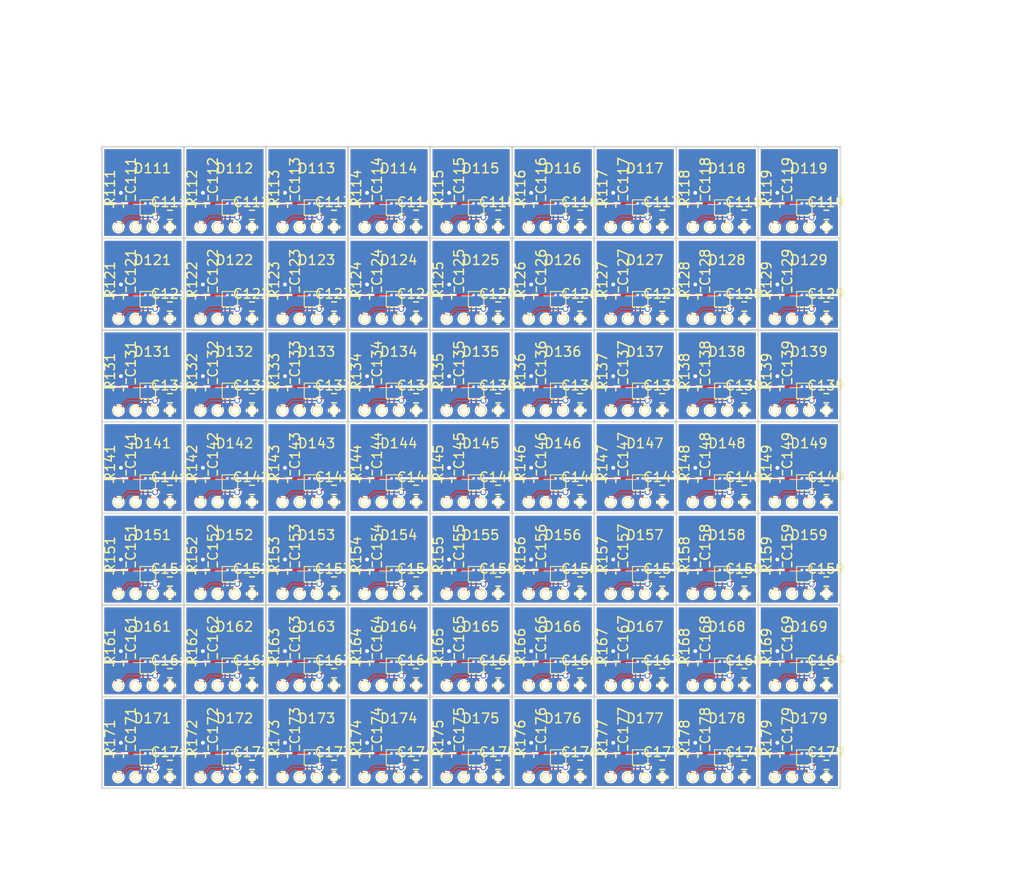
<source format=kicad_pcb>
(kicad_pcb (version 4) (host pcbnew 4.0.2+dfsg1-stable)
  (layers (0 F.Cu signal) (31 B.Cu signal) (34 B.Paste user) (35 F.Paste user) (36 B.SilkS user) (37 F.SilkS user) (38 B.Mask user) (39 F.Mask user) (44 Edge.Cuts user))
  (net 0 "")
  (net 1 GND)
  (net 2 +3V3)
  (net 3 "Net-(R1-Pad2)")
  (net 4 "Net-(D1-Pad1)")
  (net 5 "Net-(D1-Pad2)")
  (net 6 "Net-(J2-Pad1)")
  (net 7 "Net-(J1-Pad1)")
  (module TS4231:BPW34 (layer F.Cu) (at 234.256 144.242 180)
    (fp_text reference D179 (at -0.994 -0.008 180) (layer F.SilkS))
    (fp_text value BPW34)
    (pad 1 smd rect (at -3.1 0 180) (size 1.4 2) (layers F.Cu F.Paste F.Mask) (net 4 "Net-(D1-Pad1)"))
    (pad 2 smd rect (at 3.1 0 180) (size 1.4 2) (layers F.Cu F.Paste F.Mask) (net 5 "Net-(D1-Pad2)"))
  )
  (module TS4231:BPW34 (layer F.Cu) (at 234.256 134.742 180)
    (fp_text reference D169 (at -0.994 -0.008 180) (layer F.SilkS))
    (fp_text value BPW34)
    (pad 1 smd rect (at -3.1 0 180) (size 1.4 2) (layers F.Cu F.Paste F.Mask) (net 4 "Net-(D1-Pad1)"))
    (pad 2 smd rect (at 3.1 0 180) (size 1.4 2) (layers F.Cu F.Paste F.Mask) (net 5 "Net-(D1-Pad2)"))
  )
  (module TS4231:BPW34 (layer F.Cu) (at 234.256 125.242 180)
    (fp_text reference D159 (at -0.994 -0.008 180) (layer F.SilkS))
    (fp_text value BPW34)
    (pad 1 smd rect (at -3.1 0 180) (size 1.4 2) (layers F.Cu F.Paste F.Mask) (net 4 "Net-(D1-Pad1)"))
    (pad 2 smd rect (at 3.1 0 180) (size 1.4 2) (layers F.Cu F.Paste F.Mask) (net 5 "Net-(D1-Pad2)"))
  )
  (module TS4231:BPW34 (layer F.Cu) (at 234.256 115.742 180)
    (fp_text reference D149 (at -0.994 -0.008 180) (layer F.SilkS))
    (fp_text value BPW34)
    (pad 1 smd rect (at -3.1 0 180) (size 1.4 2) (layers F.Cu F.Paste F.Mask) (net 4 "Net-(D1-Pad1)"))
    (pad 2 smd rect (at 3.1 0 180) (size 1.4 2) (layers F.Cu F.Paste F.Mask) (net 5 "Net-(D1-Pad2)"))
  )
  (module TS4231:BPW34 (layer F.Cu) (at 234.256 106.242 180)
    (fp_text reference D139 (at -0.994 -0.008 180) (layer F.SilkS))
    (fp_text value BPW34)
    (pad 1 smd rect (at -3.1 0 180) (size 1.4 2) (layers F.Cu F.Paste F.Mask) (net 4 "Net-(D1-Pad1)"))
    (pad 2 smd rect (at 3.1 0 180) (size 1.4 2) (layers F.Cu F.Paste F.Mask) (net 5 "Net-(D1-Pad2)"))
  )
  (module TS4231:BPW34 (layer F.Cu) (at 234.256 96.742 180)
    (fp_text reference D129 (at -0.994 -0.008 180) (layer F.SilkS))
    (fp_text value BPW34)
    (pad 1 smd rect (at -3.1 0 180) (size 1.4 2) (layers F.Cu F.Paste F.Mask) (net 4 "Net-(D1-Pad1)"))
    (pad 2 smd rect (at 3.1 0 180) (size 1.4 2) (layers F.Cu F.Paste F.Mask) (net 5 "Net-(D1-Pad2)"))
  )
  (module TS4231:BPW34 (layer F.Cu) (at 234.256 87.242 180)
    (fp_text reference D119 (at -0.994 -0.008 180) (layer F.SilkS))
    (fp_text value BPW34)
    (pad 1 smd rect (at -3.1 0 180) (size 1.4 2) (layers F.Cu F.Paste F.Mask) (net 4 "Net-(D1-Pad1)"))
    (pad 2 smd rect (at 3.1 0 180) (size 1.4 2) (layers F.Cu F.Paste F.Mask) (net 5 "Net-(D1-Pad2)"))
  )
  (module TS4231:BPW34 (layer F.Cu) (at 225.756 144.242 180)
    (fp_text reference D178 (at -0.994 -0.008 180) (layer F.SilkS))
    (fp_text value BPW34)
    (pad 1 smd rect (at -3.1 0 180) (size 1.4 2) (layers F.Cu F.Paste F.Mask) (net 4 "Net-(D1-Pad1)"))
    (pad 2 smd rect (at 3.1 0 180) (size 1.4 2) (layers F.Cu F.Paste F.Mask) (net 5 "Net-(D1-Pad2)"))
  )
  (module TS4231:BPW34 (layer F.Cu) (at 225.756 134.742 180)
    (fp_text reference D168 (at -0.994 -0.008 180) (layer F.SilkS))
    (fp_text value BPW34)
    (pad 1 smd rect (at -3.1 0 180) (size 1.4 2) (layers F.Cu F.Paste F.Mask) (net 4 "Net-(D1-Pad1)"))
    (pad 2 smd rect (at 3.1 0 180) (size 1.4 2) (layers F.Cu F.Paste F.Mask) (net 5 "Net-(D1-Pad2)"))
  )
  (module TS4231:BPW34 (layer F.Cu) (at 225.756 125.242 180)
    (fp_text reference D158 (at -0.994 -0.008 180) (layer F.SilkS))
    (fp_text value BPW34)
    (pad 1 smd rect (at -3.1 0 180) (size 1.4 2) (layers F.Cu F.Paste F.Mask) (net 4 "Net-(D1-Pad1)"))
    (pad 2 smd rect (at 3.1 0 180) (size 1.4 2) (layers F.Cu F.Paste F.Mask) (net 5 "Net-(D1-Pad2)"))
  )
  (module TS4231:BPW34 (layer F.Cu) (at 225.756 115.742 180)
    (fp_text reference D148 (at -0.994 -0.008 180) (layer F.SilkS))
    (fp_text value BPW34)
    (pad 1 smd rect (at -3.1 0 180) (size 1.4 2) (layers F.Cu F.Paste F.Mask) (net 4 "Net-(D1-Pad1)"))
    (pad 2 smd rect (at 3.1 0 180) (size 1.4 2) (layers F.Cu F.Paste F.Mask) (net 5 "Net-(D1-Pad2)"))
  )
  (module TS4231:BPW34 (layer F.Cu) (at 225.756 106.242 180)
    (fp_text reference D138 (at -0.994 -0.008 180) (layer F.SilkS))
    (fp_text value BPW34)
    (pad 1 smd rect (at -3.1 0 180) (size 1.4 2) (layers F.Cu F.Paste F.Mask) (net 4 "Net-(D1-Pad1)"))
    (pad 2 smd rect (at 3.1 0 180) (size 1.4 2) (layers F.Cu F.Paste F.Mask) (net 5 "Net-(D1-Pad2)"))
  )
  (module TS4231:BPW34 (layer F.Cu) (at 225.756 96.742 180)
    (fp_text reference D128 (at -0.994 -0.008 180) (layer F.SilkS))
    (fp_text value BPW34)
    (pad 1 smd rect (at -3.1 0 180) (size 1.4 2) (layers F.Cu F.Paste F.Mask) (net 4 "Net-(D1-Pad1)"))
    (pad 2 smd rect (at 3.1 0 180) (size 1.4 2) (layers F.Cu F.Paste F.Mask) (net 5 "Net-(D1-Pad2)"))
  )
  (module TS4231:BPW34 (layer F.Cu) (at 225.756 87.242 180)
    (fp_text reference D118 (at -0.994 -0.008 180) (layer F.SilkS))
    (fp_text value BPW34)
    (pad 1 smd rect (at -3.1 0 180) (size 1.4 2) (layers F.Cu F.Paste F.Mask) (net 4 "Net-(D1-Pad1)"))
    (pad 2 smd rect (at 3.1 0 180) (size 1.4 2) (layers F.Cu F.Paste F.Mask) (net 5 "Net-(D1-Pad2)"))
  )
  (module TS4231:BPW34 (layer F.Cu) (at 217.256 144.242 180)
    (fp_text reference D177 (at -0.994 -0.008 180) (layer F.SilkS))
    (fp_text value BPW34)
    (pad 1 smd rect (at -3.1 0 180) (size 1.4 2) (layers F.Cu F.Paste F.Mask) (net 4 "Net-(D1-Pad1)"))
    (pad 2 smd rect (at 3.1 0 180) (size 1.4 2) (layers F.Cu F.Paste F.Mask) (net 5 "Net-(D1-Pad2)"))
  )
  (module TS4231:BPW34 (layer F.Cu) (at 217.256 134.742 180)
    (fp_text reference D167 (at -0.994 -0.008 180) (layer F.SilkS))
    (fp_text value BPW34)
    (pad 1 smd rect (at -3.1 0 180) (size 1.4 2) (layers F.Cu F.Paste F.Mask) (net 4 "Net-(D1-Pad1)"))
    (pad 2 smd rect (at 3.1 0 180) (size 1.4 2) (layers F.Cu F.Paste F.Mask) (net 5 "Net-(D1-Pad2)"))
  )
  (module TS4231:BPW34 (layer F.Cu) (at 217.256 125.242 180)
    (fp_text reference D157 (at -0.994 -0.008 180) (layer F.SilkS))
    (fp_text value BPW34)
    (pad 1 smd rect (at -3.1 0 180) (size 1.4 2) (layers F.Cu F.Paste F.Mask) (net 4 "Net-(D1-Pad1)"))
    (pad 2 smd rect (at 3.1 0 180) (size 1.4 2) (layers F.Cu F.Paste F.Mask) (net 5 "Net-(D1-Pad2)"))
  )
  (module TS4231:BPW34 (layer F.Cu) (at 217.256 115.742 180)
    (fp_text reference D147 (at -0.994 -0.008 180) (layer F.SilkS))
    (fp_text value BPW34)
    (pad 1 smd rect (at -3.1 0 180) (size 1.4 2) (layers F.Cu F.Paste F.Mask) (net 4 "Net-(D1-Pad1)"))
    (pad 2 smd rect (at 3.1 0 180) (size 1.4 2) (layers F.Cu F.Paste F.Mask) (net 5 "Net-(D1-Pad2)"))
  )
  (module TS4231:BPW34 (layer F.Cu) (at 217.256 106.242 180)
    (fp_text reference D137 (at -0.994 -0.008 180) (layer F.SilkS))
    (fp_text value BPW34)
    (pad 1 smd rect (at -3.1 0 180) (size 1.4 2) (layers F.Cu F.Paste F.Mask) (net 4 "Net-(D1-Pad1)"))
    (pad 2 smd rect (at 3.1 0 180) (size 1.4 2) (layers F.Cu F.Paste F.Mask) (net 5 "Net-(D1-Pad2)"))
  )
  (module TS4231:BPW34 (layer F.Cu) (at 217.256 96.742 180)
    (fp_text reference D127 (at -0.994 -0.008 180) (layer F.SilkS))
    (fp_text value BPW34)
    (pad 1 smd rect (at -3.1 0 180) (size 1.4 2) (layers F.Cu F.Paste F.Mask) (net 4 "Net-(D1-Pad1)"))
    (pad 2 smd rect (at 3.1 0 180) (size 1.4 2) (layers F.Cu F.Paste F.Mask) (net 5 "Net-(D1-Pad2)"))
  )
  (module TS4231:BPW34 (layer F.Cu) (at 217.256 87.242 180)
    (fp_text reference D117 (at -0.994 -0.008 180) (layer F.SilkS))
    (fp_text value BPW34)
    (pad 1 smd rect (at -3.1 0 180) (size 1.4 2) (layers F.Cu F.Paste F.Mask) (net 4 "Net-(D1-Pad1)"))
    (pad 2 smd rect (at 3.1 0 180) (size 1.4 2) (layers F.Cu F.Paste F.Mask) (net 5 "Net-(D1-Pad2)"))
  )
  (module TS4231:BPW34 (layer F.Cu) (at 208.756 144.242 180)
    (fp_text reference D176 (at -0.994 -0.008 180) (layer F.SilkS))
    (fp_text value BPW34)
    (pad 1 smd rect (at -3.1 0 180) (size 1.4 2) (layers F.Cu F.Paste F.Mask) (net 4 "Net-(D1-Pad1)"))
    (pad 2 smd rect (at 3.1 0 180) (size 1.4 2) (layers F.Cu F.Paste F.Mask) (net 5 "Net-(D1-Pad2)"))
  )
  (module TS4231:BPW34 (layer F.Cu) (at 208.756 134.742 180)
    (fp_text reference D166 (at -0.994 -0.008 180) (layer F.SilkS))
    (fp_text value BPW34)
    (pad 1 smd rect (at -3.1 0 180) (size 1.4 2) (layers F.Cu F.Paste F.Mask) (net 4 "Net-(D1-Pad1)"))
    (pad 2 smd rect (at 3.1 0 180) (size 1.4 2) (layers F.Cu F.Paste F.Mask) (net 5 "Net-(D1-Pad2)"))
  )
  (module TS4231:BPW34 (layer F.Cu) (at 208.756 125.242 180)
    (fp_text reference D156 (at -0.994 -0.008 180) (layer F.SilkS))
    (fp_text value BPW34)
    (pad 1 smd rect (at -3.1 0 180) (size 1.4 2) (layers F.Cu F.Paste F.Mask) (net 4 "Net-(D1-Pad1)"))
    (pad 2 smd rect (at 3.1 0 180) (size 1.4 2) (layers F.Cu F.Paste F.Mask) (net 5 "Net-(D1-Pad2)"))
  )
  (module TS4231:BPW34 (layer F.Cu) (at 208.756 115.742 180)
    (fp_text reference D146 (at -0.994 -0.008 180) (layer F.SilkS))
    (fp_text value BPW34)
    (pad 1 smd rect (at -3.1 0 180) (size 1.4 2) (layers F.Cu F.Paste F.Mask) (net 4 "Net-(D1-Pad1)"))
    (pad 2 smd rect (at 3.1 0 180) (size 1.4 2) (layers F.Cu F.Paste F.Mask) (net 5 "Net-(D1-Pad2)"))
  )
  (module TS4231:BPW34 (layer F.Cu) (at 208.756 106.242 180)
    (fp_text reference D136 (at -0.994 -0.008 180) (layer F.SilkS))
    (fp_text value BPW34)
    (pad 1 smd rect (at -3.1 0 180) (size 1.4 2) (layers F.Cu F.Paste F.Mask) (net 4 "Net-(D1-Pad1)"))
    (pad 2 smd rect (at 3.1 0 180) (size 1.4 2) (layers F.Cu F.Paste F.Mask) (net 5 "Net-(D1-Pad2)"))
  )
  (module TS4231:BPW34 (layer F.Cu) (at 208.756 96.742 180)
    (fp_text reference D126 (at -0.994 -0.008 180) (layer F.SilkS))
    (fp_text value BPW34)
    (pad 1 smd rect (at -3.1 0 180) (size 1.4 2) (layers F.Cu F.Paste F.Mask) (net 4 "Net-(D1-Pad1)"))
    (pad 2 smd rect (at 3.1 0 180) (size 1.4 2) (layers F.Cu F.Paste F.Mask) (net 5 "Net-(D1-Pad2)"))
  )
  (module TS4231:BPW34 (layer F.Cu) (at 208.756 87.242 180)
    (fp_text reference D116 (at -0.994 -0.008 180) (layer F.SilkS))
    (fp_text value BPW34)
    (pad 1 smd rect (at -3.1 0 180) (size 1.4 2) (layers F.Cu F.Paste F.Mask) (net 4 "Net-(D1-Pad1)"))
    (pad 2 smd rect (at 3.1 0 180) (size 1.4 2) (layers F.Cu F.Paste F.Mask) (net 5 "Net-(D1-Pad2)"))
  )
  (module TS4231:BPW34 (layer F.Cu) (at 200.256 144.242 180)
    (fp_text reference D175 (at -0.994 -0.008 180) (layer F.SilkS))
    (fp_text value BPW34)
    (pad 1 smd rect (at -3.1 0 180) (size 1.4 2) (layers F.Cu F.Paste F.Mask) (net 4 "Net-(D1-Pad1)"))
    (pad 2 smd rect (at 3.1 0 180) (size 1.4 2) (layers F.Cu F.Paste F.Mask) (net 5 "Net-(D1-Pad2)"))
  )
  (module TS4231:BPW34 (layer F.Cu) (at 200.256 134.742 180)
    (fp_text reference D165 (at -0.994 -0.008 180) (layer F.SilkS))
    (fp_text value BPW34)
    (pad 1 smd rect (at -3.1 0 180) (size 1.4 2) (layers F.Cu F.Paste F.Mask) (net 4 "Net-(D1-Pad1)"))
    (pad 2 smd rect (at 3.1 0 180) (size 1.4 2) (layers F.Cu F.Paste F.Mask) (net 5 "Net-(D1-Pad2)"))
  )
  (module TS4231:BPW34 (layer F.Cu) (at 200.256 125.242 180)
    (fp_text reference D155 (at -0.994 -0.008 180) (layer F.SilkS))
    (fp_text value BPW34)
    (pad 1 smd rect (at -3.1 0 180) (size 1.4 2) (layers F.Cu F.Paste F.Mask) (net 4 "Net-(D1-Pad1)"))
    (pad 2 smd rect (at 3.1 0 180) (size 1.4 2) (layers F.Cu F.Paste F.Mask) (net 5 "Net-(D1-Pad2)"))
  )
  (module TS4231:BPW34 (layer F.Cu) (at 200.256 115.742 180)
    (fp_text reference D145 (at -0.994 -0.008 180) (layer F.SilkS))
    (fp_text value BPW34)
    (pad 1 smd rect (at -3.1 0 180) (size 1.4 2) (layers F.Cu F.Paste F.Mask) (net 4 "Net-(D1-Pad1)"))
    (pad 2 smd rect (at 3.1 0 180) (size 1.4 2) (layers F.Cu F.Paste F.Mask) (net 5 "Net-(D1-Pad2)"))
  )
  (module TS4231:BPW34 (layer F.Cu) (at 200.256 106.242 180)
    (fp_text reference D135 (at -0.994 -0.008 180) (layer F.SilkS))
    (fp_text value BPW34)
    (pad 1 smd rect (at -3.1 0 180) (size 1.4 2) (layers F.Cu F.Paste F.Mask) (net 4 "Net-(D1-Pad1)"))
    (pad 2 smd rect (at 3.1 0 180) (size 1.4 2) (layers F.Cu F.Paste F.Mask) (net 5 "Net-(D1-Pad2)"))
  )
  (module TS4231:BPW34 (layer F.Cu) (at 200.256 96.742 180)
    (fp_text reference D125 (at -0.994 -0.008 180) (layer F.SilkS))
    (fp_text value BPW34)
    (pad 1 smd rect (at -3.1 0 180) (size 1.4 2) (layers F.Cu F.Paste F.Mask) (net 4 "Net-(D1-Pad1)"))
    (pad 2 smd rect (at 3.1 0 180) (size 1.4 2) (layers F.Cu F.Paste F.Mask) (net 5 "Net-(D1-Pad2)"))
  )
  (module TS4231:BPW34 (layer F.Cu) (at 200.256 87.242 180)
    (fp_text reference D115 (at -0.994 -0.008 180) (layer F.SilkS))
    (fp_text value BPW34)
    (pad 1 smd rect (at -3.1 0 180) (size 1.4 2) (layers F.Cu F.Paste F.Mask) (net 4 "Net-(D1-Pad1)"))
    (pad 2 smd rect (at 3.1 0 180) (size 1.4 2) (layers F.Cu F.Paste F.Mask) (net 5 "Net-(D1-Pad2)"))
  )
  (module TS4231:BPW34 (layer F.Cu) (at 191.756 144.242 180)
    (fp_text reference D174 (at -0.994 -0.008 180) (layer F.SilkS))
    (fp_text value BPW34)
    (pad 1 smd rect (at -3.1 0 180) (size 1.4 2) (layers F.Cu F.Paste F.Mask) (net 4 "Net-(D1-Pad1)"))
    (pad 2 smd rect (at 3.1 0 180) (size 1.4 2) (layers F.Cu F.Paste F.Mask) (net 5 "Net-(D1-Pad2)"))
  )
  (module TS4231:BPW34 (layer F.Cu) (at 191.756 134.742 180)
    (fp_text reference D164 (at -0.994 -0.008 180) (layer F.SilkS))
    (fp_text value BPW34)
    (pad 1 smd rect (at -3.1 0 180) (size 1.4 2) (layers F.Cu F.Paste F.Mask) (net 4 "Net-(D1-Pad1)"))
    (pad 2 smd rect (at 3.1 0 180) (size 1.4 2) (layers F.Cu F.Paste F.Mask) (net 5 "Net-(D1-Pad2)"))
  )
  (module TS4231:BPW34 (layer F.Cu) (at 191.756 125.242 180)
    (fp_text reference D154 (at -0.994 -0.008 180) (layer F.SilkS))
    (fp_text value BPW34)
    (pad 1 smd rect (at -3.1 0 180) (size 1.4 2) (layers F.Cu F.Paste F.Mask) (net 4 "Net-(D1-Pad1)"))
    (pad 2 smd rect (at 3.1 0 180) (size 1.4 2) (layers F.Cu F.Paste F.Mask) (net 5 "Net-(D1-Pad2)"))
  )
  (module TS4231:BPW34 (layer F.Cu) (at 191.756 115.742 180)
    (fp_text reference D144 (at -0.994 -0.008 180) (layer F.SilkS))
    (fp_text value BPW34)
    (pad 1 smd rect (at -3.1 0 180) (size 1.4 2) (layers F.Cu F.Paste F.Mask) (net 4 "Net-(D1-Pad1)"))
    (pad 2 smd rect (at 3.1 0 180) (size 1.4 2) (layers F.Cu F.Paste F.Mask) (net 5 "Net-(D1-Pad2)"))
  )
  (module TS4231:BPW34 (layer F.Cu) (at 191.756 106.242 180)
    (fp_text reference D134 (at -0.994 -0.008 180) (layer F.SilkS))
    (fp_text value BPW34)
    (pad 1 smd rect (at -3.1 0 180) (size 1.4 2) (layers F.Cu F.Paste F.Mask) (net 4 "Net-(D1-Pad1)"))
    (pad 2 smd rect (at 3.1 0 180) (size 1.4 2) (layers F.Cu F.Paste F.Mask) (net 5 "Net-(D1-Pad2)"))
  )
  (module TS4231:BPW34 (layer F.Cu) (at 191.756 96.742 180)
    (fp_text reference D124 (at -0.994 -0.008 180) (layer F.SilkS))
    (fp_text value BPW34)
    (pad 1 smd rect (at -3.1 0 180) (size 1.4 2) (layers F.Cu F.Paste F.Mask) (net 4 "Net-(D1-Pad1)"))
    (pad 2 smd rect (at 3.1 0 180) (size 1.4 2) (layers F.Cu F.Paste F.Mask) (net 5 "Net-(D1-Pad2)"))
  )
  (module TS4231:BPW34 (layer F.Cu) (at 191.756 87.242 180)
    (fp_text reference D114 (at -0.994 -0.008 180) (layer F.SilkS))
    (fp_text value BPW34)
    (pad 1 smd rect (at -3.1 0 180) (size 1.4 2) (layers F.Cu F.Paste F.Mask) (net 4 "Net-(D1-Pad1)"))
    (pad 2 smd rect (at 3.1 0 180) (size 1.4 2) (layers F.Cu F.Paste F.Mask) (net 5 "Net-(D1-Pad2)"))
  )
  (module TS4231:BPW34 (layer F.Cu) (at 183.256 144.242 180)
    (fp_text reference D173 (at -0.994 -0.008 180) (layer F.SilkS))
    (fp_text value BPW34)
    (pad 1 smd rect (at -3.1 0 180) (size 1.4 2) (layers F.Cu F.Paste F.Mask) (net 4 "Net-(D1-Pad1)"))
    (pad 2 smd rect (at 3.1 0 180) (size 1.4 2) (layers F.Cu F.Paste F.Mask) (net 5 "Net-(D1-Pad2)"))
  )
  (module TS4231:BPW34 (layer F.Cu) (at 183.256 134.742 180)
    (fp_text reference D163 (at -0.994 -0.008 180) (layer F.SilkS))
    (fp_text value BPW34)
    (pad 1 smd rect (at -3.1 0 180) (size 1.4 2) (layers F.Cu F.Paste F.Mask) (net 4 "Net-(D1-Pad1)"))
    (pad 2 smd rect (at 3.1 0 180) (size 1.4 2) (layers F.Cu F.Paste F.Mask) (net 5 "Net-(D1-Pad2)"))
  )
  (module TS4231:BPW34 (layer F.Cu) (at 183.256 125.242 180)
    (fp_text reference D153 (at -0.994 -0.008 180) (layer F.SilkS))
    (fp_text value BPW34)
    (pad 1 smd rect (at -3.1 0 180) (size 1.4 2) (layers F.Cu F.Paste F.Mask) (net 4 "Net-(D1-Pad1)"))
    (pad 2 smd rect (at 3.1 0 180) (size 1.4 2) (layers F.Cu F.Paste F.Mask) (net 5 "Net-(D1-Pad2)"))
  )
  (module TS4231:BPW34 (layer F.Cu) (at 183.256 115.742 180)
    (fp_text reference D143 (at -0.994 -0.008 180) (layer F.SilkS))
    (fp_text value BPW34)
    (pad 1 smd rect (at -3.1 0 180) (size 1.4 2) (layers F.Cu F.Paste F.Mask) (net 4 "Net-(D1-Pad1)"))
    (pad 2 smd rect (at 3.1 0 180) (size 1.4 2) (layers F.Cu F.Paste F.Mask) (net 5 "Net-(D1-Pad2)"))
  )
  (module TS4231:BPW34 (layer F.Cu) (at 183.256 106.242 180)
    (fp_text reference D133 (at -0.994 -0.008 180) (layer F.SilkS))
    (fp_text value BPW34)
    (pad 1 smd rect (at -3.1 0 180) (size 1.4 2) (layers F.Cu F.Paste F.Mask) (net 4 "Net-(D1-Pad1)"))
    (pad 2 smd rect (at 3.1 0 180) (size 1.4 2) (layers F.Cu F.Paste F.Mask) (net 5 "Net-(D1-Pad2)"))
  )
  (module TS4231:BPW34 (layer F.Cu) (at 183.256 96.742 180)
    (fp_text reference D123 (at -0.994 -0.008 180) (layer F.SilkS))
    (fp_text value BPW34)
    (pad 1 smd rect (at -3.1 0 180) (size 1.4 2) (layers F.Cu F.Paste F.Mask) (net 4 "Net-(D1-Pad1)"))
    (pad 2 smd rect (at 3.1 0 180) (size 1.4 2) (layers F.Cu F.Paste F.Mask) (net 5 "Net-(D1-Pad2)"))
  )
  (module TS4231:BPW34 (layer F.Cu) (at 183.256 87.242 180)
    (fp_text reference D113 (at -0.994 -0.008 180) (layer F.SilkS))
    (fp_text value BPW34)
    (pad 1 smd rect (at -3.1 0 180) (size 1.4 2) (layers F.Cu F.Paste F.Mask) (net 4 "Net-(D1-Pad1)"))
    (pad 2 smd rect (at 3.1 0 180) (size 1.4 2) (layers F.Cu F.Paste F.Mask) (net 5 "Net-(D1-Pad2)"))
  )
  (module TS4231:BPW34 (layer F.Cu) (at 174.756 144.242 180)
    (fp_text reference D172 (at -0.994 -0.008 180) (layer F.SilkS))
    (fp_text value BPW34)
    (pad 1 smd rect (at -3.1 0 180) (size 1.4 2) (layers F.Cu F.Paste F.Mask) (net 4 "Net-(D1-Pad1)"))
    (pad 2 smd rect (at 3.1 0 180) (size 1.4 2) (layers F.Cu F.Paste F.Mask) (net 5 "Net-(D1-Pad2)"))
  )
  (module TS4231:BPW34 (layer F.Cu) (at 174.756 134.742 180)
    (fp_text reference D162 (at -0.994 -0.008 180) (layer F.SilkS))
    (fp_text value BPW34)
    (pad 1 smd rect (at -3.1 0 180) (size 1.4 2) (layers F.Cu F.Paste F.Mask) (net 4 "Net-(D1-Pad1)"))
    (pad 2 smd rect (at 3.1 0 180) (size 1.4 2) (layers F.Cu F.Paste F.Mask) (net 5 "Net-(D1-Pad2)"))
  )
  (module TS4231:BPW34 (layer F.Cu) (at 174.756 125.242 180)
    (fp_text reference D152 (at -0.994 -0.008 180) (layer F.SilkS))
    (fp_text value BPW34)
    (pad 1 smd rect (at -3.1 0 180) (size 1.4 2) (layers F.Cu F.Paste F.Mask) (net 4 "Net-(D1-Pad1)"))
    (pad 2 smd rect (at 3.1 0 180) (size 1.4 2) (layers F.Cu F.Paste F.Mask) (net 5 "Net-(D1-Pad2)"))
  )
  (module TS4231:BPW34 (layer F.Cu) (at 174.756 115.742 180)
    (fp_text reference D142 (at -0.994 -0.008 180) (layer F.SilkS))
    (fp_text value BPW34)
    (pad 1 smd rect (at -3.1 0 180) (size 1.4 2) (layers F.Cu F.Paste F.Mask) (net 4 "Net-(D1-Pad1)"))
    (pad 2 smd rect (at 3.1 0 180) (size 1.4 2) (layers F.Cu F.Paste F.Mask) (net 5 "Net-(D1-Pad2)"))
  )
  (module TS4231:BPW34 (layer F.Cu) (at 174.756 106.242 180)
    (fp_text reference D132 (at -0.994 -0.008 180) (layer F.SilkS))
    (fp_text value BPW34)
    (pad 1 smd rect (at -3.1 0 180) (size 1.4 2) (layers F.Cu F.Paste F.Mask) (net 4 "Net-(D1-Pad1)"))
    (pad 2 smd rect (at 3.1 0 180) (size 1.4 2) (layers F.Cu F.Paste F.Mask) (net 5 "Net-(D1-Pad2)"))
  )
  (module TS4231:BPW34 (layer F.Cu) (at 174.756 96.742 180)
    (fp_text reference D122 (at -0.994 -0.008 180) (layer F.SilkS))
    (fp_text value BPW34)
    (pad 1 smd rect (at -3.1 0 180) (size 1.4 2) (layers F.Cu F.Paste F.Mask) (net 4 "Net-(D1-Pad1)"))
    (pad 2 smd rect (at 3.1 0 180) (size 1.4 2) (layers F.Cu F.Paste F.Mask) (net 5 "Net-(D1-Pad2)"))
  )
  (module TS4231:BPW34 (layer F.Cu) (at 174.756 87.242 180)
    (fp_text reference D112 (at -0.994 -0.008 180) (layer F.SilkS))
    (fp_text value BPW34)
    (pad 1 smd rect (at -3.1 0 180) (size 1.4 2) (layers F.Cu F.Paste F.Mask) (net 4 "Net-(D1-Pad1)"))
    (pad 2 smd rect (at 3.1 0 180) (size 1.4 2) (layers F.Cu F.Paste F.Mask) (net 5 "Net-(D1-Pad2)"))
  )
  (module TS4231:BPW34 (layer F.Cu) (at 166.256 144.242 180)
    (fp_text reference D171 (at -0.994 -0.008 180) (layer F.SilkS))
    (fp_text value BPW34)
    (pad 1 smd rect (at -3.1 0 180) (size 1.4 2) (layers F.Cu F.Paste F.Mask) (net 4 "Net-(D1-Pad1)"))
    (pad 2 smd rect (at 3.1 0 180) (size 1.4 2) (layers F.Cu F.Paste F.Mask) (net 5 "Net-(D1-Pad2)"))
  )
  (module TS4231:BPW34 (layer F.Cu) (at 166.256 134.742 180)
    (fp_text reference D161 (at -0.994 -0.008 180) (layer F.SilkS))
    (fp_text value BPW34)
    (pad 1 smd rect (at -3.1 0 180) (size 1.4 2) (layers F.Cu F.Paste F.Mask) (net 4 "Net-(D1-Pad1)"))
    (pad 2 smd rect (at 3.1 0 180) (size 1.4 2) (layers F.Cu F.Paste F.Mask) (net 5 "Net-(D1-Pad2)"))
  )
  (module TS4231:BPW34 (layer F.Cu) (at 166.256 125.242 180)
    (fp_text reference D151 (at -0.994 -0.008 180) (layer F.SilkS))
    (fp_text value BPW34)
    (pad 1 smd rect (at -3.1 0 180) (size 1.4 2) (layers F.Cu F.Paste F.Mask) (net 4 "Net-(D1-Pad1)"))
    (pad 2 smd rect (at 3.1 0 180) (size 1.4 2) (layers F.Cu F.Paste F.Mask) (net 5 "Net-(D1-Pad2)"))
  )
  (module TS4231:BPW34 (layer F.Cu) (at 166.256 115.742 180)
    (fp_text reference D141 (at -0.994 -0.008 180) (layer F.SilkS))
    (fp_text value BPW34)
    (pad 1 smd rect (at -3.1 0 180) (size 1.4 2) (layers F.Cu F.Paste F.Mask) (net 4 "Net-(D1-Pad1)"))
    (pad 2 smd rect (at 3.1 0 180) (size 1.4 2) (layers F.Cu F.Paste F.Mask) (net 5 "Net-(D1-Pad2)"))
  )
  (module TS4231:BPW34 (layer F.Cu) (at 166.256 106.242 180)
    (fp_text reference D131 (at -0.994 -0.008 180) (layer F.SilkS))
    (fp_text value BPW34)
    (pad 1 smd rect (at -3.1 0 180) (size 1.4 2) (layers F.Cu F.Paste F.Mask) (net 4 "Net-(D1-Pad1)"))
    (pad 2 smd rect (at 3.1 0 180) (size 1.4 2) (layers F.Cu F.Paste F.Mask) (net 5 "Net-(D1-Pad2)"))
  )
  (module TS4231:BPW34 (layer F.Cu) (at 166.256 96.742 180)
    (fp_text reference D121 (at -0.994 -0.008 180) (layer F.SilkS))
    (fp_text value BPW34)
    (pad 1 smd rect (at -3.1 0 180) (size 1.4 2) (layers F.Cu F.Paste F.Mask) (net 4 "Net-(D1-Pad1)"))
    (pad 2 smd rect (at 3.1 0 180) (size 1.4 2) (layers F.Cu F.Paste F.Mask) (net 5 "Net-(D1-Pad2)"))
  )
  (module TS4231:TS4231 (layer F.Cu) (at 234.764 148.306)
    (fp_text reference TS4231179 hide)
    (fp_text value TS4231)
    (pad 5 smd circle (at 0 0) (size 0.262 0.262) (layers F.Cu F.Paste F.Mask) (net 1 GND))
    (pad 2 smd circle (at 0 -0.5) (size 0.262 0.262) (layers F.Cu F.Paste F.Mask) (net 5 "Net-(D1-Pad2)"))
    (pad 1 smd circle (at -0.5 -0.5) (size 0.262 0.262) (layers F.Cu F.Paste F.Mask) (net 2 +3V3))
    (pad 3 smd circle (at 0.5 -0.5) (size 0.262 0.262) (layers F.Cu F.Paste F.Mask) (net 4 "Net-(D1-Pad1)"))
    (pad 6 smd circle (at 0.5 0) (size 0.262 0.262) (layers F.Cu F.Paste F.Mask) (net 1 GND))
    (pad 4 smd circle (at -0.5 0) (size 0.262 0.262) (layers F.Cu F.Paste F.Mask) (net 3 "Net-(R1-Pad2)"))
    (pad 7 smd circle (at -0.5 0.5) (size 0.262 0.262) (layers F.Cu F.Paste F.Mask) (net 6 "Net-(J2-Pad1)"))
    (pad 8 smd circle (at 0 0.5) (size 0.262 0.262) (layers F.Cu F.Paste F.Mask) (net 7 "Net-(J1-Pad1)"))
    (pad 9 smd circle (at 0.5 0.5) (size 0.262 0.262) (layers F.Cu F.Paste F.Mask) (net 2 +3V3))
  )
  (module TS4231:TS4231 (layer F.Cu) (at 234.764 138.806)
    (fp_text reference TS4231169 hide)
    (fp_text value TS4231)
    (pad 5 smd circle (at 0 0) (size 0.262 0.262) (layers F.Cu F.Paste F.Mask) (net 1 GND))
    (pad 2 smd circle (at 0 -0.5) (size 0.262 0.262) (layers F.Cu F.Paste F.Mask) (net 5 "Net-(D1-Pad2)"))
    (pad 1 smd circle (at -0.5 -0.5) (size 0.262 0.262) (layers F.Cu F.Paste F.Mask) (net 2 +3V3))
    (pad 3 smd circle (at 0.5 -0.5) (size 0.262 0.262) (layers F.Cu F.Paste F.Mask) (net 4 "Net-(D1-Pad1)"))
    (pad 6 smd circle (at 0.5 0) (size 0.262 0.262) (layers F.Cu F.Paste F.Mask) (net 1 GND))
    (pad 4 smd circle (at -0.5 0) (size 0.262 0.262) (layers F.Cu F.Paste F.Mask) (net 3 "Net-(R1-Pad2)"))
    (pad 7 smd circle (at -0.5 0.5) (size 0.262 0.262) (layers F.Cu F.Paste F.Mask) (net 6 "Net-(J2-Pad1)"))
    (pad 8 smd circle (at 0 0.5) (size 0.262 0.262) (layers F.Cu F.Paste F.Mask) (net 7 "Net-(J1-Pad1)"))
    (pad 9 smd circle (at 0.5 0.5) (size 0.262 0.262) (layers F.Cu F.Paste F.Mask) (net 2 +3V3))
  )
  (module TS4231:TS4231 (layer F.Cu) (at 234.764 129.306)
    (fp_text reference TS4231159 hide)
    (fp_text value TS4231)
    (pad 5 smd circle (at 0 0) (size 0.262 0.262) (layers F.Cu F.Paste F.Mask) (net 1 GND))
    (pad 2 smd circle (at 0 -0.5) (size 0.262 0.262) (layers F.Cu F.Paste F.Mask) (net 5 "Net-(D1-Pad2)"))
    (pad 1 smd circle (at -0.5 -0.5) (size 0.262 0.262) (layers F.Cu F.Paste F.Mask) (net 2 +3V3))
    (pad 3 smd circle (at 0.5 -0.5) (size 0.262 0.262) (layers F.Cu F.Paste F.Mask) (net 4 "Net-(D1-Pad1)"))
    (pad 6 smd circle (at 0.5 0) (size 0.262 0.262) (layers F.Cu F.Paste F.Mask) (net 1 GND))
    (pad 4 smd circle (at -0.5 0) (size 0.262 0.262) (layers F.Cu F.Paste F.Mask) (net 3 "Net-(R1-Pad2)"))
    (pad 7 smd circle (at -0.5 0.5) (size 0.262 0.262) (layers F.Cu F.Paste F.Mask) (net 6 "Net-(J2-Pad1)"))
    (pad 8 smd circle (at 0 0.5) (size 0.262 0.262) (layers F.Cu F.Paste F.Mask) (net 7 "Net-(J1-Pad1)"))
    (pad 9 smd circle (at 0.5 0.5) (size 0.262 0.262) (layers F.Cu F.Paste F.Mask) (net 2 +3V3))
  )
  (module TS4231:TS4231 (layer F.Cu) (at 234.764 119.806)
    (fp_text reference TS4231149 hide)
    (fp_text value TS4231)
    (pad 5 smd circle (at 0 0) (size 0.262 0.262) (layers F.Cu F.Paste F.Mask) (net 1 GND))
    (pad 2 smd circle (at 0 -0.5) (size 0.262 0.262) (layers F.Cu F.Paste F.Mask) (net 5 "Net-(D1-Pad2)"))
    (pad 1 smd circle (at -0.5 -0.5) (size 0.262 0.262) (layers F.Cu F.Paste F.Mask) (net 2 +3V3))
    (pad 3 smd circle (at 0.5 -0.5) (size 0.262 0.262) (layers F.Cu F.Paste F.Mask) (net 4 "Net-(D1-Pad1)"))
    (pad 6 smd circle (at 0.5 0) (size 0.262 0.262) (layers F.Cu F.Paste F.Mask) (net 1 GND))
    (pad 4 smd circle (at -0.5 0) (size 0.262 0.262) (layers F.Cu F.Paste F.Mask) (net 3 "Net-(R1-Pad2)"))
    (pad 7 smd circle (at -0.5 0.5) (size 0.262 0.262) (layers F.Cu F.Paste F.Mask) (net 6 "Net-(J2-Pad1)"))
    (pad 8 smd circle (at 0 0.5) (size 0.262 0.262) (layers F.Cu F.Paste F.Mask) (net 7 "Net-(J1-Pad1)"))
    (pad 9 smd circle (at 0.5 0.5) (size 0.262 0.262) (layers F.Cu F.Paste F.Mask) (net 2 +3V3))
  )
  (module TS4231:TS4231 (layer F.Cu) (at 234.764 110.306)
    (fp_text reference TS4231139 hide)
    (fp_text value TS4231)
    (pad 5 smd circle (at 0 0) (size 0.262 0.262) (layers F.Cu F.Paste F.Mask) (net 1 GND))
    (pad 2 smd circle (at 0 -0.5) (size 0.262 0.262) (layers F.Cu F.Paste F.Mask) (net 5 "Net-(D1-Pad2)"))
    (pad 1 smd circle (at -0.5 -0.5) (size 0.262 0.262) (layers F.Cu F.Paste F.Mask) (net 2 +3V3))
    (pad 3 smd circle (at 0.5 -0.5) (size 0.262 0.262) (layers F.Cu F.Paste F.Mask) (net 4 "Net-(D1-Pad1)"))
    (pad 6 smd circle (at 0.5 0) (size 0.262 0.262) (layers F.Cu F.Paste F.Mask) (net 1 GND))
    (pad 4 smd circle (at -0.5 0) (size 0.262 0.262) (layers F.Cu F.Paste F.Mask) (net 3 "Net-(R1-Pad2)"))
    (pad 7 smd circle (at -0.5 0.5) (size 0.262 0.262) (layers F.Cu F.Paste F.Mask) (net 6 "Net-(J2-Pad1)"))
    (pad 8 smd circle (at 0 0.5) (size 0.262 0.262) (layers F.Cu F.Paste F.Mask) (net 7 "Net-(J1-Pad1)"))
    (pad 9 smd circle (at 0.5 0.5) (size 0.262 0.262) (layers F.Cu F.Paste F.Mask) (net 2 +3V3))
  )
  (module TS4231:TS4231 (layer F.Cu) (at 234.764 100.806)
    (fp_text reference TS4231129 hide)
    (fp_text value TS4231)
    (pad 5 smd circle (at 0 0) (size 0.262 0.262) (layers F.Cu F.Paste F.Mask) (net 1 GND))
    (pad 2 smd circle (at 0 -0.5) (size 0.262 0.262) (layers F.Cu F.Paste F.Mask) (net 5 "Net-(D1-Pad2)"))
    (pad 1 smd circle (at -0.5 -0.5) (size 0.262 0.262) (layers F.Cu F.Paste F.Mask) (net 2 +3V3))
    (pad 3 smd circle (at 0.5 -0.5) (size 0.262 0.262) (layers F.Cu F.Paste F.Mask) (net 4 "Net-(D1-Pad1)"))
    (pad 6 smd circle (at 0.5 0) (size 0.262 0.262) (layers F.Cu F.Paste F.Mask) (net 1 GND))
    (pad 4 smd circle (at -0.5 0) (size 0.262 0.262) (layers F.Cu F.Paste F.Mask) (net 3 "Net-(R1-Pad2)"))
    (pad 7 smd circle (at -0.5 0.5) (size 0.262 0.262) (layers F.Cu F.Paste F.Mask) (net 6 "Net-(J2-Pad1)"))
    (pad 8 smd circle (at 0 0.5) (size 0.262 0.262) (layers F.Cu F.Paste F.Mask) (net 7 "Net-(J1-Pad1)"))
    (pad 9 smd circle (at 0.5 0.5) (size 0.262 0.262) (layers F.Cu F.Paste F.Mask) (net 2 +3V3))
  )
  (module TS4231:TS4231 (layer F.Cu) (at 234.764 91.306)
    (fp_text reference TS4231119 hide)
    (fp_text value TS4231)
    (pad 5 smd circle (at 0 0) (size 0.262 0.262) (layers F.Cu F.Paste F.Mask) (net 1 GND))
    (pad 2 smd circle (at 0 -0.5) (size 0.262 0.262) (layers F.Cu F.Paste F.Mask) (net 5 "Net-(D1-Pad2)"))
    (pad 1 smd circle (at -0.5 -0.5) (size 0.262 0.262) (layers F.Cu F.Paste F.Mask) (net 2 +3V3))
    (pad 3 smd circle (at 0.5 -0.5) (size 0.262 0.262) (layers F.Cu F.Paste F.Mask) (net 4 "Net-(D1-Pad1)"))
    (pad 6 smd circle (at 0.5 0) (size 0.262 0.262) (layers F.Cu F.Paste F.Mask) (net 1 GND))
    (pad 4 smd circle (at -0.5 0) (size 0.262 0.262) (layers F.Cu F.Paste F.Mask) (net 3 "Net-(R1-Pad2)"))
    (pad 7 smd circle (at -0.5 0.5) (size 0.262 0.262) (layers F.Cu F.Paste F.Mask) (net 6 "Net-(J2-Pad1)"))
    (pad 8 smd circle (at 0 0.5) (size 0.262 0.262) (layers F.Cu F.Paste F.Mask) (net 7 "Net-(J1-Pad1)"))
    (pad 9 smd circle (at 0.5 0.5) (size 0.262 0.262) (layers F.Cu F.Paste F.Mask) (net 2 +3V3))
  )
  (module TS4231:TS4231 (layer F.Cu) (at 226.264 148.306)
    (fp_text reference TS4231178 hide)
    (fp_text value TS4231)
    (pad 5 smd circle (at 0 0) (size 0.262 0.262) (layers F.Cu F.Paste F.Mask) (net 1 GND))
    (pad 2 smd circle (at 0 -0.5) (size 0.262 0.262) (layers F.Cu F.Paste F.Mask) (net 5 "Net-(D1-Pad2)"))
    (pad 1 smd circle (at -0.5 -0.5) (size 0.262 0.262) (layers F.Cu F.Paste F.Mask) (net 2 +3V3))
    (pad 3 smd circle (at 0.5 -0.5) (size 0.262 0.262) (layers F.Cu F.Paste F.Mask) (net 4 "Net-(D1-Pad1)"))
    (pad 6 smd circle (at 0.5 0) (size 0.262 0.262) (layers F.Cu F.Paste F.Mask) (net 1 GND))
    (pad 4 smd circle (at -0.5 0) (size 0.262 0.262) (layers F.Cu F.Paste F.Mask) (net 3 "Net-(R1-Pad2)"))
    (pad 7 smd circle (at -0.5 0.5) (size 0.262 0.262) (layers F.Cu F.Paste F.Mask) (net 6 "Net-(J2-Pad1)"))
    (pad 8 smd circle (at 0 0.5) (size 0.262 0.262) (layers F.Cu F.Paste F.Mask) (net 7 "Net-(J1-Pad1)"))
    (pad 9 smd circle (at 0.5 0.5) (size 0.262 0.262) (layers F.Cu F.Paste F.Mask) (net 2 +3V3))
  )
  (module TS4231:TS4231 (layer F.Cu) (at 226.264 138.806)
    (fp_text reference TS4231168 hide)
    (fp_text value TS4231)
    (pad 5 smd circle (at 0 0) (size 0.262 0.262) (layers F.Cu F.Paste F.Mask) (net 1 GND))
    (pad 2 smd circle (at 0 -0.5) (size 0.262 0.262) (layers F.Cu F.Paste F.Mask) (net 5 "Net-(D1-Pad2)"))
    (pad 1 smd circle (at -0.5 -0.5) (size 0.262 0.262) (layers F.Cu F.Paste F.Mask) (net 2 +3V3))
    (pad 3 smd circle (at 0.5 -0.5) (size 0.262 0.262) (layers F.Cu F.Paste F.Mask) (net 4 "Net-(D1-Pad1)"))
    (pad 6 smd circle (at 0.5 0) (size 0.262 0.262) (layers F.Cu F.Paste F.Mask) (net 1 GND))
    (pad 4 smd circle (at -0.5 0) (size 0.262 0.262) (layers F.Cu F.Paste F.Mask) (net 3 "Net-(R1-Pad2)"))
    (pad 7 smd circle (at -0.5 0.5) (size 0.262 0.262) (layers F.Cu F.Paste F.Mask) (net 6 "Net-(J2-Pad1)"))
    (pad 8 smd circle (at 0 0.5) (size 0.262 0.262) (layers F.Cu F.Paste F.Mask) (net 7 "Net-(J1-Pad1)"))
    (pad 9 smd circle (at 0.5 0.5) (size 0.262 0.262) (layers F.Cu F.Paste F.Mask) (net 2 +3V3))
  )
  (module TS4231:TS4231 (layer F.Cu) (at 226.264 129.306)
    (fp_text reference TS4231158 hide)
    (fp_text value TS4231)
    (pad 5 smd circle (at 0 0) (size 0.262 0.262) (layers F.Cu F.Paste F.Mask) (net 1 GND))
    (pad 2 smd circle (at 0 -0.5) (size 0.262 0.262) (layers F.Cu F.Paste F.Mask) (net 5 "Net-(D1-Pad2)"))
    (pad 1 smd circle (at -0.5 -0.5) (size 0.262 0.262) (layers F.Cu F.Paste F.Mask) (net 2 +3V3))
    (pad 3 smd circle (at 0.5 -0.5) (size 0.262 0.262) (layers F.Cu F.Paste F.Mask) (net 4 "Net-(D1-Pad1)"))
    (pad 6 smd circle (at 0.5 0) (size 0.262 0.262) (layers F.Cu F.Paste F.Mask) (net 1 GND))
    (pad 4 smd circle (at -0.5 0) (size 0.262 0.262) (layers F.Cu F.Paste F.Mask) (net 3 "Net-(R1-Pad2)"))
    (pad 7 smd circle (at -0.5 0.5) (size 0.262 0.262) (layers F.Cu F.Paste F.Mask) (net 6 "Net-(J2-Pad1)"))
    (pad 8 smd circle (at 0 0.5) (size 0.262 0.262) (layers F.Cu F.Paste F.Mask) (net 7 "Net-(J1-Pad1)"))
    (pad 9 smd circle (at 0.5 0.5) (size 0.262 0.262) (layers F.Cu F.Paste F.Mask) (net 2 +3V3))
  )
  (module TS4231:TS4231 (layer F.Cu) (at 226.264 119.806)
    (fp_text reference TS4231148 hide)
    (fp_text value TS4231)
    (pad 5 smd circle (at 0 0) (size 0.262 0.262) (layers F.Cu F.Paste F.Mask) (net 1 GND))
    (pad 2 smd circle (at 0 -0.5) (size 0.262 0.262) (layers F.Cu F.Paste F.Mask) (net 5 "Net-(D1-Pad2)"))
    (pad 1 smd circle (at -0.5 -0.5) (size 0.262 0.262) (layers F.Cu F.Paste F.Mask) (net 2 +3V3))
    (pad 3 smd circle (at 0.5 -0.5) (size 0.262 0.262) (layers F.Cu F.Paste F.Mask) (net 4 "Net-(D1-Pad1)"))
    (pad 6 smd circle (at 0.5 0) (size 0.262 0.262) (layers F.Cu F.Paste F.Mask) (net 1 GND))
    (pad 4 smd circle (at -0.5 0) (size 0.262 0.262) (layers F.Cu F.Paste F.Mask) (net 3 "Net-(R1-Pad2)"))
    (pad 7 smd circle (at -0.5 0.5) (size 0.262 0.262) (layers F.Cu F.Paste F.Mask) (net 6 "Net-(J2-Pad1)"))
    (pad 8 smd circle (at 0 0.5) (size 0.262 0.262) (layers F.Cu F.Paste F.Mask) (net 7 "Net-(J1-Pad1)"))
    (pad 9 smd circle (at 0.5 0.5) (size 0.262 0.262) (layers F.Cu F.Paste F.Mask) (net 2 +3V3))
  )
  (module TS4231:TS4231 (layer F.Cu) (at 226.264 110.306)
    (fp_text reference TS4231138 hide)
    (fp_text value TS4231)
    (pad 5 smd circle (at 0 0) (size 0.262 0.262) (layers F.Cu F.Paste F.Mask) (net 1 GND))
    (pad 2 smd circle (at 0 -0.5) (size 0.262 0.262) (layers F.Cu F.Paste F.Mask) (net 5 "Net-(D1-Pad2)"))
    (pad 1 smd circle (at -0.5 -0.5) (size 0.262 0.262) (layers F.Cu F.Paste F.Mask) (net 2 +3V3))
    (pad 3 smd circle (at 0.5 -0.5) (size 0.262 0.262) (layers F.Cu F.Paste F.Mask) (net 4 "Net-(D1-Pad1)"))
    (pad 6 smd circle (at 0.5 0) (size 0.262 0.262) (layers F.Cu F.Paste F.Mask) (net 1 GND))
    (pad 4 smd circle (at -0.5 0) (size 0.262 0.262) (layers F.Cu F.Paste F.Mask) (net 3 "Net-(R1-Pad2)"))
    (pad 7 smd circle (at -0.5 0.5) (size 0.262 0.262) (layers F.Cu F.Paste F.Mask) (net 6 "Net-(J2-Pad1)"))
    (pad 8 smd circle (at 0 0.5) (size 0.262 0.262) (layers F.Cu F.Paste F.Mask) (net 7 "Net-(J1-Pad1)"))
    (pad 9 smd circle (at 0.5 0.5) (size 0.262 0.262) (layers F.Cu F.Paste F.Mask) (net 2 +3V3))
  )
  (module TS4231:TS4231 (layer F.Cu) (at 226.264 100.806)
    (fp_text reference TS4231128 hide)
    (fp_text value TS4231)
    (pad 5 smd circle (at 0 0) (size 0.262 0.262) (layers F.Cu F.Paste F.Mask) (net 1 GND))
    (pad 2 smd circle (at 0 -0.5) (size 0.262 0.262) (layers F.Cu F.Paste F.Mask) (net 5 "Net-(D1-Pad2)"))
    (pad 1 smd circle (at -0.5 -0.5) (size 0.262 0.262) (layers F.Cu F.Paste F.Mask) (net 2 +3V3))
    (pad 3 smd circle (at 0.5 -0.5) (size 0.262 0.262) (layers F.Cu F.Paste F.Mask) (net 4 "Net-(D1-Pad1)"))
    (pad 6 smd circle (at 0.5 0) (size 0.262 0.262) (layers F.Cu F.Paste F.Mask) (net 1 GND))
    (pad 4 smd circle (at -0.5 0) (size 0.262 0.262) (layers F.Cu F.Paste F.Mask) (net 3 "Net-(R1-Pad2)"))
    (pad 7 smd circle (at -0.5 0.5) (size 0.262 0.262) (layers F.Cu F.Paste F.Mask) (net 6 "Net-(J2-Pad1)"))
    (pad 8 smd circle (at 0 0.5) (size 0.262 0.262) (layers F.Cu F.Paste F.Mask) (net 7 "Net-(J1-Pad1)"))
    (pad 9 smd circle (at 0.5 0.5) (size 0.262 0.262) (layers F.Cu F.Paste F.Mask) (net 2 +3V3))
  )
  (module TS4231:TS4231 (layer F.Cu) (at 226.264 91.306)
    (fp_text reference TS4231118 hide)
    (fp_text value TS4231)
    (pad 5 smd circle (at 0 0) (size 0.262 0.262) (layers F.Cu F.Paste F.Mask) (net 1 GND))
    (pad 2 smd circle (at 0 -0.5) (size 0.262 0.262) (layers F.Cu F.Paste F.Mask) (net 5 "Net-(D1-Pad2)"))
    (pad 1 smd circle (at -0.5 -0.5) (size 0.262 0.262) (layers F.Cu F.Paste F.Mask) (net 2 +3V3))
    (pad 3 smd circle (at 0.5 -0.5) (size 0.262 0.262) (layers F.Cu F.Paste F.Mask) (net 4 "Net-(D1-Pad1)"))
    (pad 6 smd circle (at 0.5 0) (size 0.262 0.262) (layers F.Cu F.Paste F.Mask) (net 1 GND))
    (pad 4 smd circle (at -0.5 0) (size 0.262 0.262) (layers F.Cu F.Paste F.Mask) (net 3 "Net-(R1-Pad2)"))
    (pad 7 smd circle (at -0.5 0.5) (size 0.262 0.262) (layers F.Cu F.Paste F.Mask) (net 6 "Net-(J2-Pad1)"))
    (pad 8 smd circle (at 0 0.5) (size 0.262 0.262) (layers F.Cu F.Paste F.Mask) (net 7 "Net-(J1-Pad1)"))
    (pad 9 smd circle (at 0.5 0.5) (size 0.262 0.262) (layers F.Cu F.Paste F.Mask) (net 2 +3V3))
  )
  (module TS4231:TS4231 (layer F.Cu) (at 217.764 148.306)
    (fp_text reference TS4231177 hide)
    (fp_text value TS4231)
    (pad 5 smd circle (at 0 0) (size 0.262 0.262) (layers F.Cu F.Paste F.Mask) (net 1 GND))
    (pad 2 smd circle (at 0 -0.5) (size 0.262 0.262) (layers F.Cu F.Paste F.Mask) (net 5 "Net-(D1-Pad2)"))
    (pad 1 smd circle (at -0.5 -0.5) (size 0.262 0.262) (layers F.Cu F.Paste F.Mask) (net 2 +3V3))
    (pad 3 smd circle (at 0.5 -0.5) (size 0.262 0.262) (layers F.Cu F.Paste F.Mask) (net 4 "Net-(D1-Pad1)"))
    (pad 6 smd circle (at 0.5 0) (size 0.262 0.262) (layers F.Cu F.Paste F.Mask) (net 1 GND))
    (pad 4 smd circle (at -0.5 0) (size 0.262 0.262) (layers F.Cu F.Paste F.Mask) (net 3 "Net-(R1-Pad2)"))
    (pad 7 smd circle (at -0.5 0.5) (size 0.262 0.262) (layers F.Cu F.Paste F.Mask) (net 6 "Net-(J2-Pad1)"))
    (pad 8 smd circle (at 0 0.5) (size 0.262 0.262) (layers F.Cu F.Paste F.Mask) (net 7 "Net-(J1-Pad1)"))
    (pad 9 smd circle (at 0.5 0.5) (size 0.262 0.262) (layers F.Cu F.Paste F.Mask) (net 2 +3V3))
  )
  (module TS4231:TS4231 (layer F.Cu) (at 217.764 138.806)
    (fp_text reference TS4231167 hide)
    (fp_text value TS4231)
    (pad 5 smd circle (at 0 0) (size 0.262 0.262) (layers F.Cu F.Paste F.Mask) (net 1 GND))
    (pad 2 smd circle (at 0 -0.5) (size 0.262 0.262) (layers F.Cu F.Paste F.Mask) (net 5 "Net-(D1-Pad2)"))
    (pad 1 smd circle (at -0.5 -0.5) (size 0.262 0.262) (layers F.Cu F.Paste F.Mask) (net 2 +3V3))
    (pad 3 smd circle (at 0.5 -0.5) (size 0.262 0.262) (layers F.Cu F.Paste F.Mask) (net 4 "Net-(D1-Pad1)"))
    (pad 6 smd circle (at 0.5 0) (size 0.262 0.262) (layers F.Cu F.Paste F.Mask) (net 1 GND))
    (pad 4 smd circle (at -0.5 0) (size 0.262 0.262) (layers F.Cu F.Paste F.Mask) (net 3 "Net-(R1-Pad2)"))
    (pad 7 smd circle (at -0.5 0.5) (size 0.262 0.262) (layers F.Cu F.Paste F.Mask) (net 6 "Net-(J2-Pad1)"))
    (pad 8 smd circle (at 0 0.5) (size 0.262 0.262) (layers F.Cu F.Paste F.Mask) (net 7 "Net-(J1-Pad1)"))
    (pad 9 smd circle (at 0.5 0.5) (size 0.262 0.262) (layers F.Cu F.Paste F.Mask) (net 2 +3V3))
  )
  (module TS4231:TS4231 (layer F.Cu) (at 217.764 129.306)
    (fp_text reference TS4231157 hide)
    (fp_text value TS4231)
    (pad 5 smd circle (at 0 0) (size 0.262 0.262) (layers F.Cu F.Paste F.Mask) (net 1 GND))
    (pad 2 smd circle (at 0 -0.5) (size 0.262 0.262) (layers F.Cu F.Paste F.Mask) (net 5 "Net-(D1-Pad2)"))
    (pad 1 smd circle (at -0.5 -0.5) (size 0.262 0.262) (layers F.Cu F.Paste F.Mask) (net 2 +3V3))
    (pad 3 smd circle (at 0.5 -0.5) (size 0.262 0.262) (layers F.Cu F.Paste F.Mask) (net 4 "Net-(D1-Pad1)"))
    (pad 6 smd circle (at 0.5 0) (size 0.262 0.262) (layers F.Cu F.Paste F.Mask) (net 1 GND))
    (pad 4 smd circle (at -0.5 0) (size 0.262 0.262) (layers F.Cu F.Paste F.Mask) (net 3 "Net-(R1-Pad2)"))
    (pad 7 smd circle (at -0.5 0.5) (size 0.262 0.262) (layers F.Cu F.Paste F.Mask) (net 6 "Net-(J2-Pad1)"))
    (pad 8 smd circle (at 0 0.5) (size 0.262 0.262) (layers F.Cu F.Paste F.Mask) (net 7 "Net-(J1-Pad1)"))
    (pad 9 smd circle (at 0.5 0.5) (size 0.262 0.262) (layers F.Cu F.Paste F.Mask) (net 2 +3V3))
  )
  (module TS4231:TS4231 (layer F.Cu) (at 217.764 119.806)
    (fp_text reference TS4231147 hide)
    (fp_text value TS4231)
    (pad 5 smd circle (at 0 0) (size 0.262 0.262) (layers F.Cu F.Paste F.Mask) (net 1 GND))
    (pad 2 smd circle (at 0 -0.5) (size 0.262 0.262) (layers F.Cu F.Paste F.Mask) (net 5 "Net-(D1-Pad2)"))
    (pad 1 smd circle (at -0.5 -0.5) (size 0.262 0.262) (layers F.Cu F.Paste F.Mask) (net 2 +3V3))
    (pad 3 smd circle (at 0.5 -0.5) (size 0.262 0.262) (layers F.Cu F.Paste F.Mask) (net 4 "Net-(D1-Pad1)"))
    (pad 6 smd circle (at 0.5 0) (size 0.262 0.262) (layers F.Cu F.Paste F.Mask) (net 1 GND))
    (pad 4 smd circle (at -0.5 0) (size 0.262 0.262) (layers F.Cu F.Paste F.Mask) (net 3 "Net-(R1-Pad2)"))
    (pad 7 smd circle (at -0.5 0.5) (size 0.262 0.262) (layers F.Cu F.Paste F.Mask) (net 6 "Net-(J2-Pad1)"))
    (pad 8 smd circle (at 0 0.5) (size 0.262 0.262) (layers F.Cu F.Paste F.Mask) (net 7 "Net-(J1-Pad1)"))
    (pad 9 smd circle (at 0.5 0.5) (size 0.262 0.262) (layers F.Cu F.Paste F.Mask) (net 2 +3V3))
  )
  (module TS4231:TS4231 (layer F.Cu) (at 217.764 110.306)
    (fp_text reference TS4231137 hide)
    (fp_text value TS4231)
    (pad 5 smd circle (at 0 0) (size 0.262 0.262) (layers F.Cu F.Paste F.Mask) (net 1 GND))
    (pad 2 smd circle (at 0 -0.5) (size 0.262 0.262) (layers F.Cu F.Paste F.Mask) (net 5 "Net-(D1-Pad2)"))
    (pad 1 smd circle (at -0.5 -0.5) (size 0.262 0.262) (layers F.Cu F.Paste F.Mask) (net 2 +3V3))
    (pad 3 smd circle (at 0.5 -0.5) (size 0.262 0.262) (layers F.Cu F.Paste F.Mask) (net 4 "Net-(D1-Pad1)"))
    (pad 6 smd circle (at 0.5 0) (size 0.262 0.262) (layers F.Cu F.Paste F.Mask) (net 1 GND))
    (pad 4 smd circle (at -0.5 0) (size 0.262 0.262) (layers F.Cu F.Paste F.Mask) (net 3 "Net-(R1-Pad2)"))
    (pad 7 smd circle (at -0.5 0.5) (size 0.262 0.262) (layers F.Cu F.Paste F.Mask) (net 6 "Net-(J2-Pad1)"))
    (pad 8 smd circle (at 0 0.5) (size 0.262 0.262) (layers F.Cu F.Paste F.Mask) (net 7 "Net-(J1-Pad1)"))
    (pad 9 smd circle (at 0.5 0.5) (size 0.262 0.262) (layers F.Cu F.Paste F.Mask) (net 2 +3V3))
  )
  (module TS4231:TS4231 (layer F.Cu) (at 217.764 100.806)
    (fp_text reference TS4231127 hide)
    (fp_text value TS4231)
    (pad 5 smd circle (at 0 0) (size 0.262 0.262) (layers F.Cu F.Paste F.Mask) (net 1 GND))
    (pad 2 smd circle (at 0 -0.5) (size 0.262 0.262) (layers F.Cu F.Paste F.Mask) (net 5 "Net-(D1-Pad2)"))
    (pad 1 smd circle (at -0.5 -0.5) (size 0.262 0.262) (layers F.Cu F.Paste F.Mask) (net 2 +3V3))
    (pad 3 smd circle (at 0.5 -0.5) (size 0.262 0.262) (layers F.Cu F.Paste F.Mask) (net 4 "Net-(D1-Pad1)"))
    (pad 6 smd circle (at 0.5 0) (size 0.262 0.262) (layers F.Cu F.Paste F.Mask) (net 1 GND))
    (pad 4 smd circle (at -0.5 0) (size 0.262 0.262) (layers F.Cu F.Paste F.Mask) (net 3 "Net-(R1-Pad2)"))
    (pad 7 smd circle (at -0.5 0.5) (size 0.262 0.262) (layers F.Cu F.Paste F.Mask) (net 6 "Net-(J2-Pad1)"))
    (pad 8 smd circle (at 0 0.5) (size 0.262 0.262) (layers F.Cu F.Paste F.Mask) (net 7 "Net-(J1-Pad1)"))
    (pad 9 smd circle (at 0.5 0.5) (size 0.262 0.262) (layers F.Cu F.Paste F.Mask) (net 2 +3V3))
  )
  (module TS4231:TS4231 (layer F.Cu) (at 217.764 91.306)
    (fp_text reference TS4231117 hide)
    (fp_text value TS4231)
    (pad 5 smd circle (at 0 0) (size 0.262 0.262) (layers F.Cu F.Paste F.Mask) (net 1 GND))
    (pad 2 smd circle (at 0 -0.5) (size 0.262 0.262) (layers F.Cu F.Paste F.Mask) (net 5 "Net-(D1-Pad2)"))
    (pad 1 smd circle (at -0.5 -0.5) (size 0.262 0.262) (layers F.Cu F.Paste F.Mask) (net 2 +3V3))
    (pad 3 smd circle (at 0.5 -0.5) (size 0.262 0.262) (layers F.Cu F.Paste F.Mask) (net 4 "Net-(D1-Pad1)"))
    (pad 6 smd circle (at 0.5 0) (size 0.262 0.262) (layers F.Cu F.Paste F.Mask) (net 1 GND))
    (pad 4 smd circle (at -0.5 0) (size 0.262 0.262) (layers F.Cu F.Paste F.Mask) (net 3 "Net-(R1-Pad2)"))
    (pad 7 smd circle (at -0.5 0.5) (size 0.262 0.262) (layers F.Cu F.Paste F.Mask) (net 6 "Net-(J2-Pad1)"))
    (pad 8 smd circle (at 0 0.5) (size 0.262 0.262) (layers F.Cu F.Paste F.Mask) (net 7 "Net-(J1-Pad1)"))
    (pad 9 smd circle (at 0.5 0.5) (size 0.262 0.262) (layers F.Cu F.Paste F.Mask) (net 2 +3V3))
  )
  (module TS4231:TS4231 (layer F.Cu) (at 209.264 148.306)
    (fp_text reference TS4231176 hide)
    (fp_text value TS4231)
    (pad 5 smd circle (at 0 0) (size 0.262 0.262) (layers F.Cu F.Paste F.Mask) (net 1 GND))
    (pad 2 smd circle (at 0 -0.5) (size 0.262 0.262) (layers F.Cu F.Paste F.Mask) (net 5 "Net-(D1-Pad2)"))
    (pad 1 smd circle (at -0.5 -0.5) (size 0.262 0.262) (layers F.Cu F.Paste F.Mask) (net 2 +3V3))
    (pad 3 smd circle (at 0.5 -0.5) (size 0.262 0.262) (layers F.Cu F.Paste F.Mask) (net 4 "Net-(D1-Pad1)"))
    (pad 6 smd circle (at 0.5 0) (size 0.262 0.262) (layers F.Cu F.Paste F.Mask) (net 1 GND))
    (pad 4 smd circle (at -0.5 0) (size 0.262 0.262) (layers F.Cu F.Paste F.Mask) (net 3 "Net-(R1-Pad2)"))
    (pad 7 smd circle (at -0.5 0.5) (size 0.262 0.262) (layers F.Cu F.Paste F.Mask) (net 6 "Net-(J2-Pad1)"))
    (pad 8 smd circle (at 0 0.5) (size 0.262 0.262) (layers F.Cu F.Paste F.Mask) (net 7 "Net-(J1-Pad1)"))
    (pad 9 smd circle (at 0.5 0.5) (size 0.262 0.262) (layers F.Cu F.Paste F.Mask) (net 2 +3V3))
  )
  (module TS4231:TS4231 (layer F.Cu) (at 209.264 138.806)
    (fp_text reference TS4231166 hide)
    (fp_text value TS4231)
    (pad 5 smd circle (at 0 0) (size 0.262 0.262) (layers F.Cu F.Paste F.Mask) (net 1 GND))
    (pad 2 smd circle (at 0 -0.5) (size 0.262 0.262) (layers F.Cu F.Paste F.Mask) (net 5 "Net-(D1-Pad2)"))
    (pad 1 smd circle (at -0.5 -0.5) (size 0.262 0.262) (layers F.Cu F.Paste F.Mask) (net 2 +3V3))
    (pad 3 smd circle (at 0.5 -0.5) (size 0.262 0.262) (layers F.Cu F.Paste F.Mask) (net 4 "Net-(D1-Pad1)"))
    (pad 6 smd circle (at 0.5 0) (size 0.262 0.262) (layers F.Cu F.Paste F.Mask) (net 1 GND))
    (pad 4 smd circle (at -0.5 0) (size 0.262 0.262) (layers F.Cu F.Paste F.Mask) (net 3 "Net-(R1-Pad2)"))
    (pad 7 smd circle (at -0.5 0.5) (size 0.262 0.262) (layers F.Cu F.Paste F.Mask) (net 6 "Net-(J2-Pad1)"))
    (pad 8 smd circle (at 0 0.5) (size 0.262 0.262) (layers F.Cu F.Paste F.Mask) (net 7 "Net-(J1-Pad1)"))
    (pad 9 smd circle (at 0.5 0.5) (size 0.262 0.262) (layers F.Cu F.Paste F.Mask) (net 2 +3V3))
  )
  (module TS4231:TS4231 (layer F.Cu) (at 209.264 129.306)
    (fp_text reference TS4231156 hide)
    (fp_text value TS4231)
    (pad 5 smd circle (at 0 0) (size 0.262 0.262) (layers F.Cu F.Paste F.Mask) (net 1 GND))
    (pad 2 smd circle (at 0 -0.5) (size 0.262 0.262) (layers F.Cu F.Paste F.Mask) (net 5 "Net-(D1-Pad2)"))
    (pad 1 smd circle (at -0.5 -0.5) (size 0.262 0.262) (layers F.Cu F.Paste F.Mask) (net 2 +3V3))
    (pad 3 smd circle (at 0.5 -0.5) (size 0.262 0.262) (layers F.Cu F.Paste F.Mask) (net 4 "Net-(D1-Pad1)"))
    (pad 6 smd circle (at 0.5 0) (size 0.262 0.262) (layers F.Cu F.Paste F.Mask) (net 1 GND))
    (pad 4 smd circle (at -0.5 0) (size 0.262 0.262) (layers F.Cu F.Paste F.Mask) (net 3 "Net-(R1-Pad2)"))
    (pad 7 smd circle (at -0.5 0.5) (size 0.262 0.262) (layers F.Cu F.Paste F.Mask) (net 6 "Net-(J2-Pad1)"))
    (pad 8 smd circle (at 0 0.5) (size 0.262 0.262) (layers F.Cu F.Paste F.Mask) (net 7 "Net-(J1-Pad1)"))
    (pad 9 smd circle (at 0.5 0.5) (size 0.262 0.262) (layers F.Cu F.Paste F.Mask) (net 2 +3V3))
  )
  (module TS4231:TS4231 (layer F.Cu) (at 209.264 119.806)
    (fp_text reference TS4231146 hide)
    (fp_text value TS4231)
    (pad 5 smd circle (at 0 0) (size 0.262 0.262) (layers F.Cu F.Paste F.Mask) (net 1 GND))
    (pad 2 smd circle (at 0 -0.5) (size 0.262 0.262) (layers F.Cu F.Paste F.Mask) (net 5 "Net-(D1-Pad2)"))
    (pad 1 smd circle (at -0.5 -0.5) (size 0.262 0.262) (layers F.Cu F.Paste F.Mask) (net 2 +3V3))
    (pad 3 smd circle (at 0.5 -0.5) (size 0.262 0.262) (layers F.Cu F.Paste F.Mask) (net 4 "Net-(D1-Pad1)"))
    (pad 6 smd circle (at 0.5 0) (size 0.262 0.262) (layers F.Cu F.Paste F.Mask) (net 1 GND))
    (pad 4 smd circle (at -0.5 0) (size 0.262 0.262) (layers F.Cu F.Paste F.Mask) (net 3 "Net-(R1-Pad2)"))
    (pad 7 smd circle (at -0.5 0.5) (size 0.262 0.262) (layers F.Cu F.Paste F.Mask) (net 6 "Net-(J2-Pad1)"))
    (pad 8 smd circle (at 0 0.5) (size 0.262 0.262) (layers F.Cu F.Paste F.Mask) (net 7 "Net-(J1-Pad1)"))
    (pad 9 smd circle (at 0.5 0.5) (size 0.262 0.262) (layers F.Cu F.Paste F.Mask) (net 2 +3V3))
  )
  (module TS4231:TS4231 (layer F.Cu) (at 209.264 110.306)
    (fp_text reference TS4231136 hide)
    (fp_text value TS4231)
    (pad 5 smd circle (at 0 0) (size 0.262 0.262) (layers F.Cu F.Paste F.Mask) (net 1 GND))
    (pad 2 smd circle (at 0 -0.5) (size 0.262 0.262) (layers F.Cu F.Paste F.Mask) (net 5 "Net-(D1-Pad2)"))
    (pad 1 smd circle (at -0.5 -0.5) (size 0.262 0.262) (layers F.Cu F.Paste F.Mask) (net 2 +3V3))
    (pad 3 smd circle (at 0.5 -0.5) (size 0.262 0.262) (layers F.Cu F.Paste F.Mask) (net 4 "Net-(D1-Pad1)"))
    (pad 6 smd circle (at 0.5 0) (size 0.262 0.262) (layers F.Cu F.Paste F.Mask) (net 1 GND))
    (pad 4 smd circle (at -0.5 0) (size 0.262 0.262) (layers F.Cu F.Paste F.Mask) (net 3 "Net-(R1-Pad2)"))
    (pad 7 smd circle (at -0.5 0.5) (size 0.262 0.262) (layers F.Cu F.Paste F.Mask) (net 6 "Net-(J2-Pad1)"))
    (pad 8 smd circle (at 0 0.5) (size 0.262 0.262) (layers F.Cu F.Paste F.Mask) (net 7 "Net-(J1-Pad1)"))
    (pad 9 smd circle (at 0.5 0.5) (size 0.262 0.262) (layers F.Cu F.Paste F.Mask) (net 2 +3V3))
  )
  (module TS4231:TS4231 (layer F.Cu) (at 209.264 100.806)
    (fp_text reference TS4231126 hide)
    (fp_text value TS4231)
    (pad 5 smd circle (at 0 0) (size 0.262 0.262) (layers F.Cu F.Paste F.Mask) (net 1 GND))
    (pad 2 smd circle (at 0 -0.5) (size 0.262 0.262) (layers F.Cu F.Paste F.Mask) (net 5 "Net-(D1-Pad2)"))
    (pad 1 smd circle (at -0.5 -0.5) (size 0.262 0.262) (layers F.Cu F.Paste F.Mask) (net 2 +3V3))
    (pad 3 smd circle (at 0.5 -0.5) (size 0.262 0.262) (layers F.Cu F.Paste F.Mask) (net 4 "Net-(D1-Pad1)"))
    (pad 6 smd circle (at 0.5 0) (size 0.262 0.262) (layers F.Cu F.Paste F.Mask) (net 1 GND))
    (pad 4 smd circle (at -0.5 0) (size 0.262 0.262) (layers F.Cu F.Paste F.Mask) (net 3 "Net-(R1-Pad2)"))
    (pad 7 smd circle (at -0.5 0.5) (size 0.262 0.262) (layers F.Cu F.Paste F.Mask) (net 6 "Net-(J2-Pad1)"))
    (pad 8 smd circle (at 0 0.5) (size 0.262 0.262) (layers F.Cu F.Paste F.Mask) (net 7 "Net-(J1-Pad1)"))
    (pad 9 smd circle (at 0.5 0.5) (size 0.262 0.262) (layers F.Cu F.Paste F.Mask) (net 2 +3V3))
  )
  (module TS4231:TS4231 (layer F.Cu) (at 209.264 91.306)
    (fp_text reference TS4231116 hide)
    (fp_text value TS4231)
    (pad 5 smd circle (at 0 0) (size 0.262 0.262) (layers F.Cu F.Paste F.Mask) (net 1 GND))
    (pad 2 smd circle (at 0 -0.5) (size 0.262 0.262) (layers F.Cu F.Paste F.Mask) (net 5 "Net-(D1-Pad2)"))
    (pad 1 smd circle (at -0.5 -0.5) (size 0.262 0.262) (layers F.Cu F.Paste F.Mask) (net 2 +3V3))
    (pad 3 smd circle (at 0.5 -0.5) (size 0.262 0.262) (layers F.Cu F.Paste F.Mask) (net 4 "Net-(D1-Pad1)"))
    (pad 6 smd circle (at 0.5 0) (size 0.262 0.262) (layers F.Cu F.Paste F.Mask) (net 1 GND))
    (pad 4 smd circle (at -0.5 0) (size 0.262 0.262) (layers F.Cu F.Paste F.Mask) (net 3 "Net-(R1-Pad2)"))
    (pad 7 smd circle (at -0.5 0.5) (size 0.262 0.262) (layers F.Cu F.Paste F.Mask) (net 6 "Net-(J2-Pad1)"))
    (pad 8 smd circle (at 0 0.5) (size 0.262 0.262) (layers F.Cu F.Paste F.Mask) (net 7 "Net-(J1-Pad1)"))
    (pad 9 smd circle (at 0.5 0.5) (size 0.262 0.262) (layers F.Cu F.Paste F.Mask) (net 2 +3V3))
  )
  (module TS4231:TS4231 (layer F.Cu) (at 200.764 148.306)
    (fp_text reference TS4231175 hide)
    (fp_text value TS4231)
    (pad 5 smd circle (at 0 0) (size 0.262 0.262) (layers F.Cu F.Paste F.Mask) (net 1 GND))
    (pad 2 smd circle (at 0 -0.5) (size 0.262 0.262) (layers F.Cu F.Paste F.Mask) (net 5 "Net-(D1-Pad2)"))
    (pad 1 smd circle (at -0.5 -0.5) (size 0.262 0.262) (layers F.Cu F.Paste F.Mask) (net 2 +3V3))
    (pad 3 smd circle (at 0.5 -0.5) (size 0.262 0.262) (layers F.Cu F.Paste F.Mask) (net 4 "Net-(D1-Pad1)"))
    (pad 6 smd circle (at 0.5 0) (size 0.262 0.262) (layers F.Cu F.Paste F.Mask) (net 1 GND))
    (pad 4 smd circle (at -0.5 0) (size 0.262 0.262) (layers F.Cu F.Paste F.Mask) (net 3 "Net-(R1-Pad2)"))
    (pad 7 smd circle (at -0.5 0.5) (size 0.262 0.262) (layers F.Cu F.Paste F.Mask) (net 6 "Net-(J2-Pad1)"))
    (pad 8 smd circle (at 0 0.5) (size 0.262 0.262) (layers F.Cu F.Paste F.Mask) (net 7 "Net-(J1-Pad1)"))
    (pad 9 smd circle (at 0.5 0.5) (size 0.262 0.262) (layers F.Cu F.Paste F.Mask) (net 2 +3V3))
  )
  (module TS4231:TS4231 (layer F.Cu) (at 200.764 138.806)
    (fp_text reference TS4231165 hide)
    (fp_text value TS4231)
    (pad 5 smd circle (at 0 0) (size 0.262 0.262) (layers F.Cu F.Paste F.Mask) (net 1 GND))
    (pad 2 smd circle (at 0 -0.5) (size 0.262 0.262) (layers F.Cu F.Paste F.Mask) (net 5 "Net-(D1-Pad2)"))
    (pad 1 smd circle (at -0.5 -0.5) (size 0.262 0.262) (layers F.Cu F.Paste F.Mask) (net 2 +3V3))
    (pad 3 smd circle (at 0.5 -0.5) (size 0.262 0.262) (layers F.Cu F.Paste F.Mask) (net 4 "Net-(D1-Pad1)"))
    (pad 6 smd circle (at 0.5 0) (size 0.262 0.262) (layers F.Cu F.Paste F.Mask) (net 1 GND))
    (pad 4 smd circle (at -0.5 0) (size 0.262 0.262) (layers F.Cu F.Paste F.Mask) (net 3 "Net-(R1-Pad2)"))
    (pad 7 smd circle (at -0.5 0.5) (size 0.262 0.262) (layers F.Cu F.Paste F.Mask) (net 6 "Net-(J2-Pad1)"))
    (pad 8 smd circle (at 0 0.5) (size 0.262 0.262) (layers F.Cu F.Paste F.Mask) (net 7 "Net-(J1-Pad1)"))
    (pad 9 smd circle (at 0.5 0.5) (size 0.262 0.262) (layers F.Cu F.Paste F.Mask) (net 2 +3V3))
  )
  (module TS4231:TS4231 (layer F.Cu) (at 200.764 129.306)
    (fp_text reference TS4231155 hide)
    (fp_text value TS4231)
    (pad 5 smd circle (at 0 0) (size 0.262 0.262) (layers F.Cu F.Paste F.Mask) (net 1 GND))
    (pad 2 smd circle (at 0 -0.5) (size 0.262 0.262) (layers F.Cu F.Paste F.Mask) (net 5 "Net-(D1-Pad2)"))
    (pad 1 smd circle (at -0.5 -0.5) (size 0.262 0.262) (layers F.Cu F.Paste F.Mask) (net 2 +3V3))
    (pad 3 smd circle (at 0.5 -0.5) (size 0.262 0.262) (layers F.Cu F.Paste F.Mask) (net 4 "Net-(D1-Pad1)"))
    (pad 6 smd circle (at 0.5 0) (size 0.262 0.262) (layers F.Cu F.Paste F.Mask) (net 1 GND))
    (pad 4 smd circle (at -0.5 0) (size 0.262 0.262) (layers F.Cu F.Paste F.Mask) (net 3 "Net-(R1-Pad2)"))
    (pad 7 smd circle (at -0.5 0.5) (size 0.262 0.262) (layers F.Cu F.Paste F.Mask) (net 6 "Net-(J2-Pad1)"))
    (pad 8 smd circle (at 0 0.5) (size 0.262 0.262) (layers F.Cu F.Paste F.Mask) (net 7 "Net-(J1-Pad1)"))
    (pad 9 smd circle (at 0.5 0.5) (size 0.262 0.262) (layers F.Cu F.Paste F.Mask) (net 2 +3V3))
  )
  (module TS4231:TS4231 (layer F.Cu) (at 200.764 119.806)
    (fp_text reference TS4231145 hide)
    (fp_text value TS4231)
    (pad 5 smd circle (at 0 0) (size 0.262 0.262) (layers F.Cu F.Paste F.Mask) (net 1 GND))
    (pad 2 smd circle (at 0 -0.5) (size 0.262 0.262) (layers F.Cu F.Paste F.Mask) (net 5 "Net-(D1-Pad2)"))
    (pad 1 smd circle (at -0.5 -0.5) (size 0.262 0.262) (layers F.Cu F.Paste F.Mask) (net 2 +3V3))
    (pad 3 smd circle (at 0.5 -0.5) (size 0.262 0.262) (layers F.Cu F.Paste F.Mask) (net 4 "Net-(D1-Pad1)"))
    (pad 6 smd circle (at 0.5 0) (size 0.262 0.262) (layers F.Cu F.Paste F.Mask) (net 1 GND))
    (pad 4 smd circle (at -0.5 0) (size 0.262 0.262) (layers F.Cu F.Paste F.Mask) (net 3 "Net-(R1-Pad2)"))
    (pad 7 smd circle (at -0.5 0.5) (size 0.262 0.262) (layers F.Cu F.Paste F.Mask) (net 6 "Net-(J2-Pad1)"))
    (pad 8 smd circle (at 0 0.5) (size 0.262 0.262) (layers F.Cu F.Paste F.Mask) (net 7 "Net-(J1-Pad1)"))
    (pad 9 smd circle (at 0.5 0.5) (size 0.262 0.262) (layers F.Cu F.Paste F.Mask) (net 2 +3V3))
  )
  (module TS4231:TS4231 (layer F.Cu) (at 200.764 110.306)
    (fp_text reference TS4231135 hide)
    (fp_text value TS4231)
    (pad 5 smd circle (at 0 0) (size 0.262 0.262) (layers F.Cu F.Paste F.Mask) (net 1 GND))
    (pad 2 smd circle (at 0 -0.5) (size 0.262 0.262) (layers F.Cu F.Paste F.Mask) (net 5 "Net-(D1-Pad2)"))
    (pad 1 smd circle (at -0.5 -0.5) (size 0.262 0.262) (layers F.Cu F.Paste F.Mask) (net 2 +3V3))
    (pad 3 smd circle (at 0.5 -0.5) (size 0.262 0.262) (layers F.Cu F.Paste F.Mask) (net 4 "Net-(D1-Pad1)"))
    (pad 6 smd circle (at 0.5 0) (size 0.262 0.262) (layers F.Cu F.Paste F.Mask) (net 1 GND))
    (pad 4 smd circle (at -0.5 0) (size 0.262 0.262) (layers F.Cu F.Paste F.Mask) (net 3 "Net-(R1-Pad2)"))
    (pad 7 smd circle (at -0.5 0.5) (size 0.262 0.262) (layers F.Cu F.Paste F.Mask) (net 6 "Net-(J2-Pad1)"))
    (pad 8 smd circle (at 0 0.5) (size 0.262 0.262) (layers F.Cu F.Paste F.Mask) (net 7 "Net-(J1-Pad1)"))
    (pad 9 smd circle (at 0.5 0.5) (size 0.262 0.262) (layers F.Cu F.Paste F.Mask) (net 2 +3V3))
  )
  (module TS4231:TS4231 (layer F.Cu) (at 200.764 100.806)
    (fp_text reference TS4231125 hide)
    (fp_text value TS4231)
    (pad 5 smd circle (at 0 0) (size 0.262 0.262) (layers F.Cu F.Paste F.Mask) (net 1 GND))
    (pad 2 smd circle (at 0 -0.5) (size 0.262 0.262) (layers F.Cu F.Paste F.Mask) (net 5 "Net-(D1-Pad2)"))
    (pad 1 smd circle (at -0.5 -0.5) (size 0.262 0.262) (layers F.Cu F.Paste F.Mask) (net 2 +3V3))
    (pad 3 smd circle (at 0.5 -0.5) (size 0.262 0.262) (layers F.Cu F.Paste F.Mask) (net 4 "Net-(D1-Pad1)"))
    (pad 6 smd circle (at 0.5 0) (size 0.262 0.262) (layers F.Cu F.Paste F.Mask) (net 1 GND))
    (pad 4 smd circle (at -0.5 0) (size 0.262 0.262) (layers F.Cu F.Paste F.Mask) (net 3 "Net-(R1-Pad2)"))
    (pad 7 smd circle (at -0.5 0.5) (size 0.262 0.262) (layers F.Cu F.Paste F.Mask) (net 6 "Net-(J2-Pad1)"))
    (pad 8 smd circle (at 0 0.5) (size 0.262 0.262) (layers F.Cu F.Paste F.Mask) (net 7 "Net-(J1-Pad1)"))
    (pad 9 smd circle (at 0.5 0.5) (size 0.262 0.262) (layers F.Cu F.Paste F.Mask) (net 2 +3V3))
  )
  (module TS4231:TS4231 (layer F.Cu) (at 200.764 91.306)
    (fp_text reference TS4231115 hide)
    (fp_text value TS4231)
    (pad 5 smd circle (at 0 0) (size 0.262 0.262) (layers F.Cu F.Paste F.Mask) (net 1 GND))
    (pad 2 smd circle (at 0 -0.5) (size 0.262 0.262) (layers F.Cu F.Paste F.Mask) (net 5 "Net-(D1-Pad2)"))
    (pad 1 smd circle (at -0.5 -0.5) (size 0.262 0.262) (layers F.Cu F.Paste F.Mask) (net 2 +3V3))
    (pad 3 smd circle (at 0.5 -0.5) (size 0.262 0.262) (layers F.Cu F.Paste F.Mask) (net 4 "Net-(D1-Pad1)"))
    (pad 6 smd circle (at 0.5 0) (size 0.262 0.262) (layers F.Cu F.Paste F.Mask) (net 1 GND))
    (pad 4 smd circle (at -0.5 0) (size 0.262 0.262) (layers F.Cu F.Paste F.Mask) (net 3 "Net-(R1-Pad2)"))
    (pad 7 smd circle (at -0.5 0.5) (size 0.262 0.262) (layers F.Cu F.Paste F.Mask) (net 6 "Net-(J2-Pad1)"))
    (pad 8 smd circle (at 0 0.5) (size 0.262 0.262) (layers F.Cu F.Paste F.Mask) (net 7 "Net-(J1-Pad1)"))
    (pad 9 smd circle (at 0.5 0.5) (size 0.262 0.262) (layers F.Cu F.Paste F.Mask) (net 2 +3V3))
  )
  (module TS4231:TS4231 (layer F.Cu) (at 192.264 148.306)
    (fp_text reference TS4231174 hide)
    (fp_text value TS4231)
    (pad 5 smd circle (at 0 0) (size 0.262 0.262) (layers F.Cu F.Paste F.Mask) (net 1 GND))
    (pad 2 smd circle (at 0 -0.5) (size 0.262 0.262) (layers F.Cu F.Paste F.Mask) (net 5 "Net-(D1-Pad2)"))
    (pad 1 smd circle (at -0.5 -0.5) (size 0.262 0.262) (layers F.Cu F.Paste F.Mask) (net 2 +3V3))
    (pad 3 smd circle (at 0.5 -0.5) (size 0.262 0.262) (layers F.Cu F.Paste F.Mask) (net 4 "Net-(D1-Pad1)"))
    (pad 6 smd circle (at 0.5 0) (size 0.262 0.262) (layers F.Cu F.Paste F.Mask) (net 1 GND))
    (pad 4 smd circle (at -0.5 0) (size 0.262 0.262) (layers F.Cu F.Paste F.Mask) (net 3 "Net-(R1-Pad2)"))
    (pad 7 smd circle (at -0.5 0.5) (size 0.262 0.262) (layers F.Cu F.Paste F.Mask) (net 6 "Net-(J2-Pad1)"))
    (pad 8 smd circle (at 0 0.5) (size 0.262 0.262) (layers F.Cu F.Paste F.Mask) (net 7 "Net-(J1-Pad1)"))
    (pad 9 smd circle (at 0.5 0.5) (size 0.262 0.262) (layers F.Cu F.Paste F.Mask) (net 2 +3V3))
  )
  (module TS4231:TS4231 (layer F.Cu) (at 192.264 138.806)
    (fp_text reference TS4231164 hide)
    (fp_text value TS4231)
    (pad 5 smd circle (at 0 0) (size 0.262 0.262) (layers F.Cu F.Paste F.Mask) (net 1 GND))
    (pad 2 smd circle (at 0 -0.5) (size 0.262 0.262) (layers F.Cu F.Paste F.Mask) (net 5 "Net-(D1-Pad2)"))
    (pad 1 smd circle (at -0.5 -0.5) (size 0.262 0.262) (layers F.Cu F.Paste F.Mask) (net 2 +3V3))
    (pad 3 smd circle (at 0.5 -0.5) (size 0.262 0.262) (layers F.Cu F.Paste F.Mask) (net 4 "Net-(D1-Pad1)"))
    (pad 6 smd circle (at 0.5 0) (size 0.262 0.262) (layers F.Cu F.Paste F.Mask) (net 1 GND))
    (pad 4 smd circle (at -0.5 0) (size 0.262 0.262) (layers F.Cu F.Paste F.Mask) (net 3 "Net-(R1-Pad2)"))
    (pad 7 smd circle (at -0.5 0.5) (size 0.262 0.262) (layers F.Cu F.Paste F.Mask) (net 6 "Net-(J2-Pad1)"))
    (pad 8 smd circle (at 0 0.5) (size 0.262 0.262) (layers F.Cu F.Paste F.Mask) (net 7 "Net-(J1-Pad1)"))
    (pad 9 smd circle (at 0.5 0.5) (size 0.262 0.262) (layers F.Cu F.Paste F.Mask) (net 2 +3V3))
  )
  (module TS4231:TS4231 (layer F.Cu) (at 192.264 129.306)
    (fp_text reference TS4231154 hide)
    (fp_text value TS4231)
    (pad 5 smd circle (at 0 0) (size 0.262 0.262) (layers F.Cu F.Paste F.Mask) (net 1 GND))
    (pad 2 smd circle (at 0 -0.5) (size 0.262 0.262) (layers F.Cu F.Paste F.Mask) (net 5 "Net-(D1-Pad2)"))
    (pad 1 smd circle (at -0.5 -0.5) (size 0.262 0.262) (layers F.Cu F.Paste F.Mask) (net 2 +3V3))
    (pad 3 smd circle (at 0.5 -0.5) (size 0.262 0.262) (layers F.Cu F.Paste F.Mask) (net 4 "Net-(D1-Pad1)"))
    (pad 6 smd circle (at 0.5 0) (size 0.262 0.262) (layers F.Cu F.Paste F.Mask) (net 1 GND))
    (pad 4 smd circle (at -0.5 0) (size 0.262 0.262) (layers F.Cu F.Paste F.Mask) (net 3 "Net-(R1-Pad2)"))
    (pad 7 smd circle (at -0.5 0.5) (size 0.262 0.262) (layers F.Cu F.Paste F.Mask) (net 6 "Net-(J2-Pad1)"))
    (pad 8 smd circle (at 0 0.5) (size 0.262 0.262) (layers F.Cu F.Paste F.Mask) (net 7 "Net-(J1-Pad1)"))
    (pad 9 smd circle (at 0.5 0.5) (size 0.262 0.262) (layers F.Cu F.Paste F.Mask) (net 2 +3V3))
  )
  (module TS4231:TS4231 (layer F.Cu) (at 192.264 119.806)
    (fp_text reference TS4231144 hide)
    (fp_text value TS4231)
    (pad 5 smd circle (at 0 0) (size 0.262 0.262) (layers F.Cu F.Paste F.Mask) (net 1 GND))
    (pad 2 smd circle (at 0 -0.5) (size 0.262 0.262) (layers F.Cu F.Paste F.Mask) (net 5 "Net-(D1-Pad2)"))
    (pad 1 smd circle (at -0.5 -0.5) (size 0.262 0.262) (layers F.Cu F.Paste F.Mask) (net 2 +3V3))
    (pad 3 smd circle (at 0.5 -0.5) (size 0.262 0.262) (layers F.Cu F.Paste F.Mask) (net 4 "Net-(D1-Pad1)"))
    (pad 6 smd circle (at 0.5 0) (size 0.262 0.262) (layers F.Cu F.Paste F.Mask) (net 1 GND))
    (pad 4 smd circle (at -0.5 0) (size 0.262 0.262) (layers F.Cu F.Paste F.Mask) (net 3 "Net-(R1-Pad2)"))
    (pad 7 smd circle (at -0.5 0.5) (size 0.262 0.262) (layers F.Cu F.Paste F.Mask) (net 6 "Net-(J2-Pad1)"))
    (pad 8 smd circle (at 0 0.5) (size 0.262 0.262) (layers F.Cu F.Paste F.Mask) (net 7 "Net-(J1-Pad1)"))
    (pad 9 smd circle (at 0.5 0.5) (size 0.262 0.262) (layers F.Cu F.Paste F.Mask) (net 2 +3V3))
  )
  (module TS4231:TS4231 (layer F.Cu) (at 192.264 110.306)
    (fp_text reference TS4231134 hide)
    (fp_text value TS4231)
    (pad 5 smd circle (at 0 0) (size 0.262 0.262) (layers F.Cu F.Paste F.Mask) (net 1 GND))
    (pad 2 smd circle (at 0 -0.5) (size 0.262 0.262) (layers F.Cu F.Paste F.Mask) (net 5 "Net-(D1-Pad2)"))
    (pad 1 smd circle (at -0.5 -0.5) (size 0.262 0.262) (layers F.Cu F.Paste F.Mask) (net 2 +3V3))
    (pad 3 smd circle (at 0.5 -0.5) (size 0.262 0.262) (layers F.Cu F.Paste F.Mask) (net 4 "Net-(D1-Pad1)"))
    (pad 6 smd circle (at 0.5 0) (size 0.262 0.262) (layers F.Cu F.Paste F.Mask) (net 1 GND))
    (pad 4 smd circle (at -0.5 0) (size 0.262 0.262) (layers F.Cu F.Paste F.Mask) (net 3 "Net-(R1-Pad2)"))
    (pad 7 smd circle (at -0.5 0.5) (size 0.262 0.262) (layers F.Cu F.Paste F.Mask) (net 6 "Net-(J2-Pad1)"))
    (pad 8 smd circle (at 0 0.5) (size 0.262 0.262) (layers F.Cu F.Paste F.Mask) (net 7 "Net-(J1-Pad1)"))
    (pad 9 smd circle (at 0.5 0.5) (size 0.262 0.262) (layers F.Cu F.Paste F.Mask) (net 2 +3V3))
  )
  (module TS4231:TS4231 (layer F.Cu) (at 192.264 100.806)
    (fp_text reference TS4231124 hide)
    (fp_text value TS4231)
    (pad 5 smd circle (at 0 0) (size 0.262 0.262) (layers F.Cu F.Paste F.Mask) (net 1 GND))
    (pad 2 smd circle (at 0 -0.5) (size 0.262 0.262) (layers F.Cu F.Paste F.Mask) (net 5 "Net-(D1-Pad2)"))
    (pad 1 smd circle (at -0.5 -0.5) (size 0.262 0.262) (layers F.Cu F.Paste F.Mask) (net 2 +3V3))
    (pad 3 smd circle (at 0.5 -0.5) (size 0.262 0.262) (layers F.Cu F.Paste F.Mask) (net 4 "Net-(D1-Pad1)"))
    (pad 6 smd circle (at 0.5 0) (size 0.262 0.262) (layers F.Cu F.Paste F.Mask) (net 1 GND))
    (pad 4 smd circle (at -0.5 0) (size 0.262 0.262) (layers F.Cu F.Paste F.Mask) (net 3 "Net-(R1-Pad2)"))
    (pad 7 smd circle (at -0.5 0.5) (size 0.262 0.262) (layers F.Cu F.Paste F.Mask) (net 6 "Net-(J2-Pad1)"))
    (pad 8 smd circle (at 0 0.5) (size 0.262 0.262) (layers F.Cu F.Paste F.Mask) (net 7 "Net-(J1-Pad1)"))
    (pad 9 smd circle (at 0.5 0.5) (size 0.262 0.262) (layers F.Cu F.Paste F.Mask) (net 2 +3V3))
  )
  (module TS4231:TS4231 (layer F.Cu) (at 192.264 91.306)
    (fp_text reference TS4231114 hide)
    (fp_text value TS4231)
    (pad 5 smd circle (at 0 0) (size 0.262 0.262) (layers F.Cu F.Paste F.Mask) (net 1 GND))
    (pad 2 smd circle (at 0 -0.5) (size 0.262 0.262) (layers F.Cu F.Paste F.Mask) (net 5 "Net-(D1-Pad2)"))
    (pad 1 smd circle (at -0.5 -0.5) (size 0.262 0.262) (layers F.Cu F.Paste F.Mask) (net 2 +3V3))
    (pad 3 smd circle (at 0.5 -0.5) (size 0.262 0.262) (layers F.Cu F.Paste F.Mask) (net 4 "Net-(D1-Pad1)"))
    (pad 6 smd circle (at 0.5 0) (size 0.262 0.262) (layers F.Cu F.Paste F.Mask) (net 1 GND))
    (pad 4 smd circle (at -0.5 0) (size 0.262 0.262) (layers F.Cu F.Paste F.Mask) (net 3 "Net-(R1-Pad2)"))
    (pad 7 smd circle (at -0.5 0.5) (size 0.262 0.262) (layers F.Cu F.Paste F.Mask) (net 6 "Net-(J2-Pad1)"))
    (pad 8 smd circle (at 0 0.5) (size 0.262 0.262) (layers F.Cu F.Paste F.Mask) (net 7 "Net-(J1-Pad1)"))
    (pad 9 smd circle (at 0.5 0.5) (size 0.262 0.262) (layers F.Cu F.Paste F.Mask) (net 2 +3V3))
  )
  (module TS4231:TS4231 (layer F.Cu) (at 183.764 148.306)
    (fp_text reference TS4231173 hide)
    (fp_text value TS4231)
    (pad 5 smd circle (at 0 0) (size 0.262 0.262) (layers F.Cu F.Paste F.Mask) (net 1 GND))
    (pad 2 smd circle (at 0 -0.5) (size 0.262 0.262) (layers F.Cu F.Paste F.Mask) (net 5 "Net-(D1-Pad2)"))
    (pad 1 smd circle (at -0.5 -0.5) (size 0.262 0.262) (layers F.Cu F.Paste F.Mask) (net 2 +3V3))
    (pad 3 smd circle (at 0.5 -0.5) (size 0.262 0.262) (layers F.Cu F.Paste F.Mask) (net 4 "Net-(D1-Pad1)"))
    (pad 6 smd circle (at 0.5 0) (size 0.262 0.262) (layers F.Cu F.Paste F.Mask) (net 1 GND))
    (pad 4 smd circle (at -0.5 0) (size 0.262 0.262) (layers F.Cu F.Paste F.Mask) (net 3 "Net-(R1-Pad2)"))
    (pad 7 smd circle (at -0.5 0.5) (size 0.262 0.262) (layers F.Cu F.Paste F.Mask) (net 6 "Net-(J2-Pad1)"))
    (pad 8 smd circle (at 0 0.5) (size 0.262 0.262) (layers F.Cu F.Paste F.Mask) (net 7 "Net-(J1-Pad1)"))
    (pad 9 smd circle (at 0.5 0.5) (size 0.262 0.262) (layers F.Cu F.Paste F.Mask) (net 2 +3V3))
  )
  (module TS4231:TS4231 (layer F.Cu) (at 183.764 138.806)
    (fp_text reference TS4231163 hide)
    (fp_text value TS4231)
    (pad 5 smd circle (at 0 0) (size 0.262 0.262) (layers F.Cu F.Paste F.Mask) (net 1 GND))
    (pad 2 smd circle (at 0 -0.5) (size 0.262 0.262) (layers F.Cu F.Paste F.Mask) (net 5 "Net-(D1-Pad2)"))
    (pad 1 smd circle (at -0.5 -0.5) (size 0.262 0.262) (layers F.Cu F.Paste F.Mask) (net 2 +3V3))
    (pad 3 smd circle (at 0.5 -0.5) (size 0.262 0.262) (layers F.Cu F.Paste F.Mask) (net 4 "Net-(D1-Pad1)"))
    (pad 6 smd circle (at 0.5 0) (size 0.262 0.262) (layers F.Cu F.Paste F.Mask) (net 1 GND))
    (pad 4 smd circle (at -0.5 0) (size 0.262 0.262) (layers F.Cu F.Paste F.Mask) (net 3 "Net-(R1-Pad2)"))
    (pad 7 smd circle (at -0.5 0.5) (size 0.262 0.262) (layers F.Cu F.Paste F.Mask) (net 6 "Net-(J2-Pad1)"))
    (pad 8 smd circle (at 0 0.5) (size 0.262 0.262) (layers F.Cu F.Paste F.Mask) (net 7 "Net-(J1-Pad1)"))
    (pad 9 smd circle (at 0.5 0.5) (size 0.262 0.262) (layers F.Cu F.Paste F.Mask) (net 2 +3V3))
  )
  (module TS4231:TS4231 (layer F.Cu) (at 183.764 129.306)
    (fp_text reference TS4231153 hide)
    (fp_text value TS4231)
    (pad 5 smd circle (at 0 0) (size 0.262 0.262) (layers F.Cu F.Paste F.Mask) (net 1 GND))
    (pad 2 smd circle (at 0 -0.5) (size 0.262 0.262) (layers F.Cu F.Paste F.Mask) (net 5 "Net-(D1-Pad2)"))
    (pad 1 smd circle (at -0.5 -0.5) (size 0.262 0.262) (layers F.Cu F.Paste F.Mask) (net 2 +3V3))
    (pad 3 smd circle (at 0.5 -0.5) (size 0.262 0.262) (layers F.Cu F.Paste F.Mask) (net 4 "Net-(D1-Pad1)"))
    (pad 6 smd circle (at 0.5 0) (size 0.262 0.262) (layers F.Cu F.Paste F.Mask) (net 1 GND))
    (pad 4 smd circle (at -0.5 0) (size 0.262 0.262) (layers F.Cu F.Paste F.Mask) (net 3 "Net-(R1-Pad2)"))
    (pad 7 smd circle (at -0.5 0.5) (size 0.262 0.262) (layers F.Cu F.Paste F.Mask) (net 6 "Net-(J2-Pad1)"))
    (pad 8 smd circle (at 0 0.5) (size 0.262 0.262) (layers F.Cu F.Paste F.Mask) (net 7 "Net-(J1-Pad1)"))
    (pad 9 smd circle (at 0.5 0.5) (size 0.262 0.262) (layers F.Cu F.Paste F.Mask) (net 2 +3V3))
  )
  (module TS4231:TS4231 (layer F.Cu) (at 183.764 119.806)
    (fp_text reference TS4231143 hide)
    (fp_text value TS4231)
    (pad 5 smd circle (at 0 0) (size 0.262 0.262) (layers F.Cu F.Paste F.Mask) (net 1 GND))
    (pad 2 smd circle (at 0 -0.5) (size 0.262 0.262) (layers F.Cu F.Paste F.Mask) (net 5 "Net-(D1-Pad2)"))
    (pad 1 smd circle (at -0.5 -0.5) (size 0.262 0.262) (layers F.Cu F.Paste F.Mask) (net 2 +3V3))
    (pad 3 smd circle (at 0.5 -0.5) (size 0.262 0.262) (layers F.Cu F.Paste F.Mask) (net 4 "Net-(D1-Pad1)"))
    (pad 6 smd circle (at 0.5 0) (size 0.262 0.262) (layers F.Cu F.Paste F.Mask) (net 1 GND))
    (pad 4 smd circle (at -0.5 0) (size 0.262 0.262) (layers F.Cu F.Paste F.Mask) (net 3 "Net-(R1-Pad2)"))
    (pad 7 smd circle (at -0.5 0.5) (size 0.262 0.262) (layers F.Cu F.Paste F.Mask) (net 6 "Net-(J2-Pad1)"))
    (pad 8 smd circle (at 0 0.5) (size 0.262 0.262) (layers F.Cu F.Paste F.Mask) (net 7 "Net-(J1-Pad1)"))
    (pad 9 smd circle (at 0.5 0.5) (size 0.262 0.262) (layers F.Cu F.Paste F.Mask) (net 2 +3V3))
  )
  (module TS4231:TS4231 (layer F.Cu) (at 183.764 110.306)
    (fp_text reference TS4231133 hide)
    (fp_text value TS4231)
    (pad 5 smd circle (at 0 0) (size 0.262 0.262) (layers F.Cu F.Paste F.Mask) (net 1 GND))
    (pad 2 smd circle (at 0 -0.5) (size 0.262 0.262) (layers F.Cu F.Paste F.Mask) (net 5 "Net-(D1-Pad2)"))
    (pad 1 smd circle (at -0.5 -0.5) (size 0.262 0.262) (layers F.Cu F.Paste F.Mask) (net 2 +3V3))
    (pad 3 smd circle (at 0.5 -0.5) (size 0.262 0.262) (layers F.Cu F.Paste F.Mask) (net 4 "Net-(D1-Pad1)"))
    (pad 6 smd circle (at 0.5 0) (size 0.262 0.262) (layers F.Cu F.Paste F.Mask) (net 1 GND))
    (pad 4 smd circle (at -0.5 0) (size 0.262 0.262) (layers F.Cu F.Paste F.Mask) (net 3 "Net-(R1-Pad2)"))
    (pad 7 smd circle (at -0.5 0.5) (size 0.262 0.262) (layers F.Cu F.Paste F.Mask) (net 6 "Net-(J2-Pad1)"))
    (pad 8 smd circle (at 0 0.5) (size 0.262 0.262) (layers F.Cu F.Paste F.Mask) (net 7 "Net-(J1-Pad1)"))
    (pad 9 smd circle (at 0.5 0.5) (size 0.262 0.262) (layers F.Cu F.Paste F.Mask) (net 2 +3V3))
  )
  (module TS4231:TS4231 (layer F.Cu) (at 183.764 100.806)
    (fp_text reference TS4231123 hide)
    (fp_text value TS4231)
    (pad 5 smd circle (at 0 0) (size 0.262 0.262) (layers F.Cu F.Paste F.Mask) (net 1 GND))
    (pad 2 smd circle (at 0 -0.5) (size 0.262 0.262) (layers F.Cu F.Paste F.Mask) (net 5 "Net-(D1-Pad2)"))
    (pad 1 smd circle (at -0.5 -0.5) (size 0.262 0.262) (layers F.Cu F.Paste F.Mask) (net 2 +3V3))
    (pad 3 smd circle (at 0.5 -0.5) (size 0.262 0.262) (layers F.Cu F.Paste F.Mask) (net 4 "Net-(D1-Pad1)"))
    (pad 6 smd circle (at 0.5 0) (size 0.262 0.262) (layers F.Cu F.Paste F.Mask) (net 1 GND))
    (pad 4 smd circle (at -0.5 0) (size 0.262 0.262) (layers F.Cu F.Paste F.Mask) (net 3 "Net-(R1-Pad2)"))
    (pad 7 smd circle (at -0.5 0.5) (size 0.262 0.262) (layers F.Cu F.Paste F.Mask) (net 6 "Net-(J2-Pad1)"))
    (pad 8 smd circle (at 0 0.5) (size 0.262 0.262) (layers F.Cu F.Paste F.Mask) (net 7 "Net-(J1-Pad1)"))
    (pad 9 smd circle (at 0.5 0.5) (size 0.262 0.262) (layers F.Cu F.Paste F.Mask) (net 2 +3V3))
  )
  (module TS4231:TS4231 (layer F.Cu) (at 183.764 91.306)
    (fp_text reference TS4231113 hide)
    (fp_text value TS4231)
    (pad 5 smd circle (at 0 0) (size 0.262 0.262) (layers F.Cu F.Paste F.Mask) (net 1 GND))
    (pad 2 smd circle (at 0 -0.5) (size 0.262 0.262) (layers F.Cu F.Paste F.Mask) (net 5 "Net-(D1-Pad2)"))
    (pad 1 smd circle (at -0.5 -0.5) (size 0.262 0.262) (layers F.Cu F.Paste F.Mask) (net 2 +3V3))
    (pad 3 smd circle (at 0.5 -0.5) (size 0.262 0.262) (layers F.Cu F.Paste F.Mask) (net 4 "Net-(D1-Pad1)"))
    (pad 6 smd circle (at 0.5 0) (size 0.262 0.262) (layers F.Cu F.Paste F.Mask) (net 1 GND))
    (pad 4 smd circle (at -0.5 0) (size 0.262 0.262) (layers F.Cu F.Paste F.Mask) (net 3 "Net-(R1-Pad2)"))
    (pad 7 smd circle (at -0.5 0.5) (size 0.262 0.262) (layers F.Cu F.Paste F.Mask) (net 6 "Net-(J2-Pad1)"))
    (pad 8 smd circle (at 0 0.5) (size 0.262 0.262) (layers F.Cu F.Paste F.Mask) (net 7 "Net-(J1-Pad1)"))
    (pad 9 smd circle (at 0.5 0.5) (size 0.262 0.262) (layers F.Cu F.Paste F.Mask) (net 2 +3V3))
  )
  (module TS4231:TS4231 (layer F.Cu) (at 175.264 148.306)
    (fp_text reference TS4231172 hide)
    (fp_text value TS4231)
    (pad 5 smd circle (at 0 0) (size 0.262 0.262) (layers F.Cu F.Paste F.Mask) (net 1 GND))
    (pad 2 smd circle (at 0 -0.5) (size 0.262 0.262) (layers F.Cu F.Paste F.Mask) (net 5 "Net-(D1-Pad2)"))
    (pad 1 smd circle (at -0.5 -0.5) (size 0.262 0.262) (layers F.Cu F.Paste F.Mask) (net 2 +3V3))
    (pad 3 smd circle (at 0.5 -0.5) (size 0.262 0.262) (layers F.Cu F.Paste F.Mask) (net 4 "Net-(D1-Pad1)"))
    (pad 6 smd circle (at 0.5 0) (size 0.262 0.262) (layers F.Cu F.Paste F.Mask) (net 1 GND))
    (pad 4 smd circle (at -0.5 0) (size 0.262 0.262) (layers F.Cu F.Paste F.Mask) (net 3 "Net-(R1-Pad2)"))
    (pad 7 smd circle (at -0.5 0.5) (size 0.262 0.262) (layers F.Cu F.Paste F.Mask) (net 6 "Net-(J2-Pad1)"))
    (pad 8 smd circle (at 0 0.5) (size 0.262 0.262) (layers F.Cu F.Paste F.Mask) (net 7 "Net-(J1-Pad1)"))
    (pad 9 smd circle (at 0.5 0.5) (size 0.262 0.262) (layers F.Cu F.Paste F.Mask) (net 2 +3V3))
  )
  (module TS4231:TS4231 (layer F.Cu) (at 175.264 138.806)
    (fp_text reference TS4231162 hide)
    (fp_text value TS4231)
    (pad 5 smd circle (at 0 0) (size 0.262 0.262) (layers F.Cu F.Paste F.Mask) (net 1 GND))
    (pad 2 smd circle (at 0 -0.5) (size 0.262 0.262) (layers F.Cu F.Paste F.Mask) (net 5 "Net-(D1-Pad2)"))
    (pad 1 smd circle (at -0.5 -0.5) (size 0.262 0.262) (layers F.Cu F.Paste F.Mask) (net 2 +3V3))
    (pad 3 smd circle (at 0.5 -0.5) (size 0.262 0.262) (layers F.Cu F.Paste F.Mask) (net 4 "Net-(D1-Pad1)"))
    (pad 6 smd circle (at 0.5 0) (size 0.262 0.262) (layers F.Cu F.Paste F.Mask) (net 1 GND))
    (pad 4 smd circle (at -0.5 0) (size 0.262 0.262) (layers F.Cu F.Paste F.Mask) (net 3 "Net-(R1-Pad2)"))
    (pad 7 smd circle (at -0.5 0.5) (size 0.262 0.262) (layers F.Cu F.Paste F.Mask) (net 6 "Net-(J2-Pad1)"))
    (pad 8 smd circle (at 0 0.5) (size 0.262 0.262) (layers F.Cu F.Paste F.Mask) (net 7 "Net-(J1-Pad1)"))
    (pad 9 smd circle (at 0.5 0.5) (size 0.262 0.262) (layers F.Cu F.Paste F.Mask) (net 2 +3V3))
  )
  (module TS4231:TS4231 (layer F.Cu) (at 175.264 129.306)
    (fp_text reference TS4231152 hide)
    (fp_text value TS4231)
    (pad 5 smd circle (at 0 0) (size 0.262 0.262) (layers F.Cu F.Paste F.Mask) (net 1 GND))
    (pad 2 smd circle (at 0 -0.5) (size 0.262 0.262) (layers F.Cu F.Paste F.Mask) (net 5 "Net-(D1-Pad2)"))
    (pad 1 smd circle (at -0.5 -0.5) (size 0.262 0.262) (layers F.Cu F.Paste F.Mask) (net 2 +3V3))
    (pad 3 smd circle (at 0.5 -0.5) (size 0.262 0.262) (layers F.Cu F.Paste F.Mask) (net 4 "Net-(D1-Pad1)"))
    (pad 6 smd circle (at 0.5 0) (size 0.262 0.262) (layers F.Cu F.Paste F.Mask) (net 1 GND))
    (pad 4 smd circle (at -0.5 0) (size 0.262 0.262) (layers F.Cu F.Paste F.Mask) (net 3 "Net-(R1-Pad2)"))
    (pad 7 smd circle (at -0.5 0.5) (size 0.262 0.262) (layers F.Cu F.Paste F.Mask) (net 6 "Net-(J2-Pad1)"))
    (pad 8 smd circle (at 0 0.5) (size 0.262 0.262) (layers F.Cu F.Paste F.Mask) (net 7 "Net-(J1-Pad1)"))
    (pad 9 smd circle (at 0.5 0.5) (size 0.262 0.262) (layers F.Cu F.Paste F.Mask) (net 2 +3V3))
  )
  (module TS4231:TS4231 (layer F.Cu) (at 175.264 119.806)
    (fp_text reference TS4231142 hide)
    (fp_text value TS4231)
    (pad 5 smd circle (at 0 0) (size 0.262 0.262) (layers F.Cu F.Paste F.Mask) (net 1 GND))
    (pad 2 smd circle (at 0 -0.5) (size 0.262 0.262) (layers F.Cu F.Paste F.Mask) (net 5 "Net-(D1-Pad2)"))
    (pad 1 smd circle (at -0.5 -0.5) (size 0.262 0.262) (layers F.Cu F.Paste F.Mask) (net 2 +3V3))
    (pad 3 smd circle (at 0.5 -0.5) (size 0.262 0.262) (layers F.Cu F.Paste F.Mask) (net 4 "Net-(D1-Pad1)"))
    (pad 6 smd circle (at 0.5 0) (size 0.262 0.262) (layers F.Cu F.Paste F.Mask) (net 1 GND))
    (pad 4 smd circle (at -0.5 0) (size 0.262 0.262) (layers F.Cu F.Paste F.Mask) (net 3 "Net-(R1-Pad2)"))
    (pad 7 smd circle (at -0.5 0.5) (size 0.262 0.262) (layers F.Cu F.Paste F.Mask) (net 6 "Net-(J2-Pad1)"))
    (pad 8 smd circle (at 0 0.5) (size 0.262 0.262) (layers F.Cu F.Paste F.Mask) (net 7 "Net-(J1-Pad1)"))
    (pad 9 smd circle (at 0.5 0.5) (size 0.262 0.262) (layers F.Cu F.Paste F.Mask) (net 2 +3V3))
  )
  (module TS4231:TS4231 (layer F.Cu) (at 175.264 110.306)
    (fp_text reference TS4231132 hide)
    (fp_text value TS4231)
    (pad 5 smd circle (at 0 0) (size 0.262 0.262) (layers F.Cu F.Paste F.Mask) (net 1 GND))
    (pad 2 smd circle (at 0 -0.5) (size 0.262 0.262) (layers F.Cu F.Paste F.Mask) (net 5 "Net-(D1-Pad2)"))
    (pad 1 smd circle (at -0.5 -0.5) (size 0.262 0.262) (layers F.Cu F.Paste F.Mask) (net 2 +3V3))
    (pad 3 smd circle (at 0.5 -0.5) (size 0.262 0.262) (layers F.Cu F.Paste F.Mask) (net 4 "Net-(D1-Pad1)"))
    (pad 6 smd circle (at 0.5 0) (size 0.262 0.262) (layers F.Cu F.Paste F.Mask) (net 1 GND))
    (pad 4 smd circle (at -0.5 0) (size 0.262 0.262) (layers F.Cu F.Paste F.Mask) (net 3 "Net-(R1-Pad2)"))
    (pad 7 smd circle (at -0.5 0.5) (size 0.262 0.262) (layers F.Cu F.Paste F.Mask) (net 6 "Net-(J2-Pad1)"))
    (pad 8 smd circle (at 0 0.5) (size 0.262 0.262) (layers F.Cu F.Paste F.Mask) (net 7 "Net-(J1-Pad1)"))
    (pad 9 smd circle (at 0.5 0.5) (size 0.262 0.262) (layers F.Cu F.Paste F.Mask) (net 2 +3V3))
  )
  (module TS4231:TS4231 (layer F.Cu) (at 175.264 100.806)
    (fp_text reference TS4231122 hide)
    (fp_text value TS4231)
    (pad 5 smd circle (at 0 0) (size 0.262 0.262) (layers F.Cu F.Paste F.Mask) (net 1 GND))
    (pad 2 smd circle (at 0 -0.5) (size 0.262 0.262) (layers F.Cu F.Paste F.Mask) (net 5 "Net-(D1-Pad2)"))
    (pad 1 smd circle (at -0.5 -0.5) (size 0.262 0.262) (layers F.Cu F.Paste F.Mask) (net 2 +3V3))
    (pad 3 smd circle (at 0.5 -0.5) (size 0.262 0.262) (layers F.Cu F.Paste F.Mask) (net 4 "Net-(D1-Pad1)"))
    (pad 6 smd circle (at 0.5 0) (size 0.262 0.262) (layers F.Cu F.Paste F.Mask) (net 1 GND))
    (pad 4 smd circle (at -0.5 0) (size 0.262 0.262) (layers F.Cu F.Paste F.Mask) (net 3 "Net-(R1-Pad2)"))
    (pad 7 smd circle (at -0.5 0.5) (size 0.262 0.262) (layers F.Cu F.Paste F.Mask) (net 6 "Net-(J2-Pad1)"))
    (pad 8 smd circle (at 0 0.5) (size 0.262 0.262) (layers F.Cu F.Paste F.Mask) (net 7 "Net-(J1-Pad1)"))
    (pad 9 smd circle (at 0.5 0.5) (size 0.262 0.262) (layers F.Cu F.Paste F.Mask) (net 2 +3V3))
  )
  (module TS4231:TS4231 (layer F.Cu) (at 175.264 91.306)
    (fp_text reference TS4231112 hide)
    (fp_text value TS4231)
    (pad 5 smd circle (at 0 0) (size 0.262 0.262) (layers F.Cu F.Paste F.Mask) (net 1 GND))
    (pad 2 smd circle (at 0 -0.5) (size 0.262 0.262) (layers F.Cu F.Paste F.Mask) (net 5 "Net-(D1-Pad2)"))
    (pad 1 smd circle (at -0.5 -0.5) (size 0.262 0.262) (layers F.Cu F.Paste F.Mask) (net 2 +3V3))
    (pad 3 smd circle (at 0.5 -0.5) (size 0.262 0.262) (layers F.Cu F.Paste F.Mask) (net 4 "Net-(D1-Pad1)"))
    (pad 6 smd circle (at 0.5 0) (size 0.262 0.262) (layers F.Cu F.Paste F.Mask) (net 1 GND))
    (pad 4 smd circle (at -0.5 0) (size 0.262 0.262) (layers F.Cu F.Paste F.Mask) (net 3 "Net-(R1-Pad2)"))
    (pad 7 smd circle (at -0.5 0.5) (size 0.262 0.262) (layers F.Cu F.Paste F.Mask) (net 6 "Net-(J2-Pad1)"))
    (pad 8 smd circle (at 0 0.5) (size 0.262 0.262) (layers F.Cu F.Paste F.Mask) (net 7 "Net-(J1-Pad1)"))
    (pad 9 smd circle (at 0.5 0.5) (size 0.262 0.262) (layers F.Cu F.Paste F.Mask) (net 2 +3V3))
  )
  (module TS4231:TS4231 (layer F.Cu) (at 166.764 148.306)
    (fp_text reference TS4231171 hide)
    (fp_text value TS4231)
    (pad 5 smd circle (at 0 0) (size 0.262 0.262) (layers F.Cu F.Paste F.Mask) (net 1 GND))
    (pad 2 smd circle (at 0 -0.5) (size 0.262 0.262) (layers F.Cu F.Paste F.Mask) (net 5 "Net-(D1-Pad2)"))
    (pad 1 smd circle (at -0.5 -0.5) (size 0.262 0.262) (layers F.Cu F.Paste F.Mask) (net 2 +3V3))
    (pad 3 smd circle (at 0.5 -0.5) (size 0.262 0.262) (layers F.Cu F.Paste F.Mask) (net 4 "Net-(D1-Pad1)"))
    (pad 6 smd circle (at 0.5 0) (size 0.262 0.262) (layers F.Cu F.Paste F.Mask) (net 1 GND))
    (pad 4 smd circle (at -0.5 0) (size 0.262 0.262) (layers F.Cu F.Paste F.Mask) (net 3 "Net-(R1-Pad2)"))
    (pad 7 smd circle (at -0.5 0.5) (size 0.262 0.262) (layers F.Cu F.Paste F.Mask) (net 6 "Net-(J2-Pad1)"))
    (pad 8 smd circle (at 0 0.5) (size 0.262 0.262) (layers F.Cu F.Paste F.Mask) (net 7 "Net-(J1-Pad1)"))
    (pad 9 smd circle (at 0.5 0.5) (size 0.262 0.262) (layers F.Cu F.Paste F.Mask) (net 2 +3V3))
  )
  (module TS4231:TS4231 (layer F.Cu) (at 166.764 138.806)
    (fp_text reference TS4231161 hide)
    (fp_text value TS4231)
    (pad 5 smd circle (at 0 0) (size 0.262 0.262) (layers F.Cu F.Paste F.Mask) (net 1 GND))
    (pad 2 smd circle (at 0 -0.5) (size 0.262 0.262) (layers F.Cu F.Paste F.Mask) (net 5 "Net-(D1-Pad2)"))
    (pad 1 smd circle (at -0.5 -0.5) (size 0.262 0.262) (layers F.Cu F.Paste F.Mask) (net 2 +3V3))
    (pad 3 smd circle (at 0.5 -0.5) (size 0.262 0.262) (layers F.Cu F.Paste F.Mask) (net 4 "Net-(D1-Pad1)"))
    (pad 6 smd circle (at 0.5 0) (size 0.262 0.262) (layers F.Cu F.Paste F.Mask) (net 1 GND))
    (pad 4 smd circle (at -0.5 0) (size 0.262 0.262) (layers F.Cu F.Paste F.Mask) (net 3 "Net-(R1-Pad2)"))
    (pad 7 smd circle (at -0.5 0.5) (size 0.262 0.262) (layers F.Cu F.Paste F.Mask) (net 6 "Net-(J2-Pad1)"))
    (pad 8 smd circle (at 0 0.5) (size 0.262 0.262) (layers F.Cu F.Paste F.Mask) (net 7 "Net-(J1-Pad1)"))
    (pad 9 smd circle (at 0.5 0.5) (size 0.262 0.262) (layers F.Cu F.Paste F.Mask) (net 2 +3V3))
  )
  (module TS4231:TS4231 (layer F.Cu) (at 166.764 129.306)
    (fp_text reference TS4231151 hide)
    (fp_text value TS4231)
    (pad 5 smd circle (at 0 0) (size 0.262 0.262) (layers F.Cu F.Paste F.Mask) (net 1 GND))
    (pad 2 smd circle (at 0 -0.5) (size 0.262 0.262) (layers F.Cu F.Paste F.Mask) (net 5 "Net-(D1-Pad2)"))
    (pad 1 smd circle (at -0.5 -0.5) (size 0.262 0.262) (layers F.Cu F.Paste F.Mask) (net 2 +3V3))
    (pad 3 smd circle (at 0.5 -0.5) (size 0.262 0.262) (layers F.Cu F.Paste F.Mask) (net 4 "Net-(D1-Pad1)"))
    (pad 6 smd circle (at 0.5 0) (size 0.262 0.262) (layers F.Cu F.Paste F.Mask) (net 1 GND))
    (pad 4 smd circle (at -0.5 0) (size 0.262 0.262) (layers F.Cu F.Paste F.Mask) (net 3 "Net-(R1-Pad2)"))
    (pad 7 smd circle (at -0.5 0.5) (size 0.262 0.262) (layers F.Cu F.Paste F.Mask) (net 6 "Net-(J2-Pad1)"))
    (pad 8 smd circle (at 0 0.5) (size 0.262 0.262) (layers F.Cu F.Paste F.Mask) (net 7 "Net-(J1-Pad1)"))
    (pad 9 smd circle (at 0.5 0.5) (size 0.262 0.262) (layers F.Cu F.Paste F.Mask) (net 2 +3V3))
  )
  (module TS4231:TS4231 (layer F.Cu) (at 166.764 119.806)
    (fp_text reference TS4231141 hide)
    (fp_text value TS4231)
    (pad 5 smd circle (at 0 0) (size 0.262 0.262) (layers F.Cu F.Paste F.Mask) (net 1 GND))
    (pad 2 smd circle (at 0 -0.5) (size 0.262 0.262) (layers F.Cu F.Paste F.Mask) (net 5 "Net-(D1-Pad2)"))
    (pad 1 smd circle (at -0.5 -0.5) (size 0.262 0.262) (layers F.Cu F.Paste F.Mask) (net 2 +3V3))
    (pad 3 smd circle (at 0.5 -0.5) (size 0.262 0.262) (layers F.Cu F.Paste F.Mask) (net 4 "Net-(D1-Pad1)"))
    (pad 6 smd circle (at 0.5 0) (size 0.262 0.262) (layers F.Cu F.Paste F.Mask) (net 1 GND))
    (pad 4 smd circle (at -0.5 0) (size 0.262 0.262) (layers F.Cu F.Paste F.Mask) (net 3 "Net-(R1-Pad2)"))
    (pad 7 smd circle (at -0.5 0.5) (size 0.262 0.262) (layers F.Cu F.Paste F.Mask) (net 6 "Net-(J2-Pad1)"))
    (pad 8 smd circle (at 0 0.5) (size 0.262 0.262) (layers F.Cu F.Paste F.Mask) (net 7 "Net-(J1-Pad1)"))
    (pad 9 smd circle (at 0.5 0.5) (size 0.262 0.262) (layers F.Cu F.Paste F.Mask) (net 2 +3V3))
  )
  (module TS4231:TS4231 (layer F.Cu) (at 166.764 110.306)
    (fp_text reference TS4231131 hide)
    (fp_text value TS4231)
    (pad 5 smd circle (at 0 0) (size 0.262 0.262) (layers F.Cu F.Paste F.Mask) (net 1 GND))
    (pad 2 smd circle (at 0 -0.5) (size 0.262 0.262) (layers F.Cu F.Paste F.Mask) (net 5 "Net-(D1-Pad2)"))
    (pad 1 smd circle (at -0.5 -0.5) (size 0.262 0.262) (layers F.Cu F.Paste F.Mask) (net 2 +3V3))
    (pad 3 smd circle (at 0.5 -0.5) (size 0.262 0.262) (layers F.Cu F.Paste F.Mask) (net 4 "Net-(D1-Pad1)"))
    (pad 6 smd circle (at 0.5 0) (size 0.262 0.262) (layers F.Cu F.Paste F.Mask) (net 1 GND))
    (pad 4 smd circle (at -0.5 0) (size 0.262 0.262) (layers F.Cu F.Paste F.Mask) (net 3 "Net-(R1-Pad2)"))
    (pad 7 smd circle (at -0.5 0.5) (size 0.262 0.262) (layers F.Cu F.Paste F.Mask) (net 6 "Net-(J2-Pad1)"))
    (pad 8 smd circle (at 0 0.5) (size 0.262 0.262) (layers F.Cu F.Paste F.Mask) (net 7 "Net-(J1-Pad1)"))
    (pad 9 smd circle (at 0.5 0.5) (size 0.262 0.262) (layers F.Cu F.Paste F.Mask) (net 2 +3V3))
  )
  (module TS4231:TS4231 (layer F.Cu) (at 166.764 100.806)
    (fp_text reference TS4231121 hide)
    (fp_text value TS4231)
    (pad 5 smd circle (at 0 0) (size 0.262 0.262) (layers F.Cu F.Paste F.Mask) (net 1 GND))
    (pad 2 smd circle (at 0 -0.5) (size 0.262 0.262) (layers F.Cu F.Paste F.Mask) (net 5 "Net-(D1-Pad2)"))
    (pad 1 smd circle (at -0.5 -0.5) (size 0.262 0.262) (layers F.Cu F.Paste F.Mask) (net 2 +3V3))
    (pad 3 smd circle (at 0.5 -0.5) (size 0.262 0.262) (layers F.Cu F.Paste F.Mask) (net 4 "Net-(D1-Pad1)"))
    (pad 6 smd circle (at 0.5 0) (size 0.262 0.262) (layers F.Cu F.Paste F.Mask) (net 1 GND))
    (pad 4 smd circle (at -0.5 0) (size 0.262 0.262) (layers F.Cu F.Paste F.Mask) (net 3 "Net-(R1-Pad2)"))
    (pad 7 smd circle (at -0.5 0.5) (size 0.262 0.262) (layers F.Cu F.Paste F.Mask) (net 6 "Net-(J2-Pad1)"))
    (pad 8 smd circle (at 0 0.5) (size 0.262 0.262) (layers F.Cu F.Paste F.Mask) (net 7 "Net-(J1-Pad1)"))
    (pad 9 smd circle (at 0.5 0.5) (size 0.262 0.262) (layers F.Cu F.Paste F.Mask) (net 2 +3V3))
  )
  (module Resistors_SMD:R_0402 (layer F.Cu) (at 231.716 148.052 270)
    (fp_text reference R179 (at -1.752 0.866 270) (layer F.SilkS))
    (fp_text value 15k)
    (pad 1 smd rect (at -0.45 0 270) (size 0.4 0.6) (layers F.Cu F.Paste F.Mask) (net 1 GND))
    (pad 2 smd rect (at 0.45 0 270) (size 0.4 0.6) (layers F.Cu F.Paste F.Mask) (net 3 "Net-(R1-Pad2)"))
  )
  (module Resistors_SMD:R_0402 (layer F.Cu) (at 231.716 138.552 270)
    (fp_text reference R169 (at -1.752 0.866 270) (layer F.SilkS))
    (fp_text value 15k)
    (pad 1 smd rect (at -0.45 0 270) (size 0.4 0.6) (layers F.Cu F.Paste F.Mask) (net 1 GND))
    (pad 2 smd rect (at 0.45 0 270) (size 0.4 0.6) (layers F.Cu F.Paste F.Mask) (net 3 "Net-(R1-Pad2)"))
  )
  (module Resistors_SMD:R_0402 (layer F.Cu) (at 231.716 129.052 270)
    (fp_text reference R159 (at -1.752 0.866 270) (layer F.SilkS))
    (fp_text value 15k)
    (pad 1 smd rect (at -0.45 0 270) (size 0.4 0.6) (layers F.Cu F.Paste F.Mask) (net 1 GND))
    (pad 2 smd rect (at 0.45 0 270) (size 0.4 0.6) (layers F.Cu F.Paste F.Mask) (net 3 "Net-(R1-Pad2)"))
  )
  (module Resistors_SMD:R_0402 (layer F.Cu) (at 231.716 119.552 270)
    (fp_text reference R149 (at -1.752 0.866 270) (layer F.SilkS))
    (fp_text value 15k)
    (pad 1 smd rect (at -0.45 0 270) (size 0.4 0.6) (layers F.Cu F.Paste F.Mask) (net 1 GND))
    (pad 2 smd rect (at 0.45 0 270) (size 0.4 0.6) (layers F.Cu F.Paste F.Mask) (net 3 "Net-(R1-Pad2)"))
  )
  (module Resistors_SMD:R_0402 (layer F.Cu) (at 231.716 110.052 270)
    (fp_text reference R139 (at -1.752 0.866 270) (layer F.SilkS))
    (fp_text value 15k)
    (pad 1 smd rect (at -0.45 0 270) (size 0.4 0.6) (layers F.Cu F.Paste F.Mask) (net 1 GND))
    (pad 2 smd rect (at 0.45 0 270) (size 0.4 0.6) (layers F.Cu F.Paste F.Mask) (net 3 "Net-(R1-Pad2)"))
  )
  (module Resistors_SMD:R_0402 (layer F.Cu) (at 231.716 100.552 270)
    (fp_text reference R129 (at -1.752 0.866 270) (layer F.SilkS))
    (fp_text value 15k)
    (pad 1 smd rect (at -0.45 0 270) (size 0.4 0.6) (layers F.Cu F.Paste F.Mask) (net 1 GND))
    (pad 2 smd rect (at 0.45 0 270) (size 0.4 0.6) (layers F.Cu F.Paste F.Mask) (net 3 "Net-(R1-Pad2)"))
  )
  (module Resistors_SMD:R_0402 (layer F.Cu) (at 231.716 91.052 270)
    (fp_text reference R119 (at -1.752 0.866 270) (layer F.SilkS))
    (fp_text value 15k)
    (pad 1 smd rect (at -0.45 0 270) (size 0.4 0.6) (layers F.Cu F.Paste F.Mask) (net 1 GND))
    (pad 2 smd rect (at 0.45 0 270) (size 0.4 0.6) (layers F.Cu F.Paste F.Mask) (net 3 "Net-(R1-Pad2)"))
  )
  (module Resistors_SMD:R_0402 (layer F.Cu) (at 223.216 148.052 270)
    (fp_text reference R178 (at -1.752 0.866 270) (layer F.SilkS))
    (fp_text value 15k)
    (pad 1 smd rect (at -0.45 0 270) (size 0.4 0.6) (layers F.Cu F.Paste F.Mask) (net 1 GND))
    (pad 2 smd rect (at 0.45 0 270) (size 0.4 0.6) (layers F.Cu F.Paste F.Mask) (net 3 "Net-(R1-Pad2)"))
  )
  (module Resistors_SMD:R_0402 (layer F.Cu) (at 223.216 138.552 270)
    (fp_text reference R168 (at -1.752 0.866 270) (layer F.SilkS))
    (fp_text value 15k)
    (pad 1 smd rect (at -0.45 0 270) (size 0.4 0.6) (layers F.Cu F.Paste F.Mask) (net 1 GND))
    (pad 2 smd rect (at 0.45 0 270) (size 0.4 0.6) (layers F.Cu F.Paste F.Mask) (net 3 "Net-(R1-Pad2)"))
  )
  (module Resistors_SMD:R_0402 (layer F.Cu) (at 223.216 129.052 270)
    (fp_text reference R158 (at -1.752 0.866 270) (layer F.SilkS))
    (fp_text value 15k)
    (pad 1 smd rect (at -0.45 0 270) (size 0.4 0.6) (layers F.Cu F.Paste F.Mask) (net 1 GND))
    (pad 2 smd rect (at 0.45 0 270) (size 0.4 0.6) (layers F.Cu F.Paste F.Mask) (net 3 "Net-(R1-Pad2)"))
  )
  (module Resistors_SMD:R_0402 (layer F.Cu) (at 223.216 119.552 270)
    (fp_text reference R148 (at -1.752 0.866 270) (layer F.SilkS))
    (fp_text value 15k)
    (pad 1 smd rect (at -0.45 0 270) (size 0.4 0.6) (layers F.Cu F.Paste F.Mask) (net 1 GND))
    (pad 2 smd rect (at 0.45 0 270) (size 0.4 0.6) (layers F.Cu F.Paste F.Mask) (net 3 "Net-(R1-Pad2)"))
  )
  (module Resistors_SMD:R_0402 (layer F.Cu) (at 223.216 110.052 270)
    (fp_text reference R138 (at -1.752 0.866 270) (layer F.SilkS))
    (fp_text value 15k)
    (pad 1 smd rect (at -0.45 0 270) (size 0.4 0.6) (layers F.Cu F.Paste F.Mask) (net 1 GND))
    (pad 2 smd rect (at 0.45 0 270) (size 0.4 0.6) (layers F.Cu F.Paste F.Mask) (net 3 "Net-(R1-Pad2)"))
  )
  (module Resistors_SMD:R_0402 (layer F.Cu) (at 223.216 100.552 270)
    (fp_text reference R128 (at -1.752 0.866 270) (layer F.SilkS))
    (fp_text value 15k)
    (pad 1 smd rect (at -0.45 0 270) (size 0.4 0.6) (layers F.Cu F.Paste F.Mask) (net 1 GND))
    (pad 2 smd rect (at 0.45 0 270) (size 0.4 0.6) (layers F.Cu F.Paste F.Mask) (net 3 "Net-(R1-Pad2)"))
  )
  (module Resistors_SMD:R_0402 (layer F.Cu) (at 223.216 91.052 270)
    (fp_text reference R118 (at -1.752 0.866 270) (layer F.SilkS))
    (fp_text value 15k)
    (pad 1 smd rect (at -0.45 0 270) (size 0.4 0.6) (layers F.Cu F.Paste F.Mask) (net 1 GND))
    (pad 2 smd rect (at 0.45 0 270) (size 0.4 0.6) (layers F.Cu F.Paste F.Mask) (net 3 "Net-(R1-Pad2)"))
  )
  (module Resistors_SMD:R_0402 (layer F.Cu) (at 214.716 148.052 270)
    (fp_text reference R177 (at -1.752 0.866 270) (layer F.SilkS))
    (fp_text value 15k)
    (pad 1 smd rect (at -0.45 0 270) (size 0.4 0.6) (layers F.Cu F.Paste F.Mask) (net 1 GND))
    (pad 2 smd rect (at 0.45 0 270) (size 0.4 0.6) (layers F.Cu F.Paste F.Mask) (net 3 "Net-(R1-Pad2)"))
  )
  (module Resistors_SMD:R_0402 (layer F.Cu) (at 214.716 138.552 270)
    (fp_text reference R167 (at -1.752 0.866 270) (layer F.SilkS))
    (fp_text value 15k)
    (pad 1 smd rect (at -0.45 0 270) (size 0.4 0.6) (layers F.Cu F.Paste F.Mask) (net 1 GND))
    (pad 2 smd rect (at 0.45 0 270) (size 0.4 0.6) (layers F.Cu F.Paste F.Mask) (net 3 "Net-(R1-Pad2)"))
  )
  (module Resistors_SMD:R_0402 (layer F.Cu) (at 214.716 129.052 270)
    (fp_text reference R157 (at -1.752 0.866 270) (layer F.SilkS))
    (fp_text value 15k)
    (pad 1 smd rect (at -0.45 0 270) (size 0.4 0.6) (layers F.Cu F.Paste F.Mask) (net 1 GND))
    (pad 2 smd rect (at 0.45 0 270) (size 0.4 0.6) (layers F.Cu F.Paste F.Mask) (net 3 "Net-(R1-Pad2)"))
  )
  (module Resistors_SMD:R_0402 (layer F.Cu) (at 214.716 119.552 270)
    (fp_text reference R147 (at -1.752 0.866 270) (layer F.SilkS))
    (fp_text value 15k)
    (pad 1 smd rect (at -0.45 0 270) (size 0.4 0.6) (layers F.Cu F.Paste F.Mask) (net 1 GND))
    (pad 2 smd rect (at 0.45 0 270) (size 0.4 0.6) (layers F.Cu F.Paste F.Mask) (net 3 "Net-(R1-Pad2)"))
  )
  (module Resistors_SMD:R_0402 (layer F.Cu) (at 214.716 110.052 270)
    (fp_text reference R137 (at -1.752 0.866 270) (layer F.SilkS))
    (fp_text value 15k)
    (pad 1 smd rect (at -0.45 0 270) (size 0.4 0.6) (layers F.Cu F.Paste F.Mask) (net 1 GND))
    (pad 2 smd rect (at 0.45 0 270) (size 0.4 0.6) (layers F.Cu F.Paste F.Mask) (net 3 "Net-(R1-Pad2)"))
  )
  (module Resistors_SMD:R_0402 (layer F.Cu) (at 214.716 100.552 270)
    (fp_text reference R127 (at -1.752 0.866 270) (layer F.SilkS))
    (fp_text value 15k)
    (pad 1 smd rect (at -0.45 0 270) (size 0.4 0.6) (layers F.Cu F.Paste F.Mask) (net 1 GND))
    (pad 2 smd rect (at 0.45 0 270) (size 0.4 0.6) (layers F.Cu F.Paste F.Mask) (net 3 "Net-(R1-Pad2)"))
  )
  (module Resistors_SMD:R_0402 (layer F.Cu) (at 214.716 91.052 270)
    (fp_text reference R117 (at -1.752 0.866 270) (layer F.SilkS))
    (fp_text value 15k)
    (pad 1 smd rect (at -0.45 0 270) (size 0.4 0.6) (layers F.Cu F.Paste F.Mask) (net 1 GND))
    (pad 2 smd rect (at 0.45 0 270) (size 0.4 0.6) (layers F.Cu F.Paste F.Mask) (net 3 "Net-(R1-Pad2)"))
  )
  (module Resistors_SMD:R_0402 (layer F.Cu) (at 206.216 148.052 270)
    (fp_text reference R176 (at -1.752 0.866 270) (layer F.SilkS))
    (fp_text value 15k)
    (pad 1 smd rect (at -0.45 0 270) (size 0.4 0.6) (layers F.Cu F.Paste F.Mask) (net 1 GND))
    (pad 2 smd rect (at 0.45 0 270) (size 0.4 0.6) (layers F.Cu F.Paste F.Mask) (net 3 "Net-(R1-Pad2)"))
  )
  (module Resistors_SMD:R_0402 (layer F.Cu) (at 206.216 138.552 270)
    (fp_text reference R166 (at -1.752 0.866 270) (layer F.SilkS))
    (fp_text value 15k)
    (pad 1 smd rect (at -0.45 0 270) (size 0.4 0.6) (layers F.Cu F.Paste F.Mask) (net 1 GND))
    (pad 2 smd rect (at 0.45 0 270) (size 0.4 0.6) (layers F.Cu F.Paste F.Mask) (net 3 "Net-(R1-Pad2)"))
  )
  (module Resistors_SMD:R_0402 (layer F.Cu) (at 206.216 129.052 270)
    (fp_text reference R156 (at -1.752 0.866 270) (layer F.SilkS))
    (fp_text value 15k)
    (pad 1 smd rect (at -0.45 0 270) (size 0.4 0.6) (layers F.Cu F.Paste F.Mask) (net 1 GND))
    (pad 2 smd rect (at 0.45 0 270) (size 0.4 0.6) (layers F.Cu F.Paste F.Mask) (net 3 "Net-(R1-Pad2)"))
  )
  (module Resistors_SMD:R_0402 (layer F.Cu) (at 206.216 119.552 270)
    (fp_text reference R146 (at -1.752 0.866 270) (layer F.SilkS))
    (fp_text value 15k)
    (pad 1 smd rect (at -0.45 0 270) (size 0.4 0.6) (layers F.Cu F.Paste F.Mask) (net 1 GND))
    (pad 2 smd rect (at 0.45 0 270) (size 0.4 0.6) (layers F.Cu F.Paste F.Mask) (net 3 "Net-(R1-Pad2)"))
  )
  (module Resistors_SMD:R_0402 (layer F.Cu) (at 206.216 110.052 270)
    (fp_text reference R136 (at -1.752 0.866 270) (layer F.SilkS))
    (fp_text value 15k)
    (pad 1 smd rect (at -0.45 0 270) (size 0.4 0.6) (layers F.Cu F.Paste F.Mask) (net 1 GND))
    (pad 2 smd rect (at 0.45 0 270) (size 0.4 0.6) (layers F.Cu F.Paste F.Mask) (net 3 "Net-(R1-Pad2)"))
  )
  (module Resistors_SMD:R_0402 (layer F.Cu) (at 206.216 100.552 270)
    (fp_text reference R126 (at -1.752 0.866 270) (layer F.SilkS))
    (fp_text value 15k)
    (pad 1 smd rect (at -0.45 0 270) (size 0.4 0.6) (layers F.Cu F.Paste F.Mask) (net 1 GND))
    (pad 2 smd rect (at 0.45 0 270) (size 0.4 0.6) (layers F.Cu F.Paste F.Mask) (net 3 "Net-(R1-Pad2)"))
  )
  (module Resistors_SMD:R_0402 (layer F.Cu) (at 206.216 91.052 270)
    (fp_text reference R116 (at -1.752 0.866 270) (layer F.SilkS))
    (fp_text value 15k)
    (pad 1 smd rect (at -0.45 0 270) (size 0.4 0.6) (layers F.Cu F.Paste F.Mask) (net 1 GND))
    (pad 2 smd rect (at 0.45 0 270) (size 0.4 0.6) (layers F.Cu F.Paste F.Mask) (net 3 "Net-(R1-Pad2)"))
  )
  (module Resistors_SMD:R_0402 (layer F.Cu) (at 197.716 148.052 270)
    (fp_text reference R175 (at -1.752 0.866 270) (layer F.SilkS))
    (fp_text value 15k)
    (pad 1 smd rect (at -0.45 0 270) (size 0.4 0.6) (layers F.Cu F.Paste F.Mask) (net 1 GND))
    (pad 2 smd rect (at 0.45 0 270) (size 0.4 0.6) (layers F.Cu F.Paste F.Mask) (net 3 "Net-(R1-Pad2)"))
  )
  (module Resistors_SMD:R_0402 (layer F.Cu) (at 197.716 138.552 270)
    (fp_text reference R165 (at -1.752 0.866 270) (layer F.SilkS))
    (fp_text value 15k)
    (pad 1 smd rect (at -0.45 0 270) (size 0.4 0.6) (layers F.Cu F.Paste F.Mask) (net 1 GND))
    (pad 2 smd rect (at 0.45 0 270) (size 0.4 0.6) (layers F.Cu F.Paste F.Mask) (net 3 "Net-(R1-Pad2)"))
  )
  (module Resistors_SMD:R_0402 (layer F.Cu) (at 197.716 129.052 270)
    (fp_text reference R155 (at -1.752 0.866 270) (layer F.SilkS))
    (fp_text value 15k)
    (pad 1 smd rect (at -0.45 0 270) (size 0.4 0.6) (layers F.Cu F.Paste F.Mask) (net 1 GND))
    (pad 2 smd rect (at 0.45 0 270) (size 0.4 0.6) (layers F.Cu F.Paste F.Mask) (net 3 "Net-(R1-Pad2)"))
  )
  (module Resistors_SMD:R_0402 (layer F.Cu) (at 197.716 119.552 270)
    (fp_text reference R145 (at -1.752 0.866 270) (layer F.SilkS))
    (fp_text value 15k)
    (pad 1 smd rect (at -0.45 0 270) (size 0.4 0.6) (layers F.Cu F.Paste F.Mask) (net 1 GND))
    (pad 2 smd rect (at 0.45 0 270) (size 0.4 0.6) (layers F.Cu F.Paste F.Mask) (net 3 "Net-(R1-Pad2)"))
  )
  (module Resistors_SMD:R_0402 (layer F.Cu) (at 197.716 110.052 270)
    (fp_text reference R135 (at -1.752 0.866 270) (layer F.SilkS))
    (fp_text value 15k)
    (pad 1 smd rect (at -0.45 0 270) (size 0.4 0.6) (layers F.Cu F.Paste F.Mask) (net 1 GND))
    (pad 2 smd rect (at 0.45 0 270) (size 0.4 0.6) (layers F.Cu F.Paste F.Mask) (net 3 "Net-(R1-Pad2)"))
  )
  (module Resistors_SMD:R_0402 (layer F.Cu) (at 197.716 100.552 270)
    (fp_text reference R125 (at -1.752 0.866 270) (layer F.SilkS))
    (fp_text value 15k)
    (pad 1 smd rect (at -0.45 0 270) (size 0.4 0.6) (layers F.Cu F.Paste F.Mask) (net 1 GND))
    (pad 2 smd rect (at 0.45 0 270) (size 0.4 0.6) (layers F.Cu F.Paste F.Mask) (net 3 "Net-(R1-Pad2)"))
  )
  (module Resistors_SMD:R_0402 (layer F.Cu) (at 197.716 91.052 270)
    (fp_text reference R115 (at -1.752 0.866 270) (layer F.SilkS))
    (fp_text value 15k)
    (pad 1 smd rect (at -0.45 0 270) (size 0.4 0.6) (layers F.Cu F.Paste F.Mask) (net 1 GND))
    (pad 2 smd rect (at 0.45 0 270) (size 0.4 0.6) (layers F.Cu F.Paste F.Mask) (net 3 "Net-(R1-Pad2)"))
  )
  (module Resistors_SMD:R_0402 (layer F.Cu) (at 189.216 148.052 270)
    (fp_text reference R174 (at -1.752 0.866 270) (layer F.SilkS))
    (fp_text value 15k)
    (pad 1 smd rect (at -0.45 0 270) (size 0.4 0.6) (layers F.Cu F.Paste F.Mask) (net 1 GND))
    (pad 2 smd rect (at 0.45 0 270) (size 0.4 0.6) (layers F.Cu F.Paste F.Mask) (net 3 "Net-(R1-Pad2)"))
  )
  (module Resistors_SMD:R_0402 (layer F.Cu) (at 189.216 138.552 270)
    (fp_text reference R164 (at -1.752 0.866 270) (layer F.SilkS))
    (fp_text value 15k)
    (pad 1 smd rect (at -0.45 0 270) (size 0.4 0.6) (layers F.Cu F.Paste F.Mask) (net 1 GND))
    (pad 2 smd rect (at 0.45 0 270) (size 0.4 0.6) (layers F.Cu F.Paste F.Mask) (net 3 "Net-(R1-Pad2)"))
  )
  (module Resistors_SMD:R_0402 (layer F.Cu) (at 189.216 129.052 270)
    (fp_text reference R154 (at -1.752 0.866 270) (layer F.SilkS))
    (fp_text value 15k)
    (pad 1 smd rect (at -0.45 0 270) (size 0.4 0.6) (layers F.Cu F.Paste F.Mask) (net 1 GND))
    (pad 2 smd rect (at 0.45 0 270) (size 0.4 0.6) (layers F.Cu F.Paste F.Mask) (net 3 "Net-(R1-Pad2)"))
  )
  (module Resistors_SMD:R_0402 (layer F.Cu) (at 189.216 119.552 270)
    (fp_text reference R144 (at -1.752 0.866 270) (layer F.SilkS))
    (fp_text value 15k)
    (pad 1 smd rect (at -0.45 0 270) (size 0.4 0.6) (layers F.Cu F.Paste F.Mask) (net 1 GND))
    (pad 2 smd rect (at 0.45 0 270) (size 0.4 0.6) (layers F.Cu F.Paste F.Mask) (net 3 "Net-(R1-Pad2)"))
  )
  (module Resistors_SMD:R_0402 (layer F.Cu) (at 189.216 110.052 270)
    (fp_text reference R134 (at -1.752 0.866 270) (layer F.SilkS))
    (fp_text value 15k)
    (pad 1 smd rect (at -0.45 0 270) (size 0.4 0.6) (layers F.Cu F.Paste F.Mask) (net 1 GND))
    (pad 2 smd rect (at 0.45 0 270) (size 0.4 0.6) (layers F.Cu F.Paste F.Mask) (net 3 "Net-(R1-Pad2)"))
  )
  (module Resistors_SMD:R_0402 (layer F.Cu) (at 189.216 100.552 270)
    (fp_text reference R124 (at -1.752 0.866 270) (layer F.SilkS))
    (fp_text value 15k)
    (pad 1 smd rect (at -0.45 0 270) (size 0.4 0.6) (layers F.Cu F.Paste F.Mask) (net 1 GND))
    (pad 2 smd rect (at 0.45 0 270) (size 0.4 0.6) (layers F.Cu F.Paste F.Mask) (net 3 "Net-(R1-Pad2)"))
  )
  (module Resistors_SMD:R_0402 (layer F.Cu) (at 189.216 91.052 270)
    (fp_text reference R114 (at -1.752 0.866 270) (layer F.SilkS))
    (fp_text value 15k)
    (pad 1 smd rect (at -0.45 0 270) (size 0.4 0.6) (layers F.Cu F.Paste F.Mask) (net 1 GND))
    (pad 2 smd rect (at 0.45 0 270) (size 0.4 0.6) (layers F.Cu F.Paste F.Mask) (net 3 "Net-(R1-Pad2)"))
  )
  (module Resistors_SMD:R_0402 (layer F.Cu) (at 180.716 148.052 270)
    (fp_text reference R173 (at -1.752 0.866 270) (layer F.SilkS))
    (fp_text value 15k)
    (pad 1 smd rect (at -0.45 0 270) (size 0.4 0.6) (layers F.Cu F.Paste F.Mask) (net 1 GND))
    (pad 2 smd rect (at 0.45 0 270) (size 0.4 0.6) (layers F.Cu F.Paste F.Mask) (net 3 "Net-(R1-Pad2)"))
  )
  (module Resistors_SMD:R_0402 (layer F.Cu) (at 180.716 138.552 270)
    (fp_text reference R163 (at -1.752 0.866 270) (layer F.SilkS))
    (fp_text value 15k)
    (pad 1 smd rect (at -0.45 0 270) (size 0.4 0.6) (layers F.Cu F.Paste F.Mask) (net 1 GND))
    (pad 2 smd rect (at 0.45 0 270) (size 0.4 0.6) (layers F.Cu F.Paste F.Mask) (net 3 "Net-(R1-Pad2)"))
  )
  (module Resistors_SMD:R_0402 (layer F.Cu) (at 180.716 129.052 270)
    (fp_text reference R153 (at -1.752 0.866 270) (layer F.SilkS))
    (fp_text value 15k)
    (pad 1 smd rect (at -0.45 0 270) (size 0.4 0.6) (layers F.Cu F.Paste F.Mask) (net 1 GND))
    (pad 2 smd rect (at 0.45 0 270) (size 0.4 0.6) (layers F.Cu F.Paste F.Mask) (net 3 "Net-(R1-Pad2)"))
  )
  (module Resistors_SMD:R_0402 (layer F.Cu) (at 180.716 119.552 270)
    (fp_text reference R143 (at -1.752 0.866 270) (layer F.SilkS))
    (fp_text value 15k)
    (pad 1 smd rect (at -0.45 0 270) (size 0.4 0.6) (layers F.Cu F.Paste F.Mask) (net 1 GND))
    (pad 2 smd rect (at 0.45 0 270) (size 0.4 0.6) (layers F.Cu F.Paste F.Mask) (net 3 "Net-(R1-Pad2)"))
  )
  (module Resistors_SMD:R_0402 (layer F.Cu) (at 180.716 110.052 270)
    (fp_text reference R133 (at -1.752 0.866 270) (layer F.SilkS))
    (fp_text value 15k)
    (pad 1 smd rect (at -0.45 0 270) (size 0.4 0.6) (layers F.Cu F.Paste F.Mask) (net 1 GND))
    (pad 2 smd rect (at 0.45 0 270) (size 0.4 0.6) (layers F.Cu F.Paste F.Mask) (net 3 "Net-(R1-Pad2)"))
  )
  (module Resistors_SMD:R_0402 (layer F.Cu) (at 180.716 100.552 270)
    (fp_text reference R123 (at -1.752 0.866 270) (layer F.SilkS))
    (fp_text value 15k)
    (pad 1 smd rect (at -0.45 0 270) (size 0.4 0.6) (layers F.Cu F.Paste F.Mask) (net 1 GND))
    (pad 2 smd rect (at 0.45 0 270) (size 0.4 0.6) (layers F.Cu F.Paste F.Mask) (net 3 "Net-(R1-Pad2)"))
  )
  (module Resistors_SMD:R_0402 (layer F.Cu) (at 180.716 91.052 270)
    (fp_text reference R113 (at -1.752 0.866 270) (layer F.SilkS))
    (fp_text value 15k)
    (pad 1 smd rect (at -0.45 0 270) (size 0.4 0.6) (layers F.Cu F.Paste F.Mask) (net 1 GND))
    (pad 2 smd rect (at 0.45 0 270) (size 0.4 0.6) (layers F.Cu F.Paste F.Mask) (net 3 "Net-(R1-Pad2)"))
  )
  (module Resistors_SMD:R_0402 (layer F.Cu) (at 172.216 148.052 270)
    (fp_text reference R172 (at -1.752 0.866 270) (layer F.SilkS))
    (fp_text value 15k)
    (pad 1 smd rect (at -0.45 0 270) (size 0.4 0.6) (layers F.Cu F.Paste F.Mask) (net 1 GND))
    (pad 2 smd rect (at 0.45 0 270) (size 0.4 0.6) (layers F.Cu F.Paste F.Mask) (net 3 "Net-(R1-Pad2)"))
  )
  (module Resistors_SMD:R_0402 (layer F.Cu) (at 172.216 138.552 270)
    (fp_text reference R162 (at -1.752 0.866 270) (layer F.SilkS))
    (fp_text value 15k)
    (pad 1 smd rect (at -0.45 0 270) (size 0.4 0.6) (layers F.Cu F.Paste F.Mask) (net 1 GND))
    (pad 2 smd rect (at 0.45 0 270) (size 0.4 0.6) (layers F.Cu F.Paste F.Mask) (net 3 "Net-(R1-Pad2)"))
  )
  (module Resistors_SMD:R_0402 (layer F.Cu) (at 172.216 129.052 270)
    (fp_text reference R152 (at -1.752 0.866 270) (layer F.SilkS))
    (fp_text value 15k)
    (pad 1 smd rect (at -0.45 0 270) (size 0.4 0.6) (layers F.Cu F.Paste F.Mask) (net 1 GND))
    (pad 2 smd rect (at 0.45 0 270) (size 0.4 0.6) (layers F.Cu F.Paste F.Mask) (net 3 "Net-(R1-Pad2)"))
  )
  (module Resistors_SMD:R_0402 (layer F.Cu) (at 172.216 119.552 270)
    (fp_text reference R142 (at -1.752 0.866 270) (layer F.SilkS))
    (fp_text value 15k)
    (pad 1 smd rect (at -0.45 0 270) (size 0.4 0.6) (layers F.Cu F.Paste F.Mask) (net 1 GND))
    (pad 2 smd rect (at 0.45 0 270) (size 0.4 0.6) (layers F.Cu F.Paste F.Mask) (net 3 "Net-(R1-Pad2)"))
  )
  (module Resistors_SMD:R_0402 (layer F.Cu) (at 172.216 110.052 270)
    (fp_text reference R132 (at -1.752 0.866 270) (layer F.SilkS))
    (fp_text value 15k)
    (pad 1 smd rect (at -0.45 0 270) (size 0.4 0.6) (layers F.Cu F.Paste F.Mask) (net 1 GND))
    (pad 2 smd rect (at 0.45 0 270) (size 0.4 0.6) (layers F.Cu F.Paste F.Mask) (net 3 "Net-(R1-Pad2)"))
  )
  (module Resistors_SMD:R_0402 (layer F.Cu) (at 172.216 100.552 270)
    (fp_text reference R122 (at -1.752 0.866 270) (layer F.SilkS))
    (fp_text value 15k)
    (pad 1 smd rect (at -0.45 0 270) (size 0.4 0.6) (layers F.Cu F.Paste F.Mask) (net 1 GND))
    (pad 2 smd rect (at 0.45 0 270) (size 0.4 0.6) (layers F.Cu F.Paste F.Mask) (net 3 "Net-(R1-Pad2)"))
  )
  (module Resistors_SMD:R_0402 (layer F.Cu) (at 172.216 91.052 270)
    (fp_text reference R112 (at -1.752 0.866 270) (layer F.SilkS))
    (fp_text value 15k)
    (pad 1 smd rect (at -0.45 0 270) (size 0.4 0.6) (layers F.Cu F.Paste F.Mask) (net 1 GND))
    (pad 2 smd rect (at 0.45 0 270) (size 0.4 0.6) (layers F.Cu F.Paste F.Mask) (net 3 "Net-(R1-Pad2)"))
  )
  (module Resistors_SMD:R_0402 (layer F.Cu) (at 163.716 148.052 270)
    (fp_text reference R171 (at -1.752 0.866 270) (layer F.SilkS))
    (fp_text value 15k)
    (pad 1 smd rect (at -0.45 0 270) (size 0.4 0.6) (layers F.Cu F.Paste F.Mask) (net 1 GND))
    (pad 2 smd rect (at 0.45 0 270) (size 0.4 0.6) (layers F.Cu F.Paste F.Mask) (net 3 "Net-(R1-Pad2)"))
  )
  (module Resistors_SMD:R_0402 (layer F.Cu) (at 163.716 138.552 270)
    (fp_text reference R161 (at -1.752 0.866 270) (layer F.SilkS))
    (fp_text value 15k)
    (pad 1 smd rect (at -0.45 0 270) (size 0.4 0.6) (layers F.Cu F.Paste F.Mask) (net 1 GND))
    (pad 2 smd rect (at 0.45 0 270) (size 0.4 0.6) (layers F.Cu F.Paste F.Mask) (net 3 "Net-(R1-Pad2)"))
  )
  (module Resistors_SMD:R_0402 (layer F.Cu) (at 163.716 129.052 270)
    (fp_text reference R151 (at -1.752 0.866 270) (layer F.SilkS))
    (fp_text value 15k)
    (pad 1 smd rect (at -0.45 0 270) (size 0.4 0.6) (layers F.Cu F.Paste F.Mask) (net 1 GND))
    (pad 2 smd rect (at 0.45 0 270) (size 0.4 0.6) (layers F.Cu F.Paste F.Mask) (net 3 "Net-(R1-Pad2)"))
  )
  (module Resistors_SMD:R_0402 (layer F.Cu) (at 163.716 119.552 270)
    (fp_text reference R141 (at -1.752 0.866 270) (layer F.SilkS))
    (fp_text value 15k)
    (pad 1 smd rect (at -0.45 0 270) (size 0.4 0.6) (layers F.Cu F.Paste F.Mask) (net 1 GND))
    (pad 2 smd rect (at 0.45 0 270) (size 0.4 0.6) (layers F.Cu F.Paste F.Mask) (net 3 "Net-(R1-Pad2)"))
  )
  (module Resistors_SMD:R_0402 (layer F.Cu) (at 163.716 110.052 270)
    (fp_text reference R131 (at -1.752 0.866 270) (layer F.SilkS))
    (fp_text value 15k)
    (pad 1 smd rect (at -0.45 0 270) (size 0.4 0.6) (layers F.Cu F.Paste F.Mask) (net 1 GND))
    (pad 2 smd rect (at 0.45 0 270) (size 0.4 0.6) (layers F.Cu F.Paste F.Mask) (net 3 "Net-(R1-Pad2)"))
  )
  (module Resistors_SMD:R_0402 (layer F.Cu) (at 163.716 100.552 270)
    (fp_text reference R121 (at -1.752 0.866 270) (layer F.SilkS))
    (fp_text value 15k)
    (pad 1 smd rect (at -0.45 0 270) (size 0.4 0.6) (layers F.Cu F.Paste F.Mask) (net 1 GND))
    (pad 2 smd rect (at 0.45 0 270) (size 0.4 0.6) (layers F.Cu F.Paste F.Mask) (net 3 "Net-(R1-Pad2)"))
  )
  (module Capacitors_SMD:C_0402 (layer F.Cu) (at 232.986 147.29 90)
    (fp_text reference C179 (at 2.29 0.014 90) (layer F.SilkS))
    (fp_text value 1uF)
    (pad 1 smd rect (at -0.55 0 90) (size 0.6 0.5) (layers F.Cu F.Paste F.Mask) (net 2 +3V3))
    (pad 2 smd rect (at 0.55 0 90) (size 0.6 0.5) (layers F.Cu F.Paste F.Mask) (net 1 GND))
  )
  (module Capacitors_SMD:C_0402 (layer F.Cu) (at 232.986 137.79 90)
    (fp_text reference C169 (at 2.29 0.014 90) (layer F.SilkS))
    (fp_text value 1uF)
    (pad 1 smd rect (at -0.55 0 90) (size 0.6 0.5) (layers F.Cu F.Paste F.Mask) (net 2 +3V3))
    (pad 2 smd rect (at 0.55 0 90) (size 0.6 0.5) (layers F.Cu F.Paste F.Mask) (net 1 GND))
  )
  (module Capacitors_SMD:C_0402 (layer F.Cu) (at 232.986 128.29 90)
    (fp_text reference C159 (at 2.29 0.014 90) (layer F.SilkS))
    (fp_text value 1uF)
    (pad 1 smd rect (at -0.55 0 90) (size 0.6 0.5) (layers F.Cu F.Paste F.Mask) (net 2 +3V3))
    (pad 2 smd rect (at 0.55 0 90) (size 0.6 0.5) (layers F.Cu F.Paste F.Mask) (net 1 GND))
  )
  (module Capacitors_SMD:C_0402 (layer F.Cu) (at 232.986 118.79 90)
    (fp_text reference C149 (at 2.29 0.014 90) (layer F.SilkS))
    (fp_text value 1uF)
    (pad 1 smd rect (at -0.55 0 90) (size 0.6 0.5) (layers F.Cu F.Paste F.Mask) (net 2 +3V3))
    (pad 2 smd rect (at 0.55 0 90) (size 0.6 0.5) (layers F.Cu F.Paste F.Mask) (net 1 GND))
  )
  (module Capacitors_SMD:C_0402 (layer F.Cu) (at 232.986 109.29 90)
    (fp_text reference C139 (at 2.29 0.014 90) (layer F.SilkS))
    (fp_text value 1uF)
    (pad 1 smd rect (at -0.55 0 90) (size 0.6 0.5) (layers F.Cu F.Paste F.Mask) (net 2 +3V3))
    (pad 2 smd rect (at 0.55 0 90) (size 0.6 0.5) (layers F.Cu F.Paste F.Mask) (net 1 GND))
  )
  (module Capacitors_SMD:C_0402 (layer F.Cu) (at 232.986 99.79 90)
    (fp_text reference C129 (at 2.29 0.014 90) (layer F.SilkS))
    (fp_text value 1uF)
    (pad 1 smd rect (at -0.55 0 90) (size 0.6 0.5) (layers F.Cu F.Paste F.Mask) (net 2 +3V3))
    (pad 2 smd rect (at 0.55 0 90) (size 0.6 0.5) (layers F.Cu F.Paste F.Mask) (net 1 GND))
  )
  (module Capacitors_SMD:C_0402 (layer F.Cu) (at 232.986 90.29 90)
    (fp_text reference C119 (at 2.29 0.014 90) (layer F.SilkS))
    (fp_text value 1uF)
    (pad 1 smd rect (at -0.55 0 90) (size 0.6 0.5) (layers F.Cu F.Paste F.Mask) (net 2 +3V3))
    (pad 2 smd rect (at 0.55 0 90) (size 0.6 0.5) (layers F.Cu F.Paste F.Mask) (net 1 GND))
  )
  (module Capacitors_SMD:C_0402 (layer F.Cu) (at 224.486 147.29 90)
    (fp_text reference C178 (at 2.29 0.014 90) (layer F.SilkS))
    (fp_text value 1uF)
    (pad 1 smd rect (at -0.55 0 90) (size 0.6 0.5) (layers F.Cu F.Paste F.Mask) (net 2 +3V3))
    (pad 2 smd rect (at 0.55 0 90) (size 0.6 0.5) (layers F.Cu F.Paste F.Mask) (net 1 GND))
  )
  (module Capacitors_SMD:C_0402 (layer F.Cu) (at 224.486 137.79 90)
    (fp_text reference C168 (at 2.29 0.014 90) (layer F.SilkS))
    (fp_text value 1uF)
    (pad 1 smd rect (at -0.55 0 90) (size 0.6 0.5) (layers F.Cu F.Paste F.Mask) (net 2 +3V3))
    (pad 2 smd rect (at 0.55 0 90) (size 0.6 0.5) (layers F.Cu F.Paste F.Mask) (net 1 GND))
  )
  (module Capacitors_SMD:C_0402 (layer F.Cu) (at 224.486 128.29 90)
    (fp_text reference C158 (at 2.29 0.014 90) (layer F.SilkS))
    (fp_text value 1uF)
    (pad 1 smd rect (at -0.55 0 90) (size 0.6 0.5) (layers F.Cu F.Paste F.Mask) (net 2 +3V3))
    (pad 2 smd rect (at 0.55 0 90) (size 0.6 0.5) (layers F.Cu F.Paste F.Mask) (net 1 GND))
  )
  (module Capacitors_SMD:C_0402 (layer F.Cu) (at 224.486 118.79 90)
    (fp_text reference C148 (at 2.29 0.014 90) (layer F.SilkS))
    (fp_text value 1uF)
    (pad 1 smd rect (at -0.55 0 90) (size 0.6 0.5) (layers F.Cu F.Paste F.Mask) (net 2 +3V3))
    (pad 2 smd rect (at 0.55 0 90) (size 0.6 0.5) (layers F.Cu F.Paste F.Mask) (net 1 GND))
  )
  (module Capacitors_SMD:C_0402 (layer F.Cu) (at 224.486 109.29 90)
    (fp_text reference C138 (at 2.29 0.014 90) (layer F.SilkS))
    (fp_text value 1uF)
    (pad 1 smd rect (at -0.55 0 90) (size 0.6 0.5) (layers F.Cu F.Paste F.Mask) (net 2 +3V3))
    (pad 2 smd rect (at 0.55 0 90) (size 0.6 0.5) (layers F.Cu F.Paste F.Mask) (net 1 GND))
  )
  (module Capacitors_SMD:C_0402 (layer F.Cu) (at 224.486 99.79 90)
    (fp_text reference C128 (at 2.29 0.014 90) (layer F.SilkS))
    (fp_text value 1uF)
    (pad 1 smd rect (at -0.55 0 90) (size 0.6 0.5) (layers F.Cu F.Paste F.Mask) (net 2 +3V3))
    (pad 2 smd rect (at 0.55 0 90) (size 0.6 0.5) (layers F.Cu F.Paste F.Mask) (net 1 GND))
  )
  (module Capacitors_SMD:C_0402 (layer F.Cu) (at 224.486 90.29 90)
    (fp_text reference C118 (at 2.29 0.014 90) (layer F.SilkS))
    (fp_text value 1uF)
    (pad 1 smd rect (at -0.55 0 90) (size 0.6 0.5) (layers F.Cu F.Paste F.Mask) (net 2 +3V3))
    (pad 2 smd rect (at 0.55 0 90) (size 0.6 0.5) (layers F.Cu F.Paste F.Mask) (net 1 GND))
  )
  (module Capacitors_SMD:C_0402 (layer F.Cu) (at 215.986 147.29 90)
    (fp_text reference C177 (at 2.29 0.014 90) (layer F.SilkS))
    (fp_text value 1uF)
    (pad 1 smd rect (at -0.55 0 90) (size 0.6 0.5) (layers F.Cu F.Paste F.Mask) (net 2 +3V3))
    (pad 2 smd rect (at 0.55 0 90) (size 0.6 0.5) (layers F.Cu F.Paste F.Mask) (net 1 GND))
  )
  (module Capacitors_SMD:C_0402 (layer F.Cu) (at 215.986 137.79 90)
    (fp_text reference C167 (at 2.29 0.014 90) (layer F.SilkS))
    (fp_text value 1uF)
    (pad 1 smd rect (at -0.55 0 90) (size 0.6 0.5) (layers F.Cu F.Paste F.Mask) (net 2 +3V3))
    (pad 2 smd rect (at 0.55 0 90) (size 0.6 0.5) (layers F.Cu F.Paste F.Mask) (net 1 GND))
  )
  (module Capacitors_SMD:C_0402 (layer F.Cu) (at 215.986 128.29 90)
    (fp_text reference C157 (at 2.29 0.014 90) (layer F.SilkS))
    (fp_text value 1uF)
    (pad 1 smd rect (at -0.55 0 90) (size 0.6 0.5) (layers F.Cu F.Paste F.Mask) (net 2 +3V3))
    (pad 2 smd rect (at 0.55 0 90) (size 0.6 0.5) (layers F.Cu F.Paste F.Mask) (net 1 GND))
  )
  (module Capacitors_SMD:C_0402 (layer F.Cu) (at 215.986 118.79 90)
    (fp_text reference C147 (at 2.29 0.014 90) (layer F.SilkS))
    (fp_text value 1uF)
    (pad 1 smd rect (at -0.55 0 90) (size 0.6 0.5) (layers F.Cu F.Paste F.Mask) (net 2 +3V3))
    (pad 2 smd rect (at 0.55 0 90) (size 0.6 0.5) (layers F.Cu F.Paste F.Mask) (net 1 GND))
  )
  (module Capacitors_SMD:C_0402 (layer F.Cu) (at 215.986 109.29 90)
    (fp_text reference C137 (at 2.29 0.014 90) (layer F.SilkS))
    (fp_text value 1uF)
    (pad 1 smd rect (at -0.55 0 90) (size 0.6 0.5) (layers F.Cu F.Paste F.Mask) (net 2 +3V3))
    (pad 2 smd rect (at 0.55 0 90) (size 0.6 0.5) (layers F.Cu F.Paste F.Mask) (net 1 GND))
  )
  (module Capacitors_SMD:C_0402 (layer F.Cu) (at 215.986 99.79 90)
    (fp_text reference C127 (at 2.29 0.014 90) (layer F.SilkS))
    (fp_text value 1uF)
    (pad 1 smd rect (at -0.55 0 90) (size 0.6 0.5) (layers F.Cu F.Paste F.Mask) (net 2 +3V3))
    (pad 2 smd rect (at 0.55 0 90) (size 0.6 0.5) (layers F.Cu F.Paste F.Mask) (net 1 GND))
  )
  (module Capacitors_SMD:C_0402 (layer F.Cu) (at 215.986 90.29 90)
    (fp_text reference C117 (at 2.29 0.014 90) (layer F.SilkS))
    (fp_text value 1uF)
    (pad 1 smd rect (at -0.55 0 90) (size 0.6 0.5) (layers F.Cu F.Paste F.Mask) (net 2 +3V3))
    (pad 2 smd rect (at 0.55 0 90) (size 0.6 0.5) (layers F.Cu F.Paste F.Mask) (net 1 GND))
  )
  (module Capacitors_SMD:C_0402 (layer F.Cu) (at 207.486 147.29 90)
    (fp_text reference C176 (at 2.29 0.014 90) (layer F.SilkS))
    (fp_text value 1uF)
    (pad 1 smd rect (at -0.55 0 90) (size 0.6 0.5) (layers F.Cu F.Paste F.Mask) (net 2 +3V3))
    (pad 2 smd rect (at 0.55 0 90) (size 0.6 0.5) (layers F.Cu F.Paste F.Mask) (net 1 GND))
  )
  (module Capacitors_SMD:C_0402 (layer F.Cu) (at 207.486 137.79 90)
    (fp_text reference C166 (at 2.29 0.014 90) (layer F.SilkS))
    (fp_text value 1uF)
    (pad 1 smd rect (at -0.55 0 90) (size 0.6 0.5) (layers F.Cu F.Paste F.Mask) (net 2 +3V3))
    (pad 2 smd rect (at 0.55 0 90) (size 0.6 0.5) (layers F.Cu F.Paste F.Mask) (net 1 GND))
  )
  (module Capacitors_SMD:C_0402 (layer F.Cu) (at 207.486 128.29 90)
    (fp_text reference C156 (at 2.29 0.014 90) (layer F.SilkS))
    (fp_text value 1uF)
    (pad 1 smd rect (at -0.55 0 90) (size 0.6 0.5) (layers F.Cu F.Paste F.Mask) (net 2 +3V3))
    (pad 2 smd rect (at 0.55 0 90) (size 0.6 0.5) (layers F.Cu F.Paste F.Mask) (net 1 GND))
  )
  (module Capacitors_SMD:C_0402 (layer F.Cu) (at 207.486 118.79 90)
    (fp_text reference C146 (at 2.29 0.014 90) (layer F.SilkS))
    (fp_text value 1uF)
    (pad 1 smd rect (at -0.55 0 90) (size 0.6 0.5) (layers F.Cu F.Paste F.Mask) (net 2 +3V3))
    (pad 2 smd rect (at 0.55 0 90) (size 0.6 0.5) (layers F.Cu F.Paste F.Mask) (net 1 GND))
  )
  (module Capacitors_SMD:C_0402 (layer F.Cu) (at 207.486 109.29 90)
    (fp_text reference C136 (at 2.29 0.014 90) (layer F.SilkS))
    (fp_text value 1uF)
    (pad 1 smd rect (at -0.55 0 90) (size 0.6 0.5) (layers F.Cu F.Paste F.Mask) (net 2 +3V3))
    (pad 2 smd rect (at 0.55 0 90) (size 0.6 0.5) (layers F.Cu F.Paste F.Mask) (net 1 GND))
  )
  (module Capacitors_SMD:C_0402 (layer F.Cu) (at 207.486 99.79 90)
    (fp_text reference C126 (at 2.29 0.014 90) (layer F.SilkS))
    (fp_text value 1uF)
    (pad 1 smd rect (at -0.55 0 90) (size 0.6 0.5) (layers F.Cu F.Paste F.Mask) (net 2 +3V3))
    (pad 2 smd rect (at 0.55 0 90) (size 0.6 0.5) (layers F.Cu F.Paste F.Mask) (net 1 GND))
  )
  (module Capacitors_SMD:C_0402 (layer F.Cu) (at 207.486 90.29 90)
    (fp_text reference C116 (at 2.29 0.014 90) (layer F.SilkS))
    (fp_text value 1uF)
    (pad 1 smd rect (at -0.55 0 90) (size 0.6 0.5) (layers F.Cu F.Paste F.Mask) (net 2 +3V3))
    (pad 2 smd rect (at 0.55 0 90) (size 0.6 0.5) (layers F.Cu F.Paste F.Mask) (net 1 GND))
  )
  (module Capacitors_SMD:C_0402 (layer F.Cu) (at 198.986 147.29 90)
    (fp_text reference C175 (at 2.29 0.014 90) (layer F.SilkS))
    (fp_text value 1uF)
    (pad 1 smd rect (at -0.55 0 90) (size 0.6 0.5) (layers F.Cu F.Paste F.Mask) (net 2 +3V3))
    (pad 2 smd rect (at 0.55 0 90) (size 0.6 0.5) (layers F.Cu F.Paste F.Mask) (net 1 GND))
  )
  (module Capacitors_SMD:C_0402 (layer F.Cu) (at 198.986 137.79 90)
    (fp_text reference C165 (at 2.29 0.014 90) (layer F.SilkS))
    (fp_text value 1uF)
    (pad 1 smd rect (at -0.55 0 90) (size 0.6 0.5) (layers F.Cu F.Paste F.Mask) (net 2 +3V3))
    (pad 2 smd rect (at 0.55 0 90) (size 0.6 0.5) (layers F.Cu F.Paste F.Mask) (net 1 GND))
  )
  (module Capacitors_SMD:C_0402 (layer F.Cu) (at 198.986 128.29 90)
    (fp_text reference C155 (at 2.29 0.014 90) (layer F.SilkS))
    (fp_text value 1uF)
    (pad 1 smd rect (at -0.55 0 90) (size 0.6 0.5) (layers F.Cu F.Paste F.Mask) (net 2 +3V3))
    (pad 2 smd rect (at 0.55 0 90) (size 0.6 0.5) (layers F.Cu F.Paste F.Mask) (net 1 GND))
  )
  (module Capacitors_SMD:C_0402 (layer F.Cu) (at 198.986 118.79 90)
    (fp_text reference C145 (at 2.29 0.014 90) (layer F.SilkS))
    (fp_text value 1uF)
    (pad 1 smd rect (at -0.55 0 90) (size 0.6 0.5) (layers F.Cu F.Paste F.Mask) (net 2 +3V3))
    (pad 2 smd rect (at 0.55 0 90) (size 0.6 0.5) (layers F.Cu F.Paste F.Mask) (net 1 GND))
  )
  (module Capacitors_SMD:C_0402 (layer F.Cu) (at 198.986 109.29 90)
    (fp_text reference C135 (at 2.29 0.014 90) (layer F.SilkS))
    (fp_text value 1uF)
    (pad 1 smd rect (at -0.55 0 90) (size 0.6 0.5) (layers F.Cu F.Paste F.Mask) (net 2 +3V3))
    (pad 2 smd rect (at 0.55 0 90) (size 0.6 0.5) (layers F.Cu F.Paste F.Mask) (net 1 GND))
  )
  (module Capacitors_SMD:C_0402 (layer F.Cu) (at 198.986 99.79 90)
    (fp_text reference C125 (at 2.29 0.014 90) (layer F.SilkS))
    (fp_text value 1uF)
    (pad 1 smd rect (at -0.55 0 90) (size 0.6 0.5) (layers F.Cu F.Paste F.Mask) (net 2 +3V3))
    (pad 2 smd rect (at 0.55 0 90) (size 0.6 0.5) (layers F.Cu F.Paste F.Mask) (net 1 GND))
  )
  (module Capacitors_SMD:C_0402 (layer F.Cu) (at 198.986 90.29 90)
    (fp_text reference C115 (at 2.29 0.014 90) (layer F.SilkS))
    (fp_text value 1uF)
    (pad 1 smd rect (at -0.55 0 90) (size 0.6 0.5) (layers F.Cu F.Paste F.Mask) (net 2 +3V3))
    (pad 2 smd rect (at 0.55 0 90) (size 0.6 0.5) (layers F.Cu F.Paste F.Mask) (net 1 GND))
  )
  (module Capacitors_SMD:C_0402 (layer F.Cu) (at 190.486 147.29 90)
    (fp_text reference C174 (at 2.29 0.014 90) (layer F.SilkS))
    (fp_text value 1uF)
    (pad 1 smd rect (at -0.55 0 90) (size 0.6 0.5) (layers F.Cu F.Paste F.Mask) (net 2 +3V3))
    (pad 2 smd rect (at 0.55 0 90) (size 0.6 0.5) (layers F.Cu F.Paste F.Mask) (net 1 GND))
  )
  (module Capacitors_SMD:C_0402 (layer F.Cu) (at 190.486 137.79 90)
    (fp_text reference C164 (at 2.29 0.014 90) (layer F.SilkS))
    (fp_text value 1uF)
    (pad 1 smd rect (at -0.55 0 90) (size 0.6 0.5) (layers F.Cu F.Paste F.Mask) (net 2 +3V3))
    (pad 2 smd rect (at 0.55 0 90) (size 0.6 0.5) (layers F.Cu F.Paste F.Mask) (net 1 GND))
  )
  (module Capacitors_SMD:C_0402 (layer F.Cu) (at 190.486 128.29 90)
    (fp_text reference C154 (at 2.29 0.014 90) (layer F.SilkS))
    (fp_text value 1uF)
    (pad 1 smd rect (at -0.55 0 90) (size 0.6 0.5) (layers F.Cu F.Paste F.Mask) (net 2 +3V3))
    (pad 2 smd rect (at 0.55 0 90) (size 0.6 0.5) (layers F.Cu F.Paste F.Mask) (net 1 GND))
  )
  (module Capacitors_SMD:C_0402 (layer F.Cu) (at 190.486 118.79 90)
    (fp_text reference C144 (at 2.29 0.014 90) (layer F.SilkS))
    (fp_text value 1uF)
    (pad 1 smd rect (at -0.55 0 90) (size 0.6 0.5) (layers F.Cu F.Paste F.Mask) (net 2 +3V3))
    (pad 2 smd rect (at 0.55 0 90) (size 0.6 0.5) (layers F.Cu F.Paste F.Mask) (net 1 GND))
  )
  (module Capacitors_SMD:C_0402 (layer F.Cu) (at 190.486 109.29 90)
    (fp_text reference C134 (at 2.29 0.014 90) (layer F.SilkS))
    (fp_text value 1uF)
    (pad 1 smd rect (at -0.55 0 90) (size 0.6 0.5) (layers F.Cu F.Paste F.Mask) (net 2 +3V3))
    (pad 2 smd rect (at 0.55 0 90) (size 0.6 0.5) (layers F.Cu F.Paste F.Mask) (net 1 GND))
  )
  (module Capacitors_SMD:C_0402 (layer F.Cu) (at 190.486 99.79 90)
    (fp_text reference C124 (at 2.29 0.014 90) (layer F.SilkS))
    (fp_text value 1uF)
    (pad 1 smd rect (at -0.55 0 90) (size 0.6 0.5) (layers F.Cu F.Paste F.Mask) (net 2 +3V3))
    (pad 2 smd rect (at 0.55 0 90) (size 0.6 0.5) (layers F.Cu F.Paste F.Mask) (net 1 GND))
  )
  (module Capacitors_SMD:C_0402 (layer F.Cu) (at 190.486 90.29 90)
    (fp_text reference C114 (at 2.29 0.014 90) (layer F.SilkS))
    (fp_text value 1uF)
    (pad 1 smd rect (at -0.55 0 90) (size 0.6 0.5) (layers F.Cu F.Paste F.Mask) (net 2 +3V3))
    (pad 2 smd rect (at 0.55 0 90) (size 0.6 0.5) (layers F.Cu F.Paste F.Mask) (net 1 GND))
  )
  (module Capacitors_SMD:C_0402 (layer F.Cu) (at 181.986 147.29 90)
    (fp_text reference C173 (at 2.29 0.014 90) (layer F.SilkS))
    (fp_text value 1uF)
    (pad 1 smd rect (at -0.55 0 90) (size 0.6 0.5) (layers F.Cu F.Paste F.Mask) (net 2 +3V3))
    (pad 2 smd rect (at 0.55 0 90) (size 0.6 0.5) (layers F.Cu F.Paste F.Mask) (net 1 GND))
  )
  (module Capacitors_SMD:C_0402 (layer F.Cu) (at 181.986 137.79 90)
    (fp_text reference C163 (at 2.29 0.014 90) (layer F.SilkS))
    (fp_text value 1uF)
    (pad 1 smd rect (at -0.55 0 90) (size 0.6 0.5) (layers F.Cu F.Paste F.Mask) (net 2 +3V3))
    (pad 2 smd rect (at 0.55 0 90) (size 0.6 0.5) (layers F.Cu F.Paste F.Mask) (net 1 GND))
  )
  (module Capacitors_SMD:C_0402 (layer F.Cu) (at 181.986 128.29 90)
    (fp_text reference C153 (at 2.29 0.014 90) (layer F.SilkS))
    (fp_text value 1uF)
    (pad 1 smd rect (at -0.55 0 90) (size 0.6 0.5) (layers F.Cu F.Paste F.Mask) (net 2 +3V3))
    (pad 2 smd rect (at 0.55 0 90) (size 0.6 0.5) (layers F.Cu F.Paste F.Mask) (net 1 GND))
  )
  (module Capacitors_SMD:C_0402 (layer F.Cu) (at 181.986 118.79 90)
    (fp_text reference C143 (at 2.29 0.014 90) (layer F.SilkS))
    (fp_text value 1uF)
    (pad 1 smd rect (at -0.55 0 90) (size 0.6 0.5) (layers F.Cu F.Paste F.Mask) (net 2 +3V3))
    (pad 2 smd rect (at 0.55 0 90) (size 0.6 0.5) (layers F.Cu F.Paste F.Mask) (net 1 GND))
  )
  (module Capacitors_SMD:C_0402 (layer F.Cu) (at 181.986 109.29 90)
    (fp_text reference C133 (at 2.29 0.014 90) (layer F.SilkS))
    (fp_text value 1uF)
    (pad 1 smd rect (at -0.55 0 90) (size 0.6 0.5) (layers F.Cu F.Paste F.Mask) (net 2 +3V3))
    (pad 2 smd rect (at 0.55 0 90) (size 0.6 0.5) (layers F.Cu F.Paste F.Mask) (net 1 GND))
  )
  (module Capacitors_SMD:C_0402 (layer F.Cu) (at 181.986 99.79 90)
    (fp_text reference C123 (at 2.29 0.014 90) (layer F.SilkS))
    (fp_text value 1uF)
    (pad 1 smd rect (at -0.55 0 90) (size 0.6 0.5) (layers F.Cu F.Paste F.Mask) (net 2 +3V3))
    (pad 2 smd rect (at 0.55 0 90) (size 0.6 0.5) (layers F.Cu F.Paste F.Mask) (net 1 GND))
  )
  (module Capacitors_SMD:C_0402 (layer F.Cu) (at 181.986 90.29 90)
    (fp_text reference C113 (at 2.29 0.014 90) (layer F.SilkS))
    (fp_text value 1uF)
    (pad 1 smd rect (at -0.55 0 90) (size 0.6 0.5) (layers F.Cu F.Paste F.Mask) (net 2 +3V3))
    (pad 2 smd rect (at 0.55 0 90) (size 0.6 0.5) (layers F.Cu F.Paste F.Mask) (net 1 GND))
  )
  (module Capacitors_SMD:C_0402 (layer F.Cu) (at 173.486 147.29 90)
    (fp_text reference C172 (at 2.29 0.014 90) (layer F.SilkS))
    (fp_text value 1uF)
    (pad 1 smd rect (at -0.55 0 90) (size 0.6 0.5) (layers F.Cu F.Paste F.Mask) (net 2 +3V3))
    (pad 2 smd rect (at 0.55 0 90) (size 0.6 0.5) (layers F.Cu F.Paste F.Mask) (net 1 GND))
  )
  (module Capacitors_SMD:C_0402 (layer F.Cu) (at 173.486 137.79 90)
    (fp_text reference C162 (at 2.29 0.014 90) (layer F.SilkS))
    (fp_text value 1uF)
    (pad 1 smd rect (at -0.55 0 90) (size 0.6 0.5) (layers F.Cu F.Paste F.Mask) (net 2 +3V3))
    (pad 2 smd rect (at 0.55 0 90) (size 0.6 0.5) (layers F.Cu F.Paste F.Mask) (net 1 GND))
  )
  (module Capacitors_SMD:C_0402 (layer F.Cu) (at 173.486 128.29 90)
    (fp_text reference C152 (at 2.29 0.014 90) (layer F.SilkS))
    (fp_text value 1uF)
    (pad 1 smd rect (at -0.55 0 90) (size 0.6 0.5) (layers F.Cu F.Paste F.Mask) (net 2 +3V3))
    (pad 2 smd rect (at 0.55 0 90) (size 0.6 0.5) (layers F.Cu F.Paste F.Mask) (net 1 GND))
  )
  (module Capacitors_SMD:C_0402 (layer F.Cu) (at 173.486 118.79 90)
    (fp_text reference C142 (at 2.29 0.014 90) (layer F.SilkS))
    (fp_text value 1uF)
    (pad 1 smd rect (at -0.55 0 90) (size 0.6 0.5) (layers F.Cu F.Paste F.Mask) (net 2 +3V3))
    (pad 2 smd rect (at 0.55 0 90) (size 0.6 0.5) (layers F.Cu F.Paste F.Mask) (net 1 GND))
  )
  (module Capacitors_SMD:C_0402 (layer F.Cu) (at 173.486 109.29 90)
    (fp_text reference C132 (at 2.29 0.014 90) (layer F.SilkS))
    (fp_text value 1uF)
    (pad 1 smd rect (at -0.55 0 90) (size 0.6 0.5) (layers F.Cu F.Paste F.Mask) (net 2 +3V3))
    (pad 2 smd rect (at 0.55 0 90) (size 0.6 0.5) (layers F.Cu F.Paste F.Mask) (net 1 GND))
  )
  (module Capacitors_SMD:C_0402 (layer F.Cu) (at 173.486 99.79 90)
    (fp_text reference C122 (at 2.29 0.014 90) (layer F.SilkS))
    (fp_text value 1uF)
    (pad 1 smd rect (at -0.55 0 90) (size 0.6 0.5) (layers F.Cu F.Paste F.Mask) (net 2 +3V3))
    (pad 2 smd rect (at 0.55 0 90) (size 0.6 0.5) (layers F.Cu F.Paste F.Mask) (net 1 GND))
  )
  (module Capacitors_SMD:C_0402 (layer F.Cu) (at 173.486 90.29 90)
    (fp_text reference C112 (at 2.29 0.014 90) (layer F.SilkS))
    (fp_text value 1uF)
    (pad 1 smd rect (at -0.55 0 90) (size 0.6 0.5) (layers F.Cu F.Paste F.Mask) (net 2 +3V3))
    (pad 2 smd rect (at 0.55 0 90) (size 0.6 0.5) (layers F.Cu F.Paste F.Mask) (net 1 GND))
  )
  (module Capacitors_SMD:C_0402 (layer F.Cu) (at 164.986 147.29 90)
    (fp_text reference C171 (at 2.29 0.014 90) (layer F.SilkS))
    (fp_text value 1uF)
    (pad 1 smd rect (at -0.55 0 90) (size 0.6 0.5) (layers F.Cu F.Paste F.Mask) (net 2 +3V3))
    (pad 2 smd rect (at 0.55 0 90) (size 0.6 0.5) (layers F.Cu F.Paste F.Mask) (net 1 GND))
  )
  (module Capacitors_SMD:C_0402 (layer F.Cu) (at 164.986 137.79 90)
    (fp_text reference C161 (at 2.29 0.014 90) (layer F.SilkS))
    (fp_text value 1uF)
    (pad 1 smd rect (at -0.55 0 90) (size 0.6 0.5) (layers F.Cu F.Paste F.Mask) (net 2 +3V3))
    (pad 2 smd rect (at 0.55 0 90) (size 0.6 0.5) (layers F.Cu F.Paste F.Mask) (net 1 GND))
  )
  (module Capacitors_SMD:C_0402 (layer F.Cu) (at 164.986 128.29 90)
    (fp_text reference C151 (at 2.29 0.014 90) (layer F.SilkS))
    (fp_text value 1uF)
    (pad 1 smd rect (at -0.55 0 90) (size 0.6 0.5) (layers F.Cu F.Paste F.Mask) (net 2 +3V3))
    (pad 2 smd rect (at 0.55 0 90) (size 0.6 0.5) (layers F.Cu F.Paste F.Mask) (net 1 GND))
  )
  (module Capacitors_SMD:C_0402 (layer F.Cu) (at 164.986 118.79 90)
    (fp_text reference C141 (at 2.29 0.014 90) (layer F.SilkS))
    (fp_text value 1uF)
    (pad 1 smd rect (at -0.55 0 90) (size 0.6 0.5) (layers F.Cu F.Paste F.Mask) (net 2 +3V3))
    (pad 2 smd rect (at 0.55 0 90) (size 0.6 0.5) (layers F.Cu F.Paste F.Mask) (net 1 GND))
  )
  (module Capacitors_SMD:C_0402 (layer F.Cu) (at 164.986 109.29 90)
    (fp_text reference C131 (at 2.29 0.014 90) (layer F.SilkS))
    (fp_text value 1uF)
    (pad 1 smd rect (at -0.55 0 90) (size 0.6 0.5) (layers F.Cu F.Paste F.Mask) (net 2 +3V3))
    (pad 2 smd rect (at 0.55 0 90) (size 0.6 0.5) (layers F.Cu F.Paste F.Mask) (net 1 GND))
  )
  (module Capacitors_SMD:C_0402 (layer F.Cu) (at 164.986 99.79 90)
    (fp_text reference C121 (at 2.29 0.014 90) (layer F.SilkS))
    (fp_text value 1uF)
    (pad 1 smd rect (at -0.55 0 90) (size 0.6 0.5) (layers F.Cu F.Paste F.Mask) (net 2 +3V3))
    (pad 2 smd rect (at 0.55 0 90) (size 0.6 0.5) (layers F.Cu F.Paste F.Mask) (net 1 GND))
  )
  (module Wire_Pads:SolderWirePad_single_0-8mmDrill (layer F.Cu) (at 237.05 150.338)
    (fp_text reference J179 hide)
    (fp_text value GND)
    (pad 1 thru_hole circle (at 0 0) (size 1 1) (drill 0.762) (layers *.Cu *.Mask F.SilkS) (net 1 GND))
  )
  (module Wire_Pads:SolderWirePad_single_0-8mmDrill (layer F.Cu) (at 237.05 140.838)
    (fp_text reference J169 hide)
    (fp_text value GND)
    (pad 1 thru_hole circle (at 0 0) (size 1 1) (drill 0.762) (layers *.Cu *.Mask F.SilkS) (net 1 GND))
  )
  (module Wire_Pads:SolderWirePad_single_0-8mmDrill (layer F.Cu) (at 237.05 131.338)
    (fp_text reference J159 hide)
    (fp_text value GND)
    (pad 1 thru_hole circle (at 0 0) (size 1 1) (drill 0.762) (layers *.Cu *.Mask F.SilkS) (net 1 GND))
  )
  (module Wire_Pads:SolderWirePad_single_0-8mmDrill (layer F.Cu) (at 237.05 121.838)
    (fp_text reference J149 hide)
    (fp_text value GND)
    (pad 1 thru_hole circle (at 0 0) (size 1 1) (drill 0.762) (layers *.Cu *.Mask F.SilkS) (net 1 GND))
  )
  (module Wire_Pads:SolderWirePad_single_0-8mmDrill (layer F.Cu) (at 237.05 112.338)
    (fp_text reference J139 hide)
    (fp_text value GND)
    (pad 1 thru_hole circle (at 0 0) (size 1 1) (drill 0.762) (layers *.Cu *.Mask F.SilkS) (net 1 GND))
  )
  (module Wire_Pads:SolderWirePad_single_0-8mmDrill (layer F.Cu) (at 237.05 102.838)
    (fp_text reference J129 hide)
    (fp_text value GND)
    (pad 1 thru_hole circle (at 0 0) (size 1 1) (drill 0.762) (layers *.Cu *.Mask F.SilkS) (net 1 GND))
  )
  (module Wire_Pads:SolderWirePad_single_0-8mmDrill (layer F.Cu) (at 237.05 93.338)
    (fp_text reference J119 hide)
    (fp_text value GND)
    (pad 1 thru_hole circle (at 0 0) (size 1 1) (drill 0.762) (layers *.Cu *.Mask F.SilkS) (net 1 GND))
  )
  (module Wire_Pads:SolderWirePad_single_0-8mmDrill (layer F.Cu) (at 228.55 150.338)
    (fp_text reference J178 hide)
    (fp_text value GND)
    (pad 1 thru_hole circle (at 0 0) (size 1 1) (drill 0.762) (layers *.Cu *.Mask F.SilkS) (net 1 GND))
  )
  (module Wire_Pads:SolderWirePad_single_0-8mmDrill (layer F.Cu) (at 228.55 140.838)
    (fp_text reference J168 hide)
    (fp_text value GND)
    (pad 1 thru_hole circle (at 0 0) (size 1 1) (drill 0.762) (layers *.Cu *.Mask F.SilkS) (net 1 GND))
  )
  (module Wire_Pads:SolderWirePad_single_0-8mmDrill (layer F.Cu) (at 228.55 131.338)
    (fp_text reference J158 hide)
    (fp_text value GND)
    (pad 1 thru_hole circle (at 0 0) (size 1 1) (drill 0.762) (layers *.Cu *.Mask F.SilkS) (net 1 GND))
  )
  (module Wire_Pads:SolderWirePad_single_0-8mmDrill (layer F.Cu) (at 228.55 121.838)
    (fp_text reference J148 hide)
    (fp_text value GND)
    (pad 1 thru_hole circle (at 0 0) (size 1 1) (drill 0.762) (layers *.Cu *.Mask F.SilkS) (net 1 GND))
  )
  (module Wire_Pads:SolderWirePad_single_0-8mmDrill (layer F.Cu) (at 228.55 112.338)
    (fp_text reference J138 hide)
    (fp_text value GND)
    (pad 1 thru_hole circle (at 0 0) (size 1 1) (drill 0.762) (layers *.Cu *.Mask F.SilkS) (net 1 GND))
  )
  (module Wire_Pads:SolderWirePad_single_0-8mmDrill (layer F.Cu) (at 228.55 102.838)
    (fp_text reference J128 hide)
    (fp_text value GND)
    (pad 1 thru_hole circle (at 0 0) (size 1 1) (drill 0.762) (layers *.Cu *.Mask F.SilkS) (net 1 GND))
  )
  (module Wire_Pads:SolderWirePad_single_0-8mmDrill (layer F.Cu) (at 228.55 93.338)
    (fp_text reference J118 hide)
    (fp_text value GND)
    (pad 1 thru_hole circle (at 0 0) (size 1 1) (drill 0.762) (layers *.Cu *.Mask F.SilkS) (net 1 GND))
  )
  (module Wire_Pads:SolderWirePad_single_0-8mmDrill (layer F.Cu) (at 220.05 150.338)
    (fp_text reference J177 hide)
    (fp_text value GND)
    (pad 1 thru_hole circle (at 0 0) (size 1 1) (drill 0.762) (layers *.Cu *.Mask F.SilkS) (net 1 GND))
  )
  (module Wire_Pads:SolderWirePad_single_0-8mmDrill (layer F.Cu) (at 220.05 140.838)
    (fp_text reference J167 hide)
    (fp_text value GND)
    (pad 1 thru_hole circle (at 0 0) (size 1 1) (drill 0.762) (layers *.Cu *.Mask F.SilkS) (net 1 GND))
  )
  (module Wire_Pads:SolderWirePad_single_0-8mmDrill (layer F.Cu) (at 220.05 131.338)
    (fp_text reference J157 hide)
    (fp_text value GND)
    (pad 1 thru_hole circle (at 0 0) (size 1 1) (drill 0.762) (layers *.Cu *.Mask F.SilkS) (net 1 GND))
  )
  (module Wire_Pads:SolderWirePad_single_0-8mmDrill (layer F.Cu) (at 220.05 121.838)
    (fp_text reference J147 hide)
    (fp_text value GND)
    (pad 1 thru_hole circle (at 0 0) (size 1 1) (drill 0.762) (layers *.Cu *.Mask F.SilkS) (net 1 GND))
  )
  (module Wire_Pads:SolderWirePad_single_0-8mmDrill (layer F.Cu) (at 220.05 112.338)
    (fp_text reference J137 hide)
    (fp_text value GND)
    (pad 1 thru_hole circle (at 0 0) (size 1 1) (drill 0.762) (layers *.Cu *.Mask F.SilkS) (net 1 GND))
  )
  (module Wire_Pads:SolderWirePad_single_0-8mmDrill (layer F.Cu) (at 220.05 102.838)
    (fp_text reference J127 hide)
    (fp_text value GND)
    (pad 1 thru_hole circle (at 0 0) (size 1 1) (drill 0.762) (layers *.Cu *.Mask F.SilkS) (net 1 GND))
  )
  (module Wire_Pads:SolderWirePad_single_0-8mmDrill (layer F.Cu) (at 220.05 93.338)
    (fp_text reference J117 hide)
    (fp_text value GND)
    (pad 1 thru_hole circle (at 0 0) (size 1 1) (drill 0.762) (layers *.Cu *.Mask F.SilkS) (net 1 GND))
  )
  (module Wire_Pads:SolderWirePad_single_0-8mmDrill (layer F.Cu) (at 211.55 150.338)
    (fp_text reference J176 hide)
    (fp_text value GND)
    (pad 1 thru_hole circle (at 0 0) (size 1 1) (drill 0.762) (layers *.Cu *.Mask F.SilkS) (net 1 GND))
  )
  (module Wire_Pads:SolderWirePad_single_0-8mmDrill (layer F.Cu) (at 211.55 140.838)
    (fp_text reference J166 hide)
    (fp_text value GND)
    (pad 1 thru_hole circle (at 0 0) (size 1 1) (drill 0.762) (layers *.Cu *.Mask F.SilkS) (net 1 GND))
  )
  (module Wire_Pads:SolderWirePad_single_0-8mmDrill (layer F.Cu) (at 211.55 131.338)
    (fp_text reference J156 hide)
    (fp_text value GND)
    (pad 1 thru_hole circle (at 0 0) (size 1 1) (drill 0.762) (layers *.Cu *.Mask F.SilkS) (net 1 GND))
  )
  (module Wire_Pads:SolderWirePad_single_0-8mmDrill (layer F.Cu) (at 211.55 121.838)
    (fp_text reference J146 hide)
    (fp_text value GND)
    (pad 1 thru_hole circle (at 0 0) (size 1 1) (drill 0.762) (layers *.Cu *.Mask F.SilkS) (net 1 GND))
  )
  (module Wire_Pads:SolderWirePad_single_0-8mmDrill (layer F.Cu) (at 211.55 112.338)
    (fp_text reference J136 hide)
    (fp_text value GND)
    (pad 1 thru_hole circle (at 0 0) (size 1 1) (drill 0.762) (layers *.Cu *.Mask F.SilkS) (net 1 GND))
  )
  (module Wire_Pads:SolderWirePad_single_0-8mmDrill (layer F.Cu) (at 211.55 102.838)
    (fp_text reference J126 hide)
    (fp_text value GND)
    (pad 1 thru_hole circle (at 0 0) (size 1 1) (drill 0.762) (layers *.Cu *.Mask F.SilkS) (net 1 GND))
  )
  (module Wire_Pads:SolderWirePad_single_0-8mmDrill (layer F.Cu) (at 211.55 93.338)
    (fp_text reference J116 hide)
    (fp_text value GND)
    (pad 1 thru_hole circle (at 0 0) (size 1 1) (drill 0.762) (layers *.Cu *.Mask F.SilkS) (net 1 GND))
  )
  (module Wire_Pads:SolderWirePad_single_0-8mmDrill (layer F.Cu) (at 203.05 150.338)
    (fp_text reference J175 hide)
    (fp_text value GND)
    (pad 1 thru_hole circle (at 0 0) (size 1 1) (drill 0.762) (layers *.Cu *.Mask F.SilkS) (net 1 GND))
  )
  (module Wire_Pads:SolderWirePad_single_0-8mmDrill (layer F.Cu) (at 203.05 140.838)
    (fp_text reference J165 hide)
    (fp_text value GND)
    (pad 1 thru_hole circle (at 0 0) (size 1 1) (drill 0.762) (layers *.Cu *.Mask F.SilkS) (net 1 GND))
  )
  (module Wire_Pads:SolderWirePad_single_0-8mmDrill (layer F.Cu) (at 203.05 131.338)
    (fp_text reference J155 hide)
    (fp_text value GND)
    (pad 1 thru_hole circle (at 0 0) (size 1 1) (drill 0.762) (layers *.Cu *.Mask F.SilkS) (net 1 GND))
  )
  (module Wire_Pads:SolderWirePad_single_0-8mmDrill (layer F.Cu) (at 203.05 121.838)
    (fp_text reference J145 hide)
    (fp_text value GND)
    (pad 1 thru_hole circle (at 0 0) (size 1 1) (drill 0.762) (layers *.Cu *.Mask F.SilkS) (net 1 GND))
  )
  (module Wire_Pads:SolderWirePad_single_0-8mmDrill (layer F.Cu) (at 203.05 112.338)
    (fp_text reference J135 hide)
    (fp_text value GND)
    (pad 1 thru_hole circle (at 0 0) (size 1 1) (drill 0.762) (layers *.Cu *.Mask F.SilkS) (net 1 GND))
  )
  (module Wire_Pads:SolderWirePad_single_0-8mmDrill (layer F.Cu) (at 203.05 102.838)
    (fp_text reference J125 hide)
    (fp_text value GND)
    (pad 1 thru_hole circle (at 0 0) (size 1 1) (drill 0.762) (layers *.Cu *.Mask F.SilkS) (net 1 GND))
  )
  (module Wire_Pads:SolderWirePad_single_0-8mmDrill (layer F.Cu) (at 203.05 93.338)
    (fp_text reference J115 hide)
    (fp_text value GND)
    (pad 1 thru_hole circle (at 0 0) (size 1 1) (drill 0.762) (layers *.Cu *.Mask F.SilkS) (net 1 GND))
  )
  (module Wire_Pads:SolderWirePad_single_0-8mmDrill (layer F.Cu) (at 194.55 150.338)
    (fp_text reference J174 hide)
    (fp_text value GND)
    (pad 1 thru_hole circle (at 0 0) (size 1 1) (drill 0.762) (layers *.Cu *.Mask F.SilkS) (net 1 GND))
  )
  (module Wire_Pads:SolderWirePad_single_0-8mmDrill (layer F.Cu) (at 194.55 140.838)
    (fp_text reference J164 hide)
    (fp_text value GND)
    (pad 1 thru_hole circle (at 0 0) (size 1 1) (drill 0.762) (layers *.Cu *.Mask F.SilkS) (net 1 GND))
  )
  (module Wire_Pads:SolderWirePad_single_0-8mmDrill (layer F.Cu) (at 194.55 131.338)
    (fp_text reference J154 hide)
    (fp_text value GND)
    (pad 1 thru_hole circle (at 0 0) (size 1 1) (drill 0.762) (layers *.Cu *.Mask F.SilkS) (net 1 GND))
  )
  (module Wire_Pads:SolderWirePad_single_0-8mmDrill (layer F.Cu) (at 194.55 121.838)
    (fp_text reference J144 hide)
    (fp_text value GND)
    (pad 1 thru_hole circle (at 0 0) (size 1 1) (drill 0.762) (layers *.Cu *.Mask F.SilkS) (net 1 GND))
  )
  (module Wire_Pads:SolderWirePad_single_0-8mmDrill (layer F.Cu) (at 194.55 112.338)
    (fp_text reference J134 hide)
    (fp_text value GND)
    (pad 1 thru_hole circle (at 0 0) (size 1 1) (drill 0.762) (layers *.Cu *.Mask F.SilkS) (net 1 GND))
  )
  (module Wire_Pads:SolderWirePad_single_0-8mmDrill (layer F.Cu) (at 194.55 102.838)
    (fp_text reference J124 hide)
    (fp_text value GND)
    (pad 1 thru_hole circle (at 0 0) (size 1 1) (drill 0.762) (layers *.Cu *.Mask F.SilkS) (net 1 GND))
  )
  (module Wire_Pads:SolderWirePad_single_0-8mmDrill (layer F.Cu) (at 194.55 93.338)
    (fp_text reference J114 hide)
    (fp_text value GND)
    (pad 1 thru_hole circle (at 0 0) (size 1 1) (drill 0.762) (layers *.Cu *.Mask F.SilkS) (net 1 GND))
  )
  (module Wire_Pads:SolderWirePad_single_0-8mmDrill (layer F.Cu) (at 186.05 150.338)
    (fp_text reference J173 hide)
    (fp_text value GND)
    (pad 1 thru_hole circle (at 0 0) (size 1 1) (drill 0.762) (layers *.Cu *.Mask F.SilkS) (net 1 GND))
  )
  (module Wire_Pads:SolderWirePad_single_0-8mmDrill (layer F.Cu) (at 186.05 140.838)
    (fp_text reference J163 hide)
    (fp_text value GND)
    (pad 1 thru_hole circle (at 0 0) (size 1 1) (drill 0.762) (layers *.Cu *.Mask F.SilkS) (net 1 GND))
  )
  (module Wire_Pads:SolderWirePad_single_0-8mmDrill (layer F.Cu) (at 186.05 131.338)
    (fp_text reference J153 hide)
    (fp_text value GND)
    (pad 1 thru_hole circle (at 0 0) (size 1 1) (drill 0.762) (layers *.Cu *.Mask F.SilkS) (net 1 GND))
  )
  (module Wire_Pads:SolderWirePad_single_0-8mmDrill (layer F.Cu) (at 186.05 121.838)
    (fp_text reference J143 hide)
    (fp_text value GND)
    (pad 1 thru_hole circle (at 0 0) (size 1 1) (drill 0.762) (layers *.Cu *.Mask F.SilkS) (net 1 GND))
  )
  (module Wire_Pads:SolderWirePad_single_0-8mmDrill (layer F.Cu) (at 186.05 112.338)
    (fp_text reference J133 hide)
    (fp_text value GND)
    (pad 1 thru_hole circle (at 0 0) (size 1 1) (drill 0.762) (layers *.Cu *.Mask F.SilkS) (net 1 GND))
  )
  (module Wire_Pads:SolderWirePad_single_0-8mmDrill (layer F.Cu) (at 186.05 102.838)
    (fp_text reference J123 hide)
    (fp_text value GND)
    (pad 1 thru_hole circle (at 0 0) (size 1 1) (drill 0.762) (layers *.Cu *.Mask F.SilkS) (net 1 GND))
  )
  (module Wire_Pads:SolderWirePad_single_0-8mmDrill (layer F.Cu) (at 186.05 93.338)
    (fp_text reference J113 hide)
    (fp_text value GND)
    (pad 1 thru_hole circle (at 0 0) (size 1 1) (drill 0.762) (layers *.Cu *.Mask F.SilkS) (net 1 GND))
  )
  (module Wire_Pads:SolderWirePad_single_0-8mmDrill (layer F.Cu) (at 177.55 150.338)
    (fp_text reference J172 hide)
    (fp_text value GND)
    (pad 1 thru_hole circle (at 0 0) (size 1 1) (drill 0.762) (layers *.Cu *.Mask F.SilkS) (net 1 GND))
  )
  (module Wire_Pads:SolderWirePad_single_0-8mmDrill (layer F.Cu) (at 177.55 140.838)
    (fp_text reference J162 hide)
    (fp_text value GND)
    (pad 1 thru_hole circle (at 0 0) (size 1 1) (drill 0.762) (layers *.Cu *.Mask F.SilkS) (net 1 GND))
  )
  (module Wire_Pads:SolderWirePad_single_0-8mmDrill (layer F.Cu) (at 177.55 131.338)
    (fp_text reference J152 hide)
    (fp_text value GND)
    (pad 1 thru_hole circle (at 0 0) (size 1 1) (drill 0.762) (layers *.Cu *.Mask F.SilkS) (net 1 GND))
  )
  (module Wire_Pads:SolderWirePad_single_0-8mmDrill (layer F.Cu) (at 177.55 121.838)
    (fp_text reference J142 hide)
    (fp_text value GND)
    (pad 1 thru_hole circle (at 0 0) (size 1 1) (drill 0.762) (layers *.Cu *.Mask F.SilkS) (net 1 GND))
  )
  (module Wire_Pads:SolderWirePad_single_0-8mmDrill (layer F.Cu) (at 177.55 112.338)
    (fp_text reference J132 hide)
    (fp_text value GND)
    (pad 1 thru_hole circle (at 0 0) (size 1 1) (drill 0.762) (layers *.Cu *.Mask F.SilkS) (net 1 GND))
  )
  (module Wire_Pads:SolderWirePad_single_0-8mmDrill (layer F.Cu) (at 177.55 102.838)
    (fp_text reference J122 hide)
    (fp_text value GND)
    (pad 1 thru_hole circle (at 0 0) (size 1 1) (drill 0.762) (layers *.Cu *.Mask F.SilkS) (net 1 GND))
  )
  (module Wire_Pads:SolderWirePad_single_0-8mmDrill (layer F.Cu) (at 177.55 93.338)
    (fp_text reference J112 hide)
    (fp_text value GND)
    (pad 1 thru_hole circle (at 0 0) (size 1 1) (drill 0.762) (layers *.Cu *.Mask F.SilkS) (net 1 GND))
  )
  (module Wire_Pads:SolderWirePad_single_0-8mmDrill (layer F.Cu) (at 169.05 150.338)
    (fp_text reference J171 hide)
    (fp_text value GND)
    (pad 1 thru_hole circle (at 0 0) (size 1 1) (drill 0.762) (layers *.Cu *.Mask F.SilkS) (net 1 GND))
  )
  (module Wire_Pads:SolderWirePad_single_0-8mmDrill (layer F.Cu) (at 169.05 140.838)
    (fp_text reference J161 hide)
    (fp_text value GND)
    (pad 1 thru_hole circle (at 0 0) (size 1 1) (drill 0.762) (layers *.Cu *.Mask F.SilkS) (net 1 GND))
  )
  (module Wire_Pads:SolderWirePad_single_0-8mmDrill (layer F.Cu) (at 169.05 131.338)
    (fp_text reference J151 hide)
    (fp_text value GND)
    (pad 1 thru_hole circle (at 0 0) (size 1 1) (drill 0.762) (layers *.Cu *.Mask F.SilkS) (net 1 GND))
  )
  (module Wire_Pads:SolderWirePad_single_0-8mmDrill (layer F.Cu) (at 169.05 121.838)
    (fp_text reference J141 hide)
    (fp_text value GND)
    (pad 1 thru_hole circle (at 0 0) (size 1 1) (drill 0.762) (layers *.Cu *.Mask F.SilkS) (net 1 GND))
  )
  (module Wire_Pads:SolderWirePad_single_0-8mmDrill (layer F.Cu) (at 169.05 112.338)
    (fp_text reference J131 hide)
    (fp_text value GND)
    (pad 1 thru_hole circle (at 0 0) (size 1 1) (drill 0.762) (layers *.Cu *.Mask F.SilkS) (net 1 GND))
  )
  (module Wire_Pads:SolderWirePad_single_0-8mmDrill (layer F.Cu) (at 169.05 102.838)
    (fp_text reference J121 hide)
    (fp_text value GND)
    (pad 1 thru_hole circle (at 0 0) (size 1 1) (drill 0.762) (layers *.Cu *.Mask F.SilkS) (net 1 GND))
  )
  (module Wire_Pads:SolderWirePad_single_0-8mmDrill (layer F.Cu) (at 235.272 150.338)
    (fp_text reference J179 hide)
    (fp_text value E)
    (pad 1 thru_hole circle (at 0 0) (size 1 1) (drill 0.762) (layers *.Cu *.Mask F.SilkS) (net 7 "Net-(J1-Pad1)"))
  )
  (module Wire_Pads:SolderWirePad_single_0-8mmDrill (layer F.Cu) (at 235.272 140.838)
    (fp_text reference J169 hide)
    (fp_text value E)
    (pad 1 thru_hole circle (at 0 0) (size 1 1) (drill 0.762) (layers *.Cu *.Mask F.SilkS) (net 7 "Net-(J1-Pad1)"))
  )
  (module Wire_Pads:SolderWirePad_single_0-8mmDrill (layer F.Cu) (at 235.272 131.338)
    (fp_text reference J159 hide)
    (fp_text value E)
    (pad 1 thru_hole circle (at 0 0) (size 1 1) (drill 0.762) (layers *.Cu *.Mask F.SilkS) (net 7 "Net-(J1-Pad1)"))
  )
  (module Wire_Pads:SolderWirePad_single_0-8mmDrill (layer F.Cu) (at 235.272 121.838)
    (fp_text reference J149 hide)
    (fp_text value E)
    (pad 1 thru_hole circle (at 0 0) (size 1 1) (drill 0.762) (layers *.Cu *.Mask F.SilkS) (net 7 "Net-(J1-Pad1)"))
  )
  (module Wire_Pads:SolderWirePad_single_0-8mmDrill (layer F.Cu) (at 235.272 112.338)
    (fp_text reference J139 hide)
    (fp_text value E)
    (pad 1 thru_hole circle (at 0 0) (size 1 1) (drill 0.762) (layers *.Cu *.Mask F.SilkS) (net 7 "Net-(J1-Pad1)"))
  )
  (module Wire_Pads:SolderWirePad_single_0-8mmDrill (layer F.Cu) (at 235.272 102.838)
    (fp_text reference J129 hide)
    (fp_text value E)
    (pad 1 thru_hole circle (at 0 0) (size 1 1) (drill 0.762) (layers *.Cu *.Mask F.SilkS) (net 7 "Net-(J1-Pad1)"))
  )
  (module Wire_Pads:SolderWirePad_single_0-8mmDrill (layer F.Cu) (at 235.272 93.338)
    (fp_text reference J119 hide)
    (fp_text value E)
    (pad 1 thru_hole circle (at 0 0) (size 1 1) (drill 0.762) (layers *.Cu *.Mask F.SilkS) (net 7 "Net-(J1-Pad1)"))
  )
  (module Wire_Pads:SolderWirePad_single_0-8mmDrill (layer F.Cu) (at 226.772 150.338)
    (fp_text reference J178 hide)
    (fp_text value E)
    (pad 1 thru_hole circle (at 0 0) (size 1 1) (drill 0.762) (layers *.Cu *.Mask F.SilkS) (net 7 "Net-(J1-Pad1)"))
  )
  (module Wire_Pads:SolderWirePad_single_0-8mmDrill (layer F.Cu) (at 226.772 140.838)
    (fp_text reference J168 hide)
    (fp_text value E)
    (pad 1 thru_hole circle (at 0 0) (size 1 1) (drill 0.762) (layers *.Cu *.Mask F.SilkS) (net 7 "Net-(J1-Pad1)"))
  )
  (module Wire_Pads:SolderWirePad_single_0-8mmDrill (layer F.Cu) (at 226.772 131.338)
    (fp_text reference J158 hide)
    (fp_text value E)
    (pad 1 thru_hole circle (at 0 0) (size 1 1) (drill 0.762) (layers *.Cu *.Mask F.SilkS) (net 7 "Net-(J1-Pad1)"))
  )
  (module Wire_Pads:SolderWirePad_single_0-8mmDrill (layer F.Cu) (at 226.772 121.838)
    (fp_text reference J148 hide)
    (fp_text value E)
    (pad 1 thru_hole circle (at 0 0) (size 1 1) (drill 0.762) (layers *.Cu *.Mask F.SilkS) (net 7 "Net-(J1-Pad1)"))
  )
  (module Wire_Pads:SolderWirePad_single_0-8mmDrill (layer F.Cu) (at 226.772 112.338)
    (fp_text reference J138 hide)
    (fp_text value E)
    (pad 1 thru_hole circle (at 0 0) (size 1 1) (drill 0.762) (layers *.Cu *.Mask F.SilkS) (net 7 "Net-(J1-Pad1)"))
  )
  (module Wire_Pads:SolderWirePad_single_0-8mmDrill (layer F.Cu) (at 226.772 102.838)
    (fp_text reference J128 hide)
    (fp_text value E)
    (pad 1 thru_hole circle (at 0 0) (size 1 1) (drill 0.762) (layers *.Cu *.Mask F.SilkS) (net 7 "Net-(J1-Pad1)"))
  )
  (module Wire_Pads:SolderWirePad_single_0-8mmDrill (layer F.Cu) (at 226.772 93.338)
    (fp_text reference J118 hide)
    (fp_text value E)
    (pad 1 thru_hole circle (at 0 0) (size 1 1) (drill 0.762) (layers *.Cu *.Mask F.SilkS) (net 7 "Net-(J1-Pad1)"))
  )
  (module Wire_Pads:SolderWirePad_single_0-8mmDrill (layer F.Cu) (at 218.272 150.338)
    (fp_text reference J177 hide)
    (fp_text value E)
    (pad 1 thru_hole circle (at 0 0) (size 1 1) (drill 0.762) (layers *.Cu *.Mask F.SilkS) (net 7 "Net-(J1-Pad1)"))
  )
  (module Wire_Pads:SolderWirePad_single_0-8mmDrill (layer F.Cu) (at 218.272 140.838)
    (fp_text reference J167 hide)
    (fp_text value E)
    (pad 1 thru_hole circle (at 0 0) (size 1 1) (drill 0.762) (layers *.Cu *.Mask F.SilkS) (net 7 "Net-(J1-Pad1)"))
  )
  (module Wire_Pads:SolderWirePad_single_0-8mmDrill (layer F.Cu) (at 218.272 131.338)
    (fp_text reference J157 hide)
    (fp_text value E)
    (pad 1 thru_hole circle (at 0 0) (size 1 1) (drill 0.762) (layers *.Cu *.Mask F.SilkS) (net 7 "Net-(J1-Pad1)"))
  )
  (module Wire_Pads:SolderWirePad_single_0-8mmDrill (layer F.Cu) (at 218.272 121.838)
    (fp_text reference J147 hide)
    (fp_text value E)
    (pad 1 thru_hole circle (at 0 0) (size 1 1) (drill 0.762) (layers *.Cu *.Mask F.SilkS) (net 7 "Net-(J1-Pad1)"))
  )
  (module Wire_Pads:SolderWirePad_single_0-8mmDrill (layer F.Cu) (at 218.272 112.338)
    (fp_text reference J137 hide)
    (fp_text value E)
    (pad 1 thru_hole circle (at 0 0) (size 1 1) (drill 0.762) (layers *.Cu *.Mask F.SilkS) (net 7 "Net-(J1-Pad1)"))
  )
  (module Wire_Pads:SolderWirePad_single_0-8mmDrill (layer F.Cu) (at 218.272 102.838)
    (fp_text reference J127 hide)
    (fp_text value E)
    (pad 1 thru_hole circle (at 0 0) (size 1 1) (drill 0.762) (layers *.Cu *.Mask F.SilkS) (net 7 "Net-(J1-Pad1)"))
  )
  (module Wire_Pads:SolderWirePad_single_0-8mmDrill (layer F.Cu) (at 218.272 93.338)
    (fp_text reference J117 hide)
    (fp_text value E)
    (pad 1 thru_hole circle (at 0 0) (size 1 1) (drill 0.762) (layers *.Cu *.Mask F.SilkS) (net 7 "Net-(J1-Pad1)"))
  )
  (module Wire_Pads:SolderWirePad_single_0-8mmDrill (layer F.Cu) (at 209.772 150.338)
    (fp_text reference J176 hide)
    (fp_text value E)
    (pad 1 thru_hole circle (at 0 0) (size 1 1) (drill 0.762) (layers *.Cu *.Mask F.SilkS) (net 7 "Net-(J1-Pad1)"))
  )
  (module Wire_Pads:SolderWirePad_single_0-8mmDrill (layer F.Cu) (at 209.772 140.838)
    (fp_text reference J166 hide)
    (fp_text value E)
    (pad 1 thru_hole circle (at 0 0) (size 1 1) (drill 0.762) (layers *.Cu *.Mask F.SilkS) (net 7 "Net-(J1-Pad1)"))
  )
  (module Wire_Pads:SolderWirePad_single_0-8mmDrill (layer F.Cu) (at 209.772 131.338)
    (fp_text reference J156 hide)
    (fp_text value E)
    (pad 1 thru_hole circle (at 0 0) (size 1 1) (drill 0.762) (layers *.Cu *.Mask F.SilkS) (net 7 "Net-(J1-Pad1)"))
  )
  (module Wire_Pads:SolderWirePad_single_0-8mmDrill (layer F.Cu) (at 209.772 121.838)
    (fp_text reference J146 hide)
    (fp_text value E)
    (pad 1 thru_hole circle (at 0 0) (size 1 1) (drill 0.762) (layers *.Cu *.Mask F.SilkS) (net 7 "Net-(J1-Pad1)"))
  )
  (module Wire_Pads:SolderWirePad_single_0-8mmDrill (layer F.Cu) (at 209.772 112.338)
    (fp_text reference J136 hide)
    (fp_text value E)
    (pad 1 thru_hole circle (at 0 0) (size 1 1) (drill 0.762) (layers *.Cu *.Mask F.SilkS) (net 7 "Net-(J1-Pad1)"))
  )
  (module Wire_Pads:SolderWirePad_single_0-8mmDrill (layer F.Cu) (at 209.772 102.838)
    (fp_text reference J126 hide)
    (fp_text value E)
    (pad 1 thru_hole circle (at 0 0) (size 1 1) (drill 0.762) (layers *.Cu *.Mask F.SilkS) (net 7 "Net-(J1-Pad1)"))
  )
  (module Wire_Pads:SolderWirePad_single_0-8mmDrill (layer F.Cu) (at 209.772 93.338)
    (fp_text reference J116 hide)
    (fp_text value E)
    (pad 1 thru_hole circle (at 0 0) (size 1 1) (drill 0.762) (layers *.Cu *.Mask F.SilkS) (net 7 "Net-(J1-Pad1)"))
  )
  (module Wire_Pads:SolderWirePad_single_0-8mmDrill (layer F.Cu) (at 201.272 150.338)
    (fp_text reference J175 hide)
    (fp_text value E)
    (pad 1 thru_hole circle (at 0 0) (size 1 1) (drill 0.762) (layers *.Cu *.Mask F.SilkS) (net 7 "Net-(J1-Pad1)"))
  )
  (module Wire_Pads:SolderWirePad_single_0-8mmDrill (layer F.Cu) (at 201.272 140.838)
    (fp_text reference J165 hide)
    (fp_text value E)
    (pad 1 thru_hole circle (at 0 0) (size 1 1) (drill 0.762) (layers *.Cu *.Mask F.SilkS) (net 7 "Net-(J1-Pad1)"))
  )
  (module Wire_Pads:SolderWirePad_single_0-8mmDrill (layer F.Cu) (at 201.272 131.338)
    (fp_text reference J155 hide)
    (fp_text value E)
    (pad 1 thru_hole circle (at 0 0) (size 1 1) (drill 0.762) (layers *.Cu *.Mask F.SilkS) (net 7 "Net-(J1-Pad1)"))
  )
  (module Wire_Pads:SolderWirePad_single_0-8mmDrill (layer F.Cu) (at 201.272 121.838)
    (fp_text reference J145 hide)
    (fp_text value E)
    (pad 1 thru_hole circle (at 0 0) (size 1 1) (drill 0.762) (layers *.Cu *.Mask F.SilkS) (net 7 "Net-(J1-Pad1)"))
  )
  (module Wire_Pads:SolderWirePad_single_0-8mmDrill (layer F.Cu) (at 201.272 112.338)
    (fp_text reference J135 hide)
    (fp_text value E)
    (pad 1 thru_hole circle (at 0 0) (size 1 1) (drill 0.762) (layers *.Cu *.Mask F.SilkS) (net 7 "Net-(J1-Pad1)"))
  )
  (module Wire_Pads:SolderWirePad_single_0-8mmDrill (layer F.Cu) (at 201.272 102.838)
    (fp_text reference J125 hide)
    (fp_text value E)
    (pad 1 thru_hole circle (at 0 0) (size 1 1) (drill 0.762) (layers *.Cu *.Mask F.SilkS) (net 7 "Net-(J1-Pad1)"))
  )
  (module Wire_Pads:SolderWirePad_single_0-8mmDrill (layer F.Cu) (at 201.272 93.338)
    (fp_text reference J115 hide)
    (fp_text value E)
    (pad 1 thru_hole circle (at 0 0) (size 1 1) (drill 0.762) (layers *.Cu *.Mask F.SilkS) (net 7 "Net-(J1-Pad1)"))
  )
  (module Wire_Pads:SolderWirePad_single_0-8mmDrill (layer F.Cu) (at 192.772 150.338)
    (fp_text reference J174 hide)
    (fp_text value E)
    (pad 1 thru_hole circle (at 0 0) (size 1 1) (drill 0.762) (layers *.Cu *.Mask F.SilkS) (net 7 "Net-(J1-Pad1)"))
  )
  (module Wire_Pads:SolderWirePad_single_0-8mmDrill (layer F.Cu) (at 192.772 140.838)
    (fp_text reference J164 hide)
    (fp_text value E)
    (pad 1 thru_hole circle (at 0 0) (size 1 1) (drill 0.762) (layers *.Cu *.Mask F.SilkS) (net 7 "Net-(J1-Pad1)"))
  )
  (module Wire_Pads:SolderWirePad_single_0-8mmDrill (layer F.Cu) (at 192.772 131.338)
    (fp_text reference J154 hide)
    (fp_text value E)
    (pad 1 thru_hole circle (at 0 0) (size 1 1) (drill 0.762) (layers *.Cu *.Mask F.SilkS) (net 7 "Net-(J1-Pad1)"))
  )
  (module Wire_Pads:SolderWirePad_single_0-8mmDrill (layer F.Cu) (at 192.772 121.838)
    (fp_text reference J144 hide)
    (fp_text value E)
    (pad 1 thru_hole circle (at 0 0) (size 1 1) (drill 0.762) (layers *.Cu *.Mask F.SilkS) (net 7 "Net-(J1-Pad1)"))
  )
  (module Wire_Pads:SolderWirePad_single_0-8mmDrill (layer F.Cu) (at 192.772 112.338)
    (fp_text reference J134 hide)
    (fp_text value E)
    (pad 1 thru_hole circle (at 0 0) (size 1 1) (drill 0.762) (layers *.Cu *.Mask F.SilkS) (net 7 "Net-(J1-Pad1)"))
  )
  (module Wire_Pads:SolderWirePad_single_0-8mmDrill (layer F.Cu) (at 192.772 102.838)
    (fp_text reference J124 hide)
    (fp_text value E)
    (pad 1 thru_hole circle (at 0 0) (size 1 1) (drill 0.762) (layers *.Cu *.Mask F.SilkS) (net 7 "Net-(J1-Pad1)"))
  )
  (module Wire_Pads:SolderWirePad_single_0-8mmDrill (layer F.Cu) (at 192.772 93.338)
    (fp_text reference J114 hide)
    (fp_text value E)
    (pad 1 thru_hole circle (at 0 0) (size 1 1) (drill 0.762) (layers *.Cu *.Mask F.SilkS) (net 7 "Net-(J1-Pad1)"))
  )
  (module Wire_Pads:SolderWirePad_single_0-8mmDrill (layer F.Cu) (at 184.272 150.338)
    (fp_text reference J173 hide)
    (fp_text value E)
    (pad 1 thru_hole circle (at 0 0) (size 1 1) (drill 0.762) (layers *.Cu *.Mask F.SilkS) (net 7 "Net-(J1-Pad1)"))
  )
  (module Wire_Pads:SolderWirePad_single_0-8mmDrill (layer F.Cu) (at 184.272 140.838)
    (fp_text reference J163 hide)
    (fp_text value E)
    (pad 1 thru_hole circle (at 0 0) (size 1 1) (drill 0.762) (layers *.Cu *.Mask F.SilkS) (net 7 "Net-(J1-Pad1)"))
  )
  (module Wire_Pads:SolderWirePad_single_0-8mmDrill (layer F.Cu) (at 184.272 131.338)
    (fp_text reference J153 hide)
    (fp_text value E)
    (pad 1 thru_hole circle (at 0 0) (size 1 1) (drill 0.762) (layers *.Cu *.Mask F.SilkS) (net 7 "Net-(J1-Pad1)"))
  )
  (module Wire_Pads:SolderWirePad_single_0-8mmDrill (layer F.Cu) (at 184.272 121.838)
    (fp_text reference J143 hide)
    (fp_text value E)
    (pad 1 thru_hole circle (at 0 0) (size 1 1) (drill 0.762) (layers *.Cu *.Mask F.SilkS) (net 7 "Net-(J1-Pad1)"))
  )
  (module Wire_Pads:SolderWirePad_single_0-8mmDrill (layer F.Cu) (at 184.272 112.338)
    (fp_text reference J133 hide)
    (fp_text value E)
    (pad 1 thru_hole circle (at 0 0) (size 1 1) (drill 0.762) (layers *.Cu *.Mask F.SilkS) (net 7 "Net-(J1-Pad1)"))
  )
  (module Wire_Pads:SolderWirePad_single_0-8mmDrill (layer F.Cu) (at 184.272 102.838)
    (fp_text reference J123 hide)
    (fp_text value E)
    (pad 1 thru_hole circle (at 0 0) (size 1 1) (drill 0.762) (layers *.Cu *.Mask F.SilkS) (net 7 "Net-(J1-Pad1)"))
  )
  (module Wire_Pads:SolderWirePad_single_0-8mmDrill (layer F.Cu) (at 184.272 93.338)
    (fp_text reference J113 hide)
    (fp_text value E)
    (pad 1 thru_hole circle (at 0 0) (size 1 1) (drill 0.762) (layers *.Cu *.Mask F.SilkS) (net 7 "Net-(J1-Pad1)"))
  )
  (module Wire_Pads:SolderWirePad_single_0-8mmDrill (layer F.Cu) (at 175.772 150.338)
    (fp_text reference J172 hide)
    (fp_text value E)
    (pad 1 thru_hole circle (at 0 0) (size 1 1) (drill 0.762) (layers *.Cu *.Mask F.SilkS) (net 7 "Net-(J1-Pad1)"))
  )
  (module Wire_Pads:SolderWirePad_single_0-8mmDrill (layer F.Cu) (at 175.772 140.838)
    (fp_text reference J162 hide)
    (fp_text value E)
    (pad 1 thru_hole circle (at 0 0) (size 1 1) (drill 0.762) (layers *.Cu *.Mask F.SilkS) (net 7 "Net-(J1-Pad1)"))
  )
  (module Wire_Pads:SolderWirePad_single_0-8mmDrill (layer F.Cu) (at 175.772 131.338)
    (fp_text reference J152 hide)
    (fp_text value E)
    (pad 1 thru_hole circle (at 0 0) (size 1 1) (drill 0.762) (layers *.Cu *.Mask F.SilkS) (net 7 "Net-(J1-Pad1)"))
  )
  (module Wire_Pads:SolderWirePad_single_0-8mmDrill (layer F.Cu) (at 175.772 121.838)
    (fp_text reference J142 hide)
    (fp_text value E)
    (pad 1 thru_hole circle (at 0 0) (size 1 1) (drill 0.762) (layers *.Cu *.Mask F.SilkS) (net 7 "Net-(J1-Pad1)"))
  )
  (module Wire_Pads:SolderWirePad_single_0-8mmDrill (layer F.Cu) (at 175.772 112.338)
    (fp_text reference J132 hide)
    (fp_text value E)
    (pad 1 thru_hole circle (at 0 0) (size 1 1) (drill 0.762) (layers *.Cu *.Mask F.SilkS) (net 7 "Net-(J1-Pad1)"))
  )
  (module Wire_Pads:SolderWirePad_single_0-8mmDrill (layer F.Cu) (at 175.772 102.838)
    (fp_text reference J122 hide)
    (fp_text value E)
    (pad 1 thru_hole circle (at 0 0) (size 1 1) (drill 0.762) (layers *.Cu *.Mask F.SilkS) (net 7 "Net-(J1-Pad1)"))
  )
  (module Wire_Pads:SolderWirePad_single_0-8mmDrill (layer F.Cu) (at 175.772 93.338)
    (fp_text reference J112 hide)
    (fp_text value E)
    (pad 1 thru_hole circle (at 0 0) (size 1 1) (drill 0.762) (layers *.Cu *.Mask F.SilkS) (net 7 "Net-(J1-Pad1)"))
  )
  (module Wire_Pads:SolderWirePad_single_0-8mmDrill (layer F.Cu) (at 167.272 150.338)
    (fp_text reference J171 hide)
    (fp_text value E)
    (pad 1 thru_hole circle (at 0 0) (size 1 1) (drill 0.762) (layers *.Cu *.Mask F.SilkS) (net 7 "Net-(J1-Pad1)"))
  )
  (module Wire_Pads:SolderWirePad_single_0-8mmDrill (layer F.Cu) (at 167.272 140.838)
    (fp_text reference J161 hide)
    (fp_text value E)
    (pad 1 thru_hole circle (at 0 0) (size 1 1) (drill 0.762) (layers *.Cu *.Mask F.SilkS) (net 7 "Net-(J1-Pad1)"))
  )
  (module Wire_Pads:SolderWirePad_single_0-8mmDrill (layer F.Cu) (at 167.272 131.338)
    (fp_text reference J151 hide)
    (fp_text value E)
    (pad 1 thru_hole circle (at 0 0) (size 1 1) (drill 0.762) (layers *.Cu *.Mask F.SilkS) (net 7 "Net-(J1-Pad1)"))
  )
  (module Wire_Pads:SolderWirePad_single_0-8mmDrill (layer F.Cu) (at 167.272 121.838)
    (fp_text reference J141 hide)
    (fp_text value E)
    (pad 1 thru_hole circle (at 0 0) (size 1 1) (drill 0.762) (layers *.Cu *.Mask F.SilkS) (net 7 "Net-(J1-Pad1)"))
  )
  (module Wire_Pads:SolderWirePad_single_0-8mmDrill (layer F.Cu) (at 167.272 112.338)
    (fp_text reference J131 hide)
    (fp_text value E)
    (pad 1 thru_hole circle (at 0 0) (size 1 1) (drill 0.762) (layers *.Cu *.Mask F.SilkS) (net 7 "Net-(J1-Pad1)"))
  )
  (module Wire_Pads:SolderWirePad_single_0-8mmDrill (layer F.Cu) (at 167.272 102.838)
    (fp_text reference J121 hide)
    (fp_text value E)
    (pad 1 thru_hole circle (at 0 0) (size 1 1) (drill 0.762) (layers *.Cu *.Mask F.SilkS) (net 7 "Net-(J1-Pad1)"))
  )
  (module Wire_Pads:SolderWirePad_single_0-8mmDrill (layer F.Cu) (at 231.716 150.338)
    (fp_text reference J179 hide)
    (fp_text value 3.3V hide)
    (pad 1 thru_hole circle (at 0 0) (size 1 1) (drill 0.762) (layers *.Cu *.Mask F.SilkS) (net 2 +3V3))
  )
  (module Wire_Pads:SolderWirePad_single_0-8mmDrill (layer F.Cu) (at 231.716 140.838)
    (fp_text reference J169 hide)
    (fp_text value 3.3V hide)
    (pad 1 thru_hole circle (at 0 0) (size 1 1) (drill 0.762) (layers *.Cu *.Mask F.SilkS) (net 2 +3V3))
  )
  (module Wire_Pads:SolderWirePad_single_0-8mmDrill (layer F.Cu) (at 231.716 131.338)
    (fp_text reference J159 hide)
    (fp_text value 3.3V hide)
    (pad 1 thru_hole circle (at 0 0) (size 1 1) (drill 0.762) (layers *.Cu *.Mask F.SilkS) (net 2 +3V3))
  )
  (module Wire_Pads:SolderWirePad_single_0-8mmDrill (layer F.Cu) (at 231.716 121.838)
    (fp_text reference J149 hide)
    (fp_text value 3.3V hide)
    (pad 1 thru_hole circle (at 0 0) (size 1 1) (drill 0.762) (layers *.Cu *.Mask F.SilkS) (net 2 +3V3))
  )
  (module Wire_Pads:SolderWirePad_single_0-8mmDrill (layer F.Cu) (at 231.716 112.338)
    (fp_text reference J139 hide)
    (fp_text value 3.3V hide)
    (pad 1 thru_hole circle (at 0 0) (size 1 1) (drill 0.762) (layers *.Cu *.Mask F.SilkS) (net 2 +3V3))
  )
  (module Wire_Pads:SolderWirePad_single_0-8mmDrill (layer F.Cu) (at 231.716 102.838)
    (fp_text reference J129 hide)
    (fp_text value 3.3V hide)
    (pad 1 thru_hole circle (at 0 0) (size 1 1) (drill 0.762) (layers *.Cu *.Mask F.SilkS) (net 2 +3V3))
  )
  (module Wire_Pads:SolderWirePad_single_0-8mmDrill (layer F.Cu) (at 231.716 93.338)
    (fp_text reference J119 hide)
    (fp_text value 3.3V hide)
    (pad 1 thru_hole circle (at 0 0) (size 1 1) (drill 0.762) (layers *.Cu *.Mask F.SilkS) (net 2 +3V3))
  )
  (module Wire_Pads:SolderWirePad_single_0-8mmDrill (layer F.Cu) (at 223.216 150.338)
    (fp_text reference J178 hide)
    (fp_text value 3.3V hide)
    (pad 1 thru_hole circle (at 0 0) (size 1 1) (drill 0.762) (layers *.Cu *.Mask F.SilkS) (net 2 +3V3))
  )
  (module Wire_Pads:SolderWirePad_single_0-8mmDrill (layer F.Cu) (at 223.216 140.838)
    (fp_text reference J168 hide)
    (fp_text value 3.3V hide)
    (pad 1 thru_hole circle (at 0 0) (size 1 1) (drill 0.762) (layers *.Cu *.Mask F.SilkS) (net 2 +3V3))
  )
  (module Wire_Pads:SolderWirePad_single_0-8mmDrill (layer F.Cu) (at 223.216 131.338)
    (fp_text reference J158 hide)
    (fp_text value 3.3V hide)
    (pad 1 thru_hole circle (at 0 0) (size 1 1) (drill 0.762) (layers *.Cu *.Mask F.SilkS) (net 2 +3V3))
  )
  (module Wire_Pads:SolderWirePad_single_0-8mmDrill (layer F.Cu) (at 223.216 121.838)
    (fp_text reference J148 hide)
    (fp_text value 3.3V hide)
    (pad 1 thru_hole circle (at 0 0) (size 1 1) (drill 0.762) (layers *.Cu *.Mask F.SilkS) (net 2 +3V3))
  )
  (module Wire_Pads:SolderWirePad_single_0-8mmDrill (layer F.Cu) (at 223.216 112.338)
    (fp_text reference J138 hide)
    (fp_text value 3.3V hide)
    (pad 1 thru_hole circle (at 0 0) (size 1 1) (drill 0.762) (layers *.Cu *.Mask F.SilkS) (net 2 +3V3))
  )
  (module Wire_Pads:SolderWirePad_single_0-8mmDrill (layer F.Cu) (at 223.216 102.838)
    (fp_text reference J128 hide)
    (fp_text value 3.3V hide)
    (pad 1 thru_hole circle (at 0 0) (size 1 1) (drill 0.762) (layers *.Cu *.Mask F.SilkS) (net 2 +3V3))
  )
  (module Wire_Pads:SolderWirePad_single_0-8mmDrill (layer F.Cu) (at 223.216 93.338)
    (fp_text reference J118 hide)
    (fp_text value 3.3V hide)
    (pad 1 thru_hole circle (at 0 0) (size 1 1) (drill 0.762) (layers *.Cu *.Mask F.SilkS) (net 2 +3V3))
  )
  (module Wire_Pads:SolderWirePad_single_0-8mmDrill (layer F.Cu) (at 214.716 150.338)
    (fp_text reference J177 hide)
    (fp_text value 3.3V hide)
    (pad 1 thru_hole circle (at 0 0) (size 1 1) (drill 0.762) (layers *.Cu *.Mask F.SilkS) (net 2 +3V3))
  )
  (module Wire_Pads:SolderWirePad_single_0-8mmDrill (layer F.Cu) (at 214.716 140.838)
    (fp_text reference J167 hide)
    (fp_text value 3.3V hide)
    (pad 1 thru_hole circle (at 0 0) (size 1 1) (drill 0.762) (layers *.Cu *.Mask F.SilkS) (net 2 +3V3))
  )
  (module Wire_Pads:SolderWirePad_single_0-8mmDrill (layer F.Cu) (at 214.716 131.338)
    (fp_text reference J157 hide)
    (fp_text value 3.3V hide)
    (pad 1 thru_hole circle (at 0 0) (size 1 1) (drill 0.762) (layers *.Cu *.Mask F.SilkS) (net 2 +3V3))
  )
  (module Wire_Pads:SolderWirePad_single_0-8mmDrill (layer F.Cu) (at 214.716 121.838)
    (fp_text reference J147 hide)
    (fp_text value 3.3V hide)
    (pad 1 thru_hole circle (at 0 0) (size 1 1) (drill 0.762) (layers *.Cu *.Mask F.SilkS) (net 2 +3V3))
  )
  (module Wire_Pads:SolderWirePad_single_0-8mmDrill (layer F.Cu) (at 214.716 112.338)
    (fp_text reference J137 hide)
    (fp_text value 3.3V hide)
    (pad 1 thru_hole circle (at 0 0) (size 1 1) (drill 0.762) (layers *.Cu *.Mask F.SilkS) (net 2 +3V3))
  )
  (module Wire_Pads:SolderWirePad_single_0-8mmDrill (layer F.Cu) (at 214.716 102.838)
    (fp_text reference J127 hide)
    (fp_text value 3.3V hide)
    (pad 1 thru_hole circle (at 0 0) (size 1 1) (drill 0.762) (layers *.Cu *.Mask F.SilkS) (net 2 +3V3))
  )
  (module Wire_Pads:SolderWirePad_single_0-8mmDrill (layer F.Cu) (at 214.716 93.338)
    (fp_text reference J117 hide)
    (fp_text value 3.3V hide)
    (pad 1 thru_hole circle (at 0 0) (size 1 1) (drill 0.762) (layers *.Cu *.Mask F.SilkS) (net 2 +3V3))
  )
  (module Wire_Pads:SolderWirePad_single_0-8mmDrill (layer F.Cu) (at 206.216 150.338)
    (fp_text reference J176 hide)
    (fp_text value 3.3V hide)
    (pad 1 thru_hole circle (at 0 0) (size 1 1) (drill 0.762) (layers *.Cu *.Mask F.SilkS) (net 2 +3V3))
  )
  (module Wire_Pads:SolderWirePad_single_0-8mmDrill (layer F.Cu) (at 206.216 140.838)
    (fp_text reference J166 hide)
    (fp_text value 3.3V hide)
    (pad 1 thru_hole circle (at 0 0) (size 1 1) (drill 0.762) (layers *.Cu *.Mask F.SilkS) (net 2 +3V3))
  )
  (module Wire_Pads:SolderWirePad_single_0-8mmDrill (layer F.Cu) (at 206.216 131.338)
    (fp_text reference J156 hide)
    (fp_text value 3.3V hide)
    (pad 1 thru_hole circle (at 0 0) (size 1 1) (drill 0.762) (layers *.Cu *.Mask F.SilkS) (net 2 +3V3))
  )
  (module Wire_Pads:SolderWirePad_single_0-8mmDrill (layer F.Cu) (at 206.216 121.838)
    (fp_text reference J146 hide)
    (fp_text value 3.3V hide)
    (pad 1 thru_hole circle (at 0 0) (size 1 1) (drill 0.762) (layers *.Cu *.Mask F.SilkS) (net 2 +3V3))
  )
  (module Wire_Pads:SolderWirePad_single_0-8mmDrill (layer F.Cu) (at 206.216 112.338)
    (fp_text reference J136 hide)
    (fp_text value 3.3V hide)
    (pad 1 thru_hole circle (at 0 0) (size 1 1) (drill 0.762) (layers *.Cu *.Mask F.SilkS) (net 2 +3V3))
  )
  (module Wire_Pads:SolderWirePad_single_0-8mmDrill (layer F.Cu) (at 206.216 102.838)
    (fp_text reference J126 hide)
    (fp_text value 3.3V hide)
    (pad 1 thru_hole circle (at 0 0) (size 1 1) (drill 0.762) (layers *.Cu *.Mask F.SilkS) (net 2 +3V3))
  )
  (module Wire_Pads:SolderWirePad_single_0-8mmDrill (layer F.Cu) (at 206.216 93.338)
    (fp_text reference J116 hide)
    (fp_text value 3.3V hide)
    (pad 1 thru_hole circle (at 0 0) (size 1 1) (drill 0.762) (layers *.Cu *.Mask F.SilkS) (net 2 +3V3))
  )
  (module Wire_Pads:SolderWirePad_single_0-8mmDrill (layer F.Cu) (at 197.716 150.338)
    (fp_text reference J175 hide)
    (fp_text value 3.3V hide)
    (pad 1 thru_hole circle (at 0 0) (size 1 1) (drill 0.762) (layers *.Cu *.Mask F.SilkS) (net 2 +3V3))
  )
  (module Wire_Pads:SolderWirePad_single_0-8mmDrill (layer F.Cu) (at 197.716 140.838)
    (fp_text reference J165 hide)
    (fp_text value 3.3V hide)
    (pad 1 thru_hole circle (at 0 0) (size 1 1) (drill 0.762) (layers *.Cu *.Mask F.SilkS) (net 2 +3V3))
  )
  (module Wire_Pads:SolderWirePad_single_0-8mmDrill (layer F.Cu) (at 197.716 131.338)
    (fp_text reference J155 hide)
    (fp_text value 3.3V hide)
    (pad 1 thru_hole circle (at 0 0) (size 1 1) (drill 0.762) (layers *.Cu *.Mask F.SilkS) (net 2 +3V3))
  )
  (module Wire_Pads:SolderWirePad_single_0-8mmDrill (layer F.Cu) (at 197.716 121.838)
    (fp_text reference J145 hide)
    (fp_text value 3.3V hide)
    (pad 1 thru_hole circle (at 0 0) (size 1 1) (drill 0.762) (layers *.Cu *.Mask F.SilkS) (net 2 +3V3))
  )
  (module Wire_Pads:SolderWirePad_single_0-8mmDrill (layer F.Cu) (at 197.716 112.338)
    (fp_text reference J135 hide)
    (fp_text value 3.3V hide)
    (pad 1 thru_hole circle (at 0 0) (size 1 1) (drill 0.762) (layers *.Cu *.Mask F.SilkS) (net 2 +3V3))
  )
  (module Wire_Pads:SolderWirePad_single_0-8mmDrill (layer F.Cu) (at 197.716 102.838)
    (fp_text reference J125 hide)
    (fp_text value 3.3V hide)
    (pad 1 thru_hole circle (at 0 0) (size 1 1) (drill 0.762) (layers *.Cu *.Mask F.SilkS) (net 2 +3V3))
  )
  (module Wire_Pads:SolderWirePad_single_0-8mmDrill (layer F.Cu) (at 197.716 93.338)
    (fp_text reference J115 hide)
    (fp_text value 3.3V hide)
    (pad 1 thru_hole circle (at 0 0) (size 1 1) (drill 0.762) (layers *.Cu *.Mask F.SilkS) (net 2 +3V3))
  )
  (module Wire_Pads:SolderWirePad_single_0-8mmDrill (layer F.Cu) (at 189.216 150.338)
    (fp_text reference J174 hide)
    (fp_text value 3.3V hide)
    (pad 1 thru_hole circle (at 0 0) (size 1 1) (drill 0.762) (layers *.Cu *.Mask F.SilkS) (net 2 +3V3))
  )
  (module Wire_Pads:SolderWirePad_single_0-8mmDrill (layer F.Cu) (at 189.216 140.838)
    (fp_text reference J164 hide)
    (fp_text value 3.3V hide)
    (pad 1 thru_hole circle (at 0 0) (size 1 1) (drill 0.762) (layers *.Cu *.Mask F.SilkS) (net 2 +3V3))
  )
  (module Wire_Pads:SolderWirePad_single_0-8mmDrill (layer F.Cu) (at 189.216 131.338)
    (fp_text reference J154 hide)
    (fp_text value 3.3V hide)
    (pad 1 thru_hole circle (at 0 0) (size 1 1) (drill 0.762) (layers *.Cu *.Mask F.SilkS) (net 2 +3V3))
  )
  (module Wire_Pads:SolderWirePad_single_0-8mmDrill (layer F.Cu) (at 189.216 121.838)
    (fp_text reference J144 hide)
    (fp_text value 3.3V hide)
    (pad 1 thru_hole circle (at 0 0) (size 1 1) (drill 0.762) (layers *.Cu *.Mask F.SilkS) (net 2 +3V3))
  )
  (module Wire_Pads:SolderWirePad_single_0-8mmDrill (layer F.Cu) (at 189.216 112.338)
    (fp_text reference J134 hide)
    (fp_text value 3.3V hide)
    (pad 1 thru_hole circle (at 0 0) (size 1 1) (drill 0.762) (layers *.Cu *.Mask F.SilkS) (net 2 +3V3))
  )
  (module Wire_Pads:SolderWirePad_single_0-8mmDrill (layer F.Cu) (at 189.216 102.838)
    (fp_text reference J124 hide)
    (fp_text value 3.3V hide)
    (pad 1 thru_hole circle (at 0 0) (size 1 1) (drill 0.762) (layers *.Cu *.Mask F.SilkS) (net 2 +3V3))
  )
  (module Wire_Pads:SolderWirePad_single_0-8mmDrill (layer F.Cu) (at 189.216 93.338)
    (fp_text reference J114 hide)
    (fp_text value 3.3V hide)
    (pad 1 thru_hole circle (at 0 0) (size 1 1) (drill 0.762) (layers *.Cu *.Mask F.SilkS) (net 2 +3V3))
  )
  (module Wire_Pads:SolderWirePad_single_0-8mmDrill (layer F.Cu) (at 180.716 150.338)
    (fp_text reference J173 hide)
    (fp_text value 3.3V hide)
    (pad 1 thru_hole circle (at 0 0) (size 1 1) (drill 0.762) (layers *.Cu *.Mask F.SilkS) (net 2 +3V3))
  )
  (module Wire_Pads:SolderWirePad_single_0-8mmDrill (layer F.Cu) (at 180.716 140.838)
    (fp_text reference J163 hide)
    (fp_text value 3.3V hide)
    (pad 1 thru_hole circle (at 0 0) (size 1 1) (drill 0.762) (layers *.Cu *.Mask F.SilkS) (net 2 +3V3))
  )
  (module Wire_Pads:SolderWirePad_single_0-8mmDrill (layer F.Cu) (at 180.716 131.338)
    (fp_text reference J153 hide)
    (fp_text value 3.3V hide)
    (pad 1 thru_hole circle (at 0 0) (size 1 1) (drill 0.762) (layers *.Cu *.Mask F.SilkS) (net 2 +3V3))
  )
  (module Wire_Pads:SolderWirePad_single_0-8mmDrill (layer F.Cu) (at 180.716 121.838)
    (fp_text reference J143 hide)
    (fp_text value 3.3V hide)
    (pad 1 thru_hole circle (at 0 0) (size 1 1) (drill 0.762) (layers *.Cu *.Mask F.SilkS) (net 2 +3V3))
  )
  (module Wire_Pads:SolderWirePad_single_0-8mmDrill (layer F.Cu) (at 180.716 112.338)
    (fp_text reference J133 hide)
    (fp_text value 3.3V hide)
    (pad 1 thru_hole circle (at 0 0) (size 1 1) (drill 0.762) (layers *.Cu *.Mask F.SilkS) (net 2 +3V3))
  )
  (module Wire_Pads:SolderWirePad_single_0-8mmDrill (layer F.Cu) (at 180.716 102.838)
    (fp_text reference J123 hide)
    (fp_text value 3.3V hide)
    (pad 1 thru_hole circle (at 0 0) (size 1 1) (drill 0.762) (layers *.Cu *.Mask F.SilkS) (net 2 +3V3))
  )
  (module Wire_Pads:SolderWirePad_single_0-8mmDrill (layer F.Cu) (at 180.716 93.338)
    (fp_text reference J113 hide)
    (fp_text value 3.3V hide)
    (pad 1 thru_hole circle (at 0 0) (size 1 1) (drill 0.762) (layers *.Cu *.Mask F.SilkS) (net 2 +3V3))
  )
  (module Wire_Pads:SolderWirePad_single_0-8mmDrill (layer F.Cu) (at 172.216 150.338)
    (fp_text reference J172 hide)
    (fp_text value 3.3V hide)
    (pad 1 thru_hole circle (at 0 0) (size 1 1) (drill 0.762) (layers *.Cu *.Mask F.SilkS) (net 2 +3V3))
  )
  (module Wire_Pads:SolderWirePad_single_0-8mmDrill (layer F.Cu) (at 172.216 140.838)
    (fp_text reference J162 hide)
    (fp_text value 3.3V hide)
    (pad 1 thru_hole circle (at 0 0) (size 1 1) (drill 0.762) (layers *.Cu *.Mask F.SilkS) (net 2 +3V3))
  )
  (module Wire_Pads:SolderWirePad_single_0-8mmDrill (layer F.Cu) (at 172.216 131.338)
    (fp_text reference J152 hide)
    (fp_text value 3.3V hide)
    (pad 1 thru_hole circle (at 0 0) (size 1 1) (drill 0.762) (layers *.Cu *.Mask F.SilkS) (net 2 +3V3))
  )
  (module Wire_Pads:SolderWirePad_single_0-8mmDrill (layer F.Cu) (at 172.216 121.838)
    (fp_text reference J142 hide)
    (fp_text value 3.3V hide)
    (pad 1 thru_hole circle (at 0 0) (size 1 1) (drill 0.762) (layers *.Cu *.Mask F.SilkS) (net 2 +3V3))
  )
  (module Wire_Pads:SolderWirePad_single_0-8mmDrill (layer F.Cu) (at 172.216 112.338)
    (fp_text reference J132 hide)
    (fp_text value 3.3V hide)
    (pad 1 thru_hole circle (at 0 0) (size 1 1) (drill 0.762) (layers *.Cu *.Mask F.SilkS) (net 2 +3V3))
  )
  (module Wire_Pads:SolderWirePad_single_0-8mmDrill (layer F.Cu) (at 172.216 102.838)
    (fp_text reference J122 hide)
    (fp_text value 3.3V hide)
    (pad 1 thru_hole circle (at 0 0) (size 1 1) (drill 0.762) (layers *.Cu *.Mask F.SilkS) (net 2 +3V3))
  )
  (module Wire_Pads:SolderWirePad_single_0-8mmDrill (layer F.Cu) (at 172.216 93.338)
    (fp_text reference J112 hide)
    (fp_text value 3.3V hide)
    (pad 1 thru_hole circle (at 0 0) (size 1 1) (drill 0.762) (layers *.Cu *.Mask F.SilkS) (net 2 +3V3))
  )
  (module Wire_Pads:SolderWirePad_single_0-8mmDrill (layer F.Cu) (at 163.716 150.338)
    (fp_text reference J171 hide)
    (fp_text value 3.3V hide)
    (pad 1 thru_hole circle (at 0 0) (size 1 1) (drill 0.762) (layers *.Cu *.Mask F.SilkS) (net 2 +3V3))
  )
  (module Wire_Pads:SolderWirePad_single_0-8mmDrill (layer F.Cu) (at 163.716 140.838)
    (fp_text reference J161 hide)
    (fp_text value 3.3V hide)
    (pad 1 thru_hole circle (at 0 0) (size 1 1) (drill 0.762) (layers *.Cu *.Mask F.SilkS) (net 2 +3V3))
  )
  (module Wire_Pads:SolderWirePad_single_0-8mmDrill (layer F.Cu) (at 163.716 131.338)
    (fp_text reference J151 hide)
    (fp_text value 3.3V hide)
    (pad 1 thru_hole circle (at 0 0) (size 1 1) (drill 0.762) (layers *.Cu *.Mask F.SilkS) (net 2 +3V3))
  )
  (module Wire_Pads:SolderWirePad_single_0-8mmDrill (layer F.Cu) (at 163.716 121.838)
    (fp_text reference J141 hide)
    (fp_text value 3.3V hide)
    (pad 1 thru_hole circle (at 0 0) (size 1 1) (drill 0.762) (layers *.Cu *.Mask F.SilkS) (net 2 +3V3))
  )
  (module Wire_Pads:SolderWirePad_single_0-8mmDrill (layer F.Cu) (at 163.716 112.338)
    (fp_text reference J131 hide)
    (fp_text value 3.3V hide)
    (pad 1 thru_hole circle (at 0 0) (size 1 1) (drill 0.762) (layers *.Cu *.Mask F.SilkS) (net 2 +3V3))
  )
  (module Wire_Pads:SolderWirePad_single_0-8mmDrill (layer F.Cu) (at 163.716 102.838)
    (fp_text reference J121 hide)
    (fp_text value 3.3V hide)
    (pad 1 thru_hole circle (at 0 0) (size 1 1) (drill 0.762) (layers *.Cu *.Mask F.SilkS) (net 2 +3V3))
  )
  (module Wire_Pads:SolderWirePad_single_0-8mmDrill (layer F.Cu) (at 233.494 150.338)
    (fp_text reference J179 hide)
    (fp_text value D)
    (pad 1 thru_hole circle (at 0 0) (size 1 1) (drill 0.762) (layers *.Cu *.Mask F.SilkS) (net 6 "Net-(J2-Pad1)"))
  )
  (module Wire_Pads:SolderWirePad_single_0-8mmDrill (layer F.Cu) (at 233.494 140.838)
    (fp_text reference J169 hide)
    (fp_text value D)
    (pad 1 thru_hole circle (at 0 0) (size 1 1) (drill 0.762) (layers *.Cu *.Mask F.SilkS) (net 6 "Net-(J2-Pad1)"))
  )
  (module Wire_Pads:SolderWirePad_single_0-8mmDrill (layer F.Cu) (at 233.494 131.338)
    (fp_text reference J159 hide)
    (fp_text value D)
    (pad 1 thru_hole circle (at 0 0) (size 1 1) (drill 0.762) (layers *.Cu *.Mask F.SilkS) (net 6 "Net-(J2-Pad1)"))
  )
  (module Wire_Pads:SolderWirePad_single_0-8mmDrill (layer F.Cu) (at 233.494 121.838)
    (fp_text reference J149 hide)
    (fp_text value D)
    (pad 1 thru_hole circle (at 0 0) (size 1 1) (drill 0.762) (layers *.Cu *.Mask F.SilkS) (net 6 "Net-(J2-Pad1)"))
  )
  (module Wire_Pads:SolderWirePad_single_0-8mmDrill (layer F.Cu) (at 233.494 112.338)
    (fp_text reference J139 hide)
    (fp_text value D)
    (pad 1 thru_hole circle (at 0 0) (size 1 1) (drill 0.762) (layers *.Cu *.Mask F.SilkS) (net 6 "Net-(J2-Pad1)"))
  )
  (module Wire_Pads:SolderWirePad_single_0-8mmDrill (layer F.Cu) (at 233.494 102.838)
    (fp_text reference J129 hide)
    (fp_text value D)
    (pad 1 thru_hole circle (at 0 0) (size 1 1) (drill 0.762) (layers *.Cu *.Mask F.SilkS) (net 6 "Net-(J2-Pad1)"))
  )
  (module Wire_Pads:SolderWirePad_single_0-8mmDrill (layer F.Cu) (at 233.494 93.338)
    (fp_text reference J119 hide)
    (fp_text value D)
    (pad 1 thru_hole circle (at 0 0) (size 1 1) (drill 0.762) (layers *.Cu *.Mask F.SilkS) (net 6 "Net-(J2-Pad1)"))
  )
  (module Wire_Pads:SolderWirePad_single_0-8mmDrill (layer F.Cu) (at 224.994 150.338)
    (fp_text reference J178 hide)
    (fp_text value D)
    (pad 1 thru_hole circle (at 0 0) (size 1 1) (drill 0.762) (layers *.Cu *.Mask F.SilkS) (net 6 "Net-(J2-Pad1)"))
  )
  (module Wire_Pads:SolderWirePad_single_0-8mmDrill (layer F.Cu) (at 224.994 140.838)
    (fp_text reference J168 hide)
    (fp_text value D)
    (pad 1 thru_hole circle (at 0 0) (size 1 1) (drill 0.762) (layers *.Cu *.Mask F.SilkS) (net 6 "Net-(J2-Pad1)"))
  )
  (module Wire_Pads:SolderWirePad_single_0-8mmDrill (layer F.Cu) (at 224.994 131.338)
    (fp_text reference J158 hide)
    (fp_text value D)
    (pad 1 thru_hole circle (at 0 0) (size 1 1) (drill 0.762) (layers *.Cu *.Mask F.SilkS) (net 6 "Net-(J2-Pad1)"))
  )
  (module Wire_Pads:SolderWirePad_single_0-8mmDrill (layer F.Cu) (at 224.994 121.838)
    (fp_text reference J148 hide)
    (fp_text value D)
    (pad 1 thru_hole circle (at 0 0) (size 1 1) (drill 0.762) (layers *.Cu *.Mask F.SilkS) (net 6 "Net-(J2-Pad1)"))
  )
  (module Wire_Pads:SolderWirePad_single_0-8mmDrill (layer F.Cu) (at 224.994 112.338)
    (fp_text reference J138 hide)
    (fp_text value D)
    (pad 1 thru_hole circle (at 0 0) (size 1 1) (drill 0.762) (layers *.Cu *.Mask F.SilkS) (net 6 "Net-(J2-Pad1)"))
  )
  (module Wire_Pads:SolderWirePad_single_0-8mmDrill (layer F.Cu) (at 224.994 102.838)
    (fp_text reference J128 hide)
    (fp_text value D)
    (pad 1 thru_hole circle (at 0 0) (size 1 1) (drill 0.762) (layers *.Cu *.Mask F.SilkS) (net 6 "Net-(J2-Pad1)"))
  )
  (module Wire_Pads:SolderWirePad_single_0-8mmDrill (layer F.Cu) (at 224.994 93.338)
    (fp_text reference J118 hide)
    (fp_text value D)
    (pad 1 thru_hole circle (at 0 0) (size 1 1) (drill 0.762) (layers *.Cu *.Mask F.SilkS) (net 6 "Net-(J2-Pad1)"))
  )
  (module Wire_Pads:SolderWirePad_single_0-8mmDrill (layer F.Cu) (at 216.494 150.338)
    (fp_text reference J177 hide)
    (fp_text value D)
    (pad 1 thru_hole circle (at 0 0) (size 1 1) (drill 0.762) (layers *.Cu *.Mask F.SilkS) (net 6 "Net-(J2-Pad1)"))
  )
  (module Wire_Pads:SolderWirePad_single_0-8mmDrill (layer F.Cu) (at 216.494 140.838)
    (fp_text reference J167 hide)
    (fp_text value D)
    (pad 1 thru_hole circle (at 0 0) (size 1 1) (drill 0.762) (layers *.Cu *.Mask F.SilkS) (net 6 "Net-(J2-Pad1)"))
  )
  (module Wire_Pads:SolderWirePad_single_0-8mmDrill (layer F.Cu) (at 216.494 131.338)
    (fp_text reference J157 hide)
    (fp_text value D)
    (pad 1 thru_hole circle (at 0 0) (size 1 1) (drill 0.762) (layers *.Cu *.Mask F.SilkS) (net 6 "Net-(J2-Pad1)"))
  )
  (module Wire_Pads:SolderWirePad_single_0-8mmDrill (layer F.Cu) (at 216.494 121.838)
    (fp_text reference J147 hide)
    (fp_text value D)
    (pad 1 thru_hole circle (at 0 0) (size 1 1) (drill 0.762) (layers *.Cu *.Mask F.SilkS) (net 6 "Net-(J2-Pad1)"))
  )
  (module Wire_Pads:SolderWirePad_single_0-8mmDrill (layer F.Cu) (at 216.494 112.338)
    (fp_text reference J137 hide)
    (fp_text value D)
    (pad 1 thru_hole circle (at 0 0) (size 1 1) (drill 0.762) (layers *.Cu *.Mask F.SilkS) (net 6 "Net-(J2-Pad1)"))
  )
  (module Wire_Pads:SolderWirePad_single_0-8mmDrill (layer F.Cu) (at 216.494 102.838)
    (fp_text reference J127 hide)
    (fp_text value D)
    (pad 1 thru_hole circle (at 0 0) (size 1 1) (drill 0.762) (layers *.Cu *.Mask F.SilkS) (net 6 "Net-(J2-Pad1)"))
  )
  (module Wire_Pads:SolderWirePad_single_0-8mmDrill (layer F.Cu) (at 216.494 93.338)
    (fp_text reference J117 hide)
    (fp_text value D)
    (pad 1 thru_hole circle (at 0 0) (size 1 1) (drill 0.762) (layers *.Cu *.Mask F.SilkS) (net 6 "Net-(J2-Pad1)"))
  )
  (module Wire_Pads:SolderWirePad_single_0-8mmDrill (layer F.Cu) (at 207.994 150.338)
    (fp_text reference J176 hide)
    (fp_text value D)
    (pad 1 thru_hole circle (at 0 0) (size 1 1) (drill 0.762) (layers *.Cu *.Mask F.SilkS) (net 6 "Net-(J2-Pad1)"))
  )
  (module Wire_Pads:SolderWirePad_single_0-8mmDrill (layer F.Cu) (at 207.994 140.838)
    (fp_text reference J166 hide)
    (fp_text value D)
    (pad 1 thru_hole circle (at 0 0) (size 1 1) (drill 0.762) (layers *.Cu *.Mask F.SilkS) (net 6 "Net-(J2-Pad1)"))
  )
  (module Wire_Pads:SolderWirePad_single_0-8mmDrill (layer F.Cu) (at 207.994 131.338)
    (fp_text reference J156 hide)
    (fp_text value D)
    (pad 1 thru_hole circle (at 0 0) (size 1 1) (drill 0.762) (layers *.Cu *.Mask F.SilkS) (net 6 "Net-(J2-Pad1)"))
  )
  (module Wire_Pads:SolderWirePad_single_0-8mmDrill (layer F.Cu) (at 207.994 121.838)
    (fp_text reference J146 hide)
    (fp_text value D)
    (pad 1 thru_hole circle (at 0 0) (size 1 1) (drill 0.762) (layers *.Cu *.Mask F.SilkS) (net 6 "Net-(J2-Pad1)"))
  )
  (module Wire_Pads:SolderWirePad_single_0-8mmDrill (layer F.Cu) (at 207.994 112.338)
    (fp_text reference J136 hide)
    (fp_text value D)
    (pad 1 thru_hole circle (at 0 0) (size 1 1) (drill 0.762) (layers *.Cu *.Mask F.SilkS) (net 6 "Net-(J2-Pad1)"))
  )
  (module Wire_Pads:SolderWirePad_single_0-8mmDrill (layer F.Cu) (at 207.994 102.838)
    (fp_text reference J126 hide)
    (fp_text value D)
    (pad 1 thru_hole circle (at 0 0) (size 1 1) (drill 0.762) (layers *.Cu *.Mask F.SilkS) (net 6 "Net-(J2-Pad1)"))
  )
  (module Wire_Pads:SolderWirePad_single_0-8mmDrill (layer F.Cu) (at 207.994 93.338)
    (fp_text reference J116 hide)
    (fp_text value D)
    (pad 1 thru_hole circle (at 0 0) (size 1 1) (drill 0.762) (layers *.Cu *.Mask F.SilkS) (net 6 "Net-(J2-Pad1)"))
  )
  (module Wire_Pads:SolderWirePad_single_0-8mmDrill (layer F.Cu) (at 199.494 150.338)
    (fp_text reference J175 hide)
    (fp_text value D)
    (pad 1 thru_hole circle (at 0 0) (size 1 1) (drill 0.762) (layers *.Cu *.Mask F.SilkS) (net 6 "Net-(J2-Pad1)"))
  )
  (module Wire_Pads:SolderWirePad_single_0-8mmDrill (layer F.Cu) (at 199.494 140.838)
    (fp_text reference J165 hide)
    (fp_text value D)
    (pad 1 thru_hole circle (at 0 0) (size 1 1) (drill 0.762) (layers *.Cu *.Mask F.SilkS) (net 6 "Net-(J2-Pad1)"))
  )
  (module Wire_Pads:SolderWirePad_single_0-8mmDrill (layer F.Cu) (at 199.494 131.338)
    (fp_text reference J155 hide)
    (fp_text value D)
    (pad 1 thru_hole circle (at 0 0) (size 1 1) (drill 0.762) (layers *.Cu *.Mask F.SilkS) (net 6 "Net-(J2-Pad1)"))
  )
  (module Wire_Pads:SolderWirePad_single_0-8mmDrill (layer F.Cu) (at 199.494 121.838)
    (fp_text reference J145 hide)
    (fp_text value D)
    (pad 1 thru_hole circle (at 0 0) (size 1 1) (drill 0.762) (layers *.Cu *.Mask F.SilkS) (net 6 "Net-(J2-Pad1)"))
  )
  (module Wire_Pads:SolderWirePad_single_0-8mmDrill (layer F.Cu) (at 199.494 112.338)
    (fp_text reference J135 hide)
    (fp_text value D)
    (pad 1 thru_hole circle (at 0 0) (size 1 1) (drill 0.762) (layers *.Cu *.Mask F.SilkS) (net 6 "Net-(J2-Pad1)"))
  )
  (module Wire_Pads:SolderWirePad_single_0-8mmDrill (layer F.Cu) (at 199.494 102.838)
    (fp_text reference J125 hide)
    (fp_text value D)
    (pad 1 thru_hole circle (at 0 0) (size 1 1) (drill 0.762) (layers *.Cu *.Mask F.SilkS) (net 6 "Net-(J2-Pad1)"))
  )
  (module Wire_Pads:SolderWirePad_single_0-8mmDrill (layer F.Cu) (at 199.494 93.338)
    (fp_text reference J115 hide)
    (fp_text value D)
    (pad 1 thru_hole circle (at 0 0) (size 1 1) (drill 0.762) (layers *.Cu *.Mask F.SilkS) (net 6 "Net-(J2-Pad1)"))
  )
  (module Wire_Pads:SolderWirePad_single_0-8mmDrill (layer F.Cu) (at 190.994 150.338)
    (fp_text reference J174 hide)
    (fp_text value D)
    (pad 1 thru_hole circle (at 0 0) (size 1 1) (drill 0.762) (layers *.Cu *.Mask F.SilkS) (net 6 "Net-(J2-Pad1)"))
  )
  (module Wire_Pads:SolderWirePad_single_0-8mmDrill (layer F.Cu) (at 190.994 140.838)
    (fp_text reference J164 hide)
    (fp_text value D)
    (pad 1 thru_hole circle (at 0 0) (size 1 1) (drill 0.762) (layers *.Cu *.Mask F.SilkS) (net 6 "Net-(J2-Pad1)"))
  )
  (module Wire_Pads:SolderWirePad_single_0-8mmDrill (layer F.Cu) (at 190.994 131.338)
    (fp_text reference J154 hide)
    (fp_text value D)
    (pad 1 thru_hole circle (at 0 0) (size 1 1) (drill 0.762) (layers *.Cu *.Mask F.SilkS) (net 6 "Net-(J2-Pad1)"))
  )
  (module Wire_Pads:SolderWirePad_single_0-8mmDrill (layer F.Cu) (at 190.994 121.838)
    (fp_text reference J144 hide)
    (fp_text value D)
    (pad 1 thru_hole circle (at 0 0) (size 1 1) (drill 0.762) (layers *.Cu *.Mask F.SilkS) (net 6 "Net-(J2-Pad1)"))
  )
  (module Wire_Pads:SolderWirePad_single_0-8mmDrill (layer F.Cu) (at 190.994 112.338)
    (fp_text reference J134 hide)
    (fp_text value D)
    (pad 1 thru_hole circle (at 0 0) (size 1 1) (drill 0.762) (layers *.Cu *.Mask F.SilkS) (net 6 "Net-(J2-Pad1)"))
  )
  (module Wire_Pads:SolderWirePad_single_0-8mmDrill (layer F.Cu) (at 190.994 102.838)
    (fp_text reference J124 hide)
    (fp_text value D)
    (pad 1 thru_hole circle (at 0 0) (size 1 1) (drill 0.762) (layers *.Cu *.Mask F.SilkS) (net 6 "Net-(J2-Pad1)"))
  )
  (module Wire_Pads:SolderWirePad_single_0-8mmDrill (layer F.Cu) (at 190.994 93.338)
    (fp_text reference J114 hide)
    (fp_text value D)
    (pad 1 thru_hole circle (at 0 0) (size 1 1) (drill 0.762) (layers *.Cu *.Mask F.SilkS) (net 6 "Net-(J2-Pad1)"))
  )
  (module Wire_Pads:SolderWirePad_single_0-8mmDrill (layer F.Cu) (at 182.494 150.338)
    (fp_text reference J173 hide)
    (fp_text value D)
    (pad 1 thru_hole circle (at 0 0) (size 1 1) (drill 0.762) (layers *.Cu *.Mask F.SilkS) (net 6 "Net-(J2-Pad1)"))
  )
  (module Wire_Pads:SolderWirePad_single_0-8mmDrill (layer F.Cu) (at 182.494 140.838)
    (fp_text reference J163 hide)
    (fp_text value D)
    (pad 1 thru_hole circle (at 0 0) (size 1 1) (drill 0.762) (layers *.Cu *.Mask F.SilkS) (net 6 "Net-(J2-Pad1)"))
  )
  (module Wire_Pads:SolderWirePad_single_0-8mmDrill (layer F.Cu) (at 182.494 131.338)
    (fp_text reference J153 hide)
    (fp_text value D)
    (pad 1 thru_hole circle (at 0 0) (size 1 1) (drill 0.762) (layers *.Cu *.Mask F.SilkS) (net 6 "Net-(J2-Pad1)"))
  )
  (module Wire_Pads:SolderWirePad_single_0-8mmDrill (layer F.Cu) (at 182.494 121.838)
    (fp_text reference J143 hide)
    (fp_text value D)
    (pad 1 thru_hole circle (at 0 0) (size 1 1) (drill 0.762) (layers *.Cu *.Mask F.SilkS) (net 6 "Net-(J2-Pad1)"))
  )
  (module Wire_Pads:SolderWirePad_single_0-8mmDrill (layer F.Cu) (at 182.494 112.338)
    (fp_text reference J133 hide)
    (fp_text value D)
    (pad 1 thru_hole circle (at 0 0) (size 1 1) (drill 0.762) (layers *.Cu *.Mask F.SilkS) (net 6 "Net-(J2-Pad1)"))
  )
  (module Wire_Pads:SolderWirePad_single_0-8mmDrill (layer F.Cu) (at 182.494 102.838)
    (fp_text reference J123 hide)
    (fp_text value D)
    (pad 1 thru_hole circle (at 0 0) (size 1 1) (drill 0.762) (layers *.Cu *.Mask F.SilkS) (net 6 "Net-(J2-Pad1)"))
  )
  (module Wire_Pads:SolderWirePad_single_0-8mmDrill (layer F.Cu) (at 182.494 93.338)
    (fp_text reference J113 hide)
    (fp_text value D)
    (pad 1 thru_hole circle (at 0 0) (size 1 1) (drill 0.762) (layers *.Cu *.Mask F.SilkS) (net 6 "Net-(J2-Pad1)"))
  )
  (module Wire_Pads:SolderWirePad_single_0-8mmDrill (layer F.Cu) (at 173.994 150.338)
    (fp_text reference J172 hide)
    (fp_text value D)
    (pad 1 thru_hole circle (at 0 0) (size 1 1) (drill 0.762) (layers *.Cu *.Mask F.SilkS) (net 6 "Net-(J2-Pad1)"))
  )
  (module Wire_Pads:SolderWirePad_single_0-8mmDrill (layer F.Cu) (at 173.994 140.838)
    (fp_text reference J162 hide)
    (fp_text value D)
    (pad 1 thru_hole circle (at 0 0) (size 1 1) (drill 0.762) (layers *.Cu *.Mask F.SilkS) (net 6 "Net-(J2-Pad1)"))
  )
  (module Wire_Pads:SolderWirePad_single_0-8mmDrill (layer F.Cu) (at 173.994 131.338)
    (fp_text reference J152 hide)
    (fp_text value D)
    (pad 1 thru_hole circle (at 0 0) (size 1 1) (drill 0.762) (layers *.Cu *.Mask F.SilkS) (net 6 "Net-(J2-Pad1)"))
  )
  (module Wire_Pads:SolderWirePad_single_0-8mmDrill (layer F.Cu) (at 173.994 121.838)
    (fp_text reference J142 hide)
    (fp_text value D)
    (pad 1 thru_hole circle (at 0 0) (size 1 1) (drill 0.762) (layers *.Cu *.Mask F.SilkS) (net 6 "Net-(J2-Pad1)"))
  )
  (module Wire_Pads:SolderWirePad_single_0-8mmDrill (layer F.Cu) (at 173.994 112.338)
    (fp_text reference J132 hide)
    (fp_text value D)
    (pad 1 thru_hole circle (at 0 0) (size 1 1) (drill 0.762) (layers *.Cu *.Mask F.SilkS) (net 6 "Net-(J2-Pad1)"))
  )
  (module Wire_Pads:SolderWirePad_single_0-8mmDrill (layer F.Cu) (at 173.994 102.838)
    (fp_text reference J122 hide)
    (fp_text value D)
    (pad 1 thru_hole circle (at 0 0) (size 1 1) (drill 0.762) (layers *.Cu *.Mask F.SilkS) (net 6 "Net-(J2-Pad1)"))
  )
  (module Wire_Pads:SolderWirePad_single_0-8mmDrill (layer F.Cu) (at 173.994 93.338)
    (fp_text reference J112 hide)
    (fp_text value D)
    (pad 1 thru_hole circle (at 0 0) (size 1 1) (drill 0.762) (layers *.Cu *.Mask F.SilkS) (net 6 "Net-(J2-Pad1)"))
  )
  (module Wire_Pads:SolderWirePad_single_0-8mmDrill (layer F.Cu) (at 165.494 150.338)
    (fp_text reference J171 hide)
    (fp_text value D)
    (pad 1 thru_hole circle (at 0 0) (size 1 1) (drill 0.762) (layers *.Cu *.Mask F.SilkS) (net 6 "Net-(J2-Pad1)"))
  )
  (module Wire_Pads:SolderWirePad_single_0-8mmDrill (layer F.Cu) (at 165.494 140.838)
    (fp_text reference J161 hide)
    (fp_text value D)
    (pad 1 thru_hole circle (at 0 0) (size 1 1) (drill 0.762) (layers *.Cu *.Mask F.SilkS) (net 6 "Net-(J2-Pad1)"))
  )
  (module Wire_Pads:SolderWirePad_single_0-8mmDrill (layer F.Cu) (at 165.494 131.338)
    (fp_text reference J151 hide)
    (fp_text value D)
    (pad 1 thru_hole circle (at 0 0) (size 1 1) (drill 0.762) (layers *.Cu *.Mask F.SilkS) (net 6 "Net-(J2-Pad1)"))
  )
  (module Wire_Pads:SolderWirePad_single_0-8mmDrill (layer F.Cu) (at 165.494 121.838)
    (fp_text reference J141 hide)
    (fp_text value D)
    (pad 1 thru_hole circle (at 0 0) (size 1 1) (drill 0.762) (layers *.Cu *.Mask F.SilkS) (net 6 "Net-(J2-Pad1)"))
  )
  (module Wire_Pads:SolderWirePad_single_0-8mmDrill (layer F.Cu) (at 165.494 112.338)
    (fp_text reference J131 hide)
    (fp_text value D)
    (pad 1 thru_hole circle (at 0 0) (size 1 1) (drill 0.762) (layers *.Cu *.Mask F.SilkS) (net 6 "Net-(J2-Pad1)"))
  )
  (module Wire_Pads:SolderWirePad_single_0-8mmDrill (layer F.Cu) (at 165.494 102.838)
    (fp_text reference J121 hide)
    (fp_text value D)
    (pad 1 thru_hole circle (at 0 0) (size 1 1) (drill 0.762) (layers *.Cu *.Mask F.SilkS) (net 6 "Net-(J2-Pad1)"))
  )
  (module Capacitors_SMD:C_0402 (layer F.Cu) (at 237.05 149.068 180)
    (fp_text reference C179 (at 0.05 1.318 180) (layer F.SilkS))
    (fp_text value 0.1uF)
    (pad 1 smd rect (at -0.55 0 180) (size 0.6 0.5) (layers F.Cu F.Paste F.Mask) (net 1 GND))
    (pad 2 smd rect (at 0.55 0 180) (size 0.6 0.5) (layers F.Cu F.Paste F.Mask) (net 2 +3V3))
  )
  (module Capacitors_SMD:C_0402 (layer F.Cu) (at 237.05 139.568 180)
    (fp_text reference C169 (at 0.05 1.318 180) (layer F.SilkS))
    (fp_text value 0.1uF)
    (pad 1 smd rect (at -0.55 0 180) (size 0.6 0.5) (layers F.Cu F.Paste F.Mask) (net 1 GND))
    (pad 2 smd rect (at 0.55 0 180) (size 0.6 0.5) (layers F.Cu F.Paste F.Mask) (net 2 +3V3))
  )
  (module Capacitors_SMD:C_0402 (layer F.Cu) (at 237.05 130.068 180)
    (fp_text reference C159 (at 0.05 1.318 180) (layer F.SilkS))
    (fp_text value 0.1uF)
    (pad 1 smd rect (at -0.55 0 180) (size 0.6 0.5) (layers F.Cu F.Paste F.Mask) (net 1 GND))
    (pad 2 smd rect (at 0.55 0 180) (size 0.6 0.5) (layers F.Cu F.Paste F.Mask) (net 2 +3V3))
  )
  (module Capacitors_SMD:C_0402 (layer F.Cu) (at 237.05 120.568 180)
    (fp_text reference C149 (at 0.05 1.318 180) (layer F.SilkS))
    (fp_text value 0.1uF)
    (pad 1 smd rect (at -0.55 0 180) (size 0.6 0.5) (layers F.Cu F.Paste F.Mask) (net 1 GND))
    (pad 2 smd rect (at 0.55 0 180) (size 0.6 0.5) (layers F.Cu F.Paste F.Mask) (net 2 +3V3))
  )
  (module Capacitors_SMD:C_0402 (layer F.Cu) (at 237.05 111.068 180)
    (fp_text reference C139 (at 0.05 1.318 180) (layer F.SilkS))
    (fp_text value 0.1uF)
    (pad 1 smd rect (at -0.55 0 180) (size 0.6 0.5) (layers F.Cu F.Paste F.Mask) (net 1 GND))
    (pad 2 smd rect (at 0.55 0 180) (size 0.6 0.5) (layers F.Cu F.Paste F.Mask) (net 2 +3V3))
  )
  (module Capacitors_SMD:C_0402 (layer F.Cu) (at 237.05 101.568 180)
    (fp_text reference C129 (at 0.05 1.318 180) (layer F.SilkS))
    (fp_text value 0.1uF)
    (pad 1 smd rect (at -0.55 0 180) (size 0.6 0.5) (layers F.Cu F.Paste F.Mask) (net 1 GND))
    (pad 2 smd rect (at 0.55 0 180) (size 0.6 0.5) (layers F.Cu F.Paste F.Mask) (net 2 +3V3))
  )
  (module Capacitors_SMD:C_0402 (layer F.Cu) (at 237.05 92.068 180)
    (fp_text reference C119 (at 0.05 1.318 180) (layer F.SilkS))
    (fp_text value 0.1uF)
    (pad 1 smd rect (at -0.55 0 180) (size 0.6 0.5) (layers F.Cu F.Paste F.Mask) (net 1 GND))
    (pad 2 smd rect (at 0.55 0 180) (size 0.6 0.5) (layers F.Cu F.Paste F.Mask) (net 2 +3V3))
  )
  (module Capacitors_SMD:C_0402 (layer F.Cu) (at 228.55 149.068 180)
    (fp_text reference C178 (at 0.05 1.318 180) (layer F.SilkS))
    (fp_text value 0.1uF)
    (pad 1 smd rect (at -0.55 0 180) (size 0.6 0.5) (layers F.Cu F.Paste F.Mask) (net 1 GND))
    (pad 2 smd rect (at 0.55 0 180) (size 0.6 0.5) (layers F.Cu F.Paste F.Mask) (net 2 +3V3))
  )
  (module Capacitors_SMD:C_0402 (layer F.Cu) (at 228.55 139.568 180)
    (fp_text reference C168 (at 0.05 1.318 180) (layer F.SilkS))
    (fp_text value 0.1uF)
    (pad 1 smd rect (at -0.55 0 180) (size 0.6 0.5) (layers F.Cu F.Paste F.Mask) (net 1 GND))
    (pad 2 smd rect (at 0.55 0 180) (size 0.6 0.5) (layers F.Cu F.Paste F.Mask) (net 2 +3V3))
  )
  (module Capacitors_SMD:C_0402 (layer F.Cu) (at 228.55 130.068 180)
    (fp_text reference C158 (at 0.05 1.318 180) (layer F.SilkS))
    (fp_text value 0.1uF)
    (pad 1 smd rect (at -0.55 0 180) (size 0.6 0.5) (layers F.Cu F.Paste F.Mask) (net 1 GND))
    (pad 2 smd rect (at 0.55 0 180) (size 0.6 0.5) (layers F.Cu F.Paste F.Mask) (net 2 +3V3))
  )
  (module Capacitors_SMD:C_0402 (layer F.Cu) (at 228.55 120.568 180)
    (fp_text reference C148 (at 0.05 1.318 180) (layer F.SilkS))
    (fp_text value 0.1uF)
    (pad 1 smd rect (at -0.55 0 180) (size 0.6 0.5) (layers F.Cu F.Paste F.Mask) (net 1 GND))
    (pad 2 smd rect (at 0.55 0 180) (size 0.6 0.5) (layers F.Cu F.Paste F.Mask) (net 2 +3V3))
  )
  (module Capacitors_SMD:C_0402 (layer F.Cu) (at 228.55 111.068 180)
    (fp_text reference C138 (at 0.05 1.318 180) (layer F.SilkS))
    (fp_text value 0.1uF)
    (pad 1 smd rect (at -0.55 0 180) (size 0.6 0.5) (layers F.Cu F.Paste F.Mask) (net 1 GND))
    (pad 2 smd rect (at 0.55 0 180) (size 0.6 0.5) (layers F.Cu F.Paste F.Mask) (net 2 +3V3))
  )
  (module Capacitors_SMD:C_0402 (layer F.Cu) (at 228.55 101.568 180)
    (fp_text reference C128 (at 0.05 1.318 180) (layer F.SilkS))
    (fp_text value 0.1uF)
    (pad 1 smd rect (at -0.55 0 180) (size 0.6 0.5) (layers F.Cu F.Paste F.Mask) (net 1 GND))
    (pad 2 smd rect (at 0.55 0 180) (size 0.6 0.5) (layers F.Cu F.Paste F.Mask) (net 2 +3V3))
  )
  (module Capacitors_SMD:C_0402 (layer F.Cu) (at 228.55 92.068 180)
    (fp_text reference C118 (at 0.05 1.318 180) (layer F.SilkS))
    (fp_text value 0.1uF)
    (pad 1 smd rect (at -0.55 0 180) (size 0.6 0.5) (layers F.Cu F.Paste F.Mask) (net 1 GND))
    (pad 2 smd rect (at 0.55 0 180) (size 0.6 0.5) (layers F.Cu F.Paste F.Mask) (net 2 +3V3))
  )
  (module Capacitors_SMD:C_0402 (layer F.Cu) (at 220.05 149.068 180)
    (fp_text reference C177 (at 0.05 1.318 180) (layer F.SilkS))
    (fp_text value 0.1uF)
    (pad 1 smd rect (at -0.55 0 180) (size 0.6 0.5) (layers F.Cu F.Paste F.Mask) (net 1 GND))
    (pad 2 smd rect (at 0.55 0 180) (size 0.6 0.5) (layers F.Cu F.Paste F.Mask) (net 2 +3V3))
  )
  (module Capacitors_SMD:C_0402 (layer F.Cu) (at 220.05 139.568 180)
    (fp_text reference C167 (at 0.05 1.318 180) (layer F.SilkS))
    (fp_text value 0.1uF)
    (pad 1 smd rect (at -0.55 0 180) (size 0.6 0.5) (layers F.Cu F.Paste F.Mask) (net 1 GND))
    (pad 2 smd rect (at 0.55 0 180) (size 0.6 0.5) (layers F.Cu F.Paste F.Mask) (net 2 +3V3))
  )
  (module Capacitors_SMD:C_0402 (layer F.Cu) (at 220.05 130.068 180)
    (fp_text reference C157 (at 0.05 1.318 180) (layer F.SilkS))
    (fp_text value 0.1uF)
    (pad 1 smd rect (at -0.55 0 180) (size 0.6 0.5) (layers F.Cu F.Paste F.Mask) (net 1 GND))
    (pad 2 smd rect (at 0.55 0 180) (size 0.6 0.5) (layers F.Cu F.Paste F.Mask) (net 2 +3V3))
  )
  (module Capacitors_SMD:C_0402 (layer F.Cu) (at 220.05 120.568 180)
    (fp_text reference C147 (at 0.05 1.318 180) (layer F.SilkS))
    (fp_text value 0.1uF)
    (pad 1 smd rect (at -0.55 0 180) (size 0.6 0.5) (layers F.Cu F.Paste F.Mask) (net 1 GND))
    (pad 2 smd rect (at 0.55 0 180) (size 0.6 0.5) (layers F.Cu F.Paste F.Mask) (net 2 +3V3))
  )
  (module Capacitors_SMD:C_0402 (layer F.Cu) (at 220.05 111.068 180)
    (fp_text reference C137 (at 0.05 1.318 180) (layer F.SilkS))
    (fp_text value 0.1uF)
    (pad 1 smd rect (at -0.55 0 180) (size 0.6 0.5) (layers F.Cu F.Paste F.Mask) (net 1 GND))
    (pad 2 smd rect (at 0.55 0 180) (size 0.6 0.5) (layers F.Cu F.Paste F.Mask) (net 2 +3V3))
  )
  (module Capacitors_SMD:C_0402 (layer F.Cu) (at 220.05 101.568 180)
    (fp_text reference C127 (at 0.05 1.318 180) (layer F.SilkS))
    (fp_text value 0.1uF)
    (pad 1 smd rect (at -0.55 0 180) (size 0.6 0.5) (layers F.Cu F.Paste F.Mask) (net 1 GND))
    (pad 2 smd rect (at 0.55 0 180) (size 0.6 0.5) (layers F.Cu F.Paste F.Mask) (net 2 +3V3))
  )
  (module Capacitors_SMD:C_0402 (layer F.Cu) (at 220.05 92.068 180)
    (fp_text reference C117 (at 0.05 1.318 180) (layer F.SilkS))
    (fp_text value 0.1uF)
    (pad 1 smd rect (at -0.55 0 180) (size 0.6 0.5) (layers F.Cu F.Paste F.Mask) (net 1 GND))
    (pad 2 smd rect (at 0.55 0 180) (size 0.6 0.5) (layers F.Cu F.Paste F.Mask) (net 2 +3V3))
  )
  (module Capacitors_SMD:C_0402 (layer F.Cu) (at 211.55 149.068 180)
    (fp_text reference C176 (at 0.05 1.318 180) (layer F.SilkS))
    (fp_text value 0.1uF)
    (pad 1 smd rect (at -0.55 0 180) (size 0.6 0.5) (layers F.Cu F.Paste F.Mask) (net 1 GND))
    (pad 2 smd rect (at 0.55 0 180) (size 0.6 0.5) (layers F.Cu F.Paste F.Mask) (net 2 +3V3))
  )
  (module Capacitors_SMD:C_0402 (layer F.Cu) (at 211.55 139.568 180)
    (fp_text reference C166 (at 0.05 1.318 180) (layer F.SilkS))
    (fp_text value 0.1uF)
    (pad 1 smd rect (at -0.55 0 180) (size 0.6 0.5) (layers F.Cu F.Paste F.Mask) (net 1 GND))
    (pad 2 smd rect (at 0.55 0 180) (size 0.6 0.5) (layers F.Cu F.Paste F.Mask) (net 2 +3V3))
  )
  (module Capacitors_SMD:C_0402 (layer F.Cu) (at 211.55 130.068 180)
    (fp_text reference C156 (at 0.05 1.318 180) (layer F.SilkS))
    (fp_text value 0.1uF)
    (pad 1 smd rect (at -0.55 0 180) (size 0.6 0.5) (layers F.Cu F.Paste F.Mask) (net 1 GND))
    (pad 2 smd rect (at 0.55 0 180) (size 0.6 0.5) (layers F.Cu F.Paste F.Mask) (net 2 +3V3))
  )
  (module Capacitors_SMD:C_0402 (layer F.Cu) (at 211.55 120.568 180)
    (fp_text reference C146 (at 0.05 1.318 180) (layer F.SilkS))
    (fp_text value 0.1uF)
    (pad 1 smd rect (at -0.55 0 180) (size 0.6 0.5) (layers F.Cu F.Paste F.Mask) (net 1 GND))
    (pad 2 smd rect (at 0.55 0 180) (size 0.6 0.5) (layers F.Cu F.Paste F.Mask) (net 2 +3V3))
  )
  (module Capacitors_SMD:C_0402 (layer F.Cu) (at 211.55 111.068 180)
    (fp_text reference C136 (at 0.05 1.318 180) (layer F.SilkS))
    (fp_text value 0.1uF)
    (pad 1 smd rect (at -0.55 0 180) (size 0.6 0.5) (layers F.Cu F.Paste F.Mask) (net 1 GND))
    (pad 2 smd rect (at 0.55 0 180) (size 0.6 0.5) (layers F.Cu F.Paste F.Mask) (net 2 +3V3))
  )
  (module Capacitors_SMD:C_0402 (layer F.Cu) (at 211.55 101.568 180)
    (fp_text reference C126 (at 0.05 1.318 180) (layer F.SilkS))
    (fp_text value 0.1uF)
    (pad 1 smd rect (at -0.55 0 180) (size 0.6 0.5) (layers F.Cu F.Paste F.Mask) (net 1 GND))
    (pad 2 smd rect (at 0.55 0 180) (size 0.6 0.5) (layers F.Cu F.Paste F.Mask) (net 2 +3V3))
  )
  (module Capacitors_SMD:C_0402 (layer F.Cu) (at 211.55 92.068 180)
    (fp_text reference C116 (at 0.05 1.318 180) (layer F.SilkS))
    (fp_text value 0.1uF)
    (pad 1 smd rect (at -0.55 0 180) (size 0.6 0.5) (layers F.Cu F.Paste F.Mask) (net 1 GND))
    (pad 2 smd rect (at 0.55 0 180) (size 0.6 0.5) (layers F.Cu F.Paste F.Mask) (net 2 +3V3))
  )
  (module Capacitors_SMD:C_0402 (layer F.Cu) (at 203.05 149.068 180)
    (fp_text reference C175 (at 0.05 1.318 180) (layer F.SilkS))
    (fp_text value 0.1uF)
    (pad 1 smd rect (at -0.55 0 180) (size 0.6 0.5) (layers F.Cu F.Paste F.Mask) (net 1 GND))
    (pad 2 smd rect (at 0.55 0 180) (size 0.6 0.5) (layers F.Cu F.Paste F.Mask) (net 2 +3V3))
  )
  (module Capacitors_SMD:C_0402 (layer F.Cu) (at 203.05 139.568 180)
    (fp_text reference C165 (at 0.05 1.318 180) (layer F.SilkS))
    (fp_text value 0.1uF)
    (pad 1 smd rect (at -0.55 0 180) (size 0.6 0.5) (layers F.Cu F.Paste F.Mask) (net 1 GND))
    (pad 2 smd rect (at 0.55 0 180) (size 0.6 0.5) (layers F.Cu F.Paste F.Mask) (net 2 +3V3))
  )
  (module Capacitors_SMD:C_0402 (layer F.Cu) (at 203.05 130.068 180)
    (fp_text reference C155 (at 0.05 1.318 180) (layer F.SilkS))
    (fp_text value 0.1uF)
    (pad 1 smd rect (at -0.55 0 180) (size 0.6 0.5) (layers F.Cu F.Paste F.Mask) (net 1 GND))
    (pad 2 smd rect (at 0.55 0 180) (size 0.6 0.5) (layers F.Cu F.Paste F.Mask) (net 2 +3V3))
  )
  (module Capacitors_SMD:C_0402 (layer F.Cu) (at 203.05 120.568 180)
    (fp_text reference C145 (at 0.05 1.318 180) (layer F.SilkS))
    (fp_text value 0.1uF)
    (pad 1 smd rect (at -0.55 0 180) (size 0.6 0.5) (layers F.Cu F.Paste F.Mask) (net 1 GND))
    (pad 2 smd rect (at 0.55 0 180) (size 0.6 0.5) (layers F.Cu F.Paste F.Mask) (net 2 +3V3))
  )
  (module Capacitors_SMD:C_0402 (layer F.Cu) (at 203.05 111.068 180)
    (fp_text reference C135 (at 0.05 1.318 180) (layer F.SilkS))
    (fp_text value 0.1uF)
    (pad 1 smd rect (at -0.55 0 180) (size 0.6 0.5) (layers F.Cu F.Paste F.Mask) (net 1 GND))
    (pad 2 smd rect (at 0.55 0 180) (size 0.6 0.5) (layers F.Cu F.Paste F.Mask) (net 2 +3V3))
  )
  (module Capacitors_SMD:C_0402 (layer F.Cu) (at 203.05 101.568 180)
    (fp_text reference C125 (at 0.05 1.318 180) (layer F.SilkS))
    (fp_text value 0.1uF)
    (pad 1 smd rect (at -0.55 0 180) (size 0.6 0.5) (layers F.Cu F.Paste F.Mask) (net 1 GND))
    (pad 2 smd rect (at 0.55 0 180) (size 0.6 0.5) (layers F.Cu F.Paste F.Mask) (net 2 +3V3))
  )
  (module Capacitors_SMD:C_0402 (layer F.Cu) (at 203.05 92.068 180)
    (fp_text reference C115 (at 0.05 1.318 180) (layer F.SilkS))
    (fp_text value 0.1uF)
    (pad 1 smd rect (at -0.55 0 180) (size 0.6 0.5) (layers F.Cu F.Paste F.Mask) (net 1 GND))
    (pad 2 smd rect (at 0.55 0 180) (size 0.6 0.5) (layers F.Cu F.Paste F.Mask) (net 2 +3V3))
  )
  (module Capacitors_SMD:C_0402 (layer F.Cu) (at 194.55 149.068 180)
    (fp_text reference C174 (at 0.05 1.318 180) (layer F.SilkS))
    (fp_text value 0.1uF)
    (pad 1 smd rect (at -0.55 0 180) (size 0.6 0.5) (layers F.Cu F.Paste F.Mask) (net 1 GND))
    (pad 2 smd rect (at 0.55 0 180) (size 0.6 0.5) (layers F.Cu F.Paste F.Mask) (net 2 +3V3))
  )
  (module Capacitors_SMD:C_0402 (layer F.Cu) (at 194.55 139.568 180)
    (fp_text reference C164 (at 0.05 1.318 180) (layer F.SilkS))
    (fp_text value 0.1uF)
    (pad 1 smd rect (at -0.55 0 180) (size 0.6 0.5) (layers F.Cu F.Paste F.Mask) (net 1 GND))
    (pad 2 smd rect (at 0.55 0 180) (size 0.6 0.5) (layers F.Cu F.Paste F.Mask) (net 2 +3V3))
  )
  (module Capacitors_SMD:C_0402 (layer F.Cu) (at 194.55 130.068 180)
    (fp_text reference C154 (at 0.05 1.318 180) (layer F.SilkS))
    (fp_text value 0.1uF)
    (pad 1 smd rect (at -0.55 0 180) (size 0.6 0.5) (layers F.Cu F.Paste F.Mask) (net 1 GND))
    (pad 2 smd rect (at 0.55 0 180) (size 0.6 0.5) (layers F.Cu F.Paste F.Mask) (net 2 +3V3))
  )
  (module Capacitors_SMD:C_0402 (layer F.Cu) (at 194.55 120.568 180)
    (fp_text reference C144 (at 0.05 1.318 180) (layer F.SilkS))
    (fp_text value 0.1uF)
    (pad 1 smd rect (at -0.55 0 180) (size 0.6 0.5) (layers F.Cu F.Paste F.Mask) (net 1 GND))
    (pad 2 smd rect (at 0.55 0 180) (size 0.6 0.5) (layers F.Cu F.Paste F.Mask) (net 2 +3V3))
  )
  (module Capacitors_SMD:C_0402 (layer F.Cu) (at 194.55 111.068 180)
    (fp_text reference C134 (at 0.05 1.318 180) (layer F.SilkS))
    (fp_text value 0.1uF)
    (pad 1 smd rect (at -0.55 0 180) (size 0.6 0.5) (layers F.Cu F.Paste F.Mask) (net 1 GND))
    (pad 2 smd rect (at 0.55 0 180) (size 0.6 0.5) (layers F.Cu F.Paste F.Mask) (net 2 +3V3))
  )
  (module Capacitors_SMD:C_0402 (layer F.Cu) (at 194.55 101.568 180)
    (fp_text reference C124 (at 0.05 1.318 180) (layer F.SilkS))
    (fp_text value 0.1uF)
    (pad 1 smd rect (at -0.55 0 180) (size 0.6 0.5) (layers F.Cu F.Paste F.Mask) (net 1 GND))
    (pad 2 smd rect (at 0.55 0 180) (size 0.6 0.5) (layers F.Cu F.Paste F.Mask) (net 2 +3V3))
  )
  (module Capacitors_SMD:C_0402 (layer F.Cu) (at 194.55 92.068 180)
    (fp_text reference C114 (at 0.05 1.318 180) (layer F.SilkS))
    (fp_text value 0.1uF)
    (pad 1 smd rect (at -0.55 0 180) (size 0.6 0.5) (layers F.Cu F.Paste F.Mask) (net 1 GND))
    (pad 2 smd rect (at 0.55 0 180) (size 0.6 0.5) (layers F.Cu F.Paste F.Mask) (net 2 +3V3))
  )
  (module Capacitors_SMD:C_0402 (layer F.Cu) (at 186.05 149.068 180)
    (fp_text reference C173 (at 0.05 1.318 180) (layer F.SilkS))
    (fp_text value 0.1uF)
    (pad 1 smd rect (at -0.55 0 180) (size 0.6 0.5) (layers F.Cu F.Paste F.Mask) (net 1 GND))
    (pad 2 smd rect (at 0.55 0 180) (size 0.6 0.5) (layers F.Cu F.Paste F.Mask) (net 2 +3V3))
  )
  (module Capacitors_SMD:C_0402 (layer F.Cu) (at 186.05 139.568 180)
    (fp_text reference C163 (at 0.05 1.318 180) (layer F.SilkS))
    (fp_text value 0.1uF)
    (pad 1 smd rect (at -0.55 0 180) (size 0.6 0.5) (layers F.Cu F.Paste F.Mask) (net 1 GND))
    (pad 2 smd rect (at 0.55 0 180) (size 0.6 0.5) (layers F.Cu F.Paste F.Mask) (net 2 +3V3))
  )
  (module Capacitors_SMD:C_0402 (layer F.Cu) (at 186.05 130.068 180)
    (fp_text reference C153 (at 0.05 1.318 180) (layer F.SilkS))
    (fp_text value 0.1uF)
    (pad 1 smd rect (at -0.55 0 180) (size 0.6 0.5) (layers F.Cu F.Paste F.Mask) (net 1 GND))
    (pad 2 smd rect (at 0.55 0 180) (size 0.6 0.5) (layers F.Cu F.Paste F.Mask) (net 2 +3V3))
  )
  (module Capacitors_SMD:C_0402 (layer F.Cu) (at 186.05 120.568 180)
    (fp_text reference C143 (at 0.05 1.318 180) (layer F.SilkS))
    (fp_text value 0.1uF)
    (pad 1 smd rect (at -0.55 0 180) (size 0.6 0.5) (layers F.Cu F.Paste F.Mask) (net 1 GND))
    (pad 2 smd rect (at 0.55 0 180) (size 0.6 0.5) (layers F.Cu F.Paste F.Mask) (net 2 +3V3))
  )
  (module Capacitors_SMD:C_0402 (layer F.Cu) (at 186.05 111.068 180)
    (fp_text reference C133 (at 0.05 1.318 180) (layer F.SilkS))
    (fp_text value 0.1uF)
    (pad 1 smd rect (at -0.55 0 180) (size 0.6 0.5) (layers F.Cu F.Paste F.Mask) (net 1 GND))
    (pad 2 smd rect (at 0.55 0 180) (size 0.6 0.5) (layers F.Cu F.Paste F.Mask) (net 2 +3V3))
  )
  (module Capacitors_SMD:C_0402 (layer F.Cu) (at 186.05 101.568 180)
    (fp_text reference C123 (at 0.05 1.318 180) (layer F.SilkS))
    (fp_text value 0.1uF)
    (pad 1 smd rect (at -0.55 0 180) (size 0.6 0.5) (layers F.Cu F.Paste F.Mask) (net 1 GND))
    (pad 2 smd rect (at 0.55 0 180) (size 0.6 0.5) (layers F.Cu F.Paste F.Mask) (net 2 +3V3))
  )
  (module Capacitors_SMD:C_0402 (layer F.Cu) (at 186.05 92.068 180)
    (fp_text reference C113 (at 0.05 1.318 180) (layer F.SilkS))
    (fp_text value 0.1uF)
    (pad 1 smd rect (at -0.55 0 180) (size 0.6 0.5) (layers F.Cu F.Paste F.Mask) (net 1 GND))
    (pad 2 smd rect (at 0.55 0 180) (size 0.6 0.5) (layers F.Cu F.Paste F.Mask) (net 2 +3V3))
  )
  (module Capacitors_SMD:C_0402 (layer F.Cu) (at 177.55 149.068 180)
    (fp_text reference C172 (at 0.05 1.318 180) (layer F.SilkS))
    (fp_text value 0.1uF)
    (pad 1 smd rect (at -0.55 0 180) (size 0.6 0.5) (layers F.Cu F.Paste F.Mask) (net 1 GND))
    (pad 2 smd rect (at 0.55 0 180) (size 0.6 0.5) (layers F.Cu F.Paste F.Mask) (net 2 +3V3))
  )
  (module Capacitors_SMD:C_0402 (layer F.Cu) (at 177.55 139.568 180)
    (fp_text reference C162 (at 0.05 1.318 180) (layer F.SilkS))
    (fp_text value 0.1uF)
    (pad 1 smd rect (at -0.55 0 180) (size 0.6 0.5) (layers F.Cu F.Paste F.Mask) (net 1 GND))
    (pad 2 smd rect (at 0.55 0 180) (size 0.6 0.5) (layers F.Cu F.Paste F.Mask) (net 2 +3V3))
  )
  (module Capacitors_SMD:C_0402 (layer F.Cu) (at 177.55 130.068 180)
    (fp_text reference C152 (at 0.05 1.318 180) (layer F.SilkS))
    (fp_text value 0.1uF)
    (pad 1 smd rect (at -0.55 0 180) (size 0.6 0.5) (layers F.Cu F.Paste F.Mask) (net 1 GND))
    (pad 2 smd rect (at 0.55 0 180) (size 0.6 0.5) (layers F.Cu F.Paste F.Mask) (net 2 +3V3))
  )
  (module Capacitors_SMD:C_0402 (layer F.Cu) (at 177.55 120.568 180)
    (fp_text reference C142 (at 0.05 1.318 180) (layer F.SilkS))
    (fp_text value 0.1uF)
    (pad 1 smd rect (at -0.55 0 180) (size 0.6 0.5) (layers F.Cu F.Paste F.Mask) (net 1 GND))
    (pad 2 smd rect (at 0.55 0 180) (size 0.6 0.5) (layers F.Cu F.Paste F.Mask) (net 2 +3V3))
  )
  (module Capacitors_SMD:C_0402 (layer F.Cu) (at 177.55 111.068 180)
    (fp_text reference C132 (at 0.05 1.318 180) (layer F.SilkS))
    (fp_text value 0.1uF)
    (pad 1 smd rect (at -0.55 0 180) (size 0.6 0.5) (layers F.Cu F.Paste F.Mask) (net 1 GND))
    (pad 2 smd rect (at 0.55 0 180) (size 0.6 0.5) (layers F.Cu F.Paste F.Mask) (net 2 +3V3))
  )
  (module Capacitors_SMD:C_0402 (layer F.Cu) (at 177.55 101.568 180)
    (fp_text reference C122 (at 0.05 1.318 180) (layer F.SilkS))
    (fp_text value 0.1uF)
    (pad 1 smd rect (at -0.55 0 180) (size 0.6 0.5) (layers F.Cu F.Paste F.Mask) (net 1 GND))
    (pad 2 smd rect (at 0.55 0 180) (size 0.6 0.5) (layers F.Cu F.Paste F.Mask) (net 2 +3V3))
  )
  (module Capacitors_SMD:C_0402 (layer F.Cu) (at 177.55 92.068 180)
    (fp_text reference C112 (at 0.05 1.318 180) (layer F.SilkS))
    (fp_text value 0.1uF)
    (pad 1 smd rect (at -0.55 0 180) (size 0.6 0.5) (layers F.Cu F.Paste F.Mask) (net 1 GND))
    (pad 2 smd rect (at 0.55 0 180) (size 0.6 0.5) (layers F.Cu F.Paste F.Mask) (net 2 +3V3))
  )
  (module Capacitors_SMD:C_0402 (layer F.Cu) (at 169.05 149.068 180)
    (fp_text reference C171 (at 0.05 1.318 180) (layer F.SilkS))
    (fp_text value 0.1uF)
    (pad 1 smd rect (at -0.55 0 180) (size 0.6 0.5) (layers F.Cu F.Paste F.Mask) (net 1 GND))
    (pad 2 smd rect (at 0.55 0 180) (size 0.6 0.5) (layers F.Cu F.Paste F.Mask) (net 2 +3V3))
  )
  (module Capacitors_SMD:C_0402 (layer F.Cu) (at 169.05 139.568 180)
    (fp_text reference C161 (at 0.05 1.318 180) (layer F.SilkS))
    (fp_text value 0.1uF)
    (pad 1 smd rect (at -0.55 0 180) (size 0.6 0.5) (layers F.Cu F.Paste F.Mask) (net 1 GND))
    (pad 2 smd rect (at 0.55 0 180) (size 0.6 0.5) (layers F.Cu F.Paste F.Mask) (net 2 +3V3))
  )
  (module Capacitors_SMD:C_0402 (layer F.Cu) (at 169.05 130.068 180)
    (fp_text reference C151 (at 0.05 1.318 180) (layer F.SilkS))
    (fp_text value 0.1uF)
    (pad 1 smd rect (at -0.55 0 180) (size 0.6 0.5) (layers F.Cu F.Paste F.Mask) (net 1 GND))
    (pad 2 smd rect (at 0.55 0 180) (size 0.6 0.5) (layers F.Cu F.Paste F.Mask) (net 2 +3V3))
  )
  (module Capacitors_SMD:C_0402 (layer F.Cu) (at 169.05 120.568 180)
    (fp_text reference C141 (at 0.05 1.318 180) (layer F.SilkS))
    (fp_text value 0.1uF)
    (pad 1 smd rect (at -0.55 0 180) (size 0.6 0.5) (layers F.Cu F.Paste F.Mask) (net 1 GND))
    (pad 2 smd rect (at 0.55 0 180) (size 0.6 0.5) (layers F.Cu F.Paste F.Mask) (net 2 +3V3))
  )
  (module Capacitors_SMD:C_0402 (layer F.Cu) (at 169.05 111.068 180)
    (fp_text reference C131 (at 0.05 1.318 180) (layer F.SilkS))
    (fp_text value 0.1uF)
    (pad 1 smd rect (at -0.55 0 180) (size 0.6 0.5) (layers F.Cu F.Paste F.Mask) (net 1 GND))
    (pad 2 smd rect (at 0.55 0 180) (size 0.6 0.5) (layers F.Cu F.Paste F.Mask) (net 2 +3V3))
  )
  (module Capacitors_SMD:C_0402 (layer F.Cu) (at 169.05 101.568 180)
    (fp_text reference C121 (at 0.05 1.318 180) (layer F.SilkS))
    (fp_text value 0.1uF)
    (pad 1 smd rect (at -0.55 0 180) (size 0.6 0.5) (layers F.Cu F.Paste F.Mask) (net 1 GND))
    (pad 2 smd rect (at 0.55 0 180) (size 0.6 0.5) (layers F.Cu F.Paste F.Mask) (net 2 +3V3))
  )
  (module Resistors_SMD:R_0402 (layer F.Cu) (at 163.716 91.052 270)
    (fp_text reference R111 (at -1.752 0.866 270) (layer F.SilkS))
    (fp_text value 15k)
    (pad 1 smd rect (at -0.45 0 270) (size 0.4 0.6) (layers F.Cu F.Paste F.Mask) (net 1 GND))
    (pad 2 smd rect (at 0.45 0 270) (size 0.4 0.6) (layers F.Cu F.Paste F.Mask) (net 3 "Net-(R1-Pad2)"))
  )
  (module Capacitors_SMD:C_0402 (layer F.Cu) (at 164.986 90.29 90)
    (fp_text reference C111 (at 2.29 0.014 90) (layer F.SilkS))
    (fp_text value 1uF)
    (pad 1 smd rect (at -0.55 0 90) (size 0.6 0.5) (layers F.Cu F.Paste F.Mask) (net 2 +3V3))
    (pad 2 smd rect (at 0.55 0 90) (size 0.6 0.5) (layers F.Cu F.Paste F.Mask) (net 1 GND))
  )
  (module Capacitors_SMD:C_0402 (layer F.Cu) (at 169.05 92.068 180)
    (fp_text reference C111 (at 0.05 1.318 180) (layer F.SilkS))
    (fp_text value 0.1uF)
    (pad 1 smd rect (at -0.55 0 180) (size 0.6 0.5) (layers F.Cu F.Paste F.Mask) (net 1 GND))
    (pad 2 smd rect (at 0.55 0 180) (size 0.6 0.5) (layers F.Cu F.Paste F.Mask) (net 2 +3V3))
  )
  (module TS4231:BPW34 (layer F.Cu) (at 166.256 87.242 180)
    (fp_text reference D111 (at -0.994 -0.008 180) (layer F.SilkS))
    (fp_text value BPW34)
    (pad 1 smd rect (at -3.1 0 180) (size 1.4 2) (layers F.Cu F.Paste F.Mask) (net 4 "Net-(D1-Pad1)"))
    (pad 2 smd rect (at 3.1 0 180) (size 1.4 2) (layers F.Cu F.Paste F.Mask) (net 5 "Net-(D1-Pad2)"))
  )
  (module Wire_Pads:SolderWirePad_single_0-8mmDrill (layer F.Cu) (at 167.272 93.338)
    (fp_text reference J111 hide)
    (fp_text value E)
    (pad 1 thru_hole circle (at 0 0) (size 1 1) (drill 0.762) (layers *.Cu *.Mask F.SilkS) (net 7 "Net-(J1-Pad1)"))
  )
  (module Wire_Pads:SolderWirePad_single_0-8mmDrill (layer F.Cu) (at 165.494 93.338)
    (fp_text reference J111 hide)
    (fp_text value D)
    (pad 1 thru_hole circle (at 0 0) (size 1 1) (drill 0.762) (layers *.Cu *.Mask F.SilkS) (net 6 "Net-(J2-Pad1)"))
  )
  (module TS4231:TS4231 (layer F.Cu) (at 166.764 91.306)
    (fp_text reference TS4231111 hide)
    (fp_text value TS4231)
    (pad 5 smd circle (at 0 0) (size 0.262 0.262) (layers F.Cu F.Paste F.Mask) (net 1 GND))
    (pad 2 smd circle (at 0 -0.5) (size 0.262 0.262) (layers F.Cu F.Paste F.Mask) (net 5 "Net-(D1-Pad2)"))
    (pad 1 smd circle (at -0.5 -0.5) (size 0.262 0.262) (layers F.Cu F.Paste F.Mask) (net 2 +3V3))
    (pad 3 smd circle (at 0.5 -0.5) (size 0.262 0.262) (layers F.Cu F.Paste F.Mask) (net 4 "Net-(D1-Pad1)"))
    (pad 6 smd circle (at 0.5 0) (size 0.262 0.262) (layers F.Cu F.Paste F.Mask) (net 1 GND))
    (pad 4 smd circle (at -0.5 0) (size 0.262 0.262) (layers F.Cu F.Paste F.Mask) (net 3 "Net-(R1-Pad2)"))
    (pad 7 smd circle (at -0.5 0.5) (size 0.262 0.262) (layers F.Cu F.Paste F.Mask) (net 6 "Net-(J2-Pad1)"))
    (pad 8 smd circle (at 0 0.5) (size 0.262 0.262) (layers F.Cu F.Paste F.Mask) (net 7 "Net-(J1-Pad1)"))
    (pad 9 smd circle (at 0.5 0.5) (size 0.262 0.262) (layers F.Cu F.Paste F.Mask) (net 2 +3V3))
  )
  (module Wire_Pads:SolderWirePad_single_0-8mmDrill (layer F.Cu) (at 169.05 93.338)
    (fp_text reference J111 hide)
    (fp_text value GND)
    (pad 1 thru_hole circle (at 0 0) (size 1 1) (drill 0.762) (layers *.Cu *.Mask F.SilkS) (net 1 GND))
  )
  (module Wire_Pads:SolderWirePad_single_0-8mmDrill (layer F.Cu) (at 163.716 93.338)
    (fp_text reference J111 hide)
    (fp_text value 3.3V hide)
    (pad 1 thru_hole circle (at 0 0) (size 1 1) (drill 0.762) (layers *.Cu *.Mask F.SilkS) (net 2 +3V3))
  )
  (gr_line (start 238.5 142) (end 238.5 151.25) (angle 90) (layer Edge.Cuts) (width 0.15))
  (gr_line (start 238.5 132.5) (end 238.5 141.75) (angle 90) (layer Edge.Cuts) (width 0.15))
  (gr_line (start 238.5 123) (end 238.5 132.25) (angle 90) (layer Edge.Cuts) (width 0.15))
  (gr_line (start 238.5 113.5) (end 238.5 122.75) (angle 90) (layer Edge.Cuts) (width 0.15))
  (gr_line (start 238.5 104) (end 238.5 113.25) (angle 90) (layer Edge.Cuts) (width 0.15))
  (gr_line (start 238.5 94.5) (end 238.5 103.75) (angle 90) (layer Edge.Cuts) (width 0.15))
  (gr_line (start 238.5 85) (end 238.5 94.25) (angle 90) (layer Edge.Cuts) (width 0.15))
  (gr_line (start 230 142) (end 230 151.25) (angle 90) (layer Edge.Cuts) (width 0.15))
  (gr_line (start 230 132.5) (end 230 141.75) (angle 90) (layer Edge.Cuts) (width 0.15))
  (gr_line (start 230 123) (end 230 132.25) (angle 90) (layer Edge.Cuts) (width 0.15))
  (gr_line (start 230 113.5) (end 230 122.75) (angle 90) (layer Edge.Cuts) (width 0.15))
  (gr_line (start 230 104) (end 230 113.25) (angle 90) (layer Edge.Cuts) (width 0.15))
  (gr_line (start 230 94.5) (end 230 103.75) (angle 90) (layer Edge.Cuts) (width 0.15))
  (gr_line (start 230 85) (end 230 94.25) (angle 90) (layer Edge.Cuts) (width 0.15))
  (gr_line (start 221.5 142) (end 221.5 151.25) (angle 90) (layer Edge.Cuts) (width 0.15))
  (gr_line (start 221.5 132.5) (end 221.5 141.75) (angle 90) (layer Edge.Cuts) (width 0.15))
  (gr_line (start 221.5 123) (end 221.5 132.25) (angle 90) (layer Edge.Cuts) (width 0.15))
  (gr_line (start 221.5 113.5) (end 221.5 122.75) (angle 90) (layer Edge.Cuts) (width 0.15))
  (gr_line (start 221.5 104) (end 221.5 113.25) (angle 90) (layer Edge.Cuts) (width 0.15))
  (gr_line (start 221.5 94.5) (end 221.5 103.75) (angle 90) (layer Edge.Cuts) (width 0.15))
  (gr_line (start 221.5 85) (end 221.5 94.25) (angle 90) (layer Edge.Cuts) (width 0.15))
  (gr_line (start 213 142) (end 213 151.25) (angle 90) (layer Edge.Cuts) (width 0.15))
  (gr_line (start 213 132.5) (end 213 141.75) (angle 90) (layer Edge.Cuts) (width 0.15))
  (gr_line (start 213 123) (end 213 132.25) (angle 90) (layer Edge.Cuts) (width 0.15))
  (gr_line (start 213 113.5) (end 213 122.75) (angle 90) (layer Edge.Cuts) (width 0.15))
  (gr_line (start 213 104) (end 213 113.25) (angle 90) (layer Edge.Cuts) (width 0.15))
  (gr_line (start 213 94.5) (end 213 103.75) (angle 90) (layer Edge.Cuts) (width 0.15))
  (gr_line (start 213 85) (end 213 94.25) (angle 90) (layer Edge.Cuts) (width 0.15))
  (gr_line (start 204.5 142) (end 204.5 151.25) (angle 90) (layer Edge.Cuts) (width 0.15))
  (gr_line (start 204.5 132.5) (end 204.5 141.75) (angle 90) (layer Edge.Cuts) (width 0.15))
  (gr_line (start 204.5 123) (end 204.5 132.25) (angle 90) (layer Edge.Cuts) (width 0.15))
  (gr_line (start 204.5 113.5) (end 204.5 122.75) (angle 90) (layer Edge.Cuts) (width 0.15))
  (gr_line (start 204.5 104) (end 204.5 113.25) (angle 90) (layer Edge.Cuts) (width 0.15))
  (gr_line (start 204.5 94.5) (end 204.5 103.75) (angle 90) (layer Edge.Cuts) (width 0.15))
  (gr_line (start 204.5 85) (end 204.5 94.25) (angle 90) (layer Edge.Cuts) (width 0.15))
  (gr_line (start 196 142) (end 196 151.25) (angle 90) (layer Edge.Cuts) (width 0.15))
  (gr_line (start 196 132.5) (end 196 141.75) (angle 90) (layer Edge.Cuts) (width 0.15))
  (gr_line (start 196 123) (end 196 132.25) (angle 90) (layer Edge.Cuts) (width 0.15))
  (gr_line (start 196 113.5) (end 196 122.75) (angle 90) (layer Edge.Cuts) (width 0.15))
  (gr_line (start 196 104) (end 196 113.25) (angle 90) (layer Edge.Cuts) (width 0.15))
  (gr_line (start 196 94.5) (end 196 103.75) (angle 90) (layer Edge.Cuts) (width 0.15))
  (gr_line (start 196 85) (end 196 94.25) (angle 90) (layer Edge.Cuts) (width 0.15))
  (gr_line (start 187.5 142) (end 187.5 151.25) (angle 90) (layer Edge.Cuts) (width 0.15))
  (gr_line (start 187.5 132.5) (end 187.5 141.75) (angle 90) (layer Edge.Cuts) (width 0.15))
  (gr_line (start 187.5 123) (end 187.5 132.25) (angle 90) (layer Edge.Cuts) (width 0.15))
  (gr_line (start 187.5 113.5) (end 187.5 122.75) (angle 90) (layer Edge.Cuts) (width 0.15))
  (gr_line (start 187.5 104) (end 187.5 113.25) (angle 90) (layer Edge.Cuts) (width 0.15))
  (gr_line (start 187.5 94.5) (end 187.5 103.75) (angle 90) (layer Edge.Cuts) (width 0.15))
  (gr_line (start 187.5 85) (end 187.5 94.25) (angle 90) (layer Edge.Cuts) (width 0.15))
  (gr_line (start 179 142) (end 179 151.25) (angle 90) (layer Edge.Cuts) (width 0.15))
  (gr_line (start 179 132.5) (end 179 141.75) (angle 90) (layer Edge.Cuts) (width 0.15))
  (gr_line (start 179 123) (end 179 132.25) (angle 90) (layer Edge.Cuts) (width 0.15))
  (gr_line (start 179 113.5) (end 179 122.75) (angle 90) (layer Edge.Cuts) (width 0.15))
  (gr_line (start 179 104) (end 179 113.25) (angle 90) (layer Edge.Cuts) (width 0.15))
  (gr_line (start 179 94.5) (end 179 103.75) (angle 90) (layer Edge.Cuts) (width 0.15))
  (gr_line (start 179 85) (end 179 94.25) (angle 90) (layer Edge.Cuts) (width 0.15))
  (gr_line (start 170.5 142) (end 170.5 151.25) (angle 90) (layer Edge.Cuts) (width 0.15))
  (gr_line (start 170.5 132.5) (end 170.5 141.75) (angle 90) (layer Edge.Cuts) (width 0.15))
  (gr_line (start 170.5 123) (end 170.5 132.25) (angle 90) (layer Edge.Cuts) (width 0.15))
  (gr_line (start 170.5 113.5) (end 170.5 122.75) (angle 90) (layer Edge.Cuts) (width 0.15))
  (gr_line (start 170.5 104) (end 170.5 113.25) (angle 90) (layer Edge.Cuts) (width 0.15))
  (gr_line (start 170.5 94.5) (end 170.5 103.75) (angle 90) (layer Edge.Cuts) (width 0.15))
  (gr_line (start 238.5 151.5) (end 230 151.5) (angle 90) (layer Edge.Cuts) (width 0.15))
  (gr_line (start 238.5 142) (end 230 142) (angle 90) (layer Edge.Cuts) (width 0.15))
  (gr_line (start 238.5 132.5) (end 230 132.5) (angle 90) (layer Edge.Cuts) (width 0.15))
  (gr_line (start 238.5 123) (end 230 123) (angle 90) (layer Edge.Cuts) (width 0.15))
  (gr_line (start 238.5 113.5) (end 230 113.5) (angle 90) (layer Edge.Cuts) (width 0.15))
  (gr_line (start 238.5 104) (end 230 104) (angle 90) (layer Edge.Cuts) (width 0.15))
  (gr_line (start 238.5 94.5) (end 230 94.5) (angle 90) (layer Edge.Cuts) (width 0.15))
  (gr_line (start 230 151.5) (end 221.5 151.5) (angle 90) (layer Edge.Cuts) (width 0.15))
  (gr_line (start 230 142) (end 221.5 142) (angle 90) (layer Edge.Cuts) (width 0.15))
  (gr_line (start 230 132.5) (end 221.5 132.5) (angle 90) (layer Edge.Cuts) (width 0.15))
  (gr_line (start 230 123) (end 221.5 123) (angle 90) (layer Edge.Cuts) (width 0.15))
  (gr_line (start 230 113.5) (end 221.5 113.5) (angle 90) (layer Edge.Cuts) (width 0.15))
  (gr_line (start 230 104) (end 221.5 104) (angle 90) (layer Edge.Cuts) (width 0.15))
  (gr_line (start 230 94.5) (end 221.5 94.5) (angle 90) (layer Edge.Cuts) (width 0.15))
  (gr_line (start 221.5 151.5) (end 213 151.5) (angle 90) (layer Edge.Cuts) (width 0.15))
  (gr_line (start 221.5 142) (end 213 142) (angle 90) (layer Edge.Cuts) (width 0.15))
  (gr_line (start 221.5 132.5) (end 213 132.5) (angle 90) (layer Edge.Cuts) (width 0.15))
  (gr_line (start 221.5 123) (end 213 123) (angle 90) (layer Edge.Cuts) (width 0.15))
  (gr_line (start 221.5 113.5) (end 213 113.5) (angle 90) (layer Edge.Cuts) (width 0.15))
  (gr_line (start 221.5 104) (end 213 104) (angle 90) (layer Edge.Cuts) (width 0.15))
  (gr_line (start 221.5 94.5) (end 213 94.5) (angle 90) (layer Edge.Cuts) (width 0.15))
  (gr_line (start 213 151.5) (end 204.5 151.5) (angle 90) (layer Edge.Cuts) (width 0.15))
  (gr_line (start 213 142) (end 204.5 142) (angle 90) (layer Edge.Cuts) (width 0.15))
  (gr_line (start 213 132.5) (end 204.5 132.5) (angle 90) (layer Edge.Cuts) (width 0.15))
  (gr_line (start 213 123) (end 204.5 123) (angle 90) (layer Edge.Cuts) (width 0.15))
  (gr_line (start 213 113.5) (end 204.5 113.5) (angle 90) (layer Edge.Cuts) (width 0.15))
  (gr_line (start 213 104) (end 204.5 104) (angle 90) (layer Edge.Cuts) (width 0.15))
  (gr_line (start 213 94.5) (end 204.5 94.5) (angle 90) (layer Edge.Cuts) (width 0.15))
  (gr_line (start 204.5 151.5) (end 196 151.5) (angle 90) (layer Edge.Cuts) (width 0.15))
  (gr_line (start 204.5 142) (end 196 142) (angle 90) (layer Edge.Cuts) (width 0.15))
  (gr_line (start 204.5 132.5) (end 196 132.5) (angle 90) (layer Edge.Cuts) (width 0.15))
  (gr_line (start 204.5 123) (end 196 123) (angle 90) (layer Edge.Cuts) (width 0.15))
  (gr_line (start 204.5 113.5) (end 196 113.5) (angle 90) (layer Edge.Cuts) (width 0.15))
  (gr_line (start 204.5 104) (end 196 104) (angle 90) (layer Edge.Cuts) (width 0.15))
  (gr_line (start 204.5 94.5) (end 196 94.5) (angle 90) (layer Edge.Cuts) (width 0.15))
  (gr_line (start 196 151.5) (end 187.5 151.5) (angle 90) (layer Edge.Cuts) (width 0.15))
  (gr_line (start 196 142) (end 187.5 142) (angle 90) (layer Edge.Cuts) (width 0.15))
  (gr_line (start 196 132.5) (end 187.5 132.5) (angle 90) (layer Edge.Cuts) (width 0.15))
  (gr_line (start 196 123) (end 187.5 123) (angle 90) (layer Edge.Cuts) (width 0.15))
  (gr_line (start 196 113.5) (end 187.5 113.5) (angle 90) (layer Edge.Cuts) (width 0.15))
  (gr_line (start 196 104) (end 187.5 104) (angle 90) (layer Edge.Cuts) (width 0.15))
  (gr_line (start 196 94.5) (end 187.5 94.5) (angle 90) (layer Edge.Cuts) (width 0.15))
  (gr_line (start 187.5 151.5) (end 179 151.5) (angle 90) (layer Edge.Cuts) (width 0.15))
  (gr_line (start 187.5 142) (end 179 142) (angle 90) (layer Edge.Cuts) (width 0.15))
  (gr_line (start 187.5 132.5) (end 179 132.5) (angle 90) (layer Edge.Cuts) (width 0.15))
  (gr_line (start 187.5 123) (end 179 123) (angle 90) (layer Edge.Cuts) (width 0.15))
  (gr_line (start 187.5 113.5) (end 179 113.5) (angle 90) (layer Edge.Cuts) (width 0.15))
  (gr_line (start 187.5 104) (end 179 104) (angle 90) (layer Edge.Cuts) (width 0.15))
  (gr_line (start 187.5 94.5) (end 179 94.5) (angle 90) (layer Edge.Cuts) (width 0.15))
  (gr_line (start 179 151.5) (end 170.5 151.5) (angle 90) (layer Edge.Cuts) (width 0.15))
  (gr_line (start 179 142) (end 170.5 142) (angle 90) (layer Edge.Cuts) (width 0.15))
  (gr_line (start 179 132.5) (end 170.5 132.5) (angle 90) (layer Edge.Cuts) (width 0.15))
  (gr_line (start 179 123) (end 170.5 123) (angle 90) (layer Edge.Cuts) (width 0.15))
  (gr_line (start 179 113.5) (end 170.5 113.5) (angle 90) (layer Edge.Cuts) (width 0.15))
  (gr_line (start 179 104) (end 170.5 104) (angle 90) (layer Edge.Cuts) (width 0.15))
  (gr_line (start 179 94.5) (end 170.5 94.5) (angle 90) (layer Edge.Cuts) (width 0.15))
  (gr_line (start 170.5 151.5) (end 162 151.5) (angle 90) (layer Edge.Cuts) (width 0.15))
  (gr_line (start 170.5 142) (end 162 142) (angle 90) (layer Edge.Cuts) (width 0.15))
  (gr_line (start 170.5 132.5) (end 162 132.5) (angle 90) (layer Edge.Cuts) (width 0.15))
  (gr_line (start 170.5 123) (end 162 123) (angle 90) (layer Edge.Cuts) (width 0.15))
  (gr_line (start 170.5 113.5) (end 162 113.5) (angle 90) (layer Edge.Cuts) (width 0.15))
  (gr_line (start 170.5 104) (end 162 104) (angle 90) (layer Edge.Cuts) (width 0.15))
  (gr_line (start 230 151.5) (end 230 151.25) (angle 90) (layer Edge.Cuts) (width 0.15))
  (gr_line (start 230 142) (end 230 141.75) (angle 90) (layer Edge.Cuts) (width 0.15))
  (gr_line (start 230 132.5) (end 230 132.25) (angle 90) (layer Edge.Cuts) (width 0.15))
  (gr_line (start 230 123) (end 230 122.75) (angle 90) (layer Edge.Cuts) (width 0.15))
  (gr_line (start 230 113.5) (end 230 113.25) (angle 90) (layer Edge.Cuts) (width 0.15))
  (gr_line (start 230 104) (end 230 103.75) (angle 90) (layer Edge.Cuts) (width 0.15))
  (gr_line (start 230 94.5) (end 230 94.25) (angle 90) (layer Edge.Cuts) (width 0.15))
  (gr_line (start 221.5 151.5) (end 221.5 151.25) (angle 90) (layer Edge.Cuts) (width 0.15))
  (gr_line (start 221.5 142) (end 221.5 141.75) (angle 90) (layer Edge.Cuts) (width 0.15))
  (gr_line (start 221.5 132.5) (end 221.5 132.25) (angle 90) (layer Edge.Cuts) (width 0.15))
  (gr_line (start 221.5 123) (end 221.5 122.75) (angle 90) (layer Edge.Cuts) (width 0.15))
  (gr_line (start 221.5 113.5) (end 221.5 113.25) (angle 90) (layer Edge.Cuts) (width 0.15))
  (gr_line (start 221.5 104) (end 221.5 103.75) (angle 90) (layer Edge.Cuts) (width 0.15))
  (gr_line (start 221.5 94.5) (end 221.5 94.25) (angle 90) (layer Edge.Cuts) (width 0.15))
  (gr_line (start 213 151.5) (end 213 151.25) (angle 90) (layer Edge.Cuts) (width 0.15))
  (gr_line (start 213 142) (end 213 141.75) (angle 90) (layer Edge.Cuts) (width 0.15))
  (gr_line (start 213 132.5) (end 213 132.25) (angle 90) (layer Edge.Cuts) (width 0.15))
  (gr_line (start 213 123) (end 213 122.75) (angle 90) (layer Edge.Cuts) (width 0.15))
  (gr_line (start 213 113.5) (end 213 113.25) (angle 90) (layer Edge.Cuts) (width 0.15))
  (gr_line (start 213 104) (end 213 103.75) (angle 90) (layer Edge.Cuts) (width 0.15))
  (gr_line (start 213 94.5) (end 213 94.25) (angle 90) (layer Edge.Cuts) (width 0.15))
  (gr_line (start 204.5 151.5) (end 204.5 151.25) (angle 90) (layer Edge.Cuts) (width 0.15))
  (gr_line (start 204.5 142) (end 204.5 141.75) (angle 90) (layer Edge.Cuts) (width 0.15))
  (gr_line (start 204.5 132.5) (end 204.5 132.25) (angle 90) (layer Edge.Cuts) (width 0.15))
  (gr_line (start 204.5 123) (end 204.5 122.75) (angle 90) (layer Edge.Cuts) (width 0.15))
  (gr_line (start 204.5 113.5) (end 204.5 113.25) (angle 90) (layer Edge.Cuts) (width 0.15))
  (gr_line (start 204.5 104) (end 204.5 103.75) (angle 90) (layer Edge.Cuts) (width 0.15))
  (gr_line (start 204.5 94.5) (end 204.5 94.25) (angle 90) (layer Edge.Cuts) (width 0.15))
  (gr_line (start 196 151.5) (end 196 151.25) (angle 90) (layer Edge.Cuts) (width 0.15))
  (gr_line (start 196 142) (end 196 141.75) (angle 90) (layer Edge.Cuts) (width 0.15))
  (gr_line (start 196 132.5) (end 196 132.25) (angle 90) (layer Edge.Cuts) (width 0.15))
  (gr_line (start 196 123) (end 196 122.75) (angle 90) (layer Edge.Cuts) (width 0.15))
  (gr_line (start 196 113.5) (end 196 113.25) (angle 90) (layer Edge.Cuts) (width 0.15))
  (gr_line (start 196 104) (end 196 103.75) (angle 90) (layer Edge.Cuts) (width 0.15))
  (gr_line (start 196 94.5) (end 196 94.25) (angle 90) (layer Edge.Cuts) (width 0.15))
  (gr_line (start 187.5 151.5) (end 187.5 151.25) (angle 90) (layer Edge.Cuts) (width 0.15))
  (gr_line (start 187.5 142) (end 187.5 141.75) (angle 90) (layer Edge.Cuts) (width 0.15))
  (gr_line (start 187.5 132.5) (end 187.5 132.25) (angle 90) (layer Edge.Cuts) (width 0.15))
  (gr_line (start 187.5 123) (end 187.5 122.75) (angle 90) (layer Edge.Cuts) (width 0.15))
  (gr_line (start 187.5 113.5) (end 187.5 113.25) (angle 90) (layer Edge.Cuts) (width 0.15))
  (gr_line (start 187.5 104) (end 187.5 103.75) (angle 90) (layer Edge.Cuts) (width 0.15))
  (gr_line (start 187.5 94.5) (end 187.5 94.25) (angle 90) (layer Edge.Cuts) (width 0.15))
  (gr_line (start 179 151.5) (end 179 151.25) (angle 90) (layer Edge.Cuts) (width 0.15))
  (gr_line (start 179 142) (end 179 141.75) (angle 90) (layer Edge.Cuts) (width 0.15))
  (gr_line (start 179 132.5) (end 179 132.25) (angle 90) (layer Edge.Cuts) (width 0.15))
  (gr_line (start 179 123) (end 179 122.75) (angle 90) (layer Edge.Cuts) (width 0.15))
  (gr_line (start 179 113.5) (end 179 113.25) (angle 90) (layer Edge.Cuts) (width 0.15))
  (gr_line (start 179 104) (end 179 103.75) (angle 90) (layer Edge.Cuts) (width 0.15))
  (gr_line (start 179 94.5) (end 179 94.25) (angle 90) (layer Edge.Cuts) (width 0.15))
  (gr_line (start 170.5 151.5) (end 170.5 151.25) (angle 90) (layer Edge.Cuts) (width 0.15))
  (gr_line (start 170.5 142) (end 170.5 141.75) (angle 90) (layer Edge.Cuts) (width 0.15))
  (gr_line (start 170.5 132.5) (end 170.5 132.25) (angle 90) (layer Edge.Cuts) (width 0.15))
  (gr_line (start 170.5 123) (end 170.5 122.75) (angle 90) (layer Edge.Cuts) (width 0.15))
  (gr_line (start 170.5 113.5) (end 170.5 113.25) (angle 90) (layer Edge.Cuts) (width 0.15))
  (gr_line (start 170.5 104) (end 170.5 103.75) (angle 90) (layer Edge.Cuts) (width 0.15))
  (gr_line (start 170.5 94.5) (end 170.5 94.25) (angle 90) (layer Edge.Cuts) (width 0.15))
  (gr_line (start 162 151.5) (end 162 151.25) (angle 90) (layer Edge.Cuts) (width 0.15))
  (gr_line (start 162 142) (end 162 141.75) (angle 90) (layer Edge.Cuts) (width 0.15))
  (gr_line (start 162 132.5) (end 162 132.25) (angle 90) (layer Edge.Cuts) (width 0.15))
  (gr_line (start 162 123) (end 162 122.75) (angle 90) (layer Edge.Cuts) (width 0.15))
  (gr_line (start 162 113.5) (end 162 113.25) (angle 90) (layer Edge.Cuts) (width 0.15))
  (gr_line (start 162 104) (end 162 103.75) (angle 90) (layer Edge.Cuts) (width 0.15))
  (gr_line (start 230 142) (end 238.5 142) (angle 90) (layer Edge.Cuts) (width 0.15))
  (gr_line (start 230 132.5) (end 238.5 132.5) (angle 90) (layer Edge.Cuts) (width 0.15))
  (gr_line (start 230 123) (end 238.5 123) (angle 90) (layer Edge.Cuts) (width 0.15))
  (gr_line (start 230 113.5) (end 238.5 113.5) (angle 90) (layer Edge.Cuts) (width 0.15))
  (gr_line (start 230 104) (end 238.5 104) (angle 90) (layer Edge.Cuts) (width 0.15))
  (gr_line (start 230 94.5) (end 238.5 94.5) (angle 90) (layer Edge.Cuts) (width 0.15))
  (gr_line (start 230 85) (end 238.5 85) (angle 90) (layer Edge.Cuts) (width 0.15))
  (gr_line (start 221.5 142) (end 230 142) (angle 90) (layer Edge.Cuts) (width 0.15))
  (gr_line (start 221.5 132.5) (end 230 132.5) (angle 90) (layer Edge.Cuts) (width 0.15))
  (gr_line (start 221.5 123) (end 230 123) (angle 90) (layer Edge.Cuts) (width 0.15))
  (gr_line (start 221.5 113.5) (end 230 113.5) (angle 90) (layer Edge.Cuts) (width 0.15))
  (gr_line (start 221.5 104) (end 230 104) (angle 90) (layer Edge.Cuts) (width 0.15))
  (gr_line (start 221.5 94.5) (end 230 94.5) (angle 90) (layer Edge.Cuts) (width 0.15))
  (gr_line (start 221.5 85) (end 230 85) (angle 90) (layer Edge.Cuts) (width 0.15))
  (gr_line (start 213 142) (end 221.5 142) (angle 90) (layer Edge.Cuts) (width 0.15))
  (gr_line (start 213 132.5) (end 221.5 132.5) (angle 90) (layer Edge.Cuts) (width 0.15))
  (gr_line (start 213 123) (end 221.5 123) (angle 90) (layer Edge.Cuts) (width 0.15))
  (gr_line (start 213 113.5) (end 221.5 113.5) (angle 90) (layer Edge.Cuts) (width 0.15))
  (gr_line (start 213 104) (end 221.5 104) (angle 90) (layer Edge.Cuts) (width 0.15))
  (gr_line (start 213 94.5) (end 221.5 94.5) (angle 90) (layer Edge.Cuts) (width 0.15))
  (gr_line (start 213 85) (end 221.5 85) (angle 90) (layer Edge.Cuts) (width 0.15))
  (gr_line (start 204.5 142) (end 213 142) (angle 90) (layer Edge.Cuts) (width 0.15))
  (gr_line (start 204.5 132.5) (end 213 132.5) (angle 90) (layer Edge.Cuts) (width 0.15))
  (gr_line (start 204.5 123) (end 213 123) (angle 90) (layer Edge.Cuts) (width 0.15))
  (gr_line (start 204.5 113.5) (end 213 113.5) (angle 90) (layer Edge.Cuts) (width 0.15))
  (gr_line (start 204.5 104) (end 213 104) (angle 90) (layer Edge.Cuts) (width 0.15))
  (gr_line (start 204.5 94.5) (end 213 94.5) (angle 90) (layer Edge.Cuts) (width 0.15))
  (gr_line (start 204.5 85) (end 213 85) (angle 90) (layer Edge.Cuts) (width 0.15))
  (gr_line (start 196 142) (end 204.5 142) (angle 90) (layer Edge.Cuts) (width 0.15))
  (gr_line (start 196 132.5) (end 204.5 132.5) (angle 90) (layer Edge.Cuts) (width 0.15))
  (gr_line (start 196 123) (end 204.5 123) (angle 90) (layer Edge.Cuts) (width 0.15))
  (gr_line (start 196 113.5) (end 204.5 113.5) (angle 90) (layer Edge.Cuts) (width 0.15))
  (gr_line (start 196 104) (end 204.5 104) (angle 90) (layer Edge.Cuts) (width 0.15))
  (gr_line (start 196 94.5) (end 204.5 94.5) (angle 90) (layer Edge.Cuts) (width 0.15))
  (gr_line (start 196 85) (end 204.5 85) (angle 90) (layer Edge.Cuts) (width 0.15))
  (gr_line (start 187.5 142) (end 196 142) (angle 90) (layer Edge.Cuts) (width 0.15))
  (gr_line (start 187.5 132.5) (end 196 132.5) (angle 90) (layer Edge.Cuts) (width 0.15))
  (gr_line (start 187.5 123) (end 196 123) (angle 90) (layer Edge.Cuts) (width 0.15))
  (gr_line (start 187.5 113.5) (end 196 113.5) (angle 90) (layer Edge.Cuts) (width 0.15))
  (gr_line (start 187.5 104) (end 196 104) (angle 90) (layer Edge.Cuts) (width 0.15))
  (gr_line (start 187.5 94.5) (end 196 94.5) (angle 90) (layer Edge.Cuts) (width 0.15))
  (gr_line (start 187.5 85) (end 196 85) (angle 90) (layer Edge.Cuts) (width 0.15))
  (gr_line (start 179 142) (end 187.5 142) (angle 90) (layer Edge.Cuts) (width 0.15))
  (gr_line (start 179 132.5) (end 187.5 132.5) (angle 90) (layer Edge.Cuts) (width 0.15))
  (gr_line (start 179 123) (end 187.5 123) (angle 90) (layer Edge.Cuts) (width 0.15))
  (gr_line (start 179 113.5) (end 187.5 113.5) (angle 90) (layer Edge.Cuts) (width 0.15))
  (gr_line (start 179 104) (end 187.5 104) (angle 90) (layer Edge.Cuts) (width 0.15))
  (gr_line (start 179 94.5) (end 187.5 94.5) (angle 90) (layer Edge.Cuts) (width 0.15))
  (gr_line (start 179 85) (end 187.5 85) (angle 90) (layer Edge.Cuts) (width 0.15))
  (gr_line (start 170.5 142) (end 179 142) (angle 90) (layer Edge.Cuts) (width 0.15))
  (gr_line (start 170.5 132.5) (end 179 132.5) (angle 90) (layer Edge.Cuts) (width 0.15))
  (gr_line (start 170.5 123) (end 179 123) (angle 90) (layer Edge.Cuts) (width 0.15))
  (gr_line (start 170.5 113.5) (end 179 113.5) (angle 90) (layer Edge.Cuts) (width 0.15))
  (gr_line (start 170.5 104) (end 179 104) (angle 90) (layer Edge.Cuts) (width 0.15))
  (gr_line (start 170.5 94.5) (end 179 94.5) (angle 90) (layer Edge.Cuts) (width 0.15))
  (gr_line (start 170.5 85) (end 179 85) (angle 90) (layer Edge.Cuts) (width 0.15))
  (gr_line (start 162 142) (end 170.5 142) (angle 90) (layer Edge.Cuts) (width 0.15))
  (gr_line (start 162 132.5) (end 170.5 132.5) (angle 90) (layer Edge.Cuts) (width 0.15))
  (gr_line (start 162 123) (end 170.5 123) (angle 90) (layer Edge.Cuts) (width 0.15))
  (gr_line (start 162 113.5) (end 170.5 113.5) (angle 90) (layer Edge.Cuts) (width 0.15))
  (gr_line (start 162 104) (end 170.5 104) (angle 90) (layer Edge.Cuts) (width 0.15))
  (gr_line (start 162 94.5) (end 170.5 94.5) (angle 90) (layer Edge.Cuts) (width 0.15))
  (gr_line (start 238.5 151.25) (end 238.5 151.5) (angle 90) (layer Edge.Cuts) (width 0.15))
  (gr_line (start 238.5 141.75) (end 238.5 142) (angle 90) (layer Edge.Cuts) (width 0.15))
  (gr_line (start 238.5 132.25) (end 238.5 132.5) (angle 90) (layer Edge.Cuts) (width 0.15))
  (gr_line (start 238.5 122.75) (end 238.5 123) (angle 90) (layer Edge.Cuts) (width 0.15))
  (gr_line (start 238.5 113.25) (end 238.5 113.5) (angle 90) (layer Edge.Cuts) (width 0.15))
  (gr_line (start 238.5 103.75) (end 238.5 104) (angle 90) (layer Edge.Cuts) (width 0.15))
  (gr_line (start 238.5 94.25) (end 238.5 94.5) (angle 90) (layer Edge.Cuts) (width 0.15))
  (gr_line (start 230 151.25) (end 230 151.5) (angle 90) (layer Edge.Cuts) (width 0.15))
  (gr_line (start 230 141.75) (end 230 142) (angle 90) (layer Edge.Cuts) (width 0.15))
  (gr_line (start 230 132.25) (end 230 132.5) (angle 90) (layer Edge.Cuts) (width 0.15))
  (gr_line (start 230 122.75) (end 230 123) (angle 90) (layer Edge.Cuts) (width 0.15))
  (gr_line (start 230 113.25) (end 230 113.5) (angle 90) (layer Edge.Cuts) (width 0.15))
  (gr_line (start 230 103.75) (end 230 104) (angle 90) (layer Edge.Cuts) (width 0.15))
  (gr_line (start 230 94.25) (end 230 94.5) (angle 90) (layer Edge.Cuts) (width 0.15))
  (gr_line (start 221.5 151.25) (end 221.5 151.5) (angle 90) (layer Edge.Cuts) (width 0.15))
  (gr_line (start 221.5 141.75) (end 221.5 142) (angle 90) (layer Edge.Cuts) (width 0.15))
  (gr_line (start 221.5 132.25) (end 221.5 132.5) (angle 90) (layer Edge.Cuts) (width 0.15))
  (gr_line (start 221.5 122.75) (end 221.5 123) (angle 90) (layer Edge.Cuts) (width 0.15))
  (gr_line (start 221.5 113.25) (end 221.5 113.5) (angle 90) (layer Edge.Cuts) (width 0.15))
  (gr_line (start 221.5 103.75) (end 221.5 104) (angle 90) (layer Edge.Cuts) (width 0.15))
  (gr_line (start 221.5 94.25) (end 221.5 94.5) (angle 90) (layer Edge.Cuts) (width 0.15))
  (gr_line (start 213 151.25) (end 213 151.5) (angle 90) (layer Edge.Cuts) (width 0.15))
  (gr_line (start 213 141.75) (end 213 142) (angle 90) (layer Edge.Cuts) (width 0.15))
  (gr_line (start 213 132.25) (end 213 132.5) (angle 90) (layer Edge.Cuts) (width 0.15))
  (gr_line (start 213 122.75) (end 213 123) (angle 90) (layer Edge.Cuts) (width 0.15))
  (gr_line (start 213 113.25) (end 213 113.5) (angle 90) (layer Edge.Cuts) (width 0.15))
  (gr_line (start 213 103.75) (end 213 104) (angle 90) (layer Edge.Cuts) (width 0.15))
  (gr_line (start 213 94.25) (end 213 94.5) (angle 90) (layer Edge.Cuts) (width 0.15))
  (gr_line (start 204.5 151.25) (end 204.5 151.5) (angle 90) (layer Edge.Cuts) (width 0.15))
  (gr_line (start 204.5 141.75) (end 204.5 142) (angle 90) (layer Edge.Cuts) (width 0.15))
  (gr_line (start 204.5 132.25) (end 204.5 132.5) (angle 90) (layer Edge.Cuts) (width 0.15))
  (gr_line (start 204.5 122.75) (end 204.5 123) (angle 90) (layer Edge.Cuts) (width 0.15))
  (gr_line (start 204.5 113.25) (end 204.5 113.5) (angle 90) (layer Edge.Cuts) (width 0.15))
  (gr_line (start 204.5 103.75) (end 204.5 104) (angle 90) (layer Edge.Cuts) (width 0.15))
  (gr_line (start 204.5 94.25) (end 204.5 94.5) (angle 90) (layer Edge.Cuts) (width 0.15))
  (gr_line (start 196 151.25) (end 196 151.5) (angle 90) (layer Edge.Cuts) (width 0.15))
  (gr_line (start 196 141.75) (end 196 142) (angle 90) (layer Edge.Cuts) (width 0.15))
  (gr_line (start 196 132.25) (end 196 132.5) (angle 90) (layer Edge.Cuts) (width 0.15))
  (gr_line (start 196 122.75) (end 196 123) (angle 90) (layer Edge.Cuts) (width 0.15))
  (gr_line (start 196 113.25) (end 196 113.5) (angle 90) (layer Edge.Cuts) (width 0.15))
  (gr_line (start 196 103.75) (end 196 104) (angle 90) (layer Edge.Cuts) (width 0.15))
  (gr_line (start 196 94.25) (end 196 94.5) (angle 90) (layer Edge.Cuts) (width 0.15))
  (gr_line (start 187.5 151.25) (end 187.5 151.5) (angle 90) (layer Edge.Cuts) (width 0.15))
  (gr_line (start 187.5 141.75) (end 187.5 142) (angle 90) (layer Edge.Cuts) (width 0.15))
  (gr_line (start 187.5 132.25) (end 187.5 132.5) (angle 90) (layer Edge.Cuts) (width 0.15))
  (gr_line (start 187.5 122.75) (end 187.5 123) (angle 90) (layer Edge.Cuts) (width 0.15))
  (gr_line (start 187.5 113.25) (end 187.5 113.5) (angle 90) (layer Edge.Cuts) (width 0.15))
  (gr_line (start 187.5 103.75) (end 187.5 104) (angle 90) (layer Edge.Cuts) (width 0.15))
  (gr_line (start 187.5 94.25) (end 187.5 94.5) (angle 90) (layer Edge.Cuts) (width 0.15))
  (gr_line (start 179 151.25) (end 179 151.5) (angle 90) (layer Edge.Cuts) (width 0.15))
  (gr_line (start 179 141.75) (end 179 142) (angle 90) (layer Edge.Cuts) (width 0.15))
  (gr_line (start 179 132.25) (end 179 132.5) (angle 90) (layer Edge.Cuts) (width 0.15))
  (gr_line (start 179 122.75) (end 179 123) (angle 90) (layer Edge.Cuts) (width 0.15))
  (gr_line (start 179 113.25) (end 179 113.5) (angle 90) (layer Edge.Cuts) (width 0.15))
  (gr_line (start 179 103.75) (end 179 104) (angle 90) (layer Edge.Cuts) (width 0.15))
  (gr_line (start 179 94.25) (end 179 94.5) (angle 90) (layer Edge.Cuts) (width 0.15))
  (gr_line (start 170.5 151.25) (end 170.5 151.5) (angle 90) (layer Edge.Cuts) (width 0.15))
  (gr_line (start 170.5 141.75) (end 170.5 142) (angle 90) (layer Edge.Cuts) (width 0.15))
  (gr_line (start 170.5 132.25) (end 170.5 132.5) (angle 90) (layer Edge.Cuts) (width 0.15))
  (gr_line (start 170.5 122.75) (end 170.5 123) (angle 90) (layer Edge.Cuts) (width 0.15))
  (gr_line (start 170.5 113.25) (end 170.5 113.5) (angle 90) (layer Edge.Cuts) (width 0.15))
  (gr_line (start 170.5 103.75) (end 170.5 104) (angle 90) (layer Edge.Cuts) (width 0.15))
  (gr_line (start 230 142) (end 230 151.25) (angle 90) (layer Edge.Cuts) (width 0.15))
  (gr_line (start 230 132.5) (end 230 141.75) (angle 90) (layer Edge.Cuts) (width 0.15))
  (gr_line (start 230 123) (end 230 132.25) (angle 90) (layer Edge.Cuts) (width 0.15))
  (gr_line (start 230 113.5) (end 230 122.75) (angle 90) (layer Edge.Cuts) (width 0.15))
  (gr_line (start 230 104) (end 230 113.25) (angle 90) (layer Edge.Cuts) (width 0.15))
  (gr_line (start 230 94.5) (end 230 103.75) (angle 90) (layer Edge.Cuts) (width 0.15))
  (gr_line (start 230 85) (end 230 94.25) (angle 90) (layer Edge.Cuts) (width 0.15))
  (gr_line (start 221.5 142) (end 221.5 151.25) (angle 90) (layer Edge.Cuts) (width 0.15))
  (gr_line (start 221.5 132.5) (end 221.5 141.75) (angle 90) (layer Edge.Cuts) (width 0.15))
  (gr_line (start 221.5 123) (end 221.5 132.25) (angle 90) (layer Edge.Cuts) (width 0.15))
  (gr_line (start 221.5 113.5) (end 221.5 122.75) (angle 90) (layer Edge.Cuts) (width 0.15))
  (gr_line (start 221.5 104) (end 221.5 113.25) (angle 90) (layer Edge.Cuts) (width 0.15))
  (gr_line (start 221.5 94.5) (end 221.5 103.75) (angle 90) (layer Edge.Cuts) (width 0.15))
  (gr_line (start 221.5 85) (end 221.5 94.25) (angle 90) (layer Edge.Cuts) (width 0.15))
  (gr_line (start 213 142) (end 213 151.25) (angle 90) (layer Edge.Cuts) (width 0.15))
  (gr_line (start 213 132.5) (end 213 141.75) (angle 90) (layer Edge.Cuts) (width 0.15))
  (gr_line (start 213 123) (end 213 132.25) (angle 90) (layer Edge.Cuts) (width 0.15))
  (gr_line (start 213 113.5) (end 213 122.75) (angle 90) (layer Edge.Cuts) (width 0.15))
  (gr_line (start 213 104) (end 213 113.25) (angle 90) (layer Edge.Cuts) (width 0.15))
  (gr_line (start 213 94.5) (end 213 103.75) (angle 90) (layer Edge.Cuts) (width 0.15))
  (gr_line (start 213 85) (end 213 94.25) (angle 90) (layer Edge.Cuts) (width 0.15))
  (gr_line (start 204.5 142) (end 204.5 151.25) (angle 90) (layer Edge.Cuts) (width 0.15))
  (gr_line (start 204.5 132.5) (end 204.5 141.75) (angle 90) (layer Edge.Cuts) (width 0.15))
  (gr_line (start 204.5 123) (end 204.5 132.25) (angle 90) (layer Edge.Cuts) (width 0.15))
  (gr_line (start 204.5 113.5) (end 204.5 122.75) (angle 90) (layer Edge.Cuts) (width 0.15))
  (gr_line (start 204.5 104) (end 204.5 113.25) (angle 90) (layer Edge.Cuts) (width 0.15))
  (gr_line (start 204.5 94.5) (end 204.5 103.75) (angle 90) (layer Edge.Cuts) (width 0.15))
  (gr_line (start 204.5 85) (end 204.5 94.25) (angle 90) (layer Edge.Cuts) (width 0.15))
  (gr_line (start 196 142) (end 196 151.25) (angle 90) (layer Edge.Cuts) (width 0.15))
  (gr_line (start 196 132.5) (end 196 141.75) (angle 90) (layer Edge.Cuts) (width 0.15))
  (gr_line (start 196 123) (end 196 132.25) (angle 90) (layer Edge.Cuts) (width 0.15))
  (gr_line (start 196 113.5) (end 196 122.75) (angle 90) (layer Edge.Cuts) (width 0.15))
  (gr_line (start 196 104) (end 196 113.25) (angle 90) (layer Edge.Cuts) (width 0.15))
  (gr_line (start 196 94.5) (end 196 103.75) (angle 90) (layer Edge.Cuts) (width 0.15))
  (gr_line (start 196 85) (end 196 94.25) (angle 90) (layer Edge.Cuts) (width 0.15))
  (gr_line (start 187.5 142) (end 187.5 151.25) (angle 90) (layer Edge.Cuts) (width 0.15))
  (gr_line (start 187.5 132.5) (end 187.5 141.75) (angle 90) (layer Edge.Cuts) (width 0.15))
  (gr_line (start 187.5 123) (end 187.5 132.25) (angle 90) (layer Edge.Cuts) (width 0.15))
  (gr_line (start 187.5 113.5) (end 187.5 122.75) (angle 90) (layer Edge.Cuts) (width 0.15))
  (gr_line (start 187.5 104) (end 187.5 113.25) (angle 90) (layer Edge.Cuts) (width 0.15))
  (gr_line (start 187.5 94.5) (end 187.5 103.75) (angle 90) (layer Edge.Cuts) (width 0.15))
  (gr_line (start 187.5 85) (end 187.5 94.25) (angle 90) (layer Edge.Cuts) (width 0.15))
  (gr_line (start 179 142) (end 179 151.25) (angle 90) (layer Edge.Cuts) (width 0.15))
  (gr_line (start 179 132.5) (end 179 141.75) (angle 90) (layer Edge.Cuts) (width 0.15))
  (gr_line (start 179 123) (end 179 132.25) (angle 90) (layer Edge.Cuts) (width 0.15))
  (gr_line (start 179 113.5) (end 179 122.75) (angle 90) (layer Edge.Cuts) (width 0.15))
  (gr_line (start 179 104) (end 179 113.25) (angle 90) (layer Edge.Cuts) (width 0.15))
  (gr_line (start 179 94.5) (end 179 103.75) (angle 90) (layer Edge.Cuts) (width 0.15))
  (gr_line (start 179 85) (end 179 94.25) (angle 90) (layer Edge.Cuts) (width 0.15))
  (gr_line (start 170.5 142) (end 170.5 151.25) (angle 90) (layer Edge.Cuts) (width 0.15))
  (gr_line (start 170.5 132.5) (end 170.5 141.75) (angle 90) (layer Edge.Cuts) (width 0.15))
  (gr_line (start 170.5 123) (end 170.5 132.25) (angle 90) (layer Edge.Cuts) (width 0.15))
  (gr_line (start 170.5 113.5) (end 170.5 122.75) (angle 90) (layer Edge.Cuts) (width 0.15))
  (gr_line (start 170.5 104) (end 170.5 113.25) (angle 90) (layer Edge.Cuts) (width 0.15))
  (gr_line (start 170.5 94.5) (end 170.5 103.75) (angle 90) (layer Edge.Cuts) (width 0.15))
  (gr_line (start 170.5 85) (end 170.5 94.25) (angle 90) (layer Edge.Cuts) (width 0.15))
  (gr_line (start 162 142) (end 162 151.25) (angle 90) (layer Edge.Cuts) (width 0.15))
  (gr_line (start 162 132.5) (end 162 141.75) (angle 90) (layer Edge.Cuts) (width 0.15))
  (gr_line (start 162 123) (end 162 132.25) (angle 90) (layer Edge.Cuts) (width 0.15))
  (gr_line (start 162 113.5) (end 162 122.75) (angle 90) (layer Edge.Cuts) (width 0.15))
  (gr_line (start 162 104) (end 162 113.25) (angle 90) (layer Edge.Cuts) (width 0.15))
  (gr_line (start 162 94.5) (end 162 103.75) (angle 90) (layer Edge.Cuts) (width 0.15))
  (gr_line (start 238.5 151.5) (end 238.5 151.25) (angle 90) (layer Edge.Cuts) (width 0.15))
  (gr_line (start 238.5 142) (end 238.5 141.75) (angle 90) (layer Edge.Cuts) (width 0.15))
  (gr_line (start 238.5 132.5) (end 238.5 132.25) (angle 90) (layer Edge.Cuts) (width 0.15))
  (gr_line (start 238.5 123) (end 238.5 122.75) (angle 90) (layer Edge.Cuts) (width 0.15))
  (gr_line (start 238.5 113.5) (end 238.5 113.25) (angle 90) (layer Edge.Cuts) (width 0.15))
  (gr_line (start 238.5 104) (end 238.5 103.75) (angle 90) (layer Edge.Cuts) (width 0.15))
  (gr_line (start 238.5 94.5) (end 238.5 94.25) (angle 90) (layer Edge.Cuts) (width 0.15))
  (gr_line (start 230 151.5) (end 230 151.25) (angle 90) (layer Edge.Cuts) (width 0.15))
  (gr_line (start 230 142) (end 230 141.75) (angle 90) (layer Edge.Cuts) (width 0.15))
  (gr_line (start 230 132.5) (end 230 132.25) (angle 90) (layer Edge.Cuts) (width 0.15))
  (gr_line (start 230 123) (end 230 122.75) (angle 90) (layer Edge.Cuts) (width 0.15))
  (gr_line (start 230 113.5) (end 230 113.25) (angle 90) (layer Edge.Cuts) (width 0.15))
  (gr_line (start 230 104) (end 230 103.75) (angle 90) (layer Edge.Cuts) (width 0.15))
  (gr_line (start 230 94.5) (end 230 94.25) (angle 90) (layer Edge.Cuts) (width 0.15))
  (gr_line (start 221.5 151.5) (end 221.5 151.25) (angle 90) (layer Edge.Cuts) (width 0.15))
  (gr_line (start 221.5 142) (end 221.5 141.75) (angle 90) (layer Edge.Cuts) (width 0.15))
  (gr_line (start 221.5 132.5) (end 221.5 132.25) (angle 90) (layer Edge.Cuts) (width 0.15))
  (gr_line (start 221.5 123) (end 221.5 122.75) (angle 90) (layer Edge.Cuts) (width 0.15))
  (gr_line (start 221.5 113.5) (end 221.5 113.25) (angle 90) (layer Edge.Cuts) (width 0.15))
  (gr_line (start 221.5 104) (end 221.5 103.75) (angle 90) (layer Edge.Cuts) (width 0.15))
  (gr_line (start 221.5 94.5) (end 221.5 94.25) (angle 90) (layer Edge.Cuts) (width 0.15))
  (gr_line (start 213 151.5) (end 213 151.25) (angle 90) (layer Edge.Cuts) (width 0.15))
  (gr_line (start 213 142) (end 213 141.75) (angle 90) (layer Edge.Cuts) (width 0.15))
  (gr_line (start 213 132.5) (end 213 132.25) (angle 90) (layer Edge.Cuts) (width 0.15))
  (gr_line (start 213 123) (end 213 122.75) (angle 90) (layer Edge.Cuts) (width 0.15))
  (gr_line (start 213 113.5) (end 213 113.25) (angle 90) (layer Edge.Cuts) (width 0.15))
  (gr_line (start 213 104) (end 213 103.75) (angle 90) (layer Edge.Cuts) (width 0.15))
  (gr_line (start 213 94.5) (end 213 94.25) (angle 90) (layer Edge.Cuts) (width 0.15))
  (gr_line (start 204.5 151.5) (end 204.5 151.25) (angle 90) (layer Edge.Cuts) (width 0.15))
  (gr_line (start 204.5 142) (end 204.5 141.75) (angle 90) (layer Edge.Cuts) (width 0.15))
  (gr_line (start 204.5 132.5) (end 204.5 132.25) (angle 90) (layer Edge.Cuts) (width 0.15))
  (gr_line (start 204.5 123) (end 204.5 122.75) (angle 90) (layer Edge.Cuts) (width 0.15))
  (gr_line (start 204.5 113.5) (end 204.5 113.25) (angle 90) (layer Edge.Cuts) (width 0.15))
  (gr_line (start 204.5 104) (end 204.5 103.75) (angle 90) (layer Edge.Cuts) (width 0.15))
  (gr_line (start 204.5 94.5) (end 204.5 94.25) (angle 90) (layer Edge.Cuts) (width 0.15))
  (gr_line (start 196 151.5) (end 196 151.25) (angle 90) (layer Edge.Cuts) (width 0.15))
  (gr_line (start 196 142) (end 196 141.75) (angle 90) (layer Edge.Cuts) (width 0.15))
  (gr_line (start 196 132.5) (end 196 132.25) (angle 90) (layer Edge.Cuts) (width 0.15))
  (gr_line (start 196 123) (end 196 122.75) (angle 90) (layer Edge.Cuts) (width 0.15))
  (gr_line (start 196 113.5) (end 196 113.25) (angle 90) (layer Edge.Cuts) (width 0.15))
  (gr_line (start 196 104) (end 196 103.75) (angle 90) (layer Edge.Cuts) (width 0.15))
  (gr_line (start 196 94.5) (end 196 94.25) (angle 90) (layer Edge.Cuts) (width 0.15))
  (gr_line (start 187.5 151.5) (end 187.5 151.25) (angle 90) (layer Edge.Cuts) (width 0.15))
  (gr_line (start 187.5 142) (end 187.5 141.75) (angle 90) (layer Edge.Cuts) (width 0.15))
  (gr_line (start 187.5 132.5) (end 187.5 132.25) (angle 90) (layer Edge.Cuts) (width 0.15))
  (gr_line (start 187.5 123) (end 187.5 122.75) (angle 90) (layer Edge.Cuts) (width 0.15))
  (gr_line (start 187.5 113.5) (end 187.5 113.25) (angle 90) (layer Edge.Cuts) (width 0.15))
  (gr_line (start 187.5 104) (end 187.5 103.75) (angle 90) (layer Edge.Cuts) (width 0.15))
  (gr_line (start 187.5 94.5) (end 187.5 94.25) (angle 90) (layer Edge.Cuts) (width 0.15))
  (gr_line (start 179 151.5) (end 179 151.25) (angle 90) (layer Edge.Cuts) (width 0.15))
  (gr_line (start 179 142) (end 179 141.75) (angle 90) (layer Edge.Cuts) (width 0.15))
  (gr_line (start 179 132.5) (end 179 132.25) (angle 90) (layer Edge.Cuts) (width 0.15))
  (gr_line (start 179 123) (end 179 122.75) (angle 90) (layer Edge.Cuts) (width 0.15))
  (gr_line (start 179 113.5) (end 179 113.25) (angle 90) (layer Edge.Cuts) (width 0.15))
  (gr_line (start 179 104) (end 179 103.75) (angle 90) (layer Edge.Cuts) (width 0.15))
  (gr_line (start 179 94.5) (end 179 94.25) (angle 90) (layer Edge.Cuts) (width 0.15))
  (gr_line (start 170.5 151.5) (end 170.5 151.25) (angle 90) (layer Edge.Cuts) (width 0.15))
  (gr_line (start 170.5 142) (end 170.5 141.75) (angle 90) (layer Edge.Cuts) (width 0.15))
  (gr_line (start 170.5 132.5) (end 170.5 132.25) (angle 90) (layer Edge.Cuts) (width 0.15))
  (gr_line (start 170.5 123) (end 170.5 122.75) (angle 90) (layer Edge.Cuts) (width 0.15))
  (gr_line (start 170.5 113.5) (end 170.5 113.25) (angle 90) (layer Edge.Cuts) (width 0.15))
  (gr_line (start 170.5 104) (end 170.5 103.75) (angle 90) (layer Edge.Cuts) (width 0.15))
  (gr_line (start 238.5 142) (end 238.5 151.25) (angle 90) (layer Edge.Cuts) (width 0.15))
  (gr_line (start 238.5 132.5) (end 238.5 141.75) (angle 90) (layer Edge.Cuts) (width 0.15))
  (gr_line (start 238.5 123) (end 238.5 132.25) (angle 90) (layer Edge.Cuts) (width 0.15))
  (gr_line (start 238.5 113.5) (end 238.5 122.75) (angle 90) (layer Edge.Cuts) (width 0.15))
  (gr_line (start 238.5 104) (end 238.5 113.25) (angle 90) (layer Edge.Cuts) (width 0.15))
  (gr_line (start 238.5 94.5) (end 238.5 103.75) (angle 90) (layer Edge.Cuts) (width 0.15))
  (gr_line (start 238.5 85) (end 238.5 94.25) (angle 90) (layer Edge.Cuts) (width 0.15))
  (gr_line (start 230 142) (end 230 151.25) (angle 90) (layer Edge.Cuts) (width 0.15))
  (gr_line (start 230 132.5) (end 230 141.75) (angle 90) (layer Edge.Cuts) (width 0.15))
  (gr_line (start 230 123) (end 230 132.25) (angle 90) (layer Edge.Cuts) (width 0.15))
  (gr_line (start 230 113.5) (end 230 122.75) (angle 90) (layer Edge.Cuts) (width 0.15))
  (gr_line (start 230 104) (end 230 113.25) (angle 90) (layer Edge.Cuts) (width 0.15))
  (gr_line (start 230 94.5) (end 230 103.75) (angle 90) (layer Edge.Cuts) (width 0.15))
  (gr_line (start 230 85) (end 230 94.25) (angle 90) (layer Edge.Cuts) (width 0.15))
  (gr_line (start 221.5 142) (end 221.5 151.25) (angle 90) (layer Edge.Cuts) (width 0.15))
  (gr_line (start 221.5 132.5) (end 221.5 141.75) (angle 90) (layer Edge.Cuts) (width 0.15))
  (gr_line (start 221.5 123) (end 221.5 132.25) (angle 90) (layer Edge.Cuts) (width 0.15))
  (gr_line (start 221.5 113.5) (end 221.5 122.75) (angle 90) (layer Edge.Cuts) (width 0.15))
  (gr_line (start 221.5 104) (end 221.5 113.25) (angle 90) (layer Edge.Cuts) (width 0.15))
  (gr_line (start 221.5 94.5) (end 221.5 103.75) (angle 90) (layer Edge.Cuts) (width 0.15))
  (gr_line (start 221.5 85) (end 221.5 94.25) (angle 90) (layer Edge.Cuts) (width 0.15))
  (gr_line (start 213 142) (end 213 151.25) (angle 90) (layer Edge.Cuts) (width 0.15))
  (gr_line (start 213 132.5) (end 213 141.75) (angle 90) (layer Edge.Cuts) (width 0.15))
  (gr_line (start 213 123) (end 213 132.25) (angle 90) (layer Edge.Cuts) (width 0.15))
  (gr_line (start 213 113.5) (end 213 122.75) (angle 90) (layer Edge.Cuts) (width 0.15))
  (gr_line (start 213 104) (end 213 113.25) (angle 90) (layer Edge.Cuts) (width 0.15))
  (gr_line (start 213 94.5) (end 213 103.75) (angle 90) (layer Edge.Cuts) (width 0.15))
  (gr_line (start 213 85) (end 213 94.25) (angle 90) (layer Edge.Cuts) (width 0.15))
  (gr_line (start 204.5 142) (end 204.5 151.25) (angle 90) (layer Edge.Cuts) (width 0.15))
  (gr_line (start 204.5 132.5) (end 204.5 141.75) (angle 90) (layer Edge.Cuts) (width 0.15))
  (gr_line (start 204.5 123) (end 204.5 132.25) (angle 90) (layer Edge.Cuts) (width 0.15))
  (gr_line (start 204.5 113.5) (end 204.5 122.75) (angle 90) (layer Edge.Cuts) (width 0.15))
  (gr_line (start 204.5 104) (end 204.5 113.25) (angle 90) (layer Edge.Cuts) (width 0.15))
  (gr_line (start 204.5 94.5) (end 204.5 103.75) (angle 90) (layer Edge.Cuts) (width 0.15))
  (gr_line (start 204.5 85) (end 204.5 94.25) (angle 90) (layer Edge.Cuts) (width 0.15))
  (gr_line (start 196 142) (end 196 151.25) (angle 90) (layer Edge.Cuts) (width 0.15))
  (gr_line (start 196 132.5) (end 196 141.75) (angle 90) (layer Edge.Cuts) (width 0.15))
  (gr_line (start 196 123) (end 196 132.25) (angle 90) (layer Edge.Cuts) (width 0.15))
  (gr_line (start 196 113.5) (end 196 122.75) (angle 90) (layer Edge.Cuts) (width 0.15))
  (gr_line (start 196 104) (end 196 113.25) (angle 90) (layer Edge.Cuts) (width 0.15))
  (gr_line (start 196 94.5) (end 196 103.75) (angle 90) (layer Edge.Cuts) (width 0.15))
  (gr_line (start 196 85) (end 196 94.25) (angle 90) (layer Edge.Cuts) (width 0.15))
  (gr_line (start 187.5 142) (end 187.5 151.25) (angle 90) (layer Edge.Cuts) (width 0.15))
  (gr_line (start 187.5 132.5) (end 187.5 141.75) (angle 90) (layer Edge.Cuts) (width 0.15))
  (gr_line (start 187.5 123) (end 187.5 132.25) (angle 90) (layer Edge.Cuts) (width 0.15))
  (gr_line (start 187.5 113.5) (end 187.5 122.75) (angle 90) (layer Edge.Cuts) (width 0.15))
  (gr_line (start 187.5 104) (end 187.5 113.25) (angle 90) (layer Edge.Cuts) (width 0.15))
  (gr_line (start 187.5 94.5) (end 187.5 103.75) (angle 90) (layer Edge.Cuts) (width 0.15))
  (gr_line (start 187.5 85) (end 187.5 94.25) (angle 90) (layer Edge.Cuts) (width 0.15))
  (gr_line (start 179 142) (end 179 151.25) (angle 90) (layer Edge.Cuts) (width 0.15))
  (gr_line (start 179 132.5) (end 179 141.75) (angle 90) (layer Edge.Cuts) (width 0.15))
  (gr_line (start 179 123) (end 179 132.25) (angle 90) (layer Edge.Cuts) (width 0.15))
  (gr_line (start 179 113.5) (end 179 122.75) (angle 90) (layer Edge.Cuts) (width 0.15))
  (gr_line (start 179 104) (end 179 113.25) (angle 90) (layer Edge.Cuts) (width 0.15))
  (gr_line (start 179 94.5) (end 179 103.75) (angle 90) (layer Edge.Cuts) (width 0.15))
  (gr_line (start 179 85) (end 179 94.25) (angle 90) (layer Edge.Cuts) (width 0.15))
  (gr_line (start 170.5 142) (end 170.5 151.25) (angle 90) (layer Edge.Cuts) (width 0.15))
  (gr_line (start 170.5 132.5) (end 170.5 141.75) (angle 90) (layer Edge.Cuts) (width 0.15))
  (gr_line (start 170.5 123) (end 170.5 132.25) (angle 90) (layer Edge.Cuts) (width 0.15))
  (gr_line (start 170.5 113.5) (end 170.5 122.75) (angle 90) (layer Edge.Cuts) (width 0.15))
  (gr_line (start 170.5 104) (end 170.5 113.25) (angle 90) (layer Edge.Cuts) (width 0.15))
  (gr_line (start 170.5 94.5) (end 170.5 103.75) (angle 90) (layer Edge.Cuts) (width 0.15))
  (gr_line (start 170.5 85) (end 170.5 94.25) (angle 90) (layer Edge.Cuts) (width 0.15))
  (gr_line (start 170.5 94.5) (end 170.5 94.25) (angle 90) (layer Edge.Cuts) (width 0.15))
  (gr_line (start 162 94.5) (end 162 94.25) (angle 90) (layer Edge.Cuts) (width 0.15))
  (gr_line (start 170.5 94.5) (end 162 94.5) (angle 90) (layer Edge.Cuts) (width 0.15))
  (gr_line (start 170.5 94.25) (end 170.5 94.5) (angle 90) (layer Edge.Cuts) (width 0.15))
  (gr_line (start 162 85) (end 162 94.25) (angle 90) (layer Edge.Cuts) (width 0.15))
  (gr_line (start 170.5 85) (end 170.5 94.25) (angle 90) (layer Edge.Cuts) (width 0.15))
  (gr_line (start 162 85) (end 170.5 85) (angle 90) (layer Edge.Cuts) (width 0.15))
  (segment (start 234.764 148.306) (end 234.764 147.544) (width 0.254) (layer B.Cu) (net 0))
  (segment (start 234.764 138.806) (end 234.764 138.044) (width 0.254) (layer B.Cu) (net 0))
  (segment (start 234.764 129.306) (end 234.764 128.544) (width 0.254) (layer B.Cu) (net 0))
  (segment (start 234.764 119.806) (end 234.764 119.044) (width 0.254) (layer B.Cu) (net 0))
  (segment (start 234.764 110.306) (end 234.764 109.544) (width 0.254) (layer B.Cu) (net 0))
  (segment (start 234.764 100.806) (end 234.764 100.044) (width 0.254) (layer B.Cu) (net 0))
  (segment (start 234.764 91.306) (end 234.764 90.544) (width 0.254) (layer B.Cu) (net 0))
  (segment (start 226.264 148.306) (end 226.264 147.544) (width 0.254) (layer B.Cu) (net 0))
  (segment (start 226.264 138.806) (end 226.264 138.044) (width 0.254) (layer B.Cu) (net 0))
  (segment (start 226.264 129.306) (end 226.264 128.544) (width 0.254) (layer B.Cu) (net 0))
  (segment (start 226.264 119.806) (end 226.264 119.044) (width 0.254) (layer B.Cu) (net 0))
  (segment (start 226.264 110.306) (end 226.264 109.544) (width 0.254) (layer B.Cu) (net 0))
  (segment (start 226.264 100.806) (end 226.264 100.044) (width 0.254) (layer B.Cu) (net 0))
  (segment (start 226.264 91.306) (end 226.264 90.544) (width 0.254) (layer B.Cu) (net 0))
  (segment (start 217.764 148.306) (end 217.764 147.544) (width 0.254) (layer B.Cu) (net 0))
  (segment (start 217.764 138.806) (end 217.764 138.044) (width 0.254) (layer B.Cu) (net 0))
  (segment (start 217.764 129.306) (end 217.764 128.544) (width 0.254) (layer B.Cu) (net 0))
  (segment (start 217.764 119.806) (end 217.764 119.044) (width 0.254) (layer B.Cu) (net 0))
  (segment (start 217.764 110.306) (end 217.764 109.544) (width 0.254) (layer B.Cu) (net 0))
  (segment (start 217.764 100.806) (end 217.764 100.044) (width 0.254) (layer B.Cu) (net 0))
  (segment (start 217.764 91.306) (end 217.764 90.544) (width 0.254) (layer B.Cu) (net 0))
  (segment (start 209.264 148.306) (end 209.264 147.544) (width 0.254) (layer B.Cu) (net 0))
  (segment (start 209.264 138.806) (end 209.264 138.044) (width 0.254) (layer B.Cu) (net 0))
  (segment (start 209.264 129.306) (end 209.264 128.544) (width 0.254) (layer B.Cu) (net 0))
  (segment (start 209.264 119.806) (end 209.264 119.044) (width 0.254) (layer B.Cu) (net 0))
  (segment (start 209.264 110.306) (end 209.264 109.544) (width 0.254) (layer B.Cu) (net 0))
  (segment (start 209.264 100.806) (end 209.264 100.044) (width 0.254) (layer B.Cu) (net 0))
  (segment (start 209.264 91.306) (end 209.264 90.544) (width 0.254) (layer B.Cu) (net 0))
  (segment (start 200.764 148.306) (end 200.764 147.544) (width 0.254) (layer B.Cu) (net 0))
  (segment (start 200.764 138.806) (end 200.764 138.044) (width 0.254) (layer B.Cu) (net 0))
  (segment (start 200.764 129.306) (end 200.764 128.544) (width 0.254) (layer B.Cu) (net 0))
  (segment (start 200.764 119.806) (end 200.764 119.044) (width 0.254) (layer B.Cu) (net 0))
  (segment (start 200.764 110.306) (end 200.764 109.544) (width 0.254) (layer B.Cu) (net 0))
  (segment (start 200.764 100.806) (end 200.764 100.044) (width 0.254) (layer B.Cu) (net 0))
  (segment (start 200.764 91.306) (end 200.764 90.544) (width 0.254) (layer B.Cu) (net 0))
  (segment (start 192.264 148.306) (end 192.264 147.544) (width 0.254) (layer B.Cu) (net 0))
  (segment (start 192.264 138.806) (end 192.264 138.044) (width 0.254) (layer B.Cu) (net 0))
  (segment (start 192.264 129.306) (end 192.264 128.544) (width 0.254) (layer B.Cu) (net 0))
  (segment (start 192.264 119.806) (end 192.264 119.044) (width 0.254) (layer B.Cu) (net 0))
  (segment (start 192.264 110.306) (end 192.264 109.544) (width 0.254) (layer B.Cu) (net 0))
  (segment (start 192.264 100.806) (end 192.264 100.044) (width 0.254) (layer B.Cu) (net 0))
  (segment (start 192.264 91.306) (end 192.264 90.544) (width 0.254) (layer B.Cu) (net 0))
  (segment (start 183.764 148.306) (end 183.764 147.544) (width 0.254) (layer B.Cu) (net 0))
  (segment (start 183.764 138.806) (end 183.764 138.044) (width 0.254) (layer B.Cu) (net 0))
  (segment (start 183.764 129.306) (end 183.764 128.544) (width 0.254) (layer B.Cu) (net 0))
  (segment (start 183.764 119.806) (end 183.764 119.044) (width 0.254) (layer B.Cu) (net 0))
  (segment (start 183.764 110.306) (end 183.764 109.544) (width 0.254) (layer B.Cu) (net 0))
  (segment (start 183.764 100.806) (end 183.764 100.044) (width 0.254) (layer B.Cu) (net 0))
  (segment (start 183.764 91.306) (end 183.764 90.544) (width 0.254) (layer B.Cu) (net 0))
  (segment (start 175.264 148.306) (end 175.264 147.544) (width 0.254) (layer B.Cu) (net 0))
  (segment (start 175.264 138.806) (end 175.264 138.044) (width 0.254) (layer B.Cu) (net 0))
  (segment (start 175.264 129.306) (end 175.264 128.544) (width 0.254) (layer B.Cu) (net 0))
  (segment (start 175.264 119.806) (end 175.264 119.044) (width 0.254) (layer B.Cu) (net 0))
  (segment (start 175.264 110.306) (end 175.264 109.544) (width 0.254) (layer B.Cu) (net 0))
  (segment (start 175.264 100.806) (end 175.264 100.044) (width 0.254) (layer B.Cu) (net 0))
  (segment (start 175.264 91.306) (end 175.264 90.544) (width 0.254) (layer B.Cu) (net 0))
  (segment (start 166.764 148.306) (end 166.764 147.544) (width 0.254) (layer B.Cu) (net 0))
  (segment (start 166.764 138.806) (end 166.764 138.044) (width 0.254) (layer B.Cu) (net 0))
  (segment (start 166.764 129.306) (end 166.764 128.544) (width 0.254) (layer B.Cu) (net 0))
  (segment (start 166.764 119.806) (end 166.764 119.044) (width 0.254) (layer B.Cu) (net 0))
  (segment (start 166.764 110.306) (end 166.764 109.544) (width 0.254) (layer B.Cu) (net 0))
  (segment (start 166.764 100.806) (end 166.764 100.044) (width 0.254) (layer B.Cu) (net 0))
  (segment (start 166.764 91.306) (end 166.764 90.544) (width 0.254) (layer B.Cu) (net 0))
  (segment (start 232.012 146.74) (end 232.986 146.74) (width 0.1524) (layer F.Cu) (net 1))
  (segment (start 232.012 137.24) (end 232.986 137.24) (width 0.1524) (layer F.Cu) (net 1))
  (segment (start 232.012 127.74) (end 232.986 127.74) (width 0.1524) (layer F.Cu) (net 1))
  (segment (start 232.012 118.24) (end 232.986 118.24) (width 0.1524) (layer F.Cu) (net 1))
  (segment (start 232.012 108.74) (end 232.986 108.74) (width 0.1524) (layer F.Cu) (net 1))
  (segment (start 232.012 99.24) (end 232.986 99.24) (width 0.1524) (layer F.Cu) (net 1))
  (segment (start 232.012 89.74) (end 232.986 89.74) (width 0.1524) (layer F.Cu) (net 1))
  (segment (start 223.512 146.74) (end 224.486 146.74) (width 0.1524) (layer F.Cu) (net 1))
  (segment (start 223.512 137.24) (end 224.486 137.24) (width 0.1524) (layer F.Cu) (net 1))
  (segment (start 223.512 127.74) (end 224.486 127.74) (width 0.1524) (layer F.Cu) (net 1))
  (segment (start 223.512 118.24) (end 224.486 118.24) (width 0.1524) (layer F.Cu) (net 1))
  (segment (start 223.512 108.74) (end 224.486 108.74) (width 0.1524) (layer F.Cu) (net 1))
  (segment (start 223.512 99.24) (end 224.486 99.24) (width 0.1524) (layer F.Cu) (net 1))
  (segment (start 223.512 89.74) (end 224.486 89.74) (width 0.1524) (layer F.Cu) (net 1))
  (segment (start 215.012 146.74) (end 215.986 146.74) (width 0.1524) (layer F.Cu) (net 1))
  (segment (start 215.012 137.24) (end 215.986 137.24) (width 0.1524) (layer F.Cu) (net 1))
  (segment (start 215.012 127.74) (end 215.986 127.74) (width 0.1524) (layer F.Cu) (net 1))
  (segment (start 215.012 118.24) (end 215.986 118.24) (width 0.1524) (layer F.Cu) (net 1))
  (segment (start 215.012 108.74) (end 215.986 108.74) (width 0.1524) (layer F.Cu) (net 1))
  (segment (start 215.012 99.24) (end 215.986 99.24) (width 0.1524) (layer F.Cu) (net 1))
  (segment (start 215.012 89.74) (end 215.986 89.74) (width 0.1524) (layer F.Cu) (net 1))
  (segment (start 206.512 146.74) (end 207.486 146.74) (width 0.1524) (layer F.Cu) (net 1))
  (segment (start 206.512 137.24) (end 207.486 137.24) (width 0.1524) (layer F.Cu) (net 1))
  (segment (start 206.512 127.74) (end 207.486 127.74) (width 0.1524) (layer F.Cu) (net 1))
  (segment (start 206.512 118.24) (end 207.486 118.24) (width 0.1524) (layer F.Cu) (net 1))
  (segment (start 206.512 108.74) (end 207.486 108.74) (width 0.1524) (layer F.Cu) (net 1))
  (segment (start 206.512 99.24) (end 207.486 99.24) (width 0.1524) (layer F.Cu) (net 1))
  (segment (start 206.512 89.74) (end 207.486 89.74) (width 0.1524) (layer F.Cu) (net 1))
  (segment (start 198.012 146.74) (end 198.986 146.74) (width 0.1524) (layer F.Cu) (net 1))
  (segment (start 198.012 137.24) (end 198.986 137.24) (width 0.1524) (layer F.Cu) (net 1))
  (segment (start 198.012 127.74) (end 198.986 127.74) (width 0.1524) (layer F.Cu) (net 1))
  (segment (start 198.012 118.24) (end 198.986 118.24) (width 0.1524) (layer F.Cu) (net 1))
  (segment (start 198.012 108.74) (end 198.986 108.74) (width 0.1524) (layer F.Cu) (net 1))
  (segment (start 198.012 99.24) (end 198.986 99.24) (width 0.1524) (layer F.Cu) (net 1))
  (segment (start 198.012 89.74) (end 198.986 89.74) (width 0.1524) (layer F.Cu) (net 1))
  (segment (start 189.512 146.74) (end 190.486 146.74) (width 0.1524) (layer F.Cu) (net 1))
  (segment (start 189.512 137.24) (end 190.486 137.24) (width 0.1524) (layer F.Cu) (net 1))
  (segment (start 189.512 127.74) (end 190.486 127.74) (width 0.1524) (layer F.Cu) (net 1))
  (segment (start 189.512 118.24) (end 190.486 118.24) (width 0.1524) (layer F.Cu) (net 1))
  (segment (start 189.512 108.74) (end 190.486 108.74) (width 0.1524) (layer F.Cu) (net 1))
  (segment (start 189.512 99.24) (end 190.486 99.24) (width 0.1524) (layer F.Cu) (net 1))
  (segment (start 189.512 89.74) (end 190.486 89.74) (width 0.1524) (layer F.Cu) (net 1))
  (segment (start 181.012 146.74) (end 181.986 146.74) (width 0.1524) (layer F.Cu) (net 1))
  (segment (start 181.012 137.24) (end 181.986 137.24) (width 0.1524) (layer F.Cu) (net 1))
  (segment (start 181.012 127.74) (end 181.986 127.74) (width 0.1524) (layer F.Cu) (net 1))
  (segment (start 181.012 118.24) (end 181.986 118.24) (width 0.1524) (layer F.Cu) (net 1))
  (segment (start 181.012 108.74) (end 181.986 108.74) (width 0.1524) (layer F.Cu) (net 1))
  (segment (start 181.012 99.24) (end 181.986 99.24) (width 0.1524) (layer F.Cu) (net 1))
  (segment (start 181.012 89.74) (end 181.986 89.74) (width 0.1524) (layer F.Cu) (net 1))
  (segment (start 172.512 146.74) (end 173.486 146.74) (width 0.1524) (layer F.Cu) (net 1))
  (segment (start 172.512 137.24) (end 173.486 137.24) (width 0.1524) (layer F.Cu) (net 1))
  (segment (start 172.512 127.74) (end 173.486 127.74) (width 0.1524) (layer F.Cu) (net 1))
  (segment (start 172.512 118.24) (end 173.486 118.24) (width 0.1524) (layer F.Cu) (net 1))
  (segment (start 172.512 108.74) (end 173.486 108.74) (width 0.1524) (layer F.Cu) (net 1))
  (segment (start 172.512 99.24) (end 173.486 99.24) (width 0.1524) (layer F.Cu) (net 1))
  (segment (start 172.512 89.74) (end 173.486 89.74) (width 0.1524) (layer F.Cu) (net 1))
  (segment (start 164.012 146.74) (end 164.986 146.74) (width 0.1524) (layer F.Cu) (net 1))
  (segment (start 164.012 137.24) (end 164.986 137.24) (width 0.1524) (layer F.Cu) (net 1))
  (segment (start 164.012 127.74) (end 164.986 127.74) (width 0.1524) (layer F.Cu) (net 1))
  (segment (start 164.012 118.24) (end 164.986 118.24) (width 0.1524) (layer F.Cu) (net 1))
  (segment (start 164.012 108.74) (end 164.986 108.74) (width 0.1524) (layer F.Cu) (net 1))
  (segment (start 164.012 99.24) (end 164.986 99.24) (width 0.1524) (layer F.Cu) (net 1))
  (segment (start 231.716 147.602) (end 231.716 147.036) (width 0.1524) (layer F.Cu) (net 1))
  (segment (start 231.716 138.102) (end 231.716 137.536) (width 0.1524) (layer F.Cu) (net 1))
  (segment (start 231.716 128.602) (end 231.716 128.036) (width 0.1524) (layer F.Cu) (net 1))
  (segment (start 231.716 119.102) (end 231.716 118.536) (width 0.1524) (layer F.Cu) (net 1))
  (segment (start 231.716 109.602) (end 231.716 109.036) (width 0.1524) (layer F.Cu) (net 1))
  (segment (start 231.716 100.102) (end 231.716 99.536) (width 0.1524) (layer F.Cu) (net 1))
  (segment (start 231.716 90.602) (end 231.716 90.036) (width 0.1524) (layer F.Cu) (net 1))
  (segment (start 223.216 147.602) (end 223.216 147.036) (width 0.1524) (layer F.Cu) (net 1))
  (segment (start 223.216 138.102) (end 223.216 137.536) (width 0.1524) (layer F.Cu) (net 1))
  (segment (start 223.216 128.602) (end 223.216 128.036) (width 0.1524) (layer F.Cu) (net 1))
  (segment (start 223.216 119.102) (end 223.216 118.536) (width 0.1524) (layer F.Cu) (net 1))
  (segment (start 223.216 109.602) (end 223.216 109.036) (width 0.1524) (layer F.Cu) (net 1))
  (segment (start 223.216 100.102) (end 223.216 99.536) (width 0.1524) (layer F.Cu) (net 1))
  (segment (start 223.216 90.602) (end 223.216 90.036) (width 0.1524) (layer F.Cu) (net 1))
  (segment (start 214.716 147.602) (end 214.716 147.036) (width 0.1524) (layer F.Cu) (net 1))
  (segment (start 214.716 138.102) (end 214.716 137.536) (width 0.1524) (layer F.Cu) (net 1))
  (segment (start 214.716 128.602) (end 214.716 128.036) (width 0.1524) (layer F.Cu) (net 1))
  (segment (start 214.716 119.102) (end 214.716 118.536) (width 0.1524) (layer F.Cu) (net 1))
  (segment (start 214.716 109.602) (end 214.716 109.036) (width 0.1524) (layer F.Cu) (net 1))
  (segment (start 214.716 100.102) (end 214.716 99.536) (width 0.1524) (layer F.Cu) (net 1))
  (segment (start 214.716 90.602) (end 214.716 90.036) (width 0.1524) (layer F.Cu) (net 1))
  (segment (start 206.216 147.602) (end 206.216 147.036) (width 0.1524) (layer F.Cu) (net 1))
  (segment (start 206.216 138.102) (end 206.216 137.536) (width 0.1524) (layer F.Cu) (net 1))
  (segment (start 206.216 128.602) (end 206.216 128.036) (width 0.1524) (layer F.Cu) (net 1))
  (segment (start 206.216 119.102) (end 206.216 118.536) (width 0.1524) (layer F.Cu) (net 1))
  (segment (start 206.216 109.602) (end 206.216 109.036) (width 0.1524) (layer F.Cu) (net 1))
  (segment (start 206.216 100.102) (end 206.216 99.536) (width 0.1524) (layer F.Cu) (net 1))
  (segment (start 206.216 90.602) (end 206.216 90.036) (width 0.1524) (layer F.Cu) (net 1))
  (segment (start 197.716 147.602) (end 197.716 147.036) (width 0.1524) (layer F.Cu) (net 1))
  (segment (start 197.716 138.102) (end 197.716 137.536) (width 0.1524) (layer F.Cu) (net 1))
  (segment (start 197.716 128.602) (end 197.716 128.036) (width 0.1524) (layer F.Cu) (net 1))
  (segment (start 197.716 119.102) (end 197.716 118.536) (width 0.1524) (layer F.Cu) (net 1))
  (segment (start 197.716 109.602) (end 197.716 109.036) (width 0.1524) (layer F.Cu) (net 1))
  (segment (start 197.716 100.102) (end 197.716 99.536) (width 0.1524) (layer F.Cu) (net 1))
  (segment (start 197.716 90.602) (end 197.716 90.036) (width 0.1524) (layer F.Cu) (net 1))
  (segment (start 189.216 147.602) (end 189.216 147.036) (width 0.1524) (layer F.Cu) (net 1))
  (segment (start 189.216 138.102) (end 189.216 137.536) (width 0.1524) (layer F.Cu) (net 1))
  (segment (start 189.216 128.602) (end 189.216 128.036) (width 0.1524) (layer F.Cu) (net 1))
  (segment (start 189.216 119.102) (end 189.216 118.536) (width 0.1524) (layer F.Cu) (net 1))
  (segment (start 189.216 109.602) (end 189.216 109.036) (width 0.1524) (layer F.Cu) (net 1))
  (segment (start 189.216 100.102) (end 189.216 99.536) (width 0.1524) (layer F.Cu) (net 1))
  (segment (start 189.216 90.602) (end 189.216 90.036) (width 0.1524) (layer F.Cu) (net 1))
  (segment (start 180.716 147.602) (end 180.716 147.036) (width 0.1524) (layer F.Cu) (net 1))
  (segment (start 180.716 138.102) (end 180.716 137.536) (width 0.1524) (layer F.Cu) (net 1))
  (segment (start 180.716 128.602) (end 180.716 128.036) (width 0.1524) (layer F.Cu) (net 1))
  (segment (start 180.716 119.102) (end 180.716 118.536) (width 0.1524) (layer F.Cu) (net 1))
  (segment (start 180.716 109.602) (end 180.716 109.036) (width 0.1524) (layer F.Cu) (net 1))
  (segment (start 180.716 100.102) (end 180.716 99.536) (width 0.1524) (layer F.Cu) (net 1))
  (segment (start 180.716 90.602) (end 180.716 90.036) (width 0.1524) (layer F.Cu) (net 1))
  (segment (start 172.216 147.602) (end 172.216 147.036) (width 0.1524) (layer F.Cu) (net 1))
  (segment (start 172.216 138.102) (end 172.216 137.536) (width 0.1524) (layer F.Cu) (net 1))
  (segment (start 172.216 128.602) (end 172.216 128.036) (width 0.1524) (layer F.Cu) (net 1))
  (segment (start 172.216 119.102) (end 172.216 118.536) (width 0.1524) (layer F.Cu) (net 1))
  (segment (start 172.216 109.602) (end 172.216 109.036) (width 0.1524) (layer F.Cu) (net 1))
  (segment (start 172.216 100.102) (end 172.216 99.536) (width 0.1524) (layer F.Cu) (net 1))
  (segment (start 172.216 90.602) (end 172.216 90.036) (width 0.1524) (layer F.Cu) (net 1))
  (segment (start 163.716 147.602) (end 163.716 147.036) (width 0.1524) (layer F.Cu) (net 1))
  (segment (start 163.716 138.102) (end 163.716 137.536) (width 0.1524) (layer F.Cu) (net 1))
  (segment (start 163.716 128.602) (end 163.716 128.036) (width 0.1524) (layer F.Cu) (net 1))
  (segment (start 163.716 119.102) (end 163.716 118.536) (width 0.1524) (layer F.Cu) (net 1))
  (segment (start 163.716 109.602) (end 163.716 109.036) (width 0.1524) (layer F.Cu) (net 1))
  (segment (start 163.716 100.102) (end 163.716 99.536) (width 0.1524) (layer F.Cu) (net 1))
  (segment (start 231.716 147.036) (end 231.97 146.782) (width 0.1524) (layer F.Cu) (net 1))
  (segment (start 231.716 137.536) (end 231.97 137.282) (width 0.1524) (layer F.Cu) (net 1))
  (segment (start 231.716 128.036) (end 231.97 127.782) (width 0.1524) (layer F.Cu) (net 1))
  (segment (start 231.716 118.536) (end 231.97 118.282) (width 0.1524) (layer F.Cu) (net 1))
  (segment (start 231.716 109.036) (end 231.97 108.782) (width 0.1524) (layer F.Cu) (net 1))
  (segment (start 231.716 99.536) (end 231.97 99.282) (width 0.1524) (layer F.Cu) (net 1))
  (segment (start 231.716 90.036) (end 231.97 89.782) (width 0.1524) (layer F.Cu) (net 1))
  (segment (start 223.216 147.036) (end 223.47 146.782) (width 0.1524) (layer F.Cu) (net 1))
  (segment (start 223.216 137.536) (end 223.47 137.282) (width 0.1524) (layer F.Cu) (net 1))
  (segment (start 223.216 128.036) (end 223.47 127.782) (width 0.1524) (layer F.Cu) (net 1))
  (segment (start 223.216 118.536) (end 223.47 118.282) (width 0.1524) (layer F.Cu) (net 1))
  (segment (start 223.216 109.036) (end 223.47 108.782) (width 0.1524) (layer F.Cu) (net 1))
  (segment (start 223.216 99.536) (end 223.47 99.282) (width 0.1524) (layer F.Cu) (net 1))
  (segment (start 223.216 90.036) (end 223.47 89.782) (width 0.1524) (layer F.Cu) (net 1))
  (segment (start 214.716 147.036) (end 214.97 146.782) (width 0.1524) (layer F.Cu) (net 1))
  (segment (start 214.716 137.536) (end 214.97 137.282) (width 0.1524) (layer F.Cu) (net 1))
  (segment (start 214.716 128.036) (end 214.97 127.782) (width 0.1524) (layer F.Cu) (net 1))
  (segment (start 214.716 118.536) (end 214.97 118.282) (width 0.1524) (layer F.Cu) (net 1))
  (segment (start 214.716 109.036) (end 214.97 108.782) (width 0.1524) (layer F.Cu) (net 1))
  (segment (start 214.716 99.536) (end 214.97 99.282) (width 0.1524) (layer F.Cu) (net 1))
  (segment (start 214.716 90.036) (end 214.97 89.782) (width 0.1524) (layer F.Cu) (net 1))
  (segment (start 206.216 147.036) (end 206.47 146.782) (width 0.1524) (layer F.Cu) (net 1))
  (segment (start 206.216 137.536) (end 206.47 137.282) (width 0.1524) (layer F.Cu) (net 1))
  (segment (start 206.216 128.036) (end 206.47 127.782) (width 0.1524) (layer F.Cu) (net 1))
  (segment (start 206.216 118.536) (end 206.47 118.282) (width 0.1524) (layer F.Cu) (net 1))
  (segment (start 206.216 109.036) (end 206.47 108.782) (width 0.1524) (layer F.Cu) (net 1))
  (segment (start 206.216 99.536) (end 206.47 99.282) (width 0.1524) (layer F.Cu) (net 1))
  (segment (start 206.216 90.036) (end 206.47 89.782) (width 0.1524) (layer F.Cu) (net 1))
  (segment (start 197.716 147.036) (end 197.97 146.782) (width 0.1524) (layer F.Cu) (net 1))
  (segment (start 197.716 137.536) (end 197.97 137.282) (width 0.1524) (layer F.Cu) (net 1))
  (segment (start 197.716 128.036) (end 197.97 127.782) (width 0.1524) (layer F.Cu) (net 1))
  (segment (start 197.716 118.536) (end 197.97 118.282) (width 0.1524) (layer F.Cu) (net 1))
  (segment (start 197.716 109.036) (end 197.97 108.782) (width 0.1524) (layer F.Cu) (net 1))
  (segment (start 197.716 99.536) (end 197.97 99.282) (width 0.1524) (layer F.Cu) (net 1))
  (segment (start 197.716 90.036) (end 197.97 89.782) (width 0.1524) (layer F.Cu) (net 1))
  (segment (start 189.216 147.036) (end 189.47 146.782) (width 0.1524) (layer F.Cu) (net 1))
  (segment (start 189.216 137.536) (end 189.47 137.282) (width 0.1524) (layer F.Cu) (net 1))
  (segment (start 189.216 128.036) (end 189.47 127.782) (width 0.1524) (layer F.Cu) (net 1))
  (segment (start 189.216 118.536) (end 189.47 118.282) (width 0.1524) (layer F.Cu) (net 1))
  (segment (start 189.216 109.036) (end 189.47 108.782) (width 0.1524) (layer F.Cu) (net 1))
  (segment (start 189.216 99.536) (end 189.47 99.282) (width 0.1524) (layer F.Cu) (net 1))
  (segment (start 189.216 90.036) (end 189.47 89.782) (width 0.1524) (layer F.Cu) (net 1))
  (segment (start 180.716 147.036) (end 180.97 146.782) (width 0.1524) (layer F.Cu) (net 1))
  (segment (start 180.716 137.536) (end 180.97 137.282) (width 0.1524) (layer F.Cu) (net 1))
  (segment (start 180.716 128.036) (end 180.97 127.782) (width 0.1524) (layer F.Cu) (net 1))
  (segment (start 180.716 118.536) (end 180.97 118.282) (width 0.1524) (layer F.Cu) (net 1))
  (segment (start 180.716 109.036) (end 180.97 108.782) (width 0.1524) (layer F.Cu) (net 1))
  (segment (start 180.716 99.536) (end 180.97 99.282) (width 0.1524) (layer F.Cu) (net 1))
  (segment (start 180.716 90.036) (end 180.97 89.782) (width 0.1524) (layer F.Cu) (net 1))
  (segment (start 172.216 147.036) (end 172.47 146.782) (width 0.1524) (layer F.Cu) (net 1))
  (segment (start 172.216 137.536) (end 172.47 137.282) (width 0.1524) (layer F.Cu) (net 1))
  (segment (start 172.216 128.036) (end 172.47 127.782) (width 0.1524) (layer F.Cu) (net 1))
  (segment (start 172.216 118.536) (end 172.47 118.282) (width 0.1524) (layer F.Cu) (net 1))
  (segment (start 172.216 109.036) (end 172.47 108.782) (width 0.1524) (layer F.Cu) (net 1))
  (segment (start 172.216 99.536) (end 172.47 99.282) (width 0.1524) (layer F.Cu) (net 1))
  (segment (start 172.216 90.036) (end 172.47 89.782) (width 0.1524) (layer F.Cu) (net 1))
  (segment (start 163.716 147.036) (end 163.97 146.782) (width 0.1524) (layer F.Cu) (net 1))
  (segment (start 163.716 137.536) (end 163.97 137.282) (width 0.1524) (layer F.Cu) (net 1))
  (segment (start 163.716 128.036) (end 163.97 127.782) (width 0.1524) (layer F.Cu) (net 1))
  (segment (start 163.716 118.536) (end 163.97 118.282) (width 0.1524) (layer F.Cu) (net 1))
  (segment (start 163.716 109.036) (end 163.97 108.782) (width 0.1524) (layer F.Cu) (net 1))
  (segment (start 163.716 99.536) (end 163.97 99.282) (width 0.1524) (layer F.Cu) (net 1))
  (segment (start 232.012 146.74) (end 231.97 146.782) (width 0.1524) (layer F.Cu) (net 1))
  (segment (start 232.012 137.24) (end 231.97 137.282) (width 0.1524) (layer F.Cu) (net 1))
  (segment (start 232.012 127.74) (end 231.97 127.782) (width 0.1524) (layer F.Cu) (net 1))
  (segment (start 232.012 118.24) (end 231.97 118.282) (width 0.1524) (layer F.Cu) (net 1))
  (segment (start 232.012 108.74) (end 231.97 108.782) (width 0.1524) (layer F.Cu) (net 1))
  (segment (start 232.012 99.24) (end 231.97 99.282) (width 0.1524) (layer F.Cu) (net 1))
  (segment (start 232.012 89.74) (end 231.97 89.782) (width 0.1524) (layer F.Cu) (net 1))
  (segment (start 223.512 146.74) (end 223.47 146.782) (width 0.1524) (layer F.Cu) (net 1))
  (segment (start 223.512 137.24) (end 223.47 137.282) (width 0.1524) (layer F.Cu) (net 1))
  (segment (start 223.512 127.74) (end 223.47 127.782) (width 0.1524) (layer F.Cu) (net 1))
  (segment (start 223.512 118.24) (end 223.47 118.282) (width 0.1524) (layer F.Cu) (net 1))
  (segment (start 223.512 108.74) (end 223.47 108.782) (width 0.1524) (layer F.Cu) (net 1))
  (segment (start 223.512 99.24) (end 223.47 99.282) (width 0.1524) (layer F.Cu) (net 1))
  (segment (start 223.512 89.74) (end 223.47 89.782) (width 0.1524) (layer F.Cu) (net 1))
  (segment (start 215.012 146.74) (end 214.97 146.782) (width 0.1524) (layer F.Cu) (net 1))
  (segment (start 215.012 137.24) (end 214.97 137.282) (width 0.1524) (layer F.Cu) (net 1))
  (segment (start 215.012 127.74) (end 214.97 127.782) (width 0.1524) (layer F.Cu) (net 1))
  (segment (start 215.012 118.24) (end 214.97 118.282) (width 0.1524) (layer F.Cu) (net 1))
  (segment (start 215.012 108.74) (end 214.97 108.782) (width 0.1524) (layer F.Cu) (net 1))
  (segment (start 215.012 99.24) (end 214.97 99.282) (width 0.1524) (layer F.Cu) (net 1))
  (segment (start 215.012 89.74) (end 214.97 89.782) (width 0.1524) (layer F.Cu) (net 1))
  (segment (start 206.512 146.74) (end 206.47 146.782) (width 0.1524) (layer F.Cu) (net 1))
  (segment (start 206.512 137.24) (end 206.47 137.282) (width 0.1524) (layer F.Cu) (net 1))
  (segment (start 206.512 127.74) (end 206.47 127.782) (width 0.1524) (layer F.Cu) (net 1))
  (segment (start 206.512 118.24) (end 206.47 118.282) (width 0.1524) (layer F.Cu) (net 1))
  (segment (start 206.512 108.74) (end 206.47 108.782) (width 0.1524) (layer F.Cu) (net 1))
  (segment (start 206.512 99.24) (end 206.47 99.282) (width 0.1524) (layer F.Cu) (net 1))
  (segment (start 206.512 89.74) (end 206.47 89.782) (width 0.1524) (layer F.Cu) (net 1))
  (segment (start 198.012 146.74) (end 197.97 146.782) (width 0.1524) (layer F.Cu) (net 1))
  (segment (start 198.012 137.24) (end 197.97 137.282) (width 0.1524) (layer F.Cu) (net 1))
  (segment (start 198.012 127.74) (end 197.97 127.782) (width 0.1524) (layer F.Cu) (net 1))
  (segment (start 198.012 118.24) (end 197.97 118.282) (width 0.1524) (layer F.Cu) (net 1))
  (segment (start 198.012 108.74) (end 197.97 108.782) (width 0.1524) (layer F.Cu) (net 1))
  (segment (start 198.012 99.24) (end 197.97 99.282) (width 0.1524) (layer F.Cu) (net 1))
  (segment (start 198.012 89.74) (end 197.97 89.782) (width 0.1524) (layer F.Cu) (net 1))
  (segment (start 189.512 146.74) (end 189.47 146.782) (width 0.1524) (layer F.Cu) (net 1))
  (segment (start 189.512 137.24) (end 189.47 137.282) (width 0.1524) (layer F.Cu) (net 1))
  (segment (start 189.512 127.74) (end 189.47 127.782) (width 0.1524) (layer F.Cu) (net 1))
  (segment (start 189.512 118.24) (end 189.47 118.282) (width 0.1524) (layer F.Cu) (net 1))
  (segment (start 189.512 108.74) (end 189.47 108.782) (width 0.1524) (layer F.Cu) (net 1))
  (segment (start 189.512 99.24) (end 189.47 99.282) (width 0.1524) (layer F.Cu) (net 1))
  (segment (start 189.512 89.74) (end 189.47 89.782) (width 0.1524) (layer F.Cu) (net 1))
  (segment (start 181.012 146.74) (end 180.97 146.782) (width 0.1524) (layer F.Cu) (net 1))
  (segment (start 181.012 137.24) (end 180.97 137.282) (width 0.1524) (layer F.Cu) (net 1))
  (segment (start 181.012 127.74) (end 180.97 127.782) (width 0.1524) (layer F.Cu) (net 1))
  (segment (start 181.012 118.24) (end 180.97 118.282) (width 0.1524) (layer F.Cu) (net 1))
  (segment (start 181.012 108.74) (end 180.97 108.782) (width 0.1524) (layer F.Cu) (net 1))
  (segment (start 181.012 99.24) (end 180.97 99.282) (width 0.1524) (layer F.Cu) (net 1))
  (segment (start 181.012 89.74) (end 180.97 89.782) (width 0.1524) (layer F.Cu) (net 1))
  (segment (start 172.512 146.74) (end 172.47 146.782) (width 0.1524) (layer F.Cu) (net 1))
  (segment (start 172.512 137.24) (end 172.47 137.282) (width 0.1524) (layer F.Cu) (net 1))
  (segment (start 172.512 127.74) (end 172.47 127.782) (width 0.1524) (layer F.Cu) (net 1))
  (segment (start 172.512 118.24) (end 172.47 118.282) (width 0.1524) (layer F.Cu) (net 1))
  (segment (start 172.512 108.74) (end 172.47 108.782) (width 0.1524) (layer F.Cu) (net 1))
  (segment (start 172.512 99.24) (end 172.47 99.282) (width 0.1524) (layer F.Cu) (net 1))
  (segment (start 172.512 89.74) (end 172.47 89.782) (width 0.1524) (layer F.Cu) (net 1))
  (segment (start 164.012 146.74) (end 163.97 146.782) (width 0.1524) (layer F.Cu) (net 1))
  (segment (start 164.012 137.24) (end 163.97 137.282) (width 0.1524) (layer F.Cu) (net 1))
  (segment (start 164.012 127.74) (end 163.97 127.782) (width 0.1524) (layer F.Cu) (net 1))
  (segment (start 164.012 118.24) (end 163.97 118.282) (width 0.1524) (layer F.Cu) (net 1))
  (segment (start 164.012 108.74) (end 163.97 108.782) (width 0.1524) (layer F.Cu) (net 1))
  (segment (start 164.012 99.24) (end 163.97 99.282) (width 0.1524) (layer F.Cu) (net 1))
  (via (at 231.97 146.782) (size 0.6) (drill 0.4) (layers F.Cu B.Cu) (net 1))
  (via (at 231.97 137.282) (size 0.6) (drill 0.4) (layers F.Cu B.Cu) (net 1))
  (via (at 231.97 127.782) (size 0.6) (drill 0.4) (layers F.Cu B.Cu) (net 1))
  (via (at 231.97 118.282) (size 0.6) (drill 0.4) (layers F.Cu B.Cu) (net 1))
  (via (at 231.97 108.782) (size 0.6) (drill 0.4) (layers F.Cu B.Cu) (net 1))
  (via (at 231.97 99.282) (size 0.6) (drill 0.4) (layers F.Cu B.Cu) (net 1))
  (via (at 231.97 89.782) (size 0.6) (drill 0.4) (layers F.Cu B.Cu) (net 1))
  (via (at 223.47 146.782) (size 0.6) (drill 0.4) (layers F.Cu B.Cu) (net 1))
  (via (at 223.47 137.282) (size 0.6) (drill 0.4) (layers F.Cu B.Cu) (net 1))
  (via (at 223.47 127.782) (size 0.6) (drill 0.4) (layers F.Cu B.Cu) (net 1))
  (via (at 223.47 118.282) (size 0.6) (drill 0.4) (layers F.Cu B.Cu) (net 1))
  (via (at 223.47 108.782) (size 0.6) (drill 0.4) (layers F.Cu B.Cu) (net 1))
  (via (at 223.47 99.282) (size 0.6) (drill 0.4) (layers F.Cu B.Cu) (net 1))
  (via (at 223.47 89.782) (size 0.6) (drill 0.4) (layers F.Cu B.Cu) (net 1))
  (via (at 214.97 146.782) (size 0.6) (drill 0.4) (layers F.Cu B.Cu) (net 1))
  (via (at 214.97 137.282) (size 0.6) (drill 0.4) (layers F.Cu B.Cu) (net 1))
  (via (at 214.97 127.782) (size 0.6) (drill 0.4) (layers F.Cu B.Cu) (net 1))
  (via (at 214.97 118.282) (size 0.6) (drill 0.4) (layers F.Cu B.Cu) (net 1))
  (via (at 214.97 108.782) (size 0.6) (drill 0.4) (layers F.Cu B.Cu) (net 1))
  (via (at 214.97 99.282) (size 0.6) (drill 0.4) (layers F.Cu B.Cu) (net 1))
  (via (at 214.97 89.782) (size 0.6) (drill 0.4) (layers F.Cu B.Cu) (net 1))
  (via (at 206.47 146.782) (size 0.6) (drill 0.4) (layers F.Cu B.Cu) (net 1))
  (via (at 206.47 137.282) (size 0.6) (drill 0.4) (layers F.Cu B.Cu) (net 1))
  (via (at 206.47 127.782) (size 0.6) (drill 0.4) (layers F.Cu B.Cu) (net 1))
  (via (at 206.47 118.282) (size 0.6) (drill 0.4) (layers F.Cu B.Cu) (net 1))
  (via (at 206.47 108.782) (size 0.6) (drill 0.4) (layers F.Cu B.Cu) (net 1))
  (via (at 206.47 99.282) (size 0.6) (drill 0.4) (layers F.Cu B.Cu) (net 1))
  (via (at 206.47 89.782) (size 0.6) (drill 0.4) (layers F.Cu B.Cu) (net 1))
  (via (at 197.97 146.782) (size 0.6) (drill 0.4) (layers F.Cu B.Cu) (net 1))
  (via (at 197.97 137.282) (size 0.6) (drill 0.4) (layers F.Cu B.Cu) (net 1))
  (via (at 197.97 127.782) (size 0.6) (drill 0.4) (layers F.Cu B.Cu) (net 1))
  (via (at 197.97 118.282) (size 0.6) (drill 0.4) (layers F.Cu B.Cu) (net 1))
  (via (at 197.97 108.782) (size 0.6) (drill 0.4) (layers F.Cu B.Cu) (net 1))
  (via (at 197.97 99.282) (size 0.6) (drill 0.4) (layers F.Cu B.Cu) (net 1))
  (via (at 197.97 89.782) (size 0.6) (drill 0.4) (layers F.Cu B.Cu) (net 1))
  (via (at 189.47 146.782) (size 0.6) (drill 0.4) (layers F.Cu B.Cu) (net 1))
  (via (at 189.47 137.282) (size 0.6) (drill 0.4) (layers F.Cu B.Cu) (net 1))
  (via (at 189.47 127.782) (size 0.6) (drill 0.4) (layers F.Cu B.Cu) (net 1))
  (via (at 189.47 118.282) (size 0.6) (drill 0.4) (layers F.Cu B.Cu) (net 1))
  (via (at 189.47 108.782) (size 0.6) (drill 0.4) (layers F.Cu B.Cu) (net 1))
  (via (at 189.47 99.282) (size 0.6) (drill 0.4) (layers F.Cu B.Cu) (net 1))
  (via (at 189.47 89.782) (size 0.6) (drill 0.4) (layers F.Cu B.Cu) (net 1))
  (via (at 180.97 146.782) (size 0.6) (drill 0.4) (layers F.Cu B.Cu) (net 1))
  (via (at 180.97 137.282) (size 0.6) (drill 0.4) (layers F.Cu B.Cu) (net 1))
  (via (at 180.97 127.782) (size 0.6) (drill 0.4) (layers F.Cu B.Cu) (net 1))
  (via (at 180.97 118.282) (size 0.6) (drill 0.4) (layers F.Cu B.Cu) (net 1))
  (via (at 180.97 108.782) (size 0.6) (drill 0.4) (layers F.Cu B.Cu) (net 1))
  (via (at 180.97 99.282) (size 0.6) (drill 0.4) (layers F.Cu B.Cu) (net 1))
  (via (at 180.97 89.782) (size 0.6) (drill 0.4) (layers F.Cu B.Cu) (net 1))
  (via (at 172.47 146.782) (size 0.6) (drill 0.4) (layers F.Cu B.Cu) (net 1))
  (via (at 172.47 137.282) (size 0.6) (drill 0.4) (layers F.Cu B.Cu) (net 1))
  (via (at 172.47 127.782) (size 0.6) (drill 0.4) (layers F.Cu B.Cu) (net 1))
  (via (at 172.47 118.282) (size 0.6) (drill 0.4) (layers F.Cu B.Cu) (net 1))
  (via (at 172.47 108.782) (size 0.6) (drill 0.4) (layers F.Cu B.Cu) (net 1))
  (via (at 172.47 99.282) (size 0.6) (drill 0.4) (layers F.Cu B.Cu) (net 1))
  (via (at 172.47 89.782) (size 0.6) (drill 0.4) (layers F.Cu B.Cu) (net 1))
  (via (at 163.97 146.782) (size 0.6) (drill 0.4) (layers F.Cu B.Cu) (net 1))
  (via (at 163.97 137.282) (size 0.6) (drill 0.4) (layers F.Cu B.Cu) (net 1))
  (via (at 163.97 127.782) (size 0.6) (drill 0.4) (layers F.Cu B.Cu) (net 1))
  (via (at 163.97 118.282) (size 0.6) (drill 0.4) (layers F.Cu B.Cu) (net 1))
  (via (at 163.97 108.782) (size 0.6) (drill 0.4) (layers F.Cu B.Cu) (net 1))
  (via (at 163.97 99.282) (size 0.6) (drill 0.4) (layers F.Cu B.Cu) (net 1))
  (segment (start 163.716 90.602) (end 163.716 90.036) (width 0.1524) (layer F.Cu) (net 1))
  (segment (start 164.012 89.74) (end 163.97 89.782) (width 0.1524) (layer F.Cu) (net 1))
  (via (at 163.97 89.782) (size 0.6) (drill 0.4) (layers F.Cu B.Cu) (net 1))
  (segment (start 164.012 89.74) (end 164.986 89.74) (width 0.1524) (layer F.Cu) (net 1))
  (segment (start 163.716 90.036) (end 163.97 89.782) (width 0.1524) (layer F.Cu) (net 1))
  (segment (start 235.526 149.322) (end 232.732 149.322) (width 0.1524) (layer B.Cu) (net 2))
  (segment (start 235.526 139.822) (end 232.732 139.822) (width 0.1524) (layer B.Cu) (net 2))
  (segment (start 235.526 130.322) (end 232.732 130.322) (width 0.1524) (layer B.Cu) (net 2))
  (segment (start 235.526 120.822) (end 232.732 120.822) (width 0.1524) (layer B.Cu) (net 2))
  (segment (start 235.526 111.322) (end 232.732 111.322) (width 0.1524) (layer B.Cu) (net 2))
  (segment (start 235.526 101.822) (end 232.732 101.822) (width 0.1524) (layer B.Cu) (net 2))
  (segment (start 235.526 92.322) (end 232.732 92.322) (width 0.1524) (layer B.Cu) (net 2))
  (segment (start 227.026 149.322) (end 224.232 149.322) (width 0.1524) (layer B.Cu) (net 2))
  (segment (start 227.026 139.822) (end 224.232 139.822) (width 0.1524) (layer B.Cu) (net 2))
  (segment (start 227.026 130.322) (end 224.232 130.322) (width 0.1524) (layer B.Cu) (net 2))
  (segment (start 227.026 120.822) (end 224.232 120.822) (width 0.1524) (layer B.Cu) (net 2))
  (segment (start 227.026 111.322) (end 224.232 111.322) (width 0.1524) (layer B.Cu) (net 2))
  (segment (start 227.026 101.822) (end 224.232 101.822) (width 0.1524) (layer B.Cu) (net 2))
  (segment (start 227.026 92.322) (end 224.232 92.322) (width 0.1524) (layer B.Cu) (net 2))
  (segment (start 218.526 149.322) (end 215.732 149.322) (width 0.1524) (layer B.Cu) (net 2))
  (segment (start 218.526 139.822) (end 215.732 139.822) (width 0.1524) (layer B.Cu) (net 2))
  (segment (start 218.526 130.322) (end 215.732 130.322) (width 0.1524) (layer B.Cu) (net 2))
  (segment (start 218.526 120.822) (end 215.732 120.822) (width 0.1524) (layer B.Cu) (net 2))
  (segment (start 218.526 111.322) (end 215.732 111.322) (width 0.1524) (layer B.Cu) (net 2))
  (segment (start 218.526 101.822) (end 215.732 101.822) (width 0.1524) (layer B.Cu) (net 2))
  (segment (start 218.526 92.322) (end 215.732 92.322) (width 0.1524) (layer B.Cu) (net 2))
  (segment (start 210.026 149.322) (end 207.232 149.322) (width 0.1524) (layer B.Cu) (net 2))
  (segment (start 210.026 139.822) (end 207.232 139.822) (width 0.1524) (layer B.Cu) (net 2))
  (segment (start 210.026 130.322) (end 207.232 130.322) (width 0.1524) (layer B.Cu) (net 2))
  (segment (start 210.026 120.822) (end 207.232 120.822) (width 0.1524) (layer B.Cu) (net 2))
  (segment (start 210.026 111.322) (end 207.232 111.322) (width 0.1524) (layer B.Cu) (net 2))
  (segment (start 210.026 101.822) (end 207.232 101.822) (width 0.1524) (layer B.Cu) (net 2))
  (segment (start 210.026 92.322) (end 207.232 92.322) (width 0.1524) (layer B.Cu) (net 2))
  (segment (start 201.526 149.322) (end 198.732 149.322) (width 0.1524) (layer B.Cu) (net 2))
  (segment (start 201.526 139.822) (end 198.732 139.822) (width 0.1524) (layer B.Cu) (net 2))
  (segment (start 201.526 130.322) (end 198.732 130.322) (width 0.1524) (layer B.Cu) (net 2))
  (segment (start 201.526 120.822) (end 198.732 120.822) (width 0.1524) (layer B.Cu) (net 2))
  (segment (start 201.526 111.322) (end 198.732 111.322) (width 0.1524) (layer B.Cu) (net 2))
  (segment (start 201.526 101.822) (end 198.732 101.822) (width 0.1524) (layer B.Cu) (net 2))
  (segment (start 201.526 92.322) (end 198.732 92.322) (width 0.1524) (layer B.Cu) (net 2))
  (segment (start 193.026 149.322) (end 190.232 149.322) (width 0.1524) (layer B.Cu) (net 2))
  (segment (start 193.026 139.822) (end 190.232 139.822) (width 0.1524) (layer B.Cu) (net 2))
  (segment (start 193.026 130.322) (end 190.232 130.322) (width 0.1524) (layer B.Cu) (net 2))
  (segment (start 193.026 120.822) (end 190.232 120.822) (width 0.1524) (layer B.Cu) (net 2))
  (segment (start 193.026 111.322) (end 190.232 111.322) (width 0.1524) (layer B.Cu) (net 2))
  (segment (start 193.026 101.822) (end 190.232 101.822) (width 0.1524) (layer B.Cu) (net 2))
  (segment (start 193.026 92.322) (end 190.232 92.322) (width 0.1524) (layer B.Cu) (net 2))
  (segment (start 184.526 149.322) (end 181.732 149.322) (width 0.1524) (layer B.Cu) (net 2))
  (segment (start 184.526 139.822) (end 181.732 139.822) (width 0.1524) (layer B.Cu) (net 2))
  (segment (start 184.526 130.322) (end 181.732 130.322) (width 0.1524) (layer B.Cu) (net 2))
  (segment (start 184.526 120.822) (end 181.732 120.822) (width 0.1524) (layer B.Cu) (net 2))
  (segment (start 184.526 111.322) (end 181.732 111.322) (width 0.1524) (layer B.Cu) (net 2))
  (segment (start 184.526 101.822) (end 181.732 101.822) (width 0.1524) (layer B.Cu) (net 2))
  (segment (start 184.526 92.322) (end 181.732 92.322) (width 0.1524) (layer B.Cu) (net 2))
  (segment (start 176.026 149.322) (end 173.232 149.322) (width 0.1524) (layer B.Cu) (net 2))
  (segment (start 176.026 139.822) (end 173.232 139.822) (width 0.1524) (layer B.Cu) (net 2))
  (segment (start 176.026 130.322) (end 173.232 130.322) (width 0.1524) (layer B.Cu) (net 2))
  (segment (start 176.026 120.822) (end 173.232 120.822) (width 0.1524) (layer B.Cu) (net 2))
  (segment (start 176.026 111.322) (end 173.232 111.322) (width 0.1524) (layer B.Cu) (net 2))
  (segment (start 176.026 101.822) (end 173.232 101.822) (width 0.1524) (layer B.Cu) (net 2))
  (segment (start 176.026 92.322) (end 173.232 92.322) (width 0.1524) (layer B.Cu) (net 2))
  (segment (start 167.526 149.322) (end 164.732 149.322) (width 0.1524) (layer B.Cu) (net 2))
  (segment (start 167.526 139.822) (end 164.732 139.822) (width 0.1524) (layer B.Cu) (net 2))
  (segment (start 167.526 130.322) (end 164.732 130.322) (width 0.1524) (layer B.Cu) (net 2))
  (segment (start 167.526 120.822) (end 164.732 120.822) (width 0.1524) (layer B.Cu) (net 2))
  (segment (start 167.526 111.322) (end 164.732 111.322) (width 0.1524) (layer B.Cu) (net 2))
  (segment (start 167.526 101.822) (end 164.732 101.822) (width 0.1524) (layer B.Cu) (net 2))
  (segment (start 232.732 149.322) (end 231.716 150.338) (width 0.1524) (layer B.Cu) (net 2))
  (segment (start 232.732 139.822) (end 231.716 140.838) (width 0.1524) (layer B.Cu) (net 2))
  (segment (start 232.732 130.322) (end 231.716 131.338) (width 0.1524) (layer B.Cu) (net 2))
  (segment (start 232.732 120.822) (end 231.716 121.838) (width 0.1524) (layer B.Cu) (net 2))
  (segment (start 232.732 111.322) (end 231.716 112.338) (width 0.1524) (layer B.Cu) (net 2))
  (segment (start 232.732 101.822) (end 231.716 102.838) (width 0.1524) (layer B.Cu) (net 2))
  (segment (start 232.732 92.322) (end 231.716 93.338) (width 0.1524) (layer B.Cu) (net 2))
  (segment (start 224.232 149.322) (end 223.216 150.338) (width 0.1524) (layer B.Cu) (net 2))
  (segment (start 224.232 139.822) (end 223.216 140.838) (width 0.1524) (layer B.Cu) (net 2))
  (segment (start 224.232 130.322) (end 223.216 131.338) (width 0.1524) (layer B.Cu) (net 2))
  (segment (start 224.232 120.822) (end 223.216 121.838) (width 0.1524) (layer B.Cu) (net 2))
  (segment (start 224.232 111.322) (end 223.216 112.338) (width 0.1524) (layer B.Cu) (net 2))
  (segment (start 224.232 101.822) (end 223.216 102.838) (width 0.1524) (layer B.Cu) (net 2))
  (segment (start 224.232 92.322) (end 223.216 93.338) (width 0.1524) (layer B.Cu) (net 2))
  (segment (start 215.732 149.322) (end 214.716 150.338) (width 0.1524) (layer B.Cu) (net 2))
  (segment (start 215.732 139.822) (end 214.716 140.838) (width 0.1524) (layer B.Cu) (net 2))
  (segment (start 215.732 130.322) (end 214.716 131.338) (width 0.1524) (layer B.Cu) (net 2))
  (segment (start 215.732 120.822) (end 214.716 121.838) (width 0.1524) (layer B.Cu) (net 2))
  (segment (start 215.732 111.322) (end 214.716 112.338) (width 0.1524) (layer B.Cu) (net 2))
  (segment (start 215.732 101.822) (end 214.716 102.838) (width 0.1524) (layer B.Cu) (net 2))
  (segment (start 215.732 92.322) (end 214.716 93.338) (width 0.1524) (layer B.Cu) (net 2))
  (segment (start 207.232 149.322) (end 206.216 150.338) (width 0.1524) (layer B.Cu) (net 2))
  (segment (start 207.232 139.822) (end 206.216 140.838) (width 0.1524) (layer B.Cu) (net 2))
  (segment (start 207.232 130.322) (end 206.216 131.338) (width 0.1524) (layer B.Cu) (net 2))
  (segment (start 207.232 120.822) (end 206.216 121.838) (width 0.1524) (layer B.Cu) (net 2))
  (segment (start 207.232 111.322) (end 206.216 112.338) (width 0.1524) (layer B.Cu) (net 2))
  (segment (start 207.232 101.822) (end 206.216 102.838) (width 0.1524) (layer B.Cu) (net 2))
  (segment (start 207.232 92.322) (end 206.216 93.338) (width 0.1524) (layer B.Cu) (net 2))
  (segment (start 198.732 149.322) (end 197.716 150.338) (width 0.1524) (layer B.Cu) (net 2))
  (segment (start 198.732 139.822) (end 197.716 140.838) (width 0.1524) (layer B.Cu) (net 2))
  (segment (start 198.732 130.322) (end 197.716 131.338) (width 0.1524) (layer B.Cu) (net 2))
  (segment (start 198.732 120.822) (end 197.716 121.838) (width 0.1524) (layer B.Cu) (net 2))
  (segment (start 198.732 111.322) (end 197.716 112.338) (width 0.1524) (layer B.Cu) (net 2))
  (segment (start 198.732 101.822) (end 197.716 102.838) (width 0.1524) (layer B.Cu) (net 2))
  (segment (start 198.732 92.322) (end 197.716 93.338) (width 0.1524) (layer B.Cu) (net 2))
  (segment (start 190.232 149.322) (end 189.216 150.338) (width 0.1524) (layer B.Cu) (net 2))
  (segment (start 190.232 139.822) (end 189.216 140.838) (width 0.1524) (layer B.Cu) (net 2))
  (segment (start 190.232 130.322) (end 189.216 131.338) (width 0.1524) (layer B.Cu) (net 2))
  (segment (start 190.232 120.822) (end 189.216 121.838) (width 0.1524) (layer B.Cu) (net 2))
  (segment (start 190.232 111.322) (end 189.216 112.338) (width 0.1524) (layer B.Cu) (net 2))
  (segment (start 190.232 101.822) (end 189.216 102.838) (width 0.1524) (layer B.Cu) (net 2))
  (segment (start 190.232 92.322) (end 189.216 93.338) (width 0.1524) (layer B.Cu) (net 2))
  (segment (start 181.732 149.322) (end 180.716 150.338) (width 0.1524) (layer B.Cu) (net 2))
  (segment (start 181.732 139.822) (end 180.716 140.838) (width 0.1524) (layer B.Cu) (net 2))
  (segment (start 181.732 130.322) (end 180.716 131.338) (width 0.1524) (layer B.Cu) (net 2))
  (segment (start 181.732 120.822) (end 180.716 121.838) (width 0.1524) (layer B.Cu) (net 2))
  (segment (start 181.732 111.322) (end 180.716 112.338) (width 0.1524) (layer B.Cu) (net 2))
  (segment (start 181.732 101.822) (end 180.716 102.838) (width 0.1524) (layer B.Cu) (net 2))
  (segment (start 181.732 92.322) (end 180.716 93.338) (width 0.1524) (layer B.Cu) (net 2))
  (segment (start 173.232 149.322) (end 172.216 150.338) (width 0.1524) (layer B.Cu) (net 2))
  (segment (start 173.232 139.822) (end 172.216 140.838) (width 0.1524) (layer B.Cu) (net 2))
  (segment (start 173.232 130.322) (end 172.216 131.338) (width 0.1524) (layer B.Cu) (net 2))
  (segment (start 173.232 120.822) (end 172.216 121.838) (width 0.1524) (layer B.Cu) (net 2))
  (segment (start 173.232 111.322) (end 172.216 112.338) (width 0.1524) (layer B.Cu) (net 2))
  (segment (start 173.232 101.822) (end 172.216 102.838) (width 0.1524) (layer B.Cu) (net 2))
  (segment (start 173.232 92.322) (end 172.216 93.338) (width 0.1524) (layer B.Cu) (net 2))
  (segment (start 164.732 149.322) (end 163.716 150.338) (width 0.1524) (layer B.Cu) (net 2))
  (segment (start 164.732 139.822) (end 163.716 140.838) (width 0.1524) (layer B.Cu) (net 2))
  (segment (start 164.732 130.322) (end 163.716 131.338) (width 0.1524) (layer B.Cu) (net 2))
  (segment (start 164.732 120.822) (end 163.716 121.838) (width 0.1524) (layer B.Cu) (net 2))
  (segment (start 164.732 111.322) (end 163.716 112.338) (width 0.1524) (layer B.Cu) (net 2))
  (segment (start 164.732 101.822) (end 163.716 102.838) (width 0.1524) (layer B.Cu) (net 2))
  (segment (start 236.5 149.068) (end 235.78 149.068) (width 0.1524) (layer F.Cu) (net 2))
  (segment (start 236.5 139.568) (end 235.78 139.568) (width 0.1524) (layer F.Cu) (net 2))
  (segment (start 236.5 130.068) (end 235.78 130.068) (width 0.1524) (layer F.Cu) (net 2))
  (segment (start 236.5 120.568) (end 235.78 120.568) (width 0.1524) (layer F.Cu) (net 2))
  (segment (start 236.5 111.068) (end 235.78 111.068) (width 0.1524) (layer F.Cu) (net 2))
  (segment (start 236.5 101.568) (end 235.78 101.568) (width 0.1524) (layer F.Cu) (net 2))
  (segment (start 236.5 92.068) (end 235.78 92.068) (width 0.1524) (layer F.Cu) (net 2))
  (segment (start 228 149.068) (end 227.28 149.068) (width 0.1524) (layer F.Cu) (net 2))
  (segment (start 228 139.568) (end 227.28 139.568) (width 0.1524) (layer F.Cu) (net 2))
  (segment (start 228 130.068) (end 227.28 130.068) (width 0.1524) (layer F.Cu) (net 2))
  (segment (start 228 120.568) (end 227.28 120.568) (width 0.1524) (layer F.Cu) (net 2))
  (segment (start 228 111.068) (end 227.28 111.068) (width 0.1524) (layer F.Cu) (net 2))
  (segment (start 228 101.568) (end 227.28 101.568) (width 0.1524) (layer F.Cu) (net 2))
  (segment (start 228 92.068) (end 227.28 92.068) (width 0.1524) (layer F.Cu) (net 2))
  (segment (start 219.5 149.068) (end 218.78 149.068) (width 0.1524) (layer F.Cu) (net 2))
  (segment (start 219.5 139.568) (end 218.78 139.568) (width 0.1524) (layer F.Cu) (net 2))
  (segment (start 219.5 130.068) (end 218.78 130.068) (width 0.1524) (layer F.Cu) (net 2))
  (segment (start 219.5 120.568) (end 218.78 120.568) (width 0.1524) (layer F.Cu) (net 2))
  (segment (start 219.5 111.068) (end 218.78 111.068) (width 0.1524) (layer F.Cu) (net 2))
  (segment (start 219.5 101.568) (end 218.78 101.568) (width 0.1524) (layer F.Cu) (net 2))
  (segment (start 219.5 92.068) (end 218.78 92.068) (width 0.1524) (layer F.Cu) (net 2))
  (segment (start 211 149.068) (end 210.28 149.068) (width 0.1524) (layer F.Cu) (net 2))
  (segment (start 211 139.568) (end 210.28 139.568) (width 0.1524) (layer F.Cu) (net 2))
  (segment (start 211 130.068) (end 210.28 130.068) (width 0.1524) (layer F.Cu) (net 2))
  (segment (start 211 120.568) (end 210.28 120.568) (width 0.1524) (layer F.Cu) (net 2))
  (segment (start 211 111.068) (end 210.28 111.068) (width 0.1524) (layer F.Cu) (net 2))
  (segment (start 211 101.568) (end 210.28 101.568) (width 0.1524) (layer F.Cu) (net 2))
  (segment (start 211 92.068) (end 210.28 92.068) (width 0.1524) (layer F.Cu) (net 2))
  (segment (start 202.5 149.068) (end 201.78 149.068) (width 0.1524) (layer F.Cu) (net 2))
  (segment (start 202.5 139.568) (end 201.78 139.568) (width 0.1524) (layer F.Cu) (net 2))
  (segment (start 202.5 130.068) (end 201.78 130.068) (width 0.1524) (layer F.Cu) (net 2))
  (segment (start 202.5 120.568) (end 201.78 120.568) (width 0.1524) (layer F.Cu) (net 2))
  (segment (start 202.5 111.068) (end 201.78 111.068) (width 0.1524) (layer F.Cu) (net 2))
  (segment (start 202.5 101.568) (end 201.78 101.568) (width 0.1524) (layer F.Cu) (net 2))
  (segment (start 202.5 92.068) (end 201.78 92.068) (width 0.1524) (layer F.Cu) (net 2))
  (segment (start 194 149.068) (end 193.28 149.068) (width 0.1524) (layer F.Cu) (net 2))
  (segment (start 194 139.568) (end 193.28 139.568) (width 0.1524) (layer F.Cu) (net 2))
  (segment (start 194 130.068) (end 193.28 130.068) (width 0.1524) (layer F.Cu) (net 2))
  (segment (start 194 120.568) (end 193.28 120.568) (width 0.1524) (layer F.Cu) (net 2))
  (segment (start 194 111.068) (end 193.28 111.068) (width 0.1524) (layer F.Cu) (net 2))
  (segment (start 194 101.568) (end 193.28 101.568) (width 0.1524) (layer F.Cu) (net 2))
  (segment (start 194 92.068) (end 193.28 92.068) (width 0.1524) (layer F.Cu) (net 2))
  (segment (start 185.5 149.068) (end 184.78 149.068) (width 0.1524) (layer F.Cu) (net 2))
  (segment (start 185.5 139.568) (end 184.78 139.568) (width 0.1524) (layer F.Cu) (net 2))
  (segment (start 185.5 130.068) (end 184.78 130.068) (width 0.1524) (layer F.Cu) (net 2))
  (segment (start 185.5 120.568) (end 184.78 120.568) (width 0.1524) (layer F.Cu) (net 2))
  (segment (start 185.5 111.068) (end 184.78 111.068) (width 0.1524) (layer F.Cu) (net 2))
  (segment (start 185.5 101.568) (end 184.78 101.568) (width 0.1524) (layer F.Cu) (net 2))
  (segment (start 185.5 92.068) (end 184.78 92.068) (width 0.1524) (layer F.Cu) (net 2))
  (segment (start 177 149.068) (end 176.28 149.068) (width 0.1524) (layer F.Cu) (net 2))
  (segment (start 177 139.568) (end 176.28 139.568) (width 0.1524) (layer F.Cu) (net 2))
  (segment (start 177 130.068) (end 176.28 130.068) (width 0.1524) (layer F.Cu) (net 2))
  (segment (start 177 120.568) (end 176.28 120.568) (width 0.1524) (layer F.Cu) (net 2))
  (segment (start 177 111.068) (end 176.28 111.068) (width 0.1524) (layer F.Cu) (net 2))
  (segment (start 177 101.568) (end 176.28 101.568) (width 0.1524) (layer F.Cu) (net 2))
  (segment (start 177 92.068) (end 176.28 92.068) (width 0.1524) (layer F.Cu) (net 2))
  (segment (start 168.5 149.068) (end 167.78 149.068) (width 0.1524) (layer F.Cu) (net 2))
  (segment (start 168.5 139.568) (end 167.78 139.568) (width 0.1524) (layer F.Cu) (net 2))
  (segment (start 168.5 130.068) (end 167.78 130.068) (width 0.1524) (layer F.Cu) (net 2))
  (segment (start 168.5 120.568) (end 167.78 120.568) (width 0.1524) (layer F.Cu) (net 2))
  (segment (start 168.5 111.068) (end 167.78 111.068) (width 0.1524) (layer F.Cu) (net 2))
  (segment (start 168.5 101.568) (end 167.78 101.568) (width 0.1524) (layer F.Cu) (net 2))
  (segment (start 235.78 149.068) (end 235.526 149.322) (width 0.1524) (layer F.Cu) (net 2))
  (segment (start 235.78 139.568) (end 235.526 139.822) (width 0.1524) (layer F.Cu) (net 2))
  (segment (start 235.78 130.068) (end 235.526 130.322) (width 0.1524) (layer F.Cu) (net 2))
  (segment (start 235.78 120.568) (end 235.526 120.822) (width 0.1524) (layer F.Cu) (net 2))
  (segment (start 235.78 111.068) (end 235.526 111.322) (width 0.1524) (layer F.Cu) (net 2))
  (segment (start 235.78 101.568) (end 235.526 101.822) (width 0.1524) (layer F.Cu) (net 2))
  (segment (start 235.78 92.068) (end 235.526 92.322) (width 0.1524) (layer F.Cu) (net 2))
  (segment (start 227.28 149.068) (end 227.026 149.322) (width 0.1524) (layer F.Cu) (net 2))
  (segment (start 227.28 139.568) (end 227.026 139.822) (width 0.1524) (layer F.Cu) (net 2))
  (segment (start 227.28 130.068) (end 227.026 130.322) (width 0.1524) (layer F.Cu) (net 2))
  (segment (start 227.28 120.568) (end 227.026 120.822) (width 0.1524) (layer F.Cu) (net 2))
  (segment (start 227.28 111.068) (end 227.026 111.322) (width 0.1524) (layer F.Cu) (net 2))
  (segment (start 227.28 101.568) (end 227.026 101.822) (width 0.1524) (layer F.Cu) (net 2))
  (segment (start 227.28 92.068) (end 227.026 92.322) (width 0.1524) (layer F.Cu) (net 2))
  (segment (start 218.78 149.068) (end 218.526 149.322) (width 0.1524) (layer F.Cu) (net 2))
  (segment (start 218.78 139.568) (end 218.526 139.822) (width 0.1524) (layer F.Cu) (net 2))
  (segment (start 218.78 130.068) (end 218.526 130.322) (width 0.1524) (layer F.Cu) (net 2))
  (segment (start 218.78 120.568) (end 218.526 120.822) (width 0.1524) (layer F.Cu) (net 2))
  (segment (start 218.78 111.068) (end 218.526 111.322) (width 0.1524) (layer F.Cu) (net 2))
  (segment (start 218.78 101.568) (end 218.526 101.822) (width 0.1524) (layer F.Cu) (net 2))
  (segment (start 218.78 92.068) (end 218.526 92.322) (width 0.1524) (layer F.Cu) (net 2))
  (segment (start 210.28 149.068) (end 210.026 149.322) (width 0.1524) (layer F.Cu) (net 2))
  (segment (start 210.28 139.568) (end 210.026 139.822) (width 0.1524) (layer F.Cu) (net 2))
  (segment (start 210.28 130.068) (end 210.026 130.322) (width 0.1524) (layer F.Cu) (net 2))
  (segment (start 210.28 120.568) (end 210.026 120.822) (width 0.1524) (layer F.Cu) (net 2))
  (segment (start 210.28 111.068) (end 210.026 111.322) (width 0.1524) (layer F.Cu) (net 2))
  (segment (start 210.28 101.568) (end 210.026 101.822) (width 0.1524) (layer F.Cu) (net 2))
  (segment (start 210.28 92.068) (end 210.026 92.322) (width 0.1524) (layer F.Cu) (net 2))
  (segment (start 201.78 149.068) (end 201.526 149.322) (width 0.1524) (layer F.Cu) (net 2))
  (segment (start 201.78 139.568) (end 201.526 139.822) (width 0.1524) (layer F.Cu) (net 2))
  (segment (start 201.78 130.068) (end 201.526 130.322) (width 0.1524) (layer F.Cu) (net 2))
  (segment (start 201.78 120.568) (end 201.526 120.822) (width 0.1524) (layer F.Cu) (net 2))
  (segment (start 201.78 111.068) (end 201.526 111.322) (width 0.1524) (layer F.Cu) (net 2))
  (segment (start 201.78 101.568) (end 201.526 101.822) (width 0.1524) (layer F.Cu) (net 2))
  (segment (start 201.78 92.068) (end 201.526 92.322) (width 0.1524) (layer F.Cu) (net 2))
  (segment (start 193.28 149.068) (end 193.026 149.322) (width 0.1524) (layer F.Cu) (net 2))
  (segment (start 193.28 139.568) (end 193.026 139.822) (width 0.1524) (layer F.Cu) (net 2))
  (segment (start 193.28 130.068) (end 193.026 130.322) (width 0.1524) (layer F.Cu) (net 2))
  (segment (start 193.28 120.568) (end 193.026 120.822) (width 0.1524) (layer F.Cu) (net 2))
  (segment (start 193.28 111.068) (end 193.026 111.322) (width 0.1524) (layer F.Cu) (net 2))
  (segment (start 193.28 101.568) (end 193.026 101.822) (width 0.1524) (layer F.Cu) (net 2))
  (segment (start 193.28 92.068) (end 193.026 92.322) (width 0.1524) (layer F.Cu) (net 2))
  (segment (start 184.78 149.068) (end 184.526 149.322) (width 0.1524) (layer F.Cu) (net 2))
  (segment (start 184.78 139.568) (end 184.526 139.822) (width 0.1524) (layer F.Cu) (net 2))
  (segment (start 184.78 130.068) (end 184.526 130.322) (width 0.1524) (layer F.Cu) (net 2))
  (segment (start 184.78 120.568) (end 184.526 120.822) (width 0.1524) (layer F.Cu) (net 2))
  (segment (start 184.78 111.068) (end 184.526 111.322) (width 0.1524) (layer F.Cu) (net 2))
  (segment (start 184.78 101.568) (end 184.526 101.822) (width 0.1524) (layer F.Cu) (net 2))
  (segment (start 184.78 92.068) (end 184.526 92.322) (width 0.1524) (layer F.Cu) (net 2))
  (segment (start 176.28 149.068) (end 176.026 149.322) (width 0.1524) (layer F.Cu) (net 2))
  (segment (start 176.28 139.568) (end 176.026 139.822) (width 0.1524) (layer F.Cu) (net 2))
  (segment (start 176.28 130.068) (end 176.026 130.322) (width 0.1524) (layer F.Cu) (net 2))
  (segment (start 176.28 120.568) (end 176.026 120.822) (width 0.1524) (layer F.Cu) (net 2))
  (segment (start 176.28 111.068) (end 176.026 111.322) (width 0.1524) (layer F.Cu) (net 2))
  (segment (start 176.28 101.568) (end 176.026 101.822) (width 0.1524) (layer F.Cu) (net 2))
  (segment (start 176.28 92.068) (end 176.026 92.322) (width 0.1524) (layer F.Cu) (net 2))
  (segment (start 167.78 149.068) (end 167.526 149.322) (width 0.1524) (layer F.Cu) (net 2))
  (segment (start 167.78 139.568) (end 167.526 139.822) (width 0.1524) (layer F.Cu) (net 2))
  (segment (start 167.78 130.068) (end 167.526 130.322) (width 0.1524) (layer F.Cu) (net 2))
  (segment (start 167.78 120.568) (end 167.526 120.822) (width 0.1524) (layer F.Cu) (net 2))
  (segment (start 167.78 111.068) (end 167.526 111.322) (width 0.1524) (layer F.Cu) (net 2))
  (segment (start 167.78 101.568) (end 167.526 101.822) (width 0.1524) (layer F.Cu) (net 2))
  (segment (start 231.716 150.084) (end 230.7 149.068) (width 0.1524) (layer F.Cu) (net 2))
  (segment (start 231.716 140.584) (end 230.7 139.568) (width 0.1524) (layer F.Cu) (net 2))
  (segment (start 231.716 131.084) (end 230.7 130.068) (width 0.1524) (layer F.Cu) (net 2))
  (segment (start 231.716 121.584) (end 230.7 120.568) (width 0.1524) (layer F.Cu) (net 2))
  (segment (start 231.716 112.084) (end 230.7 111.068) (width 0.1524) (layer F.Cu) (net 2))
  (segment (start 231.716 102.584) (end 230.7 101.568) (width 0.1524) (layer F.Cu) (net 2))
  (segment (start 231.716 93.084) (end 230.7 92.068) (width 0.1524) (layer F.Cu) (net 2))
  (segment (start 223.216 150.084) (end 222.2 149.068) (width 0.1524) (layer F.Cu) (net 2))
  (segment (start 223.216 140.584) (end 222.2 139.568) (width 0.1524) (layer F.Cu) (net 2))
  (segment (start 223.216 131.084) (end 222.2 130.068) (width 0.1524) (layer F.Cu) (net 2))
  (segment (start 223.216 121.584) (end 222.2 120.568) (width 0.1524) (layer F.Cu) (net 2))
  (segment (start 223.216 112.084) (end 222.2 111.068) (width 0.1524) (layer F.Cu) (net 2))
  (segment (start 223.216 102.584) (end 222.2 101.568) (width 0.1524) (layer F.Cu) (net 2))
  (segment (start 223.216 93.084) (end 222.2 92.068) (width 0.1524) (layer F.Cu) (net 2))
  (segment (start 214.716 150.084) (end 213.7 149.068) (width 0.1524) (layer F.Cu) (net 2))
  (segment (start 214.716 140.584) (end 213.7 139.568) (width 0.1524) (layer F.Cu) (net 2))
  (segment (start 214.716 131.084) (end 213.7 130.068) (width 0.1524) (layer F.Cu) (net 2))
  (segment (start 214.716 121.584) (end 213.7 120.568) (width 0.1524) (layer F.Cu) (net 2))
  (segment (start 214.716 112.084) (end 213.7 111.068) (width 0.1524) (layer F.Cu) (net 2))
  (segment (start 214.716 102.584) (end 213.7 101.568) (width 0.1524) (layer F.Cu) (net 2))
  (segment (start 214.716 93.084) (end 213.7 92.068) (width 0.1524) (layer F.Cu) (net 2))
  (segment (start 206.216 150.084) (end 205.2 149.068) (width 0.1524) (layer F.Cu) (net 2))
  (segment (start 206.216 140.584) (end 205.2 139.568) (width 0.1524) (layer F.Cu) (net 2))
  (segment (start 206.216 131.084) (end 205.2 130.068) (width 0.1524) (layer F.Cu) (net 2))
  (segment (start 206.216 121.584) (end 205.2 120.568) (width 0.1524) (layer F.Cu) (net 2))
  (segment (start 206.216 112.084) (end 205.2 111.068) (width 0.1524) (layer F.Cu) (net 2))
  (segment (start 206.216 102.584) (end 205.2 101.568) (width 0.1524) (layer F.Cu) (net 2))
  (segment (start 206.216 93.084) (end 205.2 92.068) (width 0.1524) (layer F.Cu) (net 2))
  (segment (start 197.716 150.084) (end 196.7 149.068) (width 0.1524) (layer F.Cu) (net 2))
  (segment (start 197.716 140.584) (end 196.7 139.568) (width 0.1524) (layer F.Cu) (net 2))
  (segment (start 197.716 131.084) (end 196.7 130.068) (width 0.1524) (layer F.Cu) (net 2))
  (segment (start 197.716 121.584) (end 196.7 120.568) (width 0.1524) (layer F.Cu) (net 2))
  (segment (start 197.716 112.084) (end 196.7 111.068) (width 0.1524) (layer F.Cu) (net 2))
  (segment (start 197.716 102.584) (end 196.7 101.568) (width 0.1524) (layer F.Cu) (net 2))
  (segment (start 197.716 93.084) (end 196.7 92.068) (width 0.1524) (layer F.Cu) (net 2))
  (segment (start 189.216 150.084) (end 188.2 149.068) (width 0.1524) (layer F.Cu) (net 2))
  (segment (start 189.216 140.584) (end 188.2 139.568) (width 0.1524) (layer F.Cu) (net 2))
  (segment (start 189.216 131.084) (end 188.2 130.068) (width 0.1524) (layer F.Cu) (net 2))
  (segment (start 189.216 121.584) (end 188.2 120.568) (width 0.1524) (layer F.Cu) (net 2))
  (segment (start 189.216 112.084) (end 188.2 111.068) (width 0.1524) (layer F.Cu) (net 2))
  (segment (start 189.216 102.584) (end 188.2 101.568) (width 0.1524) (layer F.Cu) (net 2))
  (segment (start 189.216 93.084) (end 188.2 92.068) (width 0.1524) (layer F.Cu) (net 2))
  (segment (start 180.716 150.084) (end 179.7 149.068) (width 0.1524) (layer F.Cu) (net 2))
  (segment (start 180.716 140.584) (end 179.7 139.568) (width 0.1524) (layer F.Cu) (net 2))
  (segment (start 180.716 131.084) (end 179.7 130.068) (width 0.1524) (layer F.Cu) (net 2))
  (segment (start 180.716 121.584) (end 179.7 120.568) (width 0.1524) (layer F.Cu) (net 2))
  (segment (start 180.716 112.084) (end 179.7 111.068) (width 0.1524) (layer F.Cu) (net 2))
  (segment (start 180.716 102.584) (end 179.7 101.568) (width 0.1524) (layer F.Cu) (net 2))
  (segment (start 180.716 93.084) (end 179.7 92.068) (width 0.1524) (layer F.Cu) (net 2))
  (segment (start 172.216 150.084) (end 171.2 149.068) (width 0.1524) (layer F.Cu) (net 2))
  (segment (start 172.216 140.584) (end 171.2 139.568) (width 0.1524) (layer F.Cu) (net 2))
  (segment (start 172.216 131.084) (end 171.2 130.068) (width 0.1524) (layer F.Cu) (net 2))
  (segment (start 172.216 121.584) (end 171.2 120.568) (width 0.1524) (layer F.Cu) (net 2))
  (segment (start 172.216 112.084) (end 171.2 111.068) (width 0.1524) (layer F.Cu) (net 2))
  (segment (start 172.216 102.584) (end 171.2 101.568) (width 0.1524) (layer F.Cu) (net 2))
  (segment (start 172.216 93.084) (end 171.2 92.068) (width 0.1524) (layer F.Cu) (net 2))
  (segment (start 163.716 150.084) (end 162.7 149.068) (width 0.1524) (layer F.Cu) (net 2))
  (segment (start 163.716 140.584) (end 162.7 139.568) (width 0.1524) (layer F.Cu) (net 2))
  (segment (start 163.716 131.084) (end 162.7 130.068) (width 0.1524) (layer F.Cu) (net 2))
  (segment (start 163.716 121.584) (end 162.7 120.568) (width 0.1524) (layer F.Cu) (net 2))
  (segment (start 163.716 112.084) (end 162.7 111.068) (width 0.1524) (layer F.Cu) (net 2))
  (segment (start 163.716 102.584) (end 162.7 101.568) (width 0.1524) (layer F.Cu) (net 2))
  (segment (start 230.7 148.306) (end 230.954 148.052) (width 0.1524) (layer F.Cu) (net 2))
  (segment (start 230.7 138.806) (end 230.954 138.552) (width 0.1524) (layer F.Cu) (net 2))
  (segment (start 230.7 129.306) (end 230.954 129.052) (width 0.1524) (layer F.Cu) (net 2))
  (segment (start 230.7 119.806) (end 230.954 119.552) (width 0.1524) (layer F.Cu) (net 2))
  (segment (start 230.7 110.306) (end 230.954 110.052) (width 0.1524) (layer F.Cu) (net 2))
  (segment (start 230.7 100.806) (end 230.954 100.552) (width 0.1524) (layer F.Cu) (net 2))
  (segment (start 230.7 91.306) (end 230.954 91.052) (width 0.1524) (layer F.Cu) (net 2))
  (segment (start 222.2 148.306) (end 222.454 148.052) (width 0.1524) (layer F.Cu) (net 2))
  (segment (start 222.2 138.806) (end 222.454 138.552) (width 0.1524) (layer F.Cu) (net 2))
  (segment (start 222.2 129.306) (end 222.454 129.052) (width 0.1524) (layer F.Cu) (net 2))
  (segment (start 222.2 119.806) (end 222.454 119.552) (width 0.1524) (layer F.Cu) (net 2))
  (segment (start 222.2 110.306) (end 222.454 110.052) (width 0.1524) (layer F.Cu) (net 2))
  (segment (start 222.2 100.806) (end 222.454 100.552) (width 0.1524) (layer F.Cu) (net 2))
  (segment (start 222.2 91.306) (end 222.454 91.052) (width 0.1524) (layer F.Cu) (net 2))
  (segment (start 213.7 148.306) (end 213.954 148.052) (width 0.1524) (layer F.Cu) (net 2))
  (segment (start 213.7 138.806) (end 213.954 138.552) (width 0.1524) (layer F.Cu) (net 2))
  (segment (start 213.7 129.306) (end 213.954 129.052) (width 0.1524) (layer F.Cu) (net 2))
  (segment (start 213.7 119.806) (end 213.954 119.552) (width 0.1524) (layer F.Cu) (net 2))
  (segment (start 213.7 110.306) (end 213.954 110.052) (width 0.1524) (layer F.Cu) (net 2))
  (segment (start 213.7 100.806) (end 213.954 100.552) (width 0.1524) (layer F.Cu) (net 2))
  (segment (start 213.7 91.306) (end 213.954 91.052) (width 0.1524) (layer F.Cu) (net 2))
  (segment (start 205.2 148.306) (end 205.454 148.052) (width 0.1524) (layer F.Cu) (net 2))
  (segment (start 205.2 138.806) (end 205.454 138.552) (width 0.1524) (layer F.Cu) (net 2))
  (segment (start 205.2 129.306) (end 205.454 129.052) (width 0.1524) (layer F.Cu) (net 2))
  (segment (start 205.2 119.806) (end 205.454 119.552) (width 0.1524) (layer F.Cu) (net 2))
  (segment (start 205.2 110.306) (end 205.454 110.052) (width 0.1524) (layer F.Cu) (net 2))
  (segment (start 205.2 100.806) (end 205.454 100.552) (width 0.1524) (layer F.Cu) (net 2))
  (segment (start 205.2 91.306) (end 205.454 91.052) (width 0.1524) (layer F.Cu) (net 2))
  (segment (start 196.7 148.306) (end 196.954 148.052) (width 0.1524) (layer F.Cu) (net 2))
  (segment (start 196.7 138.806) (end 196.954 138.552) (width 0.1524) (layer F.Cu) (net 2))
  (segment (start 196.7 129.306) (end 196.954 129.052) (width 0.1524) (layer F.Cu) (net 2))
  (segment (start 196.7 119.806) (end 196.954 119.552) (width 0.1524) (layer F.Cu) (net 2))
  (segment (start 196.7 110.306) (end 196.954 110.052) (width 0.1524) (layer F.Cu) (net 2))
  (segment (start 196.7 100.806) (end 196.954 100.552) (width 0.1524) (layer F.Cu) (net 2))
  (segment (start 196.7 91.306) (end 196.954 91.052) (width 0.1524) (layer F.Cu) (net 2))
  (segment (start 188.2 148.306) (end 188.454 148.052) (width 0.1524) (layer F.Cu) (net 2))
  (segment (start 188.2 138.806) (end 188.454 138.552) (width 0.1524) (layer F.Cu) (net 2))
  (segment (start 188.2 129.306) (end 188.454 129.052) (width 0.1524) (layer F.Cu) (net 2))
  (segment (start 188.2 119.806) (end 188.454 119.552) (width 0.1524) (layer F.Cu) (net 2))
  (segment (start 188.2 110.306) (end 188.454 110.052) (width 0.1524) (layer F.Cu) (net 2))
  (segment (start 188.2 100.806) (end 188.454 100.552) (width 0.1524) (layer F.Cu) (net 2))
  (segment (start 188.2 91.306) (end 188.454 91.052) (width 0.1524) (layer F.Cu) (net 2))
  (segment (start 179.7 148.306) (end 179.954 148.052) (width 0.1524) (layer F.Cu) (net 2))
  (segment (start 179.7 138.806) (end 179.954 138.552) (width 0.1524) (layer F.Cu) (net 2))
  (segment (start 179.7 129.306) (end 179.954 129.052) (width 0.1524) (layer F.Cu) (net 2))
  (segment (start 179.7 119.806) (end 179.954 119.552) (width 0.1524) (layer F.Cu) (net 2))
  (segment (start 179.7 110.306) (end 179.954 110.052) (width 0.1524) (layer F.Cu) (net 2))
  (segment (start 179.7 100.806) (end 179.954 100.552) (width 0.1524) (layer F.Cu) (net 2))
  (segment (start 179.7 91.306) (end 179.954 91.052) (width 0.1524) (layer F.Cu) (net 2))
  (segment (start 171.2 148.306) (end 171.454 148.052) (width 0.1524) (layer F.Cu) (net 2))
  (segment (start 171.2 138.806) (end 171.454 138.552) (width 0.1524) (layer F.Cu) (net 2))
  (segment (start 171.2 129.306) (end 171.454 129.052) (width 0.1524) (layer F.Cu) (net 2))
  (segment (start 171.2 119.806) (end 171.454 119.552) (width 0.1524) (layer F.Cu) (net 2))
  (segment (start 171.2 110.306) (end 171.454 110.052) (width 0.1524) (layer F.Cu) (net 2))
  (segment (start 171.2 100.806) (end 171.454 100.552) (width 0.1524) (layer F.Cu) (net 2))
  (segment (start 171.2 91.306) (end 171.454 91.052) (width 0.1524) (layer F.Cu) (net 2))
  (segment (start 162.7 148.306) (end 162.954 148.052) (width 0.1524) (layer F.Cu) (net 2))
  (segment (start 162.7 138.806) (end 162.954 138.552) (width 0.1524) (layer F.Cu) (net 2))
  (segment (start 162.7 129.306) (end 162.954 129.052) (width 0.1524) (layer F.Cu) (net 2))
  (segment (start 162.7 119.806) (end 162.954 119.552) (width 0.1524) (layer F.Cu) (net 2))
  (segment (start 162.7 110.306) (end 162.954 110.052) (width 0.1524) (layer F.Cu) (net 2))
  (segment (start 162.7 100.806) (end 162.954 100.552) (width 0.1524) (layer F.Cu) (net 2))
  (segment (start 230.954 148.052) (end 232.774 148.052) (width 0.1524) (layer F.Cu) (net 2))
  (segment (start 230.954 138.552) (end 232.774 138.552) (width 0.1524) (layer F.Cu) (net 2))
  (segment (start 230.954 129.052) (end 232.774 129.052) (width 0.1524) (layer F.Cu) (net 2))
  (segment (start 230.954 119.552) (end 232.774 119.552) (width 0.1524) (layer F.Cu) (net 2))
  (segment (start 230.954 110.052) (end 232.774 110.052) (width 0.1524) (layer F.Cu) (net 2))
  (segment (start 230.954 100.552) (end 232.774 100.552) (width 0.1524) (layer F.Cu) (net 2))
  (segment (start 230.954 91.052) (end 232.774 91.052) (width 0.1524) (layer F.Cu) (net 2))
  (segment (start 222.454 148.052) (end 224.274 148.052) (width 0.1524) (layer F.Cu) (net 2))
  (segment (start 222.454 138.552) (end 224.274 138.552) (width 0.1524) (layer F.Cu) (net 2))
  (segment (start 222.454 129.052) (end 224.274 129.052) (width 0.1524) (layer F.Cu) (net 2))
  (segment (start 222.454 119.552) (end 224.274 119.552) (width 0.1524) (layer F.Cu) (net 2))
  (segment (start 222.454 110.052) (end 224.274 110.052) (width 0.1524) (layer F.Cu) (net 2))
  (segment (start 222.454 100.552) (end 224.274 100.552) (width 0.1524) (layer F.Cu) (net 2))
  (segment (start 222.454 91.052) (end 224.274 91.052) (width 0.1524) (layer F.Cu) (net 2))
  (segment (start 213.954 148.052) (end 215.774 148.052) (width 0.1524) (layer F.Cu) (net 2))
  (segment (start 213.954 138.552) (end 215.774 138.552) (width 0.1524) (layer F.Cu) (net 2))
  (segment (start 213.954 129.052) (end 215.774 129.052) (width 0.1524) (layer F.Cu) (net 2))
  (segment (start 213.954 119.552) (end 215.774 119.552) (width 0.1524) (layer F.Cu) (net 2))
  (segment (start 213.954 110.052) (end 215.774 110.052) (width 0.1524) (layer F.Cu) (net 2))
  (segment (start 213.954 100.552) (end 215.774 100.552) (width 0.1524) (layer F.Cu) (net 2))
  (segment (start 213.954 91.052) (end 215.774 91.052) (width 0.1524) (layer F.Cu) (net 2))
  (segment (start 205.454 148.052) (end 207.274 148.052) (width 0.1524) (layer F.Cu) (net 2))
  (segment (start 205.454 138.552) (end 207.274 138.552) (width 0.1524) (layer F.Cu) (net 2))
  (segment (start 205.454 129.052) (end 207.274 129.052) (width 0.1524) (layer F.Cu) (net 2))
  (segment (start 205.454 119.552) (end 207.274 119.552) (width 0.1524) (layer F.Cu) (net 2))
  (segment (start 205.454 110.052) (end 207.274 110.052) (width 0.1524) (layer F.Cu) (net 2))
  (segment (start 205.454 100.552) (end 207.274 100.552) (width 0.1524) (layer F.Cu) (net 2))
  (segment (start 205.454 91.052) (end 207.274 91.052) (width 0.1524) (layer F.Cu) (net 2))
  (segment (start 196.954 148.052) (end 198.774 148.052) (width 0.1524) (layer F.Cu) (net 2))
  (segment (start 196.954 138.552) (end 198.774 138.552) (width 0.1524) (layer F.Cu) (net 2))
  (segment (start 196.954 129.052) (end 198.774 129.052) (width 0.1524) (layer F.Cu) (net 2))
  (segment (start 196.954 119.552) (end 198.774 119.552) (width 0.1524) (layer F.Cu) (net 2))
  (segment (start 196.954 110.052) (end 198.774 110.052) (width 0.1524) (layer F.Cu) (net 2))
  (segment (start 196.954 100.552) (end 198.774 100.552) (width 0.1524) (layer F.Cu) (net 2))
  (segment (start 196.954 91.052) (end 198.774 91.052) (width 0.1524) (layer F.Cu) (net 2))
  (segment (start 188.454 148.052) (end 190.274 148.052) (width 0.1524) (layer F.Cu) (net 2))
  (segment (start 188.454 138.552) (end 190.274 138.552) (width 0.1524) (layer F.Cu) (net 2))
  (segment (start 188.454 129.052) (end 190.274 129.052) (width 0.1524) (layer F.Cu) (net 2))
  (segment (start 188.454 119.552) (end 190.274 119.552) (width 0.1524) (layer F.Cu) (net 2))
  (segment (start 188.454 110.052) (end 190.274 110.052) (width 0.1524) (layer F.Cu) (net 2))
  (segment (start 188.454 100.552) (end 190.274 100.552) (width 0.1524) (layer F.Cu) (net 2))
  (segment (start 188.454 91.052) (end 190.274 91.052) (width 0.1524) (layer F.Cu) (net 2))
  (segment (start 179.954 148.052) (end 181.774 148.052) (width 0.1524) (layer F.Cu) (net 2))
  (segment (start 179.954 138.552) (end 181.774 138.552) (width 0.1524) (layer F.Cu) (net 2))
  (segment (start 179.954 129.052) (end 181.774 129.052) (width 0.1524) (layer F.Cu) (net 2))
  (segment (start 179.954 119.552) (end 181.774 119.552) (width 0.1524) (layer F.Cu) (net 2))
  (segment (start 179.954 110.052) (end 181.774 110.052) (width 0.1524) (layer F.Cu) (net 2))
  (segment (start 179.954 100.552) (end 181.774 100.552) (width 0.1524) (layer F.Cu) (net 2))
  (segment (start 179.954 91.052) (end 181.774 91.052) (width 0.1524) (layer F.Cu) (net 2))
  (segment (start 171.454 148.052) (end 173.274 148.052) (width 0.1524) (layer F.Cu) (net 2))
  (segment (start 171.454 138.552) (end 173.274 138.552) (width 0.1524) (layer F.Cu) (net 2))
  (segment (start 171.454 129.052) (end 173.274 129.052) (width 0.1524) (layer F.Cu) (net 2))
  (segment (start 171.454 119.552) (end 173.274 119.552) (width 0.1524) (layer F.Cu) (net 2))
  (segment (start 171.454 110.052) (end 173.274 110.052) (width 0.1524) (layer F.Cu) (net 2))
  (segment (start 171.454 100.552) (end 173.274 100.552) (width 0.1524) (layer F.Cu) (net 2))
  (segment (start 171.454 91.052) (end 173.274 91.052) (width 0.1524) (layer F.Cu) (net 2))
  (segment (start 162.954 148.052) (end 164.774 148.052) (width 0.1524) (layer F.Cu) (net 2))
  (segment (start 162.954 138.552) (end 164.774 138.552) (width 0.1524) (layer F.Cu) (net 2))
  (segment (start 162.954 129.052) (end 164.774 129.052) (width 0.1524) (layer F.Cu) (net 2))
  (segment (start 162.954 119.552) (end 164.774 119.552) (width 0.1524) (layer F.Cu) (net 2))
  (segment (start 162.954 110.052) (end 164.774 110.052) (width 0.1524) (layer F.Cu) (net 2))
  (segment (start 162.954 100.552) (end 164.774 100.552) (width 0.1524) (layer F.Cu) (net 2))
  (segment (start 231.716 150.338) (end 231.716 150.084) (width 0.1524) (layer F.Cu) (net 2))
  (segment (start 231.716 140.838) (end 231.716 140.584) (width 0.1524) (layer F.Cu) (net 2))
  (segment (start 231.716 131.338) (end 231.716 131.084) (width 0.1524) (layer F.Cu) (net 2))
  (segment (start 231.716 121.838) (end 231.716 121.584) (width 0.1524) (layer F.Cu) (net 2))
  (segment (start 231.716 112.338) (end 231.716 112.084) (width 0.1524) (layer F.Cu) (net 2))
  (segment (start 231.716 102.838) (end 231.716 102.584) (width 0.1524) (layer F.Cu) (net 2))
  (segment (start 231.716 93.338) (end 231.716 93.084) (width 0.1524) (layer F.Cu) (net 2))
  (segment (start 223.216 150.338) (end 223.216 150.084) (width 0.1524) (layer F.Cu) (net 2))
  (segment (start 223.216 140.838) (end 223.216 140.584) (width 0.1524) (layer F.Cu) (net 2))
  (segment (start 223.216 131.338) (end 223.216 131.084) (width 0.1524) (layer F.Cu) (net 2))
  (segment (start 223.216 121.838) (end 223.216 121.584) (width 0.1524) (layer F.Cu) (net 2))
  (segment (start 223.216 112.338) (end 223.216 112.084) (width 0.1524) (layer F.Cu) (net 2))
  (segment (start 223.216 102.838) (end 223.216 102.584) (width 0.1524) (layer F.Cu) (net 2))
  (segment (start 223.216 93.338) (end 223.216 93.084) (width 0.1524) (layer F.Cu) (net 2))
  (segment (start 214.716 150.338) (end 214.716 150.084) (width 0.1524) (layer F.Cu) (net 2))
  (segment (start 214.716 140.838) (end 214.716 140.584) (width 0.1524) (layer F.Cu) (net 2))
  (segment (start 214.716 131.338) (end 214.716 131.084) (width 0.1524) (layer F.Cu) (net 2))
  (segment (start 214.716 121.838) (end 214.716 121.584) (width 0.1524) (layer F.Cu) (net 2))
  (segment (start 214.716 112.338) (end 214.716 112.084) (width 0.1524) (layer F.Cu) (net 2))
  (segment (start 214.716 102.838) (end 214.716 102.584) (width 0.1524) (layer F.Cu) (net 2))
  (segment (start 214.716 93.338) (end 214.716 93.084) (width 0.1524) (layer F.Cu) (net 2))
  (segment (start 206.216 150.338) (end 206.216 150.084) (width 0.1524) (layer F.Cu) (net 2))
  (segment (start 206.216 140.838) (end 206.216 140.584) (width 0.1524) (layer F.Cu) (net 2))
  (segment (start 206.216 131.338) (end 206.216 131.084) (width 0.1524) (layer F.Cu) (net 2))
  (segment (start 206.216 121.838) (end 206.216 121.584) (width 0.1524) (layer F.Cu) (net 2))
  (segment (start 206.216 112.338) (end 206.216 112.084) (width 0.1524) (layer F.Cu) (net 2))
  (segment (start 206.216 102.838) (end 206.216 102.584) (width 0.1524) (layer F.Cu) (net 2))
  (segment (start 206.216 93.338) (end 206.216 93.084) (width 0.1524) (layer F.Cu) (net 2))
  (segment (start 197.716 150.338) (end 197.716 150.084) (width 0.1524) (layer F.Cu) (net 2))
  (segment (start 197.716 140.838) (end 197.716 140.584) (width 0.1524) (layer F.Cu) (net 2))
  (segment (start 197.716 131.338) (end 197.716 131.084) (width 0.1524) (layer F.Cu) (net 2))
  (segment (start 197.716 121.838) (end 197.716 121.584) (width 0.1524) (layer F.Cu) (net 2))
  (segment (start 197.716 112.338) (end 197.716 112.084) (width 0.1524) (layer F.Cu) (net 2))
  (segment (start 197.716 102.838) (end 197.716 102.584) (width 0.1524) (layer F.Cu) (net 2))
  (segment (start 197.716 93.338) (end 197.716 93.084) (width 0.1524) (layer F.Cu) (net 2))
  (segment (start 189.216 150.338) (end 189.216 150.084) (width 0.1524) (layer F.Cu) (net 2))
  (segment (start 189.216 140.838) (end 189.216 140.584) (width 0.1524) (layer F.Cu) (net 2))
  (segment (start 189.216 131.338) (end 189.216 131.084) (width 0.1524) (layer F.Cu) (net 2))
  (segment (start 189.216 121.838) (end 189.216 121.584) (width 0.1524) (layer F.Cu) (net 2))
  (segment (start 189.216 112.338) (end 189.216 112.084) (width 0.1524) (layer F.Cu) (net 2))
  (segment (start 189.216 102.838) (end 189.216 102.584) (width 0.1524) (layer F.Cu) (net 2))
  (segment (start 189.216 93.338) (end 189.216 93.084) (width 0.1524) (layer F.Cu) (net 2))
  (segment (start 180.716 150.338) (end 180.716 150.084) (width 0.1524) (layer F.Cu) (net 2))
  (segment (start 180.716 140.838) (end 180.716 140.584) (width 0.1524) (layer F.Cu) (net 2))
  (segment (start 180.716 131.338) (end 180.716 131.084) (width 0.1524) (layer F.Cu) (net 2))
  (segment (start 180.716 121.838) (end 180.716 121.584) (width 0.1524) (layer F.Cu) (net 2))
  (segment (start 180.716 112.338) (end 180.716 112.084) (width 0.1524) (layer F.Cu) (net 2))
  (segment (start 180.716 102.838) (end 180.716 102.584) (width 0.1524) (layer F.Cu) (net 2))
  (segment (start 180.716 93.338) (end 180.716 93.084) (width 0.1524) (layer F.Cu) (net 2))
  (segment (start 172.216 150.338) (end 172.216 150.084) (width 0.1524) (layer F.Cu) (net 2))
  (segment (start 172.216 140.838) (end 172.216 140.584) (width 0.1524) (layer F.Cu) (net 2))
  (segment (start 172.216 131.338) (end 172.216 131.084) (width 0.1524) (layer F.Cu) (net 2))
  (segment (start 172.216 121.838) (end 172.216 121.584) (width 0.1524) (layer F.Cu) (net 2))
  (segment (start 172.216 112.338) (end 172.216 112.084) (width 0.1524) (layer F.Cu) (net 2))
  (segment (start 172.216 102.838) (end 172.216 102.584) (width 0.1524) (layer F.Cu) (net 2))
  (segment (start 172.216 93.338) (end 172.216 93.084) (width 0.1524) (layer F.Cu) (net 2))
  (segment (start 163.716 150.338) (end 163.716 150.084) (width 0.1524) (layer F.Cu) (net 2))
  (segment (start 163.716 140.838) (end 163.716 140.584) (width 0.1524) (layer F.Cu) (net 2))
  (segment (start 163.716 131.338) (end 163.716 131.084) (width 0.1524) (layer F.Cu) (net 2))
  (segment (start 163.716 121.838) (end 163.716 121.584) (width 0.1524) (layer F.Cu) (net 2))
  (segment (start 163.716 112.338) (end 163.716 112.084) (width 0.1524) (layer F.Cu) (net 2))
  (segment (start 163.716 102.838) (end 163.716 102.584) (width 0.1524) (layer F.Cu) (net 2))
  (segment (start 230.7 149.068) (end 230.7 148.306) (width 0.1524) (layer F.Cu) (net 2))
  (segment (start 230.7 139.568) (end 230.7 138.806) (width 0.1524) (layer F.Cu) (net 2))
  (segment (start 230.7 130.068) (end 230.7 129.306) (width 0.1524) (layer F.Cu) (net 2))
  (segment (start 230.7 120.568) (end 230.7 119.806) (width 0.1524) (layer F.Cu) (net 2))
  (segment (start 230.7 111.068) (end 230.7 110.306) (width 0.1524) (layer F.Cu) (net 2))
  (segment (start 230.7 101.568) (end 230.7 100.806) (width 0.1524) (layer F.Cu) (net 2))
  (segment (start 230.7 92.068) (end 230.7 91.306) (width 0.1524) (layer F.Cu) (net 2))
  (segment (start 222.2 149.068) (end 222.2 148.306) (width 0.1524) (layer F.Cu) (net 2))
  (segment (start 222.2 139.568) (end 222.2 138.806) (width 0.1524) (layer F.Cu) (net 2))
  (segment (start 222.2 130.068) (end 222.2 129.306) (width 0.1524) (layer F.Cu) (net 2))
  (segment (start 222.2 120.568) (end 222.2 119.806) (width 0.1524) (layer F.Cu) (net 2))
  (segment (start 222.2 111.068) (end 222.2 110.306) (width 0.1524) (layer F.Cu) (net 2))
  (segment (start 222.2 101.568) (end 222.2 100.806) (width 0.1524) (layer F.Cu) (net 2))
  (segment (start 222.2 92.068) (end 222.2 91.306) (width 0.1524) (layer F.Cu) (net 2))
  (segment (start 213.7 149.068) (end 213.7 148.306) (width 0.1524) (layer F.Cu) (net 2))
  (segment (start 213.7 139.568) (end 213.7 138.806) (width 0.1524) (layer F.Cu) (net 2))
  (segment (start 213.7 130.068) (end 213.7 129.306) (width 0.1524) (layer F.Cu) (net 2))
  (segment (start 213.7 120.568) (end 213.7 119.806) (width 0.1524) (layer F.Cu) (net 2))
  (segment (start 213.7 111.068) (end 213.7 110.306) (width 0.1524) (layer F.Cu) (net 2))
  (segment (start 213.7 101.568) (end 213.7 100.806) (width 0.1524) (layer F.Cu) (net 2))
  (segment (start 213.7 92.068) (end 213.7 91.306) (width 0.1524) (layer F.Cu) (net 2))
  (segment (start 205.2 149.068) (end 205.2 148.306) (width 0.1524) (layer F.Cu) (net 2))
  (segment (start 205.2 139.568) (end 205.2 138.806) (width 0.1524) (layer F.Cu) (net 2))
  (segment (start 205.2 130.068) (end 205.2 129.306) (width 0.1524) (layer F.Cu) (net 2))
  (segment (start 205.2 120.568) (end 205.2 119.806) (width 0.1524) (layer F.Cu) (net 2))
  (segment (start 205.2 111.068) (end 205.2 110.306) (width 0.1524) (layer F.Cu) (net 2))
  (segment (start 205.2 101.568) (end 205.2 100.806) (width 0.1524) (layer F.Cu) (net 2))
  (segment (start 205.2 92.068) (end 205.2 91.306) (width 0.1524) (layer F.Cu) (net 2))
  (segment (start 196.7 149.068) (end 196.7 148.306) (width 0.1524) (layer F.Cu) (net 2))
  (segment (start 196.7 139.568) (end 196.7 138.806) (width 0.1524) (layer F.Cu) (net 2))
  (segment (start 196.7 130.068) (end 196.7 129.306) (width 0.1524) (layer F.Cu) (net 2))
  (segment (start 196.7 120.568) (end 196.7 119.806) (width 0.1524) (layer F.Cu) (net 2))
  (segment (start 196.7 111.068) (end 196.7 110.306) (width 0.1524) (layer F.Cu) (net 2))
  (segment (start 196.7 101.568) (end 196.7 100.806) (width 0.1524) (layer F.Cu) (net 2))
  (segment (start 196.7 92.068) (end 196.7 91.306) (width 0.1524) (layer F.Cu) (net 2))
  (segment (start 188.2 149.068) (end 188.2 148.306) (width 0.1524) (layer F.Cu) (net 2))
  (segment (start 188.2 139.568) (end 188.2 138.806) (width 0.1524) (layer F.Cu) (net 2))
  (segment (start 188.2 130.068) (end 188.2 129.306) (width 0.1524) (layer F.Cu) (net 2))
  (segment (start 188.2 120.568) (end 188.2 119.806) (width 0.1524) (layer F.Cu) (net 2))
  (segment (start 188.2 111.068) (end 188.2 110.306) (width 0.1524) (layer F.Cu) (net 2))
  (segment (start 188.2 101.568) (end 188.2 100.806) (width 0.1524) (layer F.Cu) (net 2))
  (segment (start 188.2 92.068) (end 188.2 91.306) (width 0.1524) (layer F.Cu) (net 2))
  (segment (start 179.7 149.068) (end 179.7 148.306) (width 0.1524) (layer F.Cu) (net 2))
  (segment (start 179.7 139.568) (end 179.7 138.806) (width 0.1524) (layer F.Cu) (net 2))
  (segment (start 179.7 130.068) (end 179.7 129.306) (width 0.1524) (layer F.Cu) (net 2))
  (segment (start 179.7 120.568) (end 179.7 119.806) (width 0.1524) (layer F.Cu) (net 2))
  (segment (start 179.7 111.068) (end 179.7 110.306) (width 0.1524) (layer F.Cu) (net 2))
  (segment (start 179.7 101.568) (end 179.7 100.806) (width 0.1524) (layer F.Cu) (net 2))
  (segment (start 179.7 92.068) (end 179.7 91.306) (width 0.1524) (layer F.Cu) (net 2))
  (segment (start 171.2 149.068) (end 171.2 148.306) (width 0.1524) (layer F.Cu) (net 2))
  (segment (start 171.2 139.568) (end 171.2 138.806) (width 0.1524) (layer F.Cu) (net 2))
  (segment (start 171.2 130.068) (end 171.2 129.306) (width 0.1524) (layer F.Cu) (net 2))
  (segment (start 171.2 120.568) (end 171.2 119.806) (width 0.1524) (layer F.Cu) (net 2))
  (segment (start 171.2 111.068) (end 171.2 110.306) (width 0.1524) (layer F.Cu) (net 2))
  (segment (start 171.2 101.568) (end 171.2 100.806) (width 0.1524) (layer F.Cu) (net 2))
  (segment (start 171.2 92.068) (end 171.2 91.306) (width 0.1524) (layer F.Cu) (net 2))
  (segment (start 162.7 149.068) (end 162.7 148.306) (width 0.1524) (layer F.Cu) (net 2))
  (segment (start 162.7 139.568) (end 162.7 138.806) (width 0.1524) (layer F.Cu) (net 2))
  (segment (start 162.7 130.068) (end 162.7 129.306) (width 0.1524) (layer F.Cu) (net 2))
  (segment (start 162.7 120.568) (end 162.7 119.806) (width 0.1524) (layer F.Cu) (net 2))
  (segment (start 162.7 111.068) (end 162.7 110.306) (width 0.1524) (layer F.Cu) (net 2))
  (segment (start 162.7 101.568) (end 162.7 100.806) (width 0.1524) (layer F.Cu) (net 2))
  (segment (start 234.264 147.806) (end 233.02 147.806) (width 0.25) (layer F.Cu) (net 2))
  (segment (start 234.264 138.306) (end 233.02 138.306) (width 0.25) (layer F.Cu) (net 2))
  (segment (start 234.264 128.806) (end 233.02 128.806) (width 0.25) (layer F.Cu) (net 2))
  (segment (start 234.264 119.306) (end 233.02 119.306) (width 0.25) (layer F.Cu) (net 2))
  (segment (start 234.264 109.806) (end 233.02 109.806) (width 0.25) (layer F.Cu) (net 2))
  (segment (start 234.264 100.306) (end 233.02 100.306) (width 0.25) (layer F.Cu) (net 2))
  (segment (start 234.264 90.806) (end 233.02 90.806) (width 0.25) (layer F.Cu) (net 2))
  (segment (start 225.764 147.806) (end 224.52 147.806) (width 0.25) (layer F.Cu) (net 2))
  (segment (start 225.764 138.306) (end 224.52 138.306) (width 0.25) (layer F.Cu) (net 2))
  (segment (start 225.764 128.806) (end 224.52 128.806) (width 0.25) (layer F.Cu) (net 2))
  (segment (start 225.764 119.306) (end 224.52 119.306) (width 0.25) (layer F.Cu) (net 2))
  (segment (start 225.764 109.806) (end 224.52 109.806) (width 0.25) (layer F.Cu) (net 2))
  (segment (start 225.764 100.306) (end 224.52 100.306) (width 0.25) (layer F.Cu) (net 2))
  (segment (start 225.764 90.806) (end 224.52 90.806) (width 0.25) (layer F.Cu) (net 2))
  (segment (start 217.264 147.806) (end 216.02 147.806) (width 0.25) (layer F.Cu) (net 2))
  (segment (start 217.264 138.306) (end 216.02 138.306) (width 0.25) (layer F.Cu) (net 2))
  (segment (start 217.264 128.806) (end 216.02 128.806) (width 0.25) (layer F.Cu) (net 2))
  (segment (start 217.264 119.306) (end 216.02 119.306) (width 0.25) (layer F.Cu) (net 2))
  (segment (start 217.264 109.806) (end 216.02 109.806) (width 0.25) (layer F.Cu) (net 2))
  (segment (start 217.264 100.306) (end 216.02 100.306) (width 0.25) (layer F.Cu) (net 2))
  (segment (start 217.264 90.806) (end 216.02 90.806) (width 0.25) (layer F.Cu) (net 2))
  (segment (start 208.764 147.806) (end 207.52 147.806) (width 0.25) (layer F.Cu) (net 2))
  (segment (start 208.764 138.306) (end 207.52 138.306) (width 0.25) (layer F.Cu) (net 2))
  (segment (start 208.764 128.806) (end 207.52 128.806) (width 0.25) (layer F.Cu) (net 2))
  (segment (start 208.764 119.306) (end 207.52 119.306) (width 0.25) (layer F.Cu) (net 2))
  (segment (start 208.764 109.806) (end 207.52 109.806) (width 0.25) (layer F.Cu) (net 2))
  (segment (start 208.764 100.306) (end 207.52 100.306) (width 0.25) (layer F.Cu) (net 2))
  (segment (start 208.764 90.806) (end 207.52 90.806) (width 0.25) (layer F.Cu) (net 2))
  (segment (start 200.264 147.806) (end 199.02 147.806) (width 0.25) (layer F.Cu) (net 2))
  (segment (start 200.264 138.306) (end 199.02 138.306) (width 0.25) (layer F.Cu) (net 2))
  (segment (start 200.264 128.806) (end 199.02 128.806) (width 0.25) (layer F.Cu) (net 2))
  (segment (start 200.264 119.306) (end 199.02 119.306) (width 0.25) (layer F.Cu) (net 2))
  (segment (start 200.264 109.806) (end 199.02 109.806) (width 0.25) (layer F.Cu) (net 2))
  (segment (start 200.264 100.306) (end 199.02 100.306) (width 0.25) (layer F.Cu) (net 2))
  (segment (start 200.264 90.806) (end 199.02 90.806) (width 0.25) (layer F.Cu) (net 2))
  (segment (start 191.764 147.806) (end 190.52 147.806) (width 0.25) (layer F.Cu) (net 2))
  (segment (start 191.764 138.306) (end 190.52 138.306) (width 0.25) (layer F.Cu) (net 2))
  (segment (start 191.764 128.806) (end 190.52 128.806) (width 0.25) (layer F.Cu) (net 2))
  (segment (start 191.764 119.306) (end 190.52 119.306) (width 0.25) (layer F.Cu) (net 2))
  (segment (start 191.764 109.806) (end 190.52 109.806) (width 0.25) (layer F.Cu) (net 2))
  (segment (start 191.764 100.306) (end 190.52 100.306) (width 0.25) (layer F.Cu) (net 2))
  (segment (start 191.764 90.806) (end 190.52 90.806) (width 0.25) (layer F.Cu) (net 2))
  (segment (start 183.264 147.806) (end 182.02 147.806) (width 0.25) (layer F.Cu) (net 2))
  (segment (start 183.264 138.306) (end 182.02 138.306) (width 0.25) (layer F.Cu) (net 2))
  (segment (start 183.264 128.806) (end 182.02 128.806) (width 0.25) (layer F.Cu) (net 2))
  (segment (start 183.264 119.306) (end 182.02 119.306) (width 0.25) (layer F.Cu) (net 2))
  (segment (start 183.264 109.806) (end 182.02 109.806) (width 0.25) (layer F.Cu) (net 2))
  (segment (start 183.264 100.306) (end 182.02 100.306) (width 0.25) (layer F.Cu) (net 2))
  (segment (start 183.264 90.806) (end 182.02 90.806) (width 0.25) (layer F.Cu) (net 2))
  (segment (start 174.764 147.806) (end 173.52 147.806) (width 0.25) (layer F.Cu) (net 2))
  (segment (start 174.764 138.306) (end 173.52 138.306) (width 0.25) (layer F.Cu) (net 2))
  (segment (start 174.764 128.806) (end 173.52 128.806) (width 0.25) (layer F.Cu) (net 2))
  (segment (start 174.764 119.306) (end 173.52 119.306) (width 0.25) (layer F.Cu) (net 2))
  (segment (start 174.764 109.806) (end 173.52 109.806) (width 0.25) (layer F.Cu) (net 2))
  (segment (start 174.764 100.306) (end 173.52 100.306) (width 0.25) (layer F.Cu) (net 2))
  (segment (start 174.764 90.806) (end 173.52 90.806) (width 0.25) (layer F.Cu) (net 2))
  (segment (start 166.264 147.806) (end 165.02 147.806) (width 0.25) (layer F.Cu) (net 2))
  (segment (start 166.264 138.306) (end 165.02 138.306) (width 0.25) (layer F.Cu) (net 2))
  (segment (start 166.264 128.806) (end 165.02 128.806) (width 0.25) (layer F.Cu) (net 2))
  (segment (start 166.264 119.306) (end 165.02 119.306) (width 0.25) (layer F.Cu) (net 2))
  (segment (start 166.264 109.806) (end 165.02 109.806) (width 0.25) (layer F.Cu) (net 2))
  (segment (start 166.264 100.306) (end 165.02 100.306) (width 0.25) (layer F.Cu) (net 2))
  (segment (start 232.774 148.052) (end 232.986 147.84) (width 0.1524) (layer F.Cu) (net 2))
  (segment (start 232.774 138.552) (end 232.986 138.34) (width 0.1524) (layer F.Cu) (net 2))
  (segment (start 232.774 129.052) (end 232.986 128.84) (width 0.1524) (layer F.Cu) (net 2))
  (segment (start 232.774 119.552) (end 232.986 119.34) (width 0.1524) (layer F.Cu) (net 2))
  (segment (start 232.774 110.052) (end 232.986 109.84) (width 0.1524) (layer F.Cu) (net 2))
  (segment (start 232.774 100.552) (end 232.986 100.34) (width 0.1524) (layer F.Cu) (net 2))
  (segment (start 232.774 91.052) (end 232.986 90.84) (width 0.1524) (layer F.Cu) (net 2))
  (segment (start 224.274 148.052) (end 224.486 147.84) (width 0.1524) (layer F.Cu) (net 2))
  (segment (start 224.274 138.552) (end 224.486 138.34) (width 0.1524) (layer F.Cu) (net 2))
  (segment (start 224.274 129.052) (end 224.486 128.84) (width 0.1524) (layer F.Cu) (net 2))
  (segment (start 224.274 119.552) (end 224.486 119.34) (width 0.1524) (layer F.Cu) (net 2))
  (segment (start 224.274 110.052) (end 224.486 109.84) (width 0.1524) (layer F.Cu) (net 2))
  (segment (start 224.274 100.552) (end 224.486 100.34) (width 0.1524) (layer F.Cu) (net 2))
  (segment (start 224.274 91.052) (end 224.486 90.84) (width 0.1524) (layer F.Cu) (net 2))
  (segment (start 215.774 148.052) (end 215.986 147.84) (width 0.1524) (layer F.Cu) (net 2))
  (segment (start 215.774 138.552) (end 215.986 138.34) (width 0.1524) (layer F.Cu) (net 2))
  (segment (start 215.774 129.052) (end 215.986 128.84) (width 0.1524) (layer F.Cu) (net 2))
  (segment (start 215.774 119.552) (end 215.986 119.34) (width 0.1524) (layer F.Cu) (net 2))
  (segment (start 215.774 110.052) (end 215.986 109.84) (width 0.1524) (layer F.Cu) (net 2))
  (segment (start 215.774 100.552) (end 215.986 100.34) (width 0.1524) (layer F.Cu) (net 2))
  (segment (start 215.774 91.052) (end 215.986 90.84) (width 0.1524) (layer F.Cu) (net 2))
  (segment (start 207.274 148.052) (end 207.486 147.84) (width 0.1524) (layer F.Cu) (net 2))
  (segment (start 207.274 138.552) (end 207.486 138.34) (width 0.1524) (layer F.Cu) (net 2))
  (segment (start 207.274 129.052) (end 207.486 128.84) (width 0.1524) (layer F.Cu) (net 2))
  (segment (start 207.274 119.552) (end 207.486 119.34) (width 0.1524) (layer F.Cu) (net 2))
  (segment (start 207.274 110.052) (end 207.486 109.84) (width 0.1524) (layer F.Cu) (net 2))
  (segment (start 207.274 100.552) (end 207.486 100.34) (width 0.1524) (layer F.Cu) (net 2))
  (segment (start 207.274 91.052) (end 207.486 90.84) (width 0.1524) (layer F.Cu) (net 2))
  (segment (start 198.774 148.052) (end 198.986 147.84) (width 0.1524) (layer F.Cu) (net 2))
  (segment (start 198.774 138.552) (end 198.986 138.34) (width 0.1524) (layer F.Cu) (net 2))
  (segment (start 198.774 129.052) (end 198.986 128.84) (width 0.1524) (layer F.Cu) (net 2))
  (segment (start 198.774 119.552) (end 198.986 119.34) (width 0.1524) (layer F.Cu) (net 2))
  (segment (start 198.774 110.052) (end 198.986 109.84) (width 0.1524) (layer F.Cu) (net 2))
  (segment (start 198.774 100.552) (end 198.986 100.34) (width 0.1524) (layer F.Cu) (net 2))
  (segment (start 198.774 91.052) (end 198.986 90.84) (width 0.1524) (layer F.Cu) (net 2))
  (segment (start 190.274 148.052) (end 190.486 147.84) (width 0.1524) (layer F.Cu) (net 2))
  (segment (start 190.274 138.552) (end 190.486 138.34) (width 0.1524) (layer F.Cu) (net 2))
  (segment (start 190.274 129.052) (end 190.486 128.84) (width 0.1524) (layer F.Cu) (net 2))
  (segment (start 190.274 119.552) (end 190.486 119.34) (width 0.1524) (layer F.Cu) (net 2))
  (segment (start 190.274 110.052) (end 190.486 109.84) (width 0.1524) (layer F.Cu) (net 2))
  (segment (start 190.274 100.552) (end 190.486 100.34) (width 0.1524) (layer F.Cu) (net 2))
  (segment (start 190.274 91.052) (end 190.486 90.84) (width 0.1524) (layer F.Cu) (net 2))
  (segment (start 181.774 148.052) (end 181.986 147.84) (width 0.1524) (layer F.Cu) (net 2))
  (segment (start 181.774 138.552) (end 181.986 138.34) (width 0.1524) (layer F.Cu) (net 2))
  (segment (start 181.774 129.052) (end 181.986 128.84) (width 0.1524) (layer F.Cu) (net 2))
  (segment (start 181.774 119.552) (end 181.986 119.34) (width 0.1524) (layer F.Cu) (net 2))
  (segment (start 181.774 110.052) (end 181.986 109.84) (width 0.1524) (layer F.Cu) (net 2))
  (segment (start 181.774 100.552) (end 181.986 100.34) (width 0.1524) (layer F.Cu) (net 2))
  (segment (start 181.774 91.052) (end 181.986 90.84) (width 0.1524) (layer F.Cu) (net 2))
  (segment (start 173.274 148.052) (end 173.486 147.84) (width 0.1524) (layer F.Cu) (net 2))
  (segment (start 173.274 138.552) (end 173.486 138.34) (width 0.1524) (layer F.Cu) (net 2))
  (segment (start 173.274 129.052) (end 173.486 128.84) (width 0.1524) (layer F.Cu) (net 2))
  (segment (start 173.274 119.552) (end 173.486 119.34) (width 0.1524) (layer F.Cu) (net 2))
  (segment (start 173.274 110.052) (end 173.486 109.84) (width 0.1524) (layer F.Cu) (net 2))
  (segment (start 173.274 100.552) (end 173.486 100.34) (width 0.1524) (layer F.Cu) (net 2))
  (segment (start 173.274 91.052) (end 173.486 90.84) (width 0.1524) (layer F.Cu) (net 2))
  (segment (start 164.774 148.052) (end 164.986 147.84) (width 0.1524) (layer F.Cu) (net 2))
  (segment (start 164.774 138.552) (end 164.986 138.34) (width 0.1524) (layer F.Cu) (net 2))
  (segment (start 164.774 129.052) (end 164.986 128.84) (width 0.1524) (layer F.Cu) (net 2))
  (segment (start 164.774 119.552) (end 164.986 119.34) (width 0.1524) (layer F.Cu) (net 2))
  (segment (start 164.774 110.052) (end 164.986 109.84) (width 0.1524) (layer F.Cu) (net 2))
  (segment (start 164.774 100.552) (end 164.986 100.34) (width 0.1524) (layer F.Cu) (net 2))
  (segment (start 233.02 147.806) (end 232.986 147.84) (width 0.25) (layer F.Cu) (net 2))
  (segment (start 233.02 138.306) (end 232.986 138.34) (width 0.25) (layer F.Cu) (net 2))
  (segment (start 233.02 128.806) (end 232.986 128.84) (width 0.25) (layer F.Cu) (net 2))
  (segment (start 233.02 119.306) (end 232.986 119.34) (width 0.25) (layer F.Cu) (net 2))
  (segment (start 233.02 109.806) (end 232.986 109.84) (width 0.25) (layer F.Cu) (net 2))
  (segment (start 233.02 100.306) (end 232.986 100.34) (width 0.25) (layer F.Cu) (net 2))
  (segment (start 233.02 90.806) (end 232.986 90.84) (width 0.25) (layer F.Cu) (net 2))
  (segment (start 224.52 147.806) (end 224.486 147.84) (width 0.25) (layer F.Cu) (net 2))
  (segment (start 224.52 138.306) (end 224.486 138.34) (width 0.25) (layer F.Cu) (net 2))
  (segment (start 224.52 128.806) (end 224.486 128.84) (width 0.25) (layer F.Cu) (net 2))
  (segment (start 224.52 119.306) (end 224.486 119.34) (width 0.25) (layer F.Cu) (net 2))
  (segment (start 224.52 109.806) (end 224.486 109.84) (width 0.25) (layer F.Cu) (net 2))
  (segment (start 224.52 100.306) (end 224.486 100.34) (width 0.25) (layer F.Cu) (net 2))
  (segment (start 224.52 90.806) (end 224.486 90.84) (width 0.25) (layer F.Cu) (net 2))
  (segment (start 216.02 147.806) (end 215.986 147.84) (width 0.25) (layer F.Cu) (net 2))
  (segment (start 216.02 138.306) (end 215.986 138.34) (width 0.25) (layer F.Cu) (net 2))
  (segment (start 216.02 128.806) (end 215.986 128.84) (width 0.25) (layer F.Cu) (net 2))
  (segment (start 216.02 119.306) (end 215.986 119.34) (width 0.25) (layer F.Cu) (net 2))
  (segment (start 216.02 109.806) (end 215.986 109.84) (width 0.25) (layer F.Cu) (net 2))
  (segment (start 216.02 100.306) (end 215.986 100.34) (width 0.25) (layer F.Cu) (net 2))
  (segment (start 216.02 90.806) (end 215.986 90.84) (width 0.25) (layer F.Cu) (net 2))
  (segment (start 207.52 147.806) (end 207.486 147.84) (width 0.25) (layer F.Cu) (net 2))
  (segment (start 207.52 138.306) (end 207.486 138.34) (width 0.25) (layer F.Cu) (net 2))
  (segment (start 207.52 128.806) (end 207.486 128.84) (width 0.25) (layer F.Cu) (net 2))
  (segment (start 207.52 119.306) (end 207.486 119.34) (width 0.25) (layer F.Cu) (net 2))
  (segment (start 207.52 109.806) (end 207.486 109.84) (width 0.25) (layer F.Cu) (net 2))
  (segment (start 207.52 100.306) (end 207.486 100.34) (width 0.25) (layer F.Cu) (net 2))
  (segment (start 207.52 90.806) (end 207.486 90.84) (width 0.25) (layer F.Cu) (net 2))
  (segment (start 199.02 147.806) (end 198.986 147.84) (width 0.25) (layer F.Cu) (net 2))
  (segment (start 199.02 138.306) (end 198.986 138.34) (width 0.25) (layer F.Cu) (net 2))
  (segment (start 199.02 128.806) (end 198.986 128.84) (width 0.25) (layer F.Cu) (net 2))
  (segment (start 199.02 119.306) (end 198.986 119.34) (width 0.25) (layer F.Cu) (net 2))
  (segment (start 199.02 109.806) (end 198.986 109.84) (width 0.25) (layer F.Cu) (net 2))
  (segment (start 199.02 100.306) (end 198.986 100.34) (width 0.25) (layer F.Cu) (net 2))
  (segment (start 199.02 90.806) (end 198.986 90.84) (width 0.25) (layer F.Cu) (net 2))
  (segment (start 190.52 147.806) (end 190.486 147.84) (width 0.25) (layer F.Cu) (net 2))
  (segment (start 190.52 138.306) (end 190.486 138.34) (width 0.25) (layer F.Cu) (net 2))
  (segment (start 190.52 128.806) (end 190.486 128.84) (width 0.25) (layer F.Cu) (net 2))
  (segment (start 190.52 119.306) (end 190.486 119.34) (width 0.25) (layer F.Cu) (net 2))
  (segment (start 190.52 109.806) (end 190.486 109.84) (width 0.25) (layer F.Cu) (net 2))
  (segment (start 190.52 100.306) (end 190.486 100.34) (width 0.25) (layer F.Cu) (net 2))
  (segment (start 190.52 90.806) (end 190.486 90.84) (width 0.25) (layer F.Cu) (net 2))
  (segment (start 182.02 147.806) (end 181.986 147.84) (width 0.25) (layer F.Cu) (net 2))
  (segment (start 182.02 138.306) (end 181.986 138.34) (width 0.25) (layer F.Cu) (net 2))
  (segment (start 182.02 128.806) (end 181.986 128.84) (width 0.25) (layer F.Cu) (net 2))
  (segment (start 182.02 119.306) (end 181.986 119.34) (width 0.25) (layer F.Cu) (net 2))
  (segment (start 182.02 109.806) (end 181.986 109.84) (width 0.25) (layer F.Cu) (net 2))
  (segment (start 182.02 100.306) (end 181.986 100.34) (width 0.25) (layer F.Cu) (net 2))
  (segment (start 182.02 90.806) (end 181.986 90.84) (width 0.25) (layer F.Cu) (net 2))
  (segment (start 173.52 147.806) (end 173.486 147.84) (width 0.25) (layer F.Cu) (net 2))
  (segment (start 173.52 138.306) (end 173.486 138.34) (width 0.25) (layer F.Cu) (net 2))
  (segment (start 173.52 128.806) (end 173.486 128.84) (width 0.25) (layer F.Cu) (net 2))
  (segment (start 173.52 119.306) (end 173.486 119.34) (width 0.25) (layer F.Cu) (net 2))
  (segment (start 173.52 109.806) (end 173.486 109.84) (width 0.25) (layer F.Cu) (net 2))
  (segment (start 173.52 100.306) (end 173.486 100.34) (width 0.25) (layer F.Cu) (net 2))
  (segment (start 173.52 90.806) (end 173.486 90.84) (width 0.25) (layer F.Cu) (net 2))
  (segment (start 165.02 147.806) (end 164.986 147.84) (width 0.25) (layer F.Cu) (net 2))
  (segment (start 165.02 138.306) (end 164.986 138.34) (width 0.25) (layer F.Cu) (net 2))
  (segment (start 165.02 128.806) (end 164.986 128.84) (width 0.25) (layer F.Cu) (net 2))
  (segment (start 165.02 119.306) (end 164.986 119.34) (width 0.25) (layer F.Cu) (net 2))
  (segment (start 165.02 109.806) (end 164.986 109.84) (width 0.25) (layer F.Cu) (net 2))
  (segment (start 165.02 100.306) (end 164.986 100.34) (width 0.25) (layer F.Cu) (net 2))
  (via (at 235.526 149.322) (size 0.6) (drill 0.4) (layers F.Cu B.Cu) (net 2))
  (via (at 235.526 139.822) (size 0.6) (drill 0.4) (layers F.Cu B.Cu) (net 2))
  (via (at 235.526 130.322) (size 0.6) (drill 0.4) (layers F.Cu B.Cu) (net 2))
  (via (at 235.526 120.822) (size 0.6) (drill 0.4) (layers F.Cu B.Cu) (net 2))
  (via (at 235.526 111.322) (size 0.6) (drill 0.4) (layers F.Cu B.Cu) (net 2))
  (via (at 235.526 101.822) (size 0.6) (drill 0.4) (layers F.Cu B.Cu) (net 2))
  (via (at 235.526 92.322) (size 0.6) (drill 0.4) (layers F.Cu B.Cu) (net 2))
  (via (at 227.026 149.322) (size 0.6) (drill 0.4) (layers F.Cu B.Cu) (net 2))
  (via (at 227.026 139.822) (size 0.6) (drill 0.4) (layers F.Cu B.Cu) (net 2))
  (via (at 227.026 130.322) (size 0.6) (drill 0.4) (layers F.Cu B.Cu) (net 2))
  (via (at 227.026 120.822) (size 0.6) (drill 0.4) (layers F.Cu B.Cu) (net 2))
  (via (at 227.026 111.322) (size 0.6) (drill 0.4) (layers F.Cu B.Cu) (net 2))
  (via (at 227.026 101.822) (size 0.6) (drill 0.4) (layers F.Cu B.Cu) (net 2))
  (via (at 227.026 92.322) (size 0.6) (drill 0.4) (layers F.Cu B.Cu) (net 2))
  (via (at 218.526 149.322) (size 0.6) (drill 0.4) (layers F.Cu B.Cu) (net 2))
  (via (at 218.526 139.822) (size 0.6) (drill 0.4) (layers F.Cu B.Cu) (net 2))
  (via (at 218.526 130.322) (size 0.6) (drill 0.4) (layers F.Cu B.Cu) (net 2))
  (via (at 218.526 120.822) (size 0.6) (drill 0.4) (layers F.Cu B.Cu) (net 2))
  (via (at 218.526 111.322) (size 0.6) (drill 0.4) (layers F.Cu B.Cu) (net 2))
  (via (at 218.526 101.822) (size 0.6) (drill 0.4) (layers F.Cu B.Cu) (net 2))
  (via (at 218.526 92.322) (size 0.6) (drill 0.4) (layers F.Cu B.Cu) (net 2))
  (via (at 210.026 149.322) (size 0.6) (drill 0.4) (layers F.Cu B.Cu) (net 2))
  (via (at 210.026 139.822) (size 0.6) (drill 0.4) (layers F.Cu B.Cu) (net 2))
  (via (at 210.026 130.322) (size 0.6) (drill 0.4) (layers F.Cu B.Cu) (net 2))
  (via (at 210.026 120.822) (size 0.6) (drill 0.4) (layers F.Cu B.Cu) (net 2))
  (via (at 210.026 111.322) (size 0.6) (drill 0.4) (layers F.Cu B.Cu) (net 2))
  (via (at 210.026 101.822) (size 0.6) (drill 0.4) (layers F.Cu B.Cu) (net 2))
  (via (at 210.026 92.322) (size 0.6) (drill 0.4) (layers F.Cu B.Cu) (net 2))
  (via (at 201.526 149.322) (size 0.6) (drill 0.4) (layers F.Cu B.Cu) (net 2))
  (via (at 201.526 139.822) (size 0.6) (drill 0.4) (layers F.Cu B.Cu) (net 2))
  (via (at 201.526 130.322) (size 0.6) (drill 0.4) (layers F.Cu B.Cu) (net 2))
  (via (at 201.526 120.822) (size 0.6) (drill 0.4) (layers F.Cu B.Cu) (net 2))
  (via (at 201.526 111.322) (size 0.6) (drill 0.4) (layers F.Cu B.Cu) (net 2))
  (via (at 201.526 101.822) (size 0.6) (drill 0.4) (layers F.Cu B.Cu) (net 2))
  (via (at 201.526 92.322) (size 0.6) (drill 0.4) (layers F.Cu B.Cu) (net 2))
  (via (at 193.026 149.322) (size 0.6) (drill 0.4) (layers F.Cu B.Cu) (net 2))
  (via (at 193.026 139.822) (size 0.6) (drill 0.4) (layers F.Cu B.Cu) (net 2))
  (via (at 193.026 130.322) (size 0.6) (drill 0.4) (layers F.Cu B.Cu) (net 2))
  (via (at 193.026 120.822) (size 0.6) (drill 0.4) (layers F.Cu B.Cu) (net 2))
  (via (at 193.026 111.322) (size 0.6) (drill 0.4) (layers F.Cu B.Cu) (net 2))
  (via (at 193.026 101.822) (size 0.6) (drill 0.4) (layers F.Cu B.Cu) (net 2))
  (via (at 193.026 92.322) (size 0.6) (drill 0.4) (layers F.Cu B.Cu) (net 2))
  (via (at 184.526 149.322) (size 0.6) (drill 0.4) (layers F.Cu B.Cu) (net 2))
  (via (at 184.526 139.822) (size 0.6) (drill 0.4) (layers F.Cu B.Cu) (net 2))
  (via (at 184.526 130.322) (size 0.6) (drill 0.4) (layers F.Cu B.Cu) (net 2))
  (via (at 184.526 120.822) (size 0.6) (drill 0.4) (layers F.Cu B.Cu) (net 2))
  (via (at 184.526 111.322) (size 0.6) (drill 0.4) (layers F.Cu B.Cu) (net 2))
  (via (at 184.526 101.822) (size 0.6) (drill 0.4) (layers F.Cu B.Cu) (net 2))
  (via (at 184.526 92.322) (size 0.6) (drill 0.4) (layers F.Cu B.Cu) (net 2))
  (via (at 176.026 149.322) (size 0.6) (drill 0.4) (layers F.Cu B.Cu) (net 2))
  (via (at 176.026 139.822) (size 0.6) (drill 0.4) (layers F.Cu B.Cu) (net 2))
  (via (at 176.026 130.322) (size 0.6) (drill 0.4) (layers F.Cu B.Cu) (net 2))
  (via (at 176.026 120.822) (size 0.6) (drill 0.4) (layers F.Cu B.Cu) (net 2))
  (via (at 176.026 111.322) (size 0.6) (drill 0.4) (layers F.Cu B.Cu) (net 2))
  (via (at 176.026 101.822) (size 0.6) (drill 0.4) (layers F.Cu B.Cu) (net 2))
  (via (at 176.026 92.322) (size 0.6) (drill 0.4) (layers F.Cu B.Cu) (net 2))
  (via (at 167.526 149.322) (size 0.6) (drill 0.4) (layers F.Cu B.Cu) (net 2))
  (via (at 167.526 139.822) (size 0.6) (drill 0.4) (layers F.Cu B.Cu) (net 2))
  (via (at 167.526 130.322) (size 0.6) (drill 0.4) (layers F.Cu B.Cu) (net 2))
  (via (at 167.526 120.822) (size 0.6) (drill 0.4) (layers F.Cu B.Cu) (net 2))
  (via (at 167.526 111.322) (size 0.6) (drill 0.4) (layers F.Cu B.Cu) (net 2))
  (via (at 167.526 101.822) (size 0.6) (drill 0.4) (layers F.Cu B.Cu) (net 2))
  (segment (start 163.716 93.338) (end 163.716 93.084) (width 0.1524) (layer F.Cu) (net 2))
  (segment (start 163.716 93.084) (end 162.7 92.068) (width 0.1524) (layer F.Cu) (net 2))
  (segment (start 162.954 91.052) (end 164.774 91.052) (width 0.1524) (layer F.Cu) (net 2))
  (segment (start 162.7 91.306) (end 162.954 91.052) (width 0.1524) (layer F.Cu) (net 2))
  (segment (start 162.7 92.068) (end 162.7 91.306) (width 0.1524) (layer F.Cu) (net 2))
  (segment (start 164.774 91.052) (end 164.986 90.84) (width 0.1524) (layer F.Cu) (net 2))
  (segment (start 167.526 92.322) (end 164.732 92.322) (width 0.1524) (layer B.Cu) (net 2))
  (segment (start 167.78 92.068) (end 167.526 92.322) (width 0.1524) (layer F.Cu) (net 2))
  (via (at 167.526 92.322) (size 0.6) (drill 0.4) (layers F.Cu B.Cu) (net 2))
  (segment (start 168.5 92.068) (end 167.78 92.068) (width 0.1524) (layer F.Cu) (net 2))
  (segment (start 164.732 92.322) (end 163.716 93.338) (width 0.1524) (layer B.Cu) (net 2))
  (segment (start 166.264 90.806) (end 165.02 90.806) (width 0.25) (layer F.Cu) (net 2))
  (segment (start 165.02 90.806) (end 164.986 90.84) (width 0.25) (layer F.Cu) (net 2))
  (segment (start 233.69 148.502) (end 233.886 148.306) (width 0.25) (layer F.Cu) (net 3))
  (segment (start 233.69 139.002) (end 233.886 138.806) (width 0.25) (layer F.Cu) (net 3))
  (segment (start 233.69 129.502) (end 233.886 129.306) (width 0.25) (layer F.Cu) (net 3))
  (segment (start 233.69 120.002) (end 233.886 119.806) (width 0.25) (layer F.Cu) (net 3))
  (segment (start 233.69 110.502) (end 233.886 110.306) (width 0.25) (layer F.Cu) (net 3))
  (segment (start 233.69 101.002) (end 233.886 100.806) (width 0.25) (layer F.Cu) (net 3))
  (segment (start 233.69 91.502) (end 233.886 91.306) (width 0.25) (layer F.Cu) (net 3))
  (segment (start 225.19 148.502) (end 225.386 148.306) (width 0.25) (layer F.Cu) (net 3))
  (segment (start 225.19 139.002) (end 225.386 138.806) (width 0.25) (layer F.Cu) (net 3))
  (segment (start 225.19 129.502) (end 225.386 129.306) (width 0.25) (layer F.Cu) (net 3))
  (segment (start 225.19 120.002) (end 225.386 119.806) (width 0.25) (layer F.Cu) (net 3))
  (segment (start 225.19 110.502) (end 225.386 110.306) (width 0.25) (layer F.Cu) (net 3))
  (segment (start 225.19 101.002) (end 225.386 100.806) (width 0.25) (layer F.Cu) (net 3))
  (segment (start 225.19 91.502) (end 225.386 91.306) (width 0.25) (layer F.Cu) (net 3))
  (segment (start 216.69 148.502) (end 216.886 148.306) (width 0.25) (layer F.Cu) (net 3))
  (segment (start 216.69 139.002) (end 216.886 138.806) (width 0.25) (layer F.Cu) (net 3))
  (segment (start 216.69 129.502) (end 216.886 129.306) (width 0.25) (layer F.Cu) (net 3))
  (segment (start 216.69 120.002) (end 216.886 119.806) (width 0.25) (layer F.Cu) (net 3))
  (segment (start 216.69 110.502) (end 216.886 110.306) (width 0.25) (layer F.Cu) (net 3))
  (segment (start 216.69 101.002) (end 216.886 100.806) (width 0.25) (layer F.Cu) (net 3))
  (segment (start 216.69 91.502) (end 216.886 91.306) (width 0.25) (layer F.Cu) (net 3))
  (segment (start 208.19 148.502) (end 208.386 148.306) (width 0.25) (layer F.Cu) (net 3))
  (segment (start 208.19 139.002) (end 208.386 138.806) (width 0.25) (layer F.Cu) (net 3))
  (segment (start 208.19 129.502) (end 208.386 129.306) (width 0.25) (layer F.Cu) (net 3))
  (segment (start 208.19 120.002) (end 208.386 119.806) (width 0.25) (layer F.Cu) (net 3))
  (segment (start 208.19 110.502) (end 208.386 110.306) (width 0.25) (layer F.Cu) (net 3))
  (segment (start 208.19 101.002) (end 208.386 100.806) (width 0.25) (layer F.Cu) (net 3))
  (segment (start 208.19 91.502) (end 208.386 91.306) (width 0.25) (layer F.Cu) (net 3))
  (segment (start 199.69 148.502) (end 199.886 148.306) (width 0.25) (layer F.Cu) (net 3))
  (segment (start 199.69 139.002) (end 199.886 138.806) (width 0.25) (layer F.Cu) (net 3))
  (segment (start 199.69 129.502) (end 199.886 129.306) (width 0.25) (layer F.Cu) (net 3))
  (segment (start 199.69 120.002) (end 199.886 119.806) (width 0.25) (layer F.Cu) (net 3))
  (segment (start 199.69 110.502) (end 199.886 110.306) (width 0.25) (layer F.Cu) (net 3))
  (segment (start 199.69 101.002) (end 199.886 100.806) (width 0.25) (layer F.Cu) (net 3))
  (segment (start 199.69 91.502) (end 199.886 91.306) (width 0.25) (layer F.Cu) (net 3))
  (segment (start 191.19 148.502) (end 191.386 148.306) (width 0.25) (layer F.Cu) (net 3))
  (segment (start 191.19 139.002) (end 191.386 138.806) (width 0.25) (layer F.Cu) (net 3))
  (segment (start 191.19 129.502) (end 191.386 129.306) (width 0.25) (layer F.Cu) (net 3))
  (segment (start 191.19 120.002) (end 191.386 119.806) (width 0.25) (layer F.Cu) (net 3))
  (segment (start 191.19 110.502) (end 191.386 110.306) (width 0.25) (layer F.Cu) (net 3))
  (segment (start 191.19 101.002) (end 191.386 100.806) (width 0.25) (layer F.Cu) (net 3))
  (segment (start 191.19 91.502) (end 191.386 91.306) (width 0.25) (layer F.Cu) (net 3))
  (segment (start 182.69 148.502) (end 182.886 148.306) (width 0.25) (layer F.Cu) (net 3))
  (segment (start 182.69 139.002) (end 182.886 138.806) (width 0.25) (layer F.Cu) (net 3))
  (segment (start 182.69 129.502) (end 182.886 129.306) (width 0.25) (layer F.Cu) (net 3))
  (segment (start 182.69 120.002) (end 182.886 119.806) (width 0.25) (layer F.Cu) (net 3))
  (segment (start 182.69 110.502) (end 182.886 110.306) (width 0.25) (layer F.Cu) (net 3))
  (segment (start 182.69 101.002) (end 182.886 100.806) (width 0.25) (layer F.Cu) (net 3))
  (segment (start 182.69 91.502) (end 182.886 91.306) (width 0.25) (layer F.Cu) (net 3))
  (segment (start 174.19 148.502) (end 174.386 148.306) (width 0.25) (layer F.Cu) (net 3))
  (segment (start 174.19 139.002) (end 174.386 138.806) (width 0.25) (layer F.Cu) (net 3))
  (segment (start 174.19 129.502) (end 174.386 129.306) (width 0.25) (layer F.Cu) (net 3))
  (segment (start 174.19 120.002) (end 174.386 119.806) (width 0.25) (layer F.Cu) (net 3))
  (segment (start 174.19 110.502) (end 174.386 110.306) (width 0.25) (layer F.Cu) (net 3))
  (segment (start 174.19 101.002) (end 174.386 100.806) (width 0.25) (layer F.Cu) (net 3))
  (segment (start 174.19 91.502) (end 174.386 91.306) (width 0.25) (layer F.Cu) (net 3))
  (segment (start 165.69 148.502) (end 165.886 148.306) (width 0.25) (layer F.Cu) (net 3))
  (segment (start 165.69 139.002) (end 165.886 138.806) (width 0.25) (layer F.Cu) (net 3))
  (segment (start 165.69 129.502) (end 165.886 129.306) (width 0.25) (layer F.Cu) (net 3))
  (segment (start 165.69 120.002) (end 165.886 119.806) (width 0.25) (layer F.Cu) (net 3))
  (segment (start 165.69 110.502) (end 165.886 110.306) (width 0.25) (layer F.Cu) (net 3))
  (segment (start 165.69 101.002) (end 165.886 100.806) (width 0.25) (layer F.Cu) (net 3))
  (segment (start 233.886 148.306) (end 234.264 148.306) (width 0.25) (layer F.Cu) (net 3))
  (segment (start 233.886 138.806) (end 234.264 138.806) (width 0.25) (layer F.Cu) (net 3))
  (segment (start 233.886 129.306) (end 234.264 129.306) (width 0.25) (layer F.Cu) (net 3))
  (segment (start 233.886 119.806) (end 234.264 119.806) (width 0.25) (layer F.Cu) (net 3))
  (segment (start 233.886 110.306) (end 234.264 110.306) (width 0.25) (layer F.Cu) (net 3))
  (segment (start 233.886 100.806) (end 234.264 100.806) (width 0.25) (layer F.Cu) (net 3))
  (segment (start 233.886 91.306) (end 234.264 91.306) (width 0.25) (layer F.Cu) (net 3))
  (segment (start 225.386 148.306) (end 225.764 148.306) (width 0.25) (layer F.Cu) (net 3))
  (segment (start 225.386 138.806) (end 225.764 138.806) (width 0.25) (layer F.Cu) (net 3))
  (segment (start 225.386 129.306) (end 225.764 129.306) (width 0.25) (layer F.Cu) (net 3))
  (segment (start 225.386 119.806) (end 225.764 119.806) (width 0.25) (layer F.Cu) (net 3))
  (segment (start 225.386 110.306) (end 225.764 110.306) (width 0.25) (layer F.Cu) (net 3))
  (segment (start 225.386 100.806) (end 225.764 100.806) (width 0.25) (layer F.Cu) (net 3))
  (segment (start 225.386 91.306) (end 225.764 91.306) (width 0.25) (layer F.Cu) (net 3))
  (segment (start 216.886 148.306) (end 217.264 148.306) (width 0.25) (layer F.Cu) (net 3))
  (segment (start 216.886 138.806) (end 217.264 138.806) (width 0.25) (layer F.Cu) (net 3))
  (segment (start 216.886 129.306) (end 217.264 129.306) (width 0.25) (layer F.Cu) (net 3))
  (segment (start 216.886 119.806) (end 217.264 119.806) (width 0.25) (layer F.Cu) (net 3))
  (segment (start 216.886 110.306) (end 217.264 110.306) (width 0.25) (layer F.Cu) (net 3))
  (segment (start 216.886 100.806) (end 217.264 100.806) (width 0.25) (layer F.Cu) (net 3))
  (segment (start 216.886 91.306) (end 217.264 91.306) (width 0.25) (layer F.Cu) (net 3))
  (segment (start 208.386 148.306) (end 208.764 148.306) (width 0.25) (layer F.Cu) (net 3))
  (segment (start 208.386 138.806) (end 208.764 138.806) (width 0.25) (layer F.Cu) (net 3))
  (segment (start 208.386 129.306) (end 208.764 129.306) (width 0.25) (layer F.Cu) (net 3))
  (segment (start 208.386 119.806) (end 208.764 119.806) (width 0.25) (layer F.Cu) (net 3))
  (segment (start 208.386 110.306) (end 208.764 110.306) (width 0.25) (layer F.Cu) (net 3))
  (segment (start 208.386 100.806) (end 208.764 100.806) (width 0.25) (layer F.Cu) (net 3))
  (segment (start 208.386 91.306) (end 208.764 91.306) (width 0.25) (layer F.Cu) (net 3))
  (segment (start 199.886 148.306) (end 200.264 148.306) (width 0.25) (layer F.Cu) (net 3))
  (segment (start 199.886 138.806) (end 200.264 138.806) (width 0.25) (layer F.Cu) (net 3))
  (segment (start 199.886 129.306) (end 200.264 129.306) (width 0.25) (layer F.Cu) (net 3))
  (segment (start 199.886 119.806) (end 200.264 119.806) (width 0.25) (layer F.Cu) (net 3))
  (segment (start 199.886 110.306) (end 200.264 110.306) (width 0.25) (layer F.Cu) (net 3))
  (segment (start 199.886 100.806) (end 200.264 100.806) (width 0.25) (layer F.Cu) (net 3))
  (segment (start 199.886 91.306) (end 200.264 91.306) (width 0.25) (layer F.Cu) (net 3))
  (segment (start 191.386 148.306) (end 191.764 148.306) (width 0.25) (layer F.Cu) (net 3))
  (segment (start 191.386 138.806) (end 191.764 138.806) (width 0.25) (layer F.Cu) (net 3))
  (segment (start 191.386 129.306) (end 191.764 129.306) (width 0.25) (layer F.Cu) (net 3))
  (segment (start 191.386 119.806) (end 191.764 119.806) (width 0.25) (layer F.Cu) (net 3))
  (segment (start 191.386 110.306) (end 191.764 110.306) (width 0.25) (layer F.Cu) (net 3))
  (segment (start 191.386 100.806) (end 191.764 100.806) (width 0.25) (layer F.Cu) (net 3))
  (segment (start 191.386 91.306) (end 191.764 91.306) (width 0.25) (layer F.Cu) (net 3))
  (segment (start 182.886 148.306) (end 183.264 148.306) (width 0.25) (layer F.Cu) (net 3))
  (segment (start 182.886 138.806) (end 183.264 138.806) (width 0.25) (layer F.Cu) (net 3))
  (segment (start 182.886 129.306) (end 183.264 129.306) (width 0.25) (layer F.Cu) (net 3))
  (segment (start 182.886 119.806) (end 183.264 119.806) (width 0.25) (layer F.Cu) (net 3))
  (segment (start 182.886 110.306) (end 183.264 110.306) (width 0.25) (layer F.Cu) (net 3))
  (segment (start 182.886 100.806) (end 183.264 100.806) (width 0.25) (layer F.Cu) (net 3))
  (segment (start 182.886 91.306) (end 183.264 91.306) (width 0.25) (layer F.Cu) (net 3))
  (segment (start 174.386 148.306) (end 174.764 148.306) (width 0.25) (layer F.Cu) (net 3))
  (segment (start 174.386 138.806) (end 174.764 138.806) (width 0.25) (layer F.Cu) (net 3))
  (segment (start 174.386 129.306) (end 174.764 129.306) (width 0.25) (layer F.Cu) (net 3))
  (segment (start 174.386 119.806) (end 174.764 119.806) (width 0.25) (layer F.Cu) (net 3))
  (segment (start 174.386 110.306) (end 174.764 110.306) (width 0.25) (layer F.Cu) (net 3))
  (segment (start 174.386 100.806) (end 174.764 100.806) (width 0.25) (layer F.Cu) (net 3))
  (segment (start 174.386 91.306) (end 174.764 91.306) (width 0.25) (layer F.Cu) (net 3))
  (segment (start 165.886 148.306) (end 166.264 148.306) (width 0.25) (layer F.Cu) (net 3))
  (segment (start 165.886 138.806) (end 166.264 138.806) (width 0.25) (layer F.Cu) (net 3))
  (segment (start 165.886 129.306) (end 166.264 129.306) (width 0.25) (layer F.Cu) (net 3))
  (segment (start 165.886 119.806) (end 166.264 119.806) (width 0.25) (layer F.Cu) (net 3))
  (segment (start 165.886 110.306) (end 166.264 110.306) (width 0.25) (layer F.Cu) (net 3))
  (segment (start 165.886 100.806) (end 166.264 100.806) (width 0.25) (layer F.Cu) (net 3))
  (segment (start 231.716 148.502) (end 233.69 148.502) (width 0.25) (layer F.Cu) (net 3))
  (segment (start 231.716 139.002) (end 233.69 139.002) (width 0.25) (layer F.Cu) (net 3))
  (segment (start 231.716 129.502) (end 233.69 129.502) (width 0.25) (layer F.Cu) (net 3))
  (segment (start 231.716 120.002) (end 233.69 120.002) (width 0.25) (layer F.Cu) (net 3))
  (segment (start 231.716 110.502) (end 233.69 110.502) (width 0.25) (layer F.Cu) (net 3))
  (segment (start 231.716 101.002) (end 233.69 101.002) (width 0.25) (layer F.Cu) (net 3))
  (segment (start 231.716 91.502) (end 233.69 91.502) (width 0.25) (layer F.Cu) (net 3))
  (segment (start 223.216 148.502) (end 225.19 148.502) (width 0.25) (layer F.Cu) (net 3))
  (segment (start 223.216 139.002) (end 225.19 139.002) (width 0.25) (layer F.Cu) (net 3))
  (segment (start 223.216 129.502) (end 225.19 129.502) (width 0.25) (layer F.Cu) (net 3))
  (segment (start 223.216 120.002) (end 225.19 120.002) (width 0.25) (layer F.Cu) (net 3))
  (segment (start 223.216 110.502) (end 225.19 110.502) (width 0.25) (layer F.Cu) (net 3))
  (segment (start 223.216 101.002) (end 225.19 101.002) (width 0.25) (layer F.Cu) (net 3))
  (segment (start 223.216 91.502) (end 225.19 91.502) (width 0.25) (layer F.Cu) (net 3))
  (segment (start 214.716 148.502) (end 216.69 148.502) (width 0.25) (layer F.Cu) (net 3))
  (segment (start 214.716 139.002) (end 216.69 139.002) (width 0.25) (layer F.Cu) (net 3))
  (segment (start 214.716 129.502) (end 216.69 129.502) (width 0.25) (layer F.Cu) (net 3))
  (segment (start 214.716 120.002) (end 216.69 120.002) (width 0.25) (layer F.Cu) (net 3))
  (segment (start 214.716 110.502) (end 216.69 110.502) (width 0.25) (layer F.Cu) (net 3))
  (segment (start 214.716 101.002) (end 216.69 101.002) (width 0.25) (layer F.Cu) (net 3))
  (segment (start 214.716 91.502) (end 216.69 91.502) (width 0.25) (layer F.Cu) (net 3))
  (segment (start 206.216 148.502) (end 208.19 148.502) (width 0.25) (layer F.Cu) (net 3))
  (segment (start 206.216 139.002) (end 208.19 139.002) (width 0.25) (layer F.Cu) (net 3))
  (segment (start 206.216 129.502) (end 208.19 129.502) (width 0.25) (layer F.Cu) (net 3))
  (segment (start 206.216 120.002) (end 208.19 120.002) (width 0.25) (layer F.Cu) (net 3))
  (segment (start 206.216 110.502) (end 208.19 110.502) (width 0.25) (layer F.Cu) (net 3))
  (segment (start 206.216 101.002) (end 208.19 101.002) (width 0.25) (layer F.Cu) (net 3))
  (segment (start 206.216 91.502) (end 208.19 91.502) (width 0.25) (layer F.Cu) (net 3))
  (segment (start 197.716 148.502) (end 199.69 148.502) (width 0.25) (layer F.Cu) (net 3))
  (segment (start 197.716 139.002) (end 199.69 139.002) (width 0.25) (layer F.Cu) (net 3))
  (segment (start 197.716 129.502) (end 199.69 129.502) (width 0.25) (layer F.Cu) (net 3))
  (segment (start 197.716 120.002) (end 199.69 120.002) (width 0.25) (layer F.Cu) (net 3))
  (segment (start 197.716 110.502) (end 199.69 110.502) (width 0.25) (layer F.Cu) (net 3))
  (segment (start 197.716 101.002) (end 199.69 101.002) (width 0.25) (layer F.Cu) (net 3))
  (segment (start 197.716 91.502) (end 199.69 91.502) (width 0.25) (layer F.Cu) (net 3))
  (segment (start 189.216 148.502) (end 191.19 148.502) (width 0.25) (layer F.Cu) (net 3))
  (segment (start 189.216 139.002) (end 191.19 139.002) (width 0.25) (layer F.Cu) (net 3))
  (segment (start 189.216 129.502) (end 191.19 129.502) (width 0.25) (layer F.Cu) (net 3))
  (segment (start 189.216 120.002) (end 191.19 120.002) (width 0.25) (layer F.Cu) (net 3))
  (segment (start 189.216 110.502) (end 191.19 110.502) (width 0.25) (layer F.Cu) (net 3))
  (segment (start 189.216 101.002) (end 191.19 101.002) (width 0.25) (layer F.Cu) (net 3))
  (segment (start 189.216 91.502) (end 191.19 91.502) (width 0.25) (layer F.Cu) (net 3))
  (segment (start 180.716 148.502) (end 182.69 148.502) (width 0.25) (layer F.Cu) (net 3))
  (segment (start 180.716 139.002) (end 182.69 139.002) (width 0.25) (layer F.Cu) (net 3))
  (segment (start 180.716 129.502) (end 182.69 129.502) (width 0.25) (layer F.Cu) (net 3))
  (segment (start 180.716 120.002) (end 182.69 120.002) (width 0.25) (layer F.Cu) (net 3))
  (segment (start 180.716 110.502) (end 182.69 110.502) (width 0.25) (layer F.Cu) (net 3))
  (segment (start 180.716 101.002) (end 182.69 101.002) (width 0.25) (layer F.Cu) (net 3))
  (segment (start 180.716 91.502) (end 182.69 91.502) (width 0.25) (layer F.Cu) (net 3))
  (segment (start 172.216 148.502) (end 174.19 148.502) (width 0.25) (layer F.Cu) (net 3))
  (segment (start 172.216 139.002) (end 174.19 139.002) (width 0.25) (layer F.Cu) (net 3))
  (segment (start 172.216 129.502) (end 174.19 129.502) (width 0.25) (layer F.Cu) (net 3))
  (segment (start 172.216 120.002) (end 174.19 120.002) (width 0.25) (layer F.Cu) (net 3))
  (segment (start 172.216 110.502) (end 174.19 110.502) (width 0.25) (layer F.Cu) (net 3))
  (segment (start 172.216 101.002) (end 174.19 101.002) (width 0.25) (layer F.Cu) (net 3))
  (segment (start 172.216 91.502) (end 174.19 91.502) (width 0.25) (layer F.Cu) (net 3))
  (segment (start 163.716 148.502) (end 165.69 148.502) (width 0.25) (layer F.Cu) (net 3))
  (segment (start 163.716 139.002) (end 165.69 139.002) (width 0.25) (layer F.Cu) (net 3))
  (segment (start 163.716 129.502) (end 165.69 129.502) (width 0.25) (layer F.Cu) (net 3))
  (segment (start 163.716 120.002) (end 165.69 120.002) (width 0.25) (layer F.Cu) (net 3))
  (segment (start 163.716 110.502) (end 165.69 110.502) (width 0.25) (layer F.Cu) (net 3))
  (segment (start 163.716 101.002) (end 165.69 101.002) (width 0.25) (layer F.Cu) (net 3))
  (segment (start 163.716 91.502) (end 165.69 91.502) (width 0.25) (layer F.Cu) (net 3))
  (segment (start 165.886 91.306) (end 166.264 91.306) (width 0.25) (layer F.Cu) (net 3))
  (segment (start 165.69 91.502) (end 165.886 91.306) (width 0.25) (layer F.Cu) (net 3))
  (segment (start 235.264 145.572) (end 237.356 144.242) (width 0.25) (layer F.Cu) (net 4))
  (segment (start 235.264 136.072) (end 237.356 134.742) (width 0.25) (layer F.Cu) (net 4))
  (segment (start 235.264 126.572) (end 237.356 125.242) (width 0.25) (layer F.Cu) (net 4))
  (segment (start 235.264 117.072) (end 237.356 115.742) (width 0.25) (layer F.Cu) (net 4))
  (segment (start 235.264 107.572) (end 237.356 106.242) (width 0.25) (layer F.Cu) (net 4))
  (segment (start 235.264 98.072) (end 237.356 96.742) (width 0.25) (layer F.Cu) (net 4))
  (segment (start 235.264 88.572) (end 237.356 87.242) (width 0.25) (layer F.Cu) (net 4))
  (segment (start 226.764 145.572) (end 228.856 144.242) (width 0.25) (layer F.Cu) (net 4))
  (segment (start 226.764 136.072) (end 228.856 134.742) (width 0.25) (layer F.Cu) (net 4))
  (segment (start 226.764 126.572) (end 228.856 125.242) (width 0.25) (layer F.Cu) (net 4))
  (segment (start 226.764 117.072) (end 228.856 115.742) (width 0.25) (layer F.Cu) (net 4))
  (segment (start 226.764 107.572) (end 228.856 106.242) (width 0.25) (layer F.Cu) (net 4))
  (segment (start 226.764 98.072) (end 228.856 96.742) (width 0.25) (layer F.Cu) (net 4))
  (segment (start 226.764 88.572) (end 228.856 87.242) (width 0.25) (layer F.Cu) (net 4))
  (segment (start 218.264 145.572) (end 220.356 144.242) (width 0.25) (layer F.Cu) (net 4))
  (segment (start 218.264 136.072) (end 220.356 134.742) (width 0.25) (layer F.Cu) (net 4))
  (segment (start 218.264 126.572) (end 220.356 125.242) (width 0.25) (layer F.Cu) (net 4))
  (segment (start 218.264 117.072) (end 220.356 115.742) (width 0.25) (layer F.Cu) (net 4))
  (segment (start 218.264 107.572) (end 220.356 106.242) (width 0.25) (layer F.Cu) (net 4))
  (segment (start 218.264 98.072) (end 220.356 96.742) (width 0.25) (layer F.Cu) (net 4))
  (segment (start 218.264 88.572) (end 220.356 87.242) (width 0.25) (layer F.Cu) (net 4))
  (segment (start 209.764 145.572) (end 211.856 144.242) (width 0.25) (layer F.Cu) (net 4))
  (segment (start 209.764 136.072) (end 211.856 134.742) (width 0.25) (layer F.Cu) (net 4))
  (segment (start 209.764 126.572) (end 211.856 125.242) (width 0.25) (layer F.Cu) (net 4))
  (segment (start 209.764 117.072) (end 211.856 115.742) (width 0.25) (layer F.Cu) (net 4))
  (segment (start 209.764 107.572) (end 211.856 106.242) (width 0.25) (layer F.Cu) (net 4))
  (segment (start 209.764 98.072) (end 211.856 96.742) (width 0.25) (layer F.Cu) (net 4))
  (segment (start 209.764 88.572) (end 211.856 87.242) (width 0.25) (layer F.Cu) (net 4))
  (segment (start 201.264 145.572) (end 203.356 144.242) (width 0.25) (layer F.Cu) (net 4))
  (segment (start 201.264 136.072) (end 203.356 134.742) (width 0.25) (layer F.Cu) (net 4))
  (segment (start 201.264 126.572) (end 203.356 125.242) (width 0.25) (layer F.Cu) (net 4))
  (segment (start 201.264 117.072) (end 203.356 115.742) (width 0.25) (layer F.Cu) (net 4))
  (segment (start 201.264 107.572) (end 203.356 106.242) (width 0.25) (layer F.Cu) (net 4))
  (segment (start 201.264 98.072) (end 203.356 96.742) (width 0.25) (layer F.Cu) (net 4))
  (segment (start 201.264 88.572) (end 203.356 87.242) (width 0.25) (layer F.Cu) (net 4))
  (segment (start 192.764 145.572) (end 194.856 144.242) (width 0.25) (layer F.Cu) (net 4))
  (segment (start 192.764 136.072) (end 194.856 134.742) (width 0.25) (layer F.Cu) (net 4))
  (segment (start 192.764 126.572) (end 194.856 125.242) (width 0.25) (layer F.Cu) (net 4))
  (segment (start 192.764 117.072) (end 194.856 115.742) (width 0.25) (layer F.Cu) (net 4))
  (segment (start 192.764 107.572) (end 194.856 106.242) (width 0.25) (layer F.Cu) (net 4))
  (segment (start 192.764 98.072) (end 194.856 96.742) (width 0.25) (layer F.Cu) (net 4))
  (segment (start 192.764 88.572) (end 194.856 87.242) (width 0.25) (layer F.Cu) (net 4))
  (segment (start 184.264 145.572) (end 186.356 144.242) (width 0.25) (layer F.Cu) (net 4))
  (segment (start 184.264 136.072) (end 186.356 134.742) (width 0.25) (layer F.Cu) (net 4))
  (segment (start 184.264 126.572) (end 186.356 125.242) (width 0.25) (layer F.Cu) (net 4))
  (segment (start 184.264 117.072) (end 186.356 115.742) (width 0.25) (layer F.Cu) (net 4))
  (segment (start 184.264 107.572) (end 186.356 106.242) (width 0.25) (layer F.Cu) (net 4))
  (segment (start 184.264 98.072) (end 186.356 96.742) (width 0.25) (layer F.Cu) (net 4))
  (segment (start 184.264 88.572) (end 186.356 87.242) (width 0.25) (layer F.Cu) (net 4))
  (segment (start 175.764 145.572) (end 177.856 144.242) (width 0.25) (layer F.Cu) (net 4))
  (segment (start 175.764 136.072) (end 177.856 134.742) (width 0.25) (layer F.Cu) (net 4))
  (segment (start 175.764 126.572) (end 177.856 125.242) (width 0.25) (layer F.Cu) (net 4))
  (segment (start 175.764 117.072) (end 177.856 115.742) (width 0.25) (layer F.Cu) (net 4))
  (segment (start 175.764 107.572) (end 177.856 106.242) (width 0.25) (layer F.Cu) (net 4))
  (segment (start 175.764 98.072) (end 177.856 96.742) (width 0.25) (layer F.Cu) (net 4))
  (segment (start 175.764 88.572) (end 177.856 87.242) (width 0.25) (layer F.Cu) (net 4))
  (segment (start 167.264 145.572) (end 169.356 144.242) (width 0.25) (layer F.Cu) (net 4))
  (segment (start 167.264 136.072) (end 169.356 134.742) (width 0.25) (layer F.Cu) (net 4))
  (segment (start 167.264 126.572) (end 169.356 125.242) (width 0.25) (layer F.Cu) (net 4))
  (segment (start 167.264 117.072) (end 169.356 115.742) (width 0.25) (layer F.Cu) (net 4))
  (segment (start 167.264 107.572) (end 169.356 106.242) (width 0.25) (layer F.Cu) (net 4))
  (segment (start 167.264 98.072) (end 169.356 96.742) (width 0.25) (layer F.Cu) (net 4))
  (segment (start 235.264 147.806) (end 235.264 145.572) (width 0.25) (layer F.Cu) (net 4))
  (segment (start 235.264 138.306) (end 235.264 136.072) (width 0.25) (layer F.Cu) (net 4))
  (segment (start 235.264 128.806) (end 235.264 126.572) (width 0.25) (layer F.Cu) (net 4))
  (segment (start 235.264 119.306) (end 235.264 117.072) (width 0.25) (layer F.Cu) (net 4))
  (segment (start 235.264 109.806) (end 235.264 107.572) (width 0.25) (layer F.Cu) (net 4))
  (segment (start 235.264 100.306) (end 235.264 98.072) (width 0.25) (layer F.Cu) (net 4))
  (segment (start 235.264 90.806) (end 235.264 88.572) (width 0.25) (layer F.Cu) (net 4))
  (segment (start 226.764 147.806) (end 226.764 145.572) (width 0.25) (layer F.Cu) (net 4))
  (segment (start 226.764 138.306) (end 226.764 136.072) (width 0.25) (layer F.Cu) (net 4))
  (segment (start 226.764 128.806) (end 226.764 126.572) (width 0.25) (layer F.Cu) (net 4))
  (segment (start 226.764 119.306) (end 226.764 117.072) (width 0.25) (layer F.Cu) (net 4))
  (segment (start 226.764 109.806) (end 226.764 107.572) (width 0.25) (layer F.Cu) (net 4))
  (segment (start 226.764 100.306) (end 226.764 98.072) (width 0.25) (layer F.Cu) (net 4))
  (segment (start 226.764 90.806) (end 226.764 88.572) (width 0.25) (layer F.Cu) (net 4))
  (segment (start 218.264 147.806) (end 218.264 145.572) (width 0.25) (layer F.Cu) (net 4))
  (segment (start 218.264 138.306) (end 218.264 136.072) (width 0.25) (layer F.Cu) (net 4))
  (segment (start 218.264 128.806) (end 218.264 126.572) (width 0.25) (layer F.Cu) (net 4))
  (segment (start 218.264 119.306) (end 218.264 117.072) (width 0.25) (layer F.Cu) (net 4))
  (segment (start 218.264 109.806) (end 218.264 107.572) (width 0.25) (layer F.Cu) (net 4))
  (segment (start 218.264 100.306) (end 218.264 98.072) (width 0.25) (layer F.Cu) (net 4))
  (segment (start 218.264 90.806) (end 218.264 88.572) (width 0.25) (layer F.Cu) (net 4))
  (segment (start 209.764 147.806) (end 209.764 145.572) (width 0.25) (layer F.Cu) (net 4))
  (segment (start 209.764 138.306) (end 209.764 136.072) (width 0.25) (layer F.Cu) (net 4))
  (segment (start 209.764 128.806) (end 209.764 126.572) (width 0.25) (layer F.Cu) (net 4))
  (segment (start 209.764 119.306) (end 209.764 117.072) (width 0.25) (layer F.Cu) (net 4))
  (segment (start 209.764 109.806) (end 209.764 107.572) (width 0.25) (layer F.Cu) (net 4))
  (segment (start 209.764 100.306) (end 209.764 98.072) (width 0.25) (layer F.Cu) (net 4))
  (segment (start 209.764 90.806) (end 209.764 88.572) (width 0.25) (layer F.Cu) (net 4))
  (segment (start 201.264 147.806) (end 201.264 145.572) (width 0.25) (layer F.Cu) (net 4))
  (segment (start 201.264 138.306) (end 201.264 136.072) (width 0.25) (layer F.Cu) (net 4))
  (segment (start 201.264 128.806) (end 201.264 126.572) (width 0.25) (layer F.Cu) (net 4))
  (segment (start 201.264 119.306) (end 201.264 117.072) (width 0.25) (layer F.Cu) (net 4))
  (segment (start 201.264 109.806) (end 201.264 107.572) (width 0.25) (layer F.Cu) (net 4))
  (segment (start 201.264 100.306) (end 201.264 98.072) (width 0.25) (layer F.Cu) (net 4))
  (segment (start 201.264 90.806) (end 201.264 88.572) (width 0.25) (layer F.Cu) (net 4))
  (segment (start 192.764 147.806) (end 192.764 145.572) (width 0.25) (layer F.Cu) (net 4))
  (segment (start 192.764 138.306) (end 192.764 136.072) (width 0.25) (layer F.Cu) (net 4))
  (segment (start 192.764 128.806) (end 192.764 126.572) (width 0.25) (layer F.Cu) (net 4))
  (segment (start 192.764 119.306) (end 192.764 117.072) (width 0.25) (layer F.Cu) (net 4))
  (segment (start 192.764 109.806) (end 192.764 107.572) (width 0.25) (layer F.Cu) (net 4))
  (segment (start 192.764 100.306) (end 192.764 98.072) (width 0.25) (layer F.Cu) (net 4))
  (segment (start 192.764 90.806) (end 192.764 88.572) (width 0.25) (layer F.Cu) (net 4))
  (segment (start 184.264 147.806) (end 184.264 145.572) (width 0.25) (layer F.Cu) (net 4))
  (segment (start 184.264 138.306) (end 184.264 136.072) (width 0.25) (layer F.Cu) (net 4))
  (segment (start 184.264 128.806) (end 184.264 126.572) (width 0.25) (layer F.Cu) (net 4))
  (segment (start 184.264 119.306) (end 184.264 117.072) (width 0.25) (layer F.Cu) (net 4))
  (segment (start 184.264 109.806) (end 184.264 107.572) (width 0.25) (layer F.Cu) (net 4))
  (segment (start 184.264 100.306) (end 184.264 98.072) (width 0.25) (layer F.Cu) (net 4))
  (segment (start 184.264 90.806) (end 184.264 88.572) (width 0.25) (layer F.Cu) (net 4))
  (segment (start 175.764 147.806) (end 175.764 145.572) (width 0.25) (layer F.Cu) (net 4))
  (segment (start 175.764 138.306) (end 175.764 136.072) (width 0.25) (layer F.Cu) (net 4))
  (segment (start 175.764 128.806) (end 175.764 126.572) (width 0.25) (layer F.Cu) (net 4))
  (segment (start 175.764 119.306) (end 175.764 117.072) (width 0.25) (layer F.Cu) (net 4))
  (segment (start 175.764 109.806) (end 175.764 107.572) (width 0.25) (layer F.Cu) (net 4))
  (segment (start 175.764 100.306) (end 175.764 98.072) (width 0.25) (layer F.Cu) (net 4))
  (segment (start 175.764 90.806) (end 175.764 88.572) (width 0.25) (layer F.Cu) (net 4))
  (segment (start 167.264 147.806) (end 167.264 145.572) (width 0.25) (layer F.Cu) (net 4))
  (segment (start 167.264 138.306) (end 167.264 136.072) (width 0.25) (layer F.Cu) (net 4))
  (segment (start 167.264 128.806) (end 167.264 126.572) (width 0.25) (layer F.Cu) (net 4))
  (segment (start 167.264 119.306) (end 167.264 117.072) (width 0.25) (layer F.Cu) (net 4))
  (segment (start 167.264 109.806) (end 167.264 107.572) (width 0.25) (layer F.Cu) (net 4))
  (segment (start 167.264 100.306) (end 167.264 98.072) (width 0.25) (layer F.Cu) (net 4))
  (segment (start 167.264 90.806) (end 167.264 88.572) (width 0.25) (layer F.Cu) (net 4))
  (segment (start 167.264 88.572) (end 169.356 87.242) (width 0.25) (layer F.Cu) (net 4))
  (segment (start 234.764 147.036) (end 234.764 147.806) (width 0.254) (layer F.Cu) (net 5))
  (segment (start 234.764 137.536) (end 234.764 138.306) (width 0.254) (layer F.Cu) (net 5))
  (segment (start 234.764 128.036) (end 234.764 128.806) (width 0.254) (layer F.Cu) (net 5))
  (segment (start 234.764 118.536) (end 234.764 119.306) (width 0.254) (layer F.Cu) (net 5))
  (segment (start 234.764 109.036) (end 234.764 109.806) (width 0.254) (layer F.Cu) (net 5))
  (segment (start 234.764 99.536) (end 234.764 100.306) (width 0.254) (layer F.Cu) (net 5))
  (segment (start 234.764 90.036) (end 234.764 90.806) (width 0.254) (layer F.Cu) (net 5))
  (segment (start 226.264 147.036) (end 226.264 147.806) (width 0.254) (layer F.Cu) (net 5))
  (segment (start 226.264 137.536) (end 226.264 138.306) (width 0.254) (layer F.Cu) (net 5))
  (segment (start 226.264 128.036) (end 226.264 128.806) (width 0.254) (layer F.Cu) (net 5))
  (segment (start 226.264 118.536) (end 226.264 119.306) (width 0.254) (layer F.Cu) (net 5))
  (segment (start 226.264 109.036) (end 226.264 109.806) (width 0.254) (layer F.Cu) (net 5))
  (segment (start 226.264 99.536) (end 226.264 100.306) (width 0.254) (layer F.Cu) (net 5))
  (segment (start 226.264 90.036) (end 226.264 90.806) (width 0.254) (layer F.Cu) (net 5))
  (segment (start 217.764 147.036) (end 217.764 147.806) (width 0.254) (layer F.Cu) (net 5))
  (segment (start 217.764 137.536) (end 217.764 138.306) (width 0.254) (layer F.Cu) (net 5))
  (segment (start 217.764 128.036) (end 217.764 128.806) (width 0.254) (layer F.Cu) (net 5))
  (segment (start 217.764 118.536) (end 217.764 119.306) (width 0.254) (layer F.Cu) (net 5))
  (segment (start 217.764 109.036) (end 217.764 109.806) (width 0.254) (layer F.Cu) (net 5))
  (segment (start 217.764 99.536) (end 217.764 100.306) (width 0.254) (layer F.Cu) (net 5))
  (segment (start 217.764 90.036) (end 217.764 90.806) (width 0.254) (layer F.Cu) (net 5))
  (segment (start 209.264 147.036) (end 209.264 147.806) (width 0.254) (layer F.Cu) (net 5))
  (segment (start 209.264 137.536) (end 209.264 138.306) (width 0.254) (layer F.Cu) (net 5))
  (segment (start 209.264 128.036) (end 209.264 128.806) (width 0.254) (layer F.Cu) (net 5))
  (segment (start 209.264 118.536) (end 209.264 119.306) (width 0.254) (layer F.Cu) (net 5))
  (segment (start 209.264 109.036) (end 209.264 109.806) (width 0.254) (layer F.Cu) (net 5))
  (segment (start 209.264 99.536) (end 209.264 100.306) (width 0.254) (layer F.Cu) (net 5))
  (segment (start 209.264 90.036) (end 209.264 90.806) (width 0.254) (layer F.Cu) (net 5))
  (segment (start 200.764 147.036) (end 200.764 147.806) (width 0.254) (layer F.Cu) (net 5))
  (segment (start 200.764 137.536) (end 200.764 138.306) (width 0.254) (layer F.Cu) (net 5))
  (segment (start 200.764 128.036) (end 200.764 128.806) (width 0.254) (layer F.Cu) (net 5))
  (segment (start 200.764 118.536) (end 200.764 119.306) (width 0.254) (layer F.Cu) (net 5))
  (segment (start 200.764 109.036) (end 200.764 109.806) (width 0.254) (layer F.Cu) (net 5))
  (segment (start 200.764 99.536) (end 200.764 100.306) (width 0.254) (layer F.Cu) (net 5))
  (segment (start 200.764 90.036) (end 200.764 90.806) (width 0.254) (layer F.Cu) (net 5))
  (segment (start 192.264 147.036) (end 192.264 147.806) (width 0.254) (layer F.Cu) (net 5))
  (segment (start 192.264 137.536) (end 192.264 138.306) (width 0.254) (layer F.Cu) (net 5))
  (segment (start 192.264 128.036) (end 192.264 128.806) (width 0.254) (layer F.Cu) (net 5))
  (segment (start 192.264 118.536) (end 192.264 119.306) (width 0.254) (layer F.Cu) (net 5))
  (segment (start 192.264 109.036) (end 192.264 109.806) (width 0.254) (layer F.Cu) (net 5))
  (segment (start 192.264 99.536) (end 192.264 100.306) (width 0.254) (layer F.Cu) (net 5))
  (segment (start 192.264 90.036) (end 192.264 90.806) (width 0.254) (layer F.Cu) (net 5))
  (segment (start 183.764 147.036) (end 183.764 147.806) (width 0.254) (layer F.Cu) (net 5))
  (segment (start 183.764 137.536) (end 183.764 138.306) (width 0.254) (layer F.Cu) (net 5))
  (segment (start 183.764 128.036) (end 183.764 128.806) (width 0.254) (layer F.Cu) (net 5))
  (segment (start 183.764 118.536) (end 183.764 119.306) (width 0.254) (layer F.Cu) (net 5))
  (segment (start 183.764 109.036) (end 183.764 109.806) (width 0.254) (layer F.Cu) (net 5))
  (segment (start 183.764 99.536) (end 183.764 100.306) (width 0.254) (layer F.Cu) (net 5))
  (segment (start 183.764 90.036) (end 183.764 90.806) (width 0.254) (layer F.Cu) (net 5))
  (segment (start 175.264 147.036) (end 175.264 147.806) (width 0.254) (layer F.Cu) (net 5))
  (segment (start 175.264 137.536) (end 175.264 138.306) (width 0.254) (layer F.Cu) (net 5))
  (segment (start 175.264 128.036) (end 175.264 128.806) (width 0.254) (layer F.Cu) (net 5))
  (segment (start 175.264 118.536) (end 175.264 119.306) (width 0.254) (layer F.Cu) (net 5))
  (segment (start 175.264 109.036) (end 175.264 109.806) (width 0.254) (layer F.Cu) (net 5))
  (segment (start 175.264 99.536) (end 175.264 100.306) (width 0.254) (layer F.Cu) (net 5))
  (segment (start 175.264 90.036) (end 175.264 90.806) (width 0.254) (layer F.Cu) (net 5))
  (segment (start 166.764 147.036) (end 166.764 147.806) (width 0.254) (layer F.Cu) (net 5))
  (segment (start 166.764 137.536) (end 166.764 138.306) (width 0.254) (layer F.Cu) (net 5))
  (segment (start 166.764 128.036) (end 166.764 128.806) (width 0.254) (layer F.Cu) (net 5))
  (segment (start 166.764 118.536) (end 166.764 119.306) (width 0.254) (layer F.Cu) (net 5))
  (segment (start 166.764 109.036) (end 166.764 109.806) (width 0.254) (layer F.Cu) (net 5))
  (segment (start 166.764 99.536) (end 166.764 100.306) (width 0.254) (layer F.Cu) (net 5))
  (segment (start 234.764 147.044) (end 234.764 147.036) (width 0.25) (layer F.Cu) (net 5))
  (segment (start 234.764 137.544) (end 234.764 137.536) (width 0.25) (layer F.Cu) (net 5))
  (segment (start 234.764 128.044) (end 234.764 128.036) (width 0.25) (layer F.Cu) (net 5))
  (segment (start 234.764 118.544) (end 234.764 118.536) (width 0.25) (layer F.Cu) (net 5))
  (segment (start 234.764 109.044) (end 234.764 109.036) (width 0.25) (layer F.Cu) (net 5))
  (segment (start 234.764 99.544) (end 234.764 99.536) (width 0.25) (layer F.Cu) (net 5))
  (segment (start 234.764 90.044) (end 234.764 90.036) (width 0.25) (layer F.Cu) (net 5))
  (segment (start 226.264 147.044) (end 226.264 147.036) (width 0.25) (layer F.Cu) (net 5))
  (segment (start 226.264 137.544) (end 226.264 137.536) (width 0.25) (layer F.Cu) (net 5))
  (segment (start 226.264 128.044) (end 226.264 128.036) (width 0.25) (layer F.Cu) (net 5))
  (segment (start 226.264 118.544) (end 226.264 118.536) (width 0.25) (layer F.Cu) (net 5))
  (segment (start 226.264 109.044) (end 226.264 109.036) (width 0.25) (layer F.Cu) (net 5))
  (segment (start 226.264 99.544) (end 226.264 99.536) (width 0.25) (layer F.Cu) (net 5))
  (segment (start 226.264 90.044) (end 226.264 90.036) (width 0.25) (layer F.Cu) (net 5))
  (segment (start 217.764 147.044) (end 217.764 147.036) (width 0.25) (layer F.Cu) (net 5))
  (segment (start 217.764 137.544) (end 217.764 137.536) (width 0.25) (layer F.Cu) (net 5))
  (segment (start 217.764 128.044) (end 217.764 128.036) (width 0.25) (layer F.Cu) (net 5))
  (segment (start 217.764 118.544) (end 217.764 118.536) (width 0.25) (layer F.Cu) (net 5))
  (segment (start 217.764 109.044) (end 217.764 109.036) (width 0.25) (layer F.Cu) (net 5))
  (segment (start 217.764 99.544) (end 217.764 99.536) (width 0.25) (layer F.Cu) (net 5))
  (segment (start 217.764 90.044) (end 217.764 90.036) (width 0.25) (layer F.Cu) (net 5))
  (segment (start 209.264 147.044) (end 209.264 147.036) (width 0.25) (layer F.Cu) (net 5))
  (segment (start 209.264 137.544) (end 209.264 137.536) (width 0.25) (layer F.Cu) (net 5))
  (segment (start 209.264 128.044) (end 209.264 128.036) (width 0.25) (layer F.Cu) (net 5))
  (segment (start 209.264 118.544) (end 209.264 118.536) (width 0.25) (layer F.Cu) (net 5))
  (segment (start 209.264 109.044) (end 209.264 109.036) (width 0.25) (layer F.Cu) (net 5))
  (segment (start 209.264 99.544) (end 209.264 99.536) (width 0.25) (layer F.Cu) (net 5))
  (segment (start 209.264 90.044) (end 209.264 90.036) (width 0.25) (layer F.Cu) (net 5))
  (segment (start 200.764 147.044) (end 200.764 147.036) (width 0.25) (layer F.Cu) (net 5))
  (segment (start 200.764 137.544) (end 200.764 137.536) (width 0.25) (layer F.Cu) (net 5))
  (segment (start 200.764 128.044) (end 200.764 128.036) (width 0.25) (layer F.Cu) (net 5))
  (segment (start 200.764 118.544) (end 200.764 118.536) (width 0.25) (layer F.Cu) (net 5))
  (segment (start 200.764 109.044) (end 200.764 109.036) (width 0.25) (layer F.Cu) (net 5))
  (segment (start 200.764 99.544) (end 200.764 99.536) (width 0.25) (layer F.Cu) (net 5))
  (segment (start 200.764 90.044) (end 200.764 90.036) (width 0.25) (layer F.Cu) (net 5))
  (segment (start 192.264 147.044) (end 192.264 147.036) (width 0.25) (layer F.Cu) (net 5))
  (segment (start 192.264 137.544) (end 192.264 137.536) (width 0.25) (layer F.Cu) (net 5))
  (segment (start 192.264 128.044) (end 192.264 128.036) (width 0.25) (layer F.Cu) (net 5))
  (segment (start 192.264 118.544) (end 192.264 118.536) (width 0.25) (layer F.Cu) (net 5))
  (segment (start 192.264 109.044) (end 192.264 109.036) (width 0.25) (layer F.Cu) (net 5))
  (segment (start 192.264 99.544) (end 192.264 99.536) (width 0.25) (layer F.Cu) (net 5))
  (segment (start 192.264 90.044) (end 192.264 90.036) (width 0.25) (layer F.Cu) (net 5))
  (segment (start 183.764 147.044) (end 183.764 147.036) (width 0.25) (layer F.Cu) (net 5))
  (segment (start 183.764 137.544) (end 183.764 137.536) (width 0.25) (layer F.Cu) (net 5))
  (segment (start 183.764 128.044) (end 183.764 128.036) (width 0.25) (layer F.Cu) (net 5))
  (segment (start 183.764 118.544) (end 183.764 118.536) (width 0.25) (layer F.Cu) (net 5))
  (segment (start 183.764 109.044) (end 183.764 109.036) (width 0.25) (layer F.Cu) (net 5))
  (segment (start 183.764 99.544) (end 183.764 99.536) (width 0.25) (layer F.Cu) (net 5))
  (segment (start 183.764 90.044) (end 183.764 90.036) (width 0.25) (layer F.Cu) (net 5))
  (segment (start 175.264 147.044) (end 175.264 147.036) (width 0.25) (layer F.Cu) (net 5))
  (segment (start 175.264 137.544) (end 175.264 137.536) (width 0.25) (layer F.Cu) (net 5))
  (segment (start 175.264 128.044) (end 175.264 128.036) (width 0.25) (layer F.Cu) (net 5))
  (segment (start 175.264 118.544) (end 175.264 118.536) (width 0.25) (layer F.Cu) (net 5))
  (segment (start 175.264 109.044) (end 175.264 109.036) (width 0.25) (layer F.Cu) (net 5))
  (segment (start 175.264 99.544) (end 175.264 99.536) (width 0.25) (layer F.Cu) (net 5))
  (segment (start 175.264 90.044) (end 175.264 90.036) (width 0.25) (layer F.Cu) (net 5))
  (segment (start 166.764 147.044) (end 166.764 147.036) (width 0.25) (layer F.Cu) (net 5))
  (segment (start 166.764 137.544) (end 166.764 137.536) (width 0.25) (layer F.Cu) (net 5))
  (segment (start 166.764 128.044) (end 166.764 128.036) (width 0.25) (layer F.Cu) (net 5))
  (segment (start 166.764 118.544) (end 166.764 118.536) (width 0.25) (layer F.Cu) (net 5))
  (segment (start 166.764 109.044) (end 166.764 109.036) (width 0.25) (layer F.Cu) (net 5))
  (segment (start 166.764 99.544) (end 166.764 99.536) (width 0.25) (layer F.Cu) (net 5))
  (segment (start 232.732 144.242) (end 231.156 144.242) (width 0.25) (layer F.Cu) (net 5))
  (segment (start 232.732 134.742) (end 231.156 134.742) (width 0.25) (layer F.Cu) (net 5))
  (segment (start 232.732 125.242) (end 231.156 125.242) (width 0.25) (layer F.Cu) (net 5))
  (segment (start 232.732 115.742) (end 231.156 115.742) (width 0.25) (layer F.Cu) (net 5))
  (segment (start 232.732 106.242) (end 231.156 106.242) (width 0.25) (layer F.Cu) (net 5))
  (segment (start 232.732 96.742) (end 231.156 96.742) (width 0.25) (layer F.Cu) (net 5))
  (segment (start 232.732 87.242) (end 231.156 87.242) (width 0.25) (layer F.Cu) (net 5))
  (segment (start 224.232 144.242) (end 222.656 144.242) (width 0.25) (layer F.Cu) (net 5))
  (segment (start 224.232 134.742) (end 222.656 134.742) (width 0.25) (layer F.Cu) (net 5))
  (segment (start 224.232 125.242) (end 222.656 125.242) (width 0.25) (layer F.Cu) (net 5))
  (segment (start 224.232 115.742) (end 222.656 115.742) (width 0.25) (layer F.Cu) (net 5))
  (segment (start 224.232 106.242) (end 222.656 106.242) (width 0.25) (layer F.Cu) (net 5))
  (segment (start 224.232 96.742) (end 222.656 96.742) (width 0.25) (layer F.Cu) (net 5))
  (segment (start 224.232 87.242) (end 222.656 87.242) (width 0.25) (layer F.Cu) (net 5))
  (segment (start 215.732 144.242) (end 214.156 144.242) (width 0.25) (layer F.Cu) (net 5))
  (segment (start 215.732 134.742) (end 214.156 134.742) (width 0.25) (layer F.Cu) (net 5))
  (segment (start 215.732 125.242) (end 214.156 125.242) (width 0.25) (layer F.Cu) (net 5))
  (segment (start 215.732 115.742) (end 214.156 115.742) (width 0.25) (layer F.Cu) (net 5))
  (segment (start 215.732 106.242) (end 214.156 106.242) (width 0.25) (layer F.Cu) (net 5))
  (segment (start 215.732 96.742) (end 214.156 96.742) (width 0.25) (layer F.Cu) (net 5))
  (segment (start 215.732 87.242) (end 214.156 87.242) (width 0.25) (layer F.Cu) (net 5))
  (segment (start 207.232 144.242) (end 205.656 144.242) (width 0.25) (layer F.Cu) (net 5))
  (segment (start 207.232 134.742) (end 205.656 134.742) (width 0.25) (layer F.Cu) (net 5))
  (segment (start 207.232 125.242) (end 205.656 125.242) (width 0.25) (layer F.Cu) (net 5))
  (segment (start 207.232 115.742) (end 205.656 115.742) (width 0.25) (layer F.Cu) (net 5))
  (segment (start 207.232 106.242) (end 205.656 106.242) (width 0.25) (layer F.Cu) (net 5))
  (segment (start 207.232 96.742) (end 205.656 96.742) (width 0.25) (layer F.Cu) (net 5))
  (segment (start 207.232 87.242) (end 205.656 87.242) (width 0.25) (layer F.Cu) (net 5))
  (segment (start 198.732 144.242) (end 197.156 144.242) (width 0.25) (layer F.Cu) (net 5))
  (segment (start 198.732 134.742) (end 197.156 134.742) (width 0.25) (layer F.Cu) (net 5))
  (segment (start 198.732 125.242) (end 197.156 125.242) (width 0.25) (layer F.Cu) (net 5))
  (segment (start 198.732 115.742) (end 197.156 115.742) (width 0.25) (layer F.Cu) (net 5))
  (segment (start 198.732 106.242) (end 197.156 106.242) (width 0.25) (layer F.Cu) (net 5))
  (segment (start 198.732 96.742) (end 197.156 96.742) (width 0.25) (layer F.Cu) (net 5))
  (segment (start 198.732 87.242) (end 197.156 87.242) (width 0.25) (layer F.Cu) (net 5))
  (segment (start 190.232 144.242) (end 188.656 144.242) (width 0.25) (layer F.Cu) (net 5))
  (segment (start 190.232 134.742) (end 188.656 134.742) (width 0.25) (layer F.Cu) (net 5))
  (segment (start 190.232 125.242) (end 188.656 125.242) (width 0.25) (layer F.Cu) (net 5))
  (segment (start 190.232 115.742) (end 188.656 115.742) (width 0.25) (layer F.Cu) (net 5))
  (segment (start 190.232 106.242) (end 188.656 106.242) (width 0.25) (layer F.Cu) (net 5))
  (segment (start 190.232 96.742) (end 188.656 96.742) (width 0.25) (layer F.Cu) (net 5))
  (segment (start 190.232 87.242) (end 188.656 87.242) (width 0.25) (layer F.Cu) (net 5))
  (segment (start 181.732 144.242) (end 180.156 144.242) (width 0.25) (layer F.Cu) (net 5))
  (segment (start 181.732 134.742) (end 180.156 134.742) (width 0.25) (layer F.Cu) (net 5))
  (segment (start 181.732 125.242) (end 180.156 125.242) (width 0.25) (layer F.Cu) (net 5))
  (segment (start 181.732 115.742) (end 180.156 115.742) (width 0.25) (layer F.Cu) (net 5))
  (segment (start 181.732 106.242) (end 180.156 106.242) (width 0.25) (layer F.Cu) (net 5))
  (segment (start 181.732 96.742) (end 180.156 96.742) (width 0.25) (layer F.Cu) (net 5))
  (segment (start 181.732 87.242) (end 180.156 87.242) (width 0.25) (layer F.Cu) (net 5))
  (segment (start 173.232 144.242) (end 171.656 144.242) (width 0.25) (layer F.Cu) (net 5))
  (segment (start 173.232 134.742) (end 171.656 134.742) (width 0.25) (layer F.Cu) (net 5))
  (segment (start 173.232 125.242) (end 171.656 125.242) (width 0.25) (layer F.Cu) (net 5))
  (segment (start 173.232 115.742) (end 171.656 115.742) (width 0.25) (layer F.Cu) (net 5))
  (segment (start 173.232 106.242) (end 171.656 106.242) (width 0.25) (layer F.Cu) (net 5))
  (segment (start 173.232 96.742) (end 171.656 96.742) (width 0.25) (layer F.Cu) (net 5))
  (segment (start 173.232 87.242) (end 171.656 87.242) (width 0.25) (layer F.Cu) (net 5))
  (segment (start 164.732 144.242) (end 163.156 144.242) (width 0.25) (layer F.Cu) (net 5))
  (segment (start 164.732 134.742) (end 163.156 134.742) (width 0.25) (layer F.Cu) (net 5))
  (segment (start 164.732 125.242) (end 163.156 125.242) (width 0.25) (layer F.Cu) (net 5))
  (segment (start 164.732 115.742) (end 163.156 115.742) (width 0.25) (layer F.Cu) (net 5))
  (segment (start 164.732 106.242) (end 163.156 106.242) (width 0.25) (layer F.Cu) (net 5))
  (segment (start 164.732 96.742) (end 163.156 96.742) (width 0.25) (layer F.Cu) (net 5))
  (segment (start 234.764 147.036) (end 234.764 145.512) (width 0.25) (layer F.Cu) (net 5))
  (segment (start 234.764 137.536) (end 234.764 136.012) (width 0.25) (layer F.Cu) (net 5))
  (segment (start 234.764 128.036) (end 234.764 126.512) (width 0.25) (layer F.Cu) (net 5))
  (segment (start 234.764 118.536) (end 234.764 117.012) (width 0.25) (layer F.Cu) (net 5))
  (segment (start 234.764 109.036) (end 234.764 107.512) (width 0.25) (layer F.Cu) (net 5))
  (segment (start 234.764 99.536) (end 234.764 98.012) (width 0.25) (layer F.Cu) (net 5))
  (segment (start 234.764 90.036) (end 234.764 88.512) (width 0.25) (layer F.Cu) (net 5))
  (segment (start 226.264 147.036) (end 226.264 145.512) (width 0.25) (layer F.Cu) (net 5))
  (segment (start 226.264 137.536) (end 226.264 136.012) (width 0.25) (layer F.Cu) (net 5))
  (segment (start 226.264 128.036) (end 226.264 126.512) (width 0.25) (layer F.Cu) (net 5))
  (segment (start 226.264 118.536) (end 226.264 117.012) (width 0.25) (layer F.Cu) (net 5))
  (segment (start 226.264 109.036) (end 226.264 107.512) (width 0.25) (layer F.Cu) (net 5))
  (segment (start 226.264 99.536) (end 226.264 98.012) (width 0.25) (layer F.Cu) (net 5))
  (segment (start 226.264 90.036) (end 226.264 88.512) (width 0.25) (layer F.Cu) (net 5))
  (segment (start 217.764 147.036) (end 217.764 145.512) (width 0.25) (layer F.Cu) (net 5))
  (segment (start 217.764 137.536) (end 217.764 136.012) (width 0.25) (layer F.Cu) (net 5))
  (segment (start 217.764 128.036) (end 217.764 126.512) (width 0.25) (layer F.Cu) (net 5))
  (segment (start 217.764 118.536) (end 217.764 117.012) (width 0.25) (layer F.Cu) (net 5))
  (segment (start 217.764 109.036) (end 217.764 107.512) (width 0.25) (layer F.Cu) (net 5))
  (segment (start 217.764 99.536) (end 217.764 98.012) (width 0.25) (layer F.Cu) (net 5))
  (segment (start 217.764 90.036) (end 217.764 88.512) (width 0.25) (layer F.Cu) (net 5))
  (segment (start 209.264 147.036) (end 209.264 145.512) (width 0.25) (layer F.Cu) (net 5))
  (segment (start 209.264 137.536) (end 209.264 136.012) (width 0.25) (layer F.Cu) (net 5))
  (segment (start 209.264 128.036) (end 209.264 126.512) (width 0.25) (layer F.Cu) (net 5))
  (segment (start 209.264 118.536) (end 209.264 117.012) (width 0.25) (layer F.Cu) (net 5))
  (segment (start 209.264 109.036) (end 209.264 107.512) (width 0.25) (layer F.Cu) (net 5))
  (segment (start 209.264 99.536) (end 209.264 98.012) (width 0.25) (layer F.Cu) (net 5))
  (segment (start 209.264 90.036) (end 209.264 88.512) (width 0.25) (layer F.Cu) (net 5))
  (segment (start 200.764 147.036) (end 200.764 145.512) (width 0.25) (layer F.Cu) (net 5))
  (segment (start 200.764 137.536) (end 200.764 136.012) (width 0.25) (layer F.Cu) (net 5))
  (segment (start 200.764 128.036) (end 200.764 126.512) (width 0.25) (layer F.Cu) (net 5))
  (segment (start 200.764 118.536) (end 200.764 117.012) (width 0.25) (layer F.Cu) (net 5))
  (segment (start 200.764 109.036) (end 200.764 107.512) (width 0.25) (layer F.Cu) (net 5))
  (segment (start 200.764 99.536) (end 200.764 98.012) (width 0.25) (layer F.Cu) (net 5))
  (segment (start 200.764 90.036) (end 200.764 88.512) (width 0.25) (layer F.Cu) (net 5))
  (segment (start 192.264 147.036) (end 192.264 145.512) (width 0.25) (layer F.Cu) (net 5))
  (segment (start 192.264 137.536) (end 192.264 136.012) (width 0.25) (layer F.Cu) (net 5))
  (segment (start 192.264 128.036) (end 192.264 126.512) (width 0.25) (layer F.Cu) (net 5))
  (segment (start 192.264 118.536) (end 192.264 117.012) (width 0.25) (layer F.Cu) (net 5))
  (segment (start 192.264 109.036) (end 192.264 107.512) (width 0.25) (layer F.Cu) (net 5))
  (segment (start 192.264 99.536) (end 192.264 98.012) (width 0.25) (layer F.Cu) (net 5))
  (segment (start 192.264 90.036) (end 192.264 88.512) (width 0.25) (layer F.Cu) (net 5))
  (segment (start 183.764 147.036) (end 183.764 145.512) (width 0.25) (layer F.Cu) (net 5))
  (segment (start 183.764 137.536) (end 183.764 136.012) (width 0.25) (layer F.Cu) (net 5))
  (segment (start 183.764 128.036) (end 183.764 126.512) (width 0.25) (layer F.Cu) (net 5))
  (segment (start 183.764 118.536) (end 183.764 117.012) (width 0.25) (layer F.Cu) (net 5))
  (segment (start 183.764 109.036) (end 183.764 107.512) (width 0.25) (layer F.Cu) (net 5))
  (segment (start 183.764 99.536) (end 183.764 98.012) (width 0.25) (layer F.Cu) (net 5))
  (segment (start 183.764 90.036) (end 183.764 88.512) (width 0.25) (layer F.Cu) (net 5))
  (segment (start 175.264 147.036) (end 175.264 145.512) (width 0.25) (layer F.Cu) (net 5))
  (segment (start 175.264 137.536) (end 175.264 136.012) (width 0.25) (layer F.Cu) (net 5))
  (segment (start 175.264 128.036) (end 175.264 126.512) (width 0.25) (layer F.Cu) (net 5))
  (segment (start 175.264 118.536) (end 175.264 117.012) (width 0.25) (layer F.Cu) (net 5))
  (segment (start 175.264 109.036) (end 175.264 107.512) (width 0.25) (layer F.Cu) (net 5))
  (segment (start 175.264 99.536) (end 175.264 98.012) (width 0.25) (layer F.Cu) (net 5))
  (segment (start 175.264 90.036) (end 175.264 88.512) (width 0.25) (layer F.Cu) (net 5))
  (segment (start 166.764 147.036) (end 166.764 145.512) (width 0.25) (layer F.Cu) (net 5))
  (segment (start 166.764 137.536) (end 166.764 136.012) (width 0.25) (layer F.Cu) (net 5))
  (segment (start 166.764 128.036) (end 166.764 126.512) (width 0.25) (layer F.Cu) (net 5))
  (segment (start 166.764 118.536) (end 166.764 117.012) (width 0.25) (layer F.Cu) (net 5))
  (segment (start 166.764 109.036) (end 166.764 107.512) (width 0.25) (layer F.Cu) (net 5))
  (segment (start 166.764 99.536) (end 166.764 98.012) (width 0.25) (layer F.Cu) (net 5))
  (segment (start 234.764 145.512) (end 232.732 144.242) (width 0.25) (layer F.Cu) (net 5))
  (segment (start 234.764 136.012) (end 232.732 134.742) (width 0.25) (layer F.Cu) (net 5))
  (segment (start 234.764 126.512) (end 232.732 125.242) (width 0.25) (layer F.Cu) (net 5))
  (segment (start 234.764 117.012) (end 232.732 115.742) (width 0.25) (layer F.Cu) (net 5))
  (segment (start 234.764 107.512) (end 232.732 106.242) (width 0.25) (layer F.Cu) (net 5))
  (segment (start 234.764 98.012) (end 232.732 96.742) (width 0.25) (layer F.Cu) (net 5))
  (segment (start 234.764 88.512) (end 232.732 87.242) (width 0.25) (layer F.Cu) (net 5))
  (segment (start 226.264 145.512) (end 224.232 144.242) (width 0.25) (layer F.Cu) (net 5))
  (segment (start 226.264 136.012) (end 224.232 134.742) (width 0.25) (layer F.Cu) (net 5))
  (segment (start 226.264 126.512) (end 224.232 125.242) (width 0.25) (layer F.Cu) (net 5))
  (segment (start 226.264 117.012) (end 224.232 115.742) (width 0.25) (layer F.Cu) (net 5))
  (segment (start 226.264 107.512) (end 224.232 106.242) (width 0.25) (layer F.Cu) (net 5))
  (segment (start 226.264 98.012) (end 224.232 96.742) (width 0.25) (layer F.Cu) (net 5))
  (segment (start 226.264 88.512) (end 224.232 87.242) (width 0.25) (layer F.Cu) (net 5))
  (segment (start 217.764 145.512) (end 215.732 144.242) (width 0.25) (layer F.Cu) (net 5))
  (segment (start 217.764 136.012) (end 215.732 134.742) (width 0.25) (layer F.Cu) (net 5))
  (segment (start 217.764 126.512) (end 215.732 125.242) (width 0.25) (layer F.Cu) (net 5))
  (segment (start 217.764 117.012) (end 215.732 115.742) (width 0.25) (layer F.Cu) (net 5))
  (segment (start 217.764 107.512) (end 215.732 106.242) (width 0.25) (layer F.Cu) (net 5))
  (segment (start 217.764 98.012) (end 215.732 96.742) (width 0.25) (layer F.Cu) (net 5))
  (segment (start 217.764 88.512) (end 215.732 87.242) (width 0.25) (layer F.Cu) (net 5))
  (segment (start 209.264 145.512) (end 207.232 144.242) (width 0.25) (layer F.Cu) (net 5))
  (segment (start 209.264 136.012) (end 207.232 134.742) (width 0.25) (layer F.Cu) (net 5))
  (segment (start 209.264 126.512) (end 207.232 125.242) (width 0.25) (layer F.Cu) (net 5))
  (segment (start 209.264 117.012) (end 207.232 115.742) (width 0.25) (layer F.Cu) (net 5))
  (segment (start 209.264 107.512) (end 207.232 106.242) (width 0.25) (layer F.Cu) (net 5))
  (segment (start 209.264 98.012) (end 207.232 96.742) (width 0.25) (layer F.Cu) (net 5))
  (segment (start 209.264 88.512) (end 207.232 87.242) (width 0.25) (layer F.Cu) (net 5))
  (segment (start 200.764 145.512) (end 198.732 144.242) (width 0.25) (layer F.Cu) (net 5))
  (segment (start 200.764 136.012) (end 198.732 134.742) (width 0.25) (layer F.Cu) (net 5))
  (segment (start 200.764 126.512) (end 198.732 125.242) (width 0.25) (layer F.Cu) (net 5))
  (segment (start 200.764 117.012) (end 198.732 115.742) (width 0.25) (layer F.Cu) (net 5))
  (segment (start 200.764 107.512) (end 198.732 106.242) (width 0.25) (layer F.Cu) (net 5))
  (segment (start 200.764 98.012) (end 198.732 96.742) (width 0.25) (layer F.Cu) (net 5))
  (segment (start 200.764 88.512) (end 198.732 87.242) (width 0.25) (layer F.Cu) (net 5))
  (segment (start 192.264 145.512) (end 190.232 144.242) (width 0.25) (layer F.Cu) (net 5))
  (segment (start 192.264 136.012) (end 190.232 134.742) (width 0.25) (layer F.Cu) (net 5))
  (segment (start 192.264 126.512) (end 190.232 125.242) (width 0.25) (layer F.Cu) (net 5))
  (segment (start 192.264 117.012) (end 190.232 115.742) (width 0.25) (layer F.Cu) (net 5))
  (segment (start 192.264 107.512) (end 190.232 106.242) (width 0.25) (layer F.Cu) (net 5))
  (segment (start 192.264 98.012) (end 190.232 96.742) (width 0.25) (layer F.Cu) (net 5))
  (segment (start 192.264 88.512) (end 190.232 87.242) (width 0.25) (layer F.Cu) (net 5))
  (segment (start 183.764 145.512) (end 181.732 144.242) (width 0.25) (layer F.Cu) (net 5))
  (segment (start 183.764 136.012) (end 181.732 134.742) (width 0.25) (layer F.Cu) (net 5))
  (segment (start 183.764 126.512) (end 181.732 125.242) (width 0.25) (layer F.Cu) (net 5))
  (segment (start 183.764 117.012) (end 181.732 115.742) (width 0.25) (layer F.Cu) (net 5))
  (segment (start 183.764 107.512) (end 181.732 106.242) (width 0.25) (layer F.Cu) (net 5))
  (segment (start 183.764 98.012) (end 181.732 96.742) (width 0.25) (layer F.Cu) (net 5))
  (segment (start 183.764 88.512) (end 181.732 87.242) (width 0.25) (layer F.Cu) (net 5))
  (segment (start 175.264 145.512) (end 173.232 144.242) (width 0.25) (layer F.Cu) (net 5))
  (segment (start 175.264 136.012) (end 173.232 134.742) (width 0.25) (layer F.Cu) (net 5))
  (segment (start 175.264 126.512) (end 173.232 125.242) (width 0.25) (layer F.Cu) (net 5))
  (segment (start 175.264 117.012) (end 173.232 115.742) (width 0.25) (layer F.Cu) (net 5))
  (segment (start 175.264 107.512) (end 173.232 106.242) (width 0.25) (layer F.Cu) (net 5))
  (segment (start 175.264 98.012) (end 173.232 96.742) (width 0.25) (layer F.Cu) (net 5))
  (segment (start 175.264 88.512) (end 173.232 87.242) (width 0.25) (layer F.Cu) (net 5))
  (segment (start 166.764 145.512) (end 164.732 144.242) (width 0.25) (layer F.Cu) (net 5))
  (segment (start 166.764 136.012) (end 164.732 134.742) (width 0.25) (layer F.Cu) (net 5))
  (segment (start 166.764 126.512) (end 164.732 125.242) (width 0.25) (layer F.Cu) (net 5))
  (segment (start 166.764 117.012) (end 164.732 115.742) (width 0.25) (layer F.Cu) (net 5))
  (segment (start 166.764 107.512) (end 164.732 106.242) (width 0.25) (layer F.Cu) (net 5))
  (segment (start 166.764 98.012) (end 164.732 96.742) (width 0.25) (layer F.Cu) (net 5))
  (segment (start 166.764 90.036) (end 166.764 90.806) (width 0.254) (layer F.Cu) (net 5))
  (segment (start 166.764 88.512) (end 164.732 87.242) (width 0.25) (layer F.Cu) (net 5))
  (segment (start 164.732 87.242) (end 163.156 87.242) (width 0.25) (layer F.Cu) (net 5))
  (segment (start 166.764 90.044) (end 166.764 90.036) (width 0.25) (layer F.Cu) (net 5))
  (segment (start 166.764 90.036) (end 166.764 88.512) (width 0.25) (layer F.Cu) (net 5))
  (segment (start 234.264 148.806) (end 234.264 149.568) (width 0.1524) (layer F.Cu) (net 6))
  (segment (start 234.264 139.306) (end 234.264 140.068) (width 0.1524) (layer F.Cu) (net 6))
  (segment (start 234.264 129.806) (end 234.264 130.568) (width 0.1524) (layer F.Cu) (net 6))
  (segment (start 234.264 120.306) (end 234.264 121.068) (width 0.1524) (layer F.Cu) (net 6))
  (segment (start 234.264 110.806) (end 234.264 111.568) (width 0.1524) (layer F.Cu) (net 6))
  (segment (start 234.264 101.306) (end 234.264 102.068) (width 0.1524) (layer F.Cu) (net 6))
  (segment (start 234.264 91.806) (end 234.264 92.568) (width 0.1524) (layer F.Cu) (net 6))
  (segment (start 225.764 148.806) (end 225.764 149.568) (width 0.1524) (layer F.Cu) (net 6))
  (segment (start 225.764 139.306) (end 225.764 140.068) (width 0.1524) (layer F.Cu) (net 6))
  (segment (start 225.764 129.806) (end 225.764 130.568) (width 0.1524) (layer F.Cu) (net 6))
  (segment (start 225.764 120.306) (end 225.764 121.068) (width 0.1524) (layer F.Cu) (net 6))
  (segment (start 225.764 110.806) (end 225.764 111.568) (width 0.1524) (layer F.Cu) (net 6))
  (segment (start 225.764 101.306) (end 225.764 102.068) (width 0.1524) (layer F.Cu) (net 6))
  (segment (start 225.764 91.806) (end 225.764 92.568) (width 0.1524) (layer F.Cu) (net 6))
  (segment (start 217.264 148.806) (end 217.264 149.568) (width 0.1524) (layer F.Cu) (net 6))
  (segment (start 217.264 139.306) (end 217.264 140.068) (width 0.1524) (layer F.Cu) (net 6))
  (segment (start 217.264 129.806) (end 217.264 130.568) (width 0.1524) (layer F.Cu) (net 6))
  (segment (start 217.264 120.306) (end 217.264 121.068) (width 0.1524) (layer F.Cu) (net 6))
  (segment (start 217.264 110.806) (end 217.264 111.568) (width 0.1524) (layer F.Cu) (net 6))
  (segment (start 217.264 101.306) (end 217.264 102.068) (width 0.1524) (layer F.Cu) (net 6))
  (segment (start 217.264 91.806) (end 217.264 92.568) (width 0.1524) (layer F.Cu) (net 6))
  (segment (start 208.764 148.806) (end 208.764 149.568) (width 0.1524) (layer F.Cu) (net 6))
  (segment (start 208.764 139.306) (end 208.764 140.068) (width 0.1524) (layer F.Cu) (net 6))
  (segment (start 208.764 129.806) (end 208.764 130.568) (width 0.1524) (layer F.Cu) (net 6))
  (segment (start 208.764 120.306) (end 208.764 121.068) (width 0.1524) (layer F.Cu) (net 6))
  (segment (start 208.764 110.806) (end 208.764 111.568) (width 0.1524) (layer F.Cu) (net 6))
  (segment (start 208.764 101.306) (end 208.764 102.068) (width 0.1524) (layer F.Cu) (net 6))
  (segment (start 208.764 91.806) (end 208.764 92.568) (width 0.1524) (layer F.Cu) (net 6))
  (segment (start 200.264 148.806) (end 200.264 149.568) (width 0.1524) (layer F.Cu) (net 6))
  (segment (start 200.264 139.306) (end 200.264 140.068) (width 0.1524) (layer F.Cu) (net 6))
  (segment (start 200.264 129.806) (end 200.264 130.568) (width 0.1524) (layer F.Cu) (net 6))
  (segment (start 200.264 120.306) (end 200.264 121.068) (width 0.1524) (layer F.Cu) (net 6))
  (segment (start 200.264 110.806) (end 200.264 111.568) (width 0.1524) (layer F.Cu) (net 6))
  (segment (start 200.264 101.306) (end 200.264 102.068) (width 0.1524) (layer F.Cu) (net 6))
  (segment (start 200.264 91.806) (end 200.264 92.568) (width 0.1524) (layer F.Cu) (net 6))
  (segment (start 191.764 148.806) (end 191.764 149.568) (width 0.1524) (layer F.Cu) (net 6))
  (segment (start 191.764 139.306) (end 191.764 140.068) (width 0.1524) (layer F.Cu) (net 6))
  (segment (start 191.764 129.806) (end 191.764 130.568) (width 0.1524) (layer F.Cu) (net 6))
  (segment (start 191.764 120.306) (end 191.764 121.068) (width 0.1524) (layer F.Cu) (net 6))
  (segment (start 191.764 110.806) (end 191.764 111.568) (width 0.1524) (layer F.Cu) (net 6))
  (segment (start 191.764 101.306) (end 191.764 102.068) (width 0.1524) (layer F.Cu) (net 6))
  (segment (start 191.764 91.806) (end 191.764 92.568) (width 0.1524) (layer F.Cu) (net 6))
  (segment (start 183.264 148.806) (end 183.264 149.568) (width 0.1524) (layer F.Cu) (net 6))
  (segment (start 183.264 139.306) (end 183.264 140.068) (width 0.1524) (layer F.Cu) (net 6))
  (segment (start 183.264 129.806) (end 183.264 130.568) (width 0.1524) (layer F.Cu) (net 6))
  (segment (start 183.264 120.306) (end 183.264 121.068) (width 0.1524) (layer F.Cu) (net 6))
  (segment (start 183.264 110.806) (end 183.264 111.568) (width 0.1524) (layer F.Cu) (net 6))
  (segment (start 183.264 101.306) (end 183.264 102.068) (width 0.1524) (layer F.Cu) (net 6))
  (segment (start 183.264 91.806) (end 183.264 92.568) (width 0.1524) (layer F.Cu) (net 6))
  (segment (start 174.764 148.806) (end 174.764 149.568) (width 0.1524) (layer F.Cu) (net 6))
  (segment (start 174.764 139.306) (end 174.764 140.068) (width 0.1524) (layer F.Cu) (net 6))
  (segment (start 174.764 129.806) (end 174.764 130.568) (width 0.1524) (layer F.Cu) (net 6))
  (segment (start 174.764 120.306) (end 174.764 121.068) (width 0.1524) (layer F.Cu) (net 6))
  (segment (start 174.764 110.806) (end 174.764 111.568) (width 0.1524) (layer F.Cu) (net 6))
  (segment (start 174.764 101.306) (end 174.764 102.068) (width 0.1524) (layer F.Cu) (net 6))
  (segment (start 174.764 91.806) (end 174.764 92.568) (width 0.1524) (layer F.Cu) (net 6))
  (segment (start 166.264 148.806) (end 166.264 149.568) (width 0.1524) (layer F.Cu) (net 6))
  (segment (start 166.264 139.306) (end 166.264 140.068) (width 0.1524) (layer F.Cu) (net 6))
  (segment (start 166.264 129.806) (end 166.264 130.568) (width 0.1524) (layer F.Cu) (net 6))
  (segment (start 166.264 120.306) (end 166.264 121.068) (width 0.1524) (layer F.Cu) (net 6))
  (segment (start 166.264 110.806) (end 166.264 111.568) (width 0.1524) (layer F.Cu) (net 6))
  (segment (start 166.264 101.306) (end 166.264 102.068) (width 0.1524) (layer F.Cu) (net 6))
  (segment (start 234.264 149.568) (end 233.494 150.338) (width 0.1524) (layer F.Cu) (net 6))
  (segment (start 234.264 140.068) (end 233.494 140.838) (width 0.1524) (layer F.Cu) (net 6))
  (segment (start 234.264 130.568) (end 233.494 131.338) (width 0.1524) (layer F.Cu) (net 6))
  (segment (start 234.264 121.068) (end 233.494 121.838) (width 0.1524) (layer F.Cu) (net 6))
  (segment (start 234.264 111.568) (end 233.494 112.338) (width 0.1524) (layer F.Cu) (net 6))
  (segment (start 234.264 102.068) (end 233.494 102.838) (width 0.1524) (layer F.Cu) (net 6))
  (segment (start 234.264 92.568) (end 233.494 93.338) (width 0.1524) (layer F.Cu) (net 6))
  (segment (start 225.764 149.568) (end 224.994 150.338) (width 0.1524) (layer F.Cu) (net 6))
  (segment (start 225.764 140.068) (end 224.994 140.838) (width 0.1524) (layer F.Cu) (net 6))
  (segment (start 225.764 130.568) (end 224.994 131.338) (width 0.1524) (layer F.Cu) (net 6))
  (segment (start 225.764 121.068) (end 224.994 121.838) (width 0.1524) (layer F.Cu) (net 6))
  (segment (start 225.764 111.568) (end 224.994 112.338) (width 0.1524) (layer F.Cu) (net 6))
  (segment (start 225.764 102.068) (end 224.994 102.838) (width 0.1524) (layer F.Cu) (net 6))
  (segment (start 225.764 92.568) (end 224.994 93.338) (width 0.1524) (layer F.Cu) (net 6))
  (segment (start 217.264 149.568) (end 216.494 150.338) (width 0.1524) (layer F.Cu) (net 6))
  (segment (start 217.264 140.068) (end 216.494 140.838) (width 0.1524) (layer F.Cu) (net 6))
  (segment (start 217.264 130.568) (end 216.494 131.338) (width 0.1524) (layer F.Cu) (net 6))
  (segment (start 217.264 121.068) (end 216.494 121.838) (width 0.1524) (layer F.Cu) (net 6))
  (segment (start 217.264 111.568) (end 216.494 112.338) (width 0.1524) (layer F.Cu) (net 6))
  (segment (start 217.264 102.068) (end 216.494 102.838) (width 0.1524) (layer F.Cu) (net 6))
  (segment (start 217.264 92.568) (end 216.494 93.338) (width 0.1524) (layer F.Cu) (net 6))
  (segment (start 208.764 149.568) (end 207.994 150.338) (width 0.1524) (layer F.Cu) (net 6))
  (segment (start 208.764 140.068) (end 207.994 140.838) (width 0.1524) (layer F.Cu) (net 6))
  (segment (start 208.764 130.568) (end 207.994 131.338) (width 0.1524) (layer F.Cu) (net 6))
  (segment (start 208.764 121.068) (end 207.994 121.838) (width 0.1524) (layer F.Cu) (net 6))
  (segment (start 208.764 111.568) (end 207.994 112.338) (width 0.1524) (layer F.Cu) (net 6))
  (segment (start 208.764 102.068) (end 207.994 102.838) (width 0.1524) (layer F.Cu) (net 6))
  (segment (start 208.764 92.568) (end 207.994 93.338) (width 0.1524) (layer F.Cu) (net 6))
  (segment (start 200.264 149.568) (end 199.494 150.338) (width 0.1524) (layer F.Cu) (net 6))
  (segment (start 200.264 140.068) (end 199.494 140.838) (width 0.1524) (layer F.Cu) (net 6))
  (segment (start 200.264 130.568) (end 199.494 131.338) (width 0.1524) (layer F.Cu) (net 6))
  (segment (start 200.264 121.068) (end 199.494 121.838) (width 0.1524) (layer F.Cu) (net 6))
  (segment (start 200.264 111.568) (end 199.494 112.338) (width 0.1524) (layer F.Cu) (net 6))
  (segment (start 200.264 102.068) (end 199.494 102.838) (width 0.1524) (layer F.Cu) (net 6))
  (segment (start 200.264 92.568) (end 199.494 93.338) (width 0.1524) (layer F.Cu) (net 6))
  (segment (start 191.764 149.568) (end 190.994 150.338) (width 0.1524) (layer F.Cu) (net 6))
  (segment (start 191.764 140.068) (end 190.994 140.838) (width 0.1524) (layer F.Cu) (net 6))
  (segment (start 191.764 130.568) (end 190.994 131.338) (width 0.1524) (layer F.Cu) (net 6))
  (segment (start 191.764 121.068) (end 190.994 121.838) (width 0.1524) (layer F.Cu) (net 6))
  (segment (start 191.764 111.568) (end 190.994 112.338) (width 0.1524) (layer F.Cu) (net 6))
  (segment (start 191.764 102.068) (end 190.994 102.838) (width 0.1524) (layer F.Cu) (net 6))
  (segment (start 191.764 92.568) (end 190.994 93.338) (width 0.1524) (layer F.Cu) (net 6))
  (segment (start 183.264 149.568) (end 182.494 150.338) (width 0.1524) (layer F.Cu) (net 6))
  (segment (start 183.264 140.068) (end 182.494 140.838) (width 0.1524) (layer F.Cu) (net 6))
  (segment (start 183.264 130.568) (end 182.494 131.338) (width 0.1524) (layer F.Cu) (net 6))
  (segment (start 183.264 121.068) (end 182.494 121.838) (width 0.1524) (layer F.Cu) (net 6))
  (segment (start 183.264 111.568) (end 182.494 112.338) (width 0.1524) (layer F.Cu) (net 6))
  (segment (start 183.264 102.068) (end 182.494 102.838) (width 0.1524) (layer F.Cu) (net 6))
  (segment (start 183.264 92.568) (end 182.494 93.338) (width 0.1524) (layer F.Cu) (net 6))
  (segment (start 174.764 149.568) (end 173.994 150.338) (width 0.1524) (layer F.Cu) (net 6))
  (segment (start 174.764 140.068) (end 173.994 140.838) (width 0.1524) (layer F.Cu) (net 6))
  (segment (start 174.764 130.568) (end 173.994 131.338) (width 0.1524) (layer F.Cu) (net 6))
  (segment (start 174.764 121.068) (end 173.994 121.838) (width 0.1524) (layer F.Cu) (net 6))
  (segment (start 174.764 111.568) (end 173.994 112.338) (width 0.1524) (layer F.Cu) (net 6))
  (segment (start 174.764 102.068) (end 173.994 102.838) (width 0.1524) (layer F.Cu) (net 6))
  (segment (start 174.764 92.568) (end 173.994 93.338) (width 0.1524) (layer F.Cu) (net 6))
  (segment (start 166.264 149.568) (end 165.494 150.338) (width 0.1524) (layer F.Cu) (net 6))
  (segment (start 166.264 140.068) (end 165.494 140.838) (width 0.1524) (layer F.Cu) (net 6))
  (segment (start 166.264 130.568) (end 165.494 131.338) (width 0.1524) (layer F.Cu) (net 6))
  (segment (start 166.264 121.068) (end 165.494 121.838) (width 0.1524) (layer F.Cu) (net 6))
  (segment (start 166.264 111.568) (end 165.494 112.338) (width 0.1524) (layer F.Cu) (net 6))
  (segment (start 166.264 102.068) (end 165.494 102.838) (width 0.1524) (layer F.Cu) (net 6))
  (segment (start 166.264 91.806) (end 166.264 92.568) (width 0.1524) (layer F.Cu) (net 6))
  (segment (start 166.264 92.568) (end 165.494 93.338) (width 0.1524) (layer F.Cu) (net 6))
  (segment (start 234.764 149.576) (end 234.764 148.806) (width 0.1524) (layer F.Cu) (net 7))
  (segment (start 234.764 140.076) (end 234.764 139.306) (width 0.1524) (layer F.Cu) (net 7))
  (segment (start 234.764 130.576) (end 234.764 129.806) (width 0.1524) (layer F.Cu) (net 7))
  (segment (start 234.764 121.076) (end 234.764 120.306) (width 0.1524) (layer F.Cu) (net 7))
  (segment (start 234.764 111.576) (end 234.764 110.806) (width 0.1524) (layer F.Cu) (net 7))
  (segment (start 234.764 102.076) (end 234.764 101.306) (width 0.1524) (layer F.Cu) (net 7))
  (segment (start 234.764 92.576) (end 234.764 91.806) (width 0.1524) (layer F.Cu) (net 7))
  (segment (start 226.264 149.576) (end 226.264 148.806) (width 0.1524) (layer F.Cu) (net 7))
  (segment (start 226.264 140.076) (end 226.264 139.306) (width 0.1524) (layer F.Cu) (net 7))
  (segment (start 226.264 130.576) (end 226.264 129.806) (width 0.1524) (layer F.Cu) (net 7))
  (segment (start 226.264 121.076) (end 226.264 120.306) (width 0.1524) (layer F.Cu) (net 7))
  (segment (start 226.264 111.576) (end 226.264 110.806) (width 0.1524) (layer F.Cu) (net 7))
  (segment (start 226.264 102.076) (end 226.264 101.306) (width 0.1524) (layer F.Cu) (net 7))
  (segment (start 226.264 92.576) (end 226.264 91.806) (width 0.1524) (layer F.Cu) (net 7))
  (segment (start 217.764 149.576) (end 217.764 148.806) (width 0.1524) (layer F.Cu) (net 7))
  (segment (start 217.764 140.076) (end 217.764 139.306) (width 0.1524) (layer F.Cu) (net 7))
  (segment (start 217.764 130.576) (end 217.764 129.806) (width 0.1524) (layer F.Cu) (net 7))
  (segment (start 217.764 121.076) (end 217.764 120.306) (width 0.1524) (layer F.Cu) (net 7))
  (segment (start 217.764 111.576) (end 217.764 110.806) (width 0.1524) (layer F.Cu) (net 7))
  (segment (start 217.764 102.076) (end 217.764 101.306) (width 0.1524) (layer F.Cu) (net 7))
  (segment (start 217.764 92.576) (end 217.764 91.806) (width 0.1524) (layer F.Cu) (net 7))
  (segment (start 209.264 149.576) (end 209.264 148.806) (width 0.1524) (layer F.Cu) (net 7))
  (segment (start 209.264 140.076) (end 209.264 139.306) (width 0.1524) (layer F.Cu) (net 7))
  (segment (start 209.264 130.576) (end 209.264 129.806) (width 0.1524) (layer F.Cu) (net 7))
  (segment (start 209.264 121.076) (end 209.264 120.306) (width 0.1524) (layer F.Cu) (net 7))
  (segment (start 209.264 111.576) (end 209.264 110.806) (width 0.1524) (layer F.Cu) (net 7))
  (segment (start 209.264 102.076) (end 209.264 101.306) (width 0.1524) (layer F.Cu) (net 7))
  (segment (start 209.264 92.576) (end 209.264 91.806) (width 0.1524) (layer F.Cu) (net 7))
  (segment (start 200.764 149.576) (end 200.764 148.806) (width 0.1524) (layer F.Cu) (net 7))
  (segment (start 200.764 140.076) (end 200.764 139.306) (width 0.1524) (layer F.Cu) (net 7))
  (segment (start 200.764 130.576) (end 200.764 129.806) (width 0.1524) (layer F.Cu) (net 7))
  (segment (start 200.764 121.076) (end 200.764 120.306) (width 0.1524) (layer F.Cu) (net 7))
  (segment (start 200.764 111.576) (end 200.764 110.806) (width 0.1524) (layer F.Cu) (net 7))
  (segment (start 200.764 102.076) (end 200.764 101.306) (width 0.1524) (layer F.Cu) (net 7))
  (segment (start 200.764 92.576) (end 200.764 91.806) (width 0.1524) (layer F.Cu) (net 7))
  (segment (start 192.264 149.576) (end 192.264 148.806) (width 0.1524) (layer F.Cu) (net 7))
  (segment (start 192.264 140.076) (end 192.264 139.306) (width 0.1524) (layer F.Cu) (net 7))
  (segment (start 192.264 130.576) (end 192.264 129.806) (width 0.1524) (layer F.Cu) (net 7))
  (segment (start 192.264 121.076) (end 192.264 120.306) (width 0.1524) (layer F.Cu) (net 7))
  (segment (start 192.264 111.576) (end 192.264 110.806) (width 0.1524) (layer F.Cu) (net 7))
  (segment (start 192.264 102.076) (end 192.264 101.306) (width 0.1524) (layer F.Cu) (net 7))
  (segment (start 192.264 92.576) (end 192.264 91.806) (width 0.1524) (layer F.Cu) (net 7))
  (segment (start 183.764 149.576) (end 183.764 148.806) (width 0.1524) (layer F.Cu) (net 7))
  (segment (start 183.764 140.076) (end 183.764 139.306) (width 0.1524) (layer F.Cu) (net 7))
  (segment (start 183.764 130.576) (end 183.764 129.806) (width 0.1524) (layer F.Cu) (net 7))
  (segment (start 183.764 121.076) (end 183.764 120.306) (width 0.1524) (layer F.Cu) (net 7))
  (segment (start 183.764 111.576) (end 183.764 110.806) (width 0.1524) (layer F.Cu) (net 7))
  (segment (start 183.764 102.076) (end 183.764 101.306) (width 0.1524) (layer F.Cu) (net 7))
  (segment (start 183.764 92.576) (end 183.764 91.806) (width 0.1524) (layer F.Cu) (net 7))
  (segment (start 175.264 149.576) (end 175.264 148.806) (width 0.1524) (layer F.Cu) (net 7))
  (segment (start 175.264 140.076) (end 175.264 139.306) (width 0.1524) (layer F.Cu) (net 7))
  (segment (start 175.264 130.576) (end 175.264 129.806) (width 0.1524) (layer F.Cu) (net 7))
  (segment (start 175.264 121.076) (end 175.264 120.306) (width 0.1524) (layer F.Cu) (net 7))
  (segment (start 175.264 111.576) (end 175.264 110.806) (width 0.1524) (layer F.Cu) (net 7))
  (segment (start 175.264 102.076) (end 175.264 101.306) (width 0.1524) (layer F.Cu) (net 7))
  (segment (start 175.264 92.576) (end 175.264 91.806) (width 0.1524) (layer F.Cu) (net 7))
  (segment (start 166.764 149.576) (end 166.764 148.806) (width 0.1524) (layer F.Cu) (net 7))
  (segment (start 166.764 140.076) (end 166.764 139.306) (width 0.1524) (layer F.Cu) (net 7))
  (segment (start 166.764 130.576) (end 166.764 129.806) (width 0.1524) (layer F.Cu) (net 7))
  (segment (start 166.764 121.076) (end 166.764 120.306) (width 0.1524) (layer F.Cu) (net 7))
  (segment (start 166.764 111.576) (end 166.764 110.806) (width 0.1524) (layer F.Cu) (net 7))
  (segment (start 166.764 102.076) (end 166.764 101.306) (width 0.1524) (layer F.Cu) (net 7))
  (segment (start 235.272 150.338) (end 235.272 150.084) (width 0.1524) (layer F.Cu) (net 7))
  (segment (start 235.272 140.838) (end 235.272 140.584) (width 0.1524) (layer F.Cu) (net 7))
  (segment (start 235.272 131.338) (end 235.272 131.084) (width 0.1524) (layer F.Cu) (net 7))
  (segment (start 235.272 121.838) (end 235.272 121.584) (width 0.1524) (layer F.Cu) (net 7))
  (segment (start 235.272 112.338) (end 235.272 112.084) (width 0.1524) (layer F.Cu) (net 7))
  (segment (start 235.272 102.838) (end 235.272 102.584) (width 0.1524) (layer F.Cu) (net 7))
  (segment (start 235.272 93.338) (end 235.272 93.084) (width 0.1524) (layer F.Cu) (net 7))
  (segment (start 226.772 150.338) (end 226.772 150.084) (width 0.1524) (layer F.Cu) (net 7))
  (segment (start 226.772 140.838) (end 226.772 140.584) (width 0.1524) (layer F.Cu) (net 7))
  (segment (start 226.772 131.338) (end 226.772 131.084) (width 0.1524) (layer F.Cu) (net 7))
  (segment (start 226.772 121.838) (end 226.772 121.584) (width 0.1524) (layer F.Cu) (net 7))
  (segment (start 226.772 112.338) (end 226.772 112.084) (width 0.1524) (layer F.Cu) (net 7))
  (segment (start 226.772 102.838) (end 226.772 102.584) (width 0.1524) (layer F.Cu) (net 7))
  (segment (start 226.772 93.338) (end 226.772 93.084) (width 0.1524) (layer F.Cu) (net 7))
  (segment (start 218.272 150.338) (end 218.272 150.084) (width 0.1524) (layer F.Cu) (net 7))
  (segment (start 218.272 140.838) (end 218.272 140.584) (width 0.1524) (layer F.Cu) (net 7))
  (segment (start 218.272 131.338) (end 218.272 131.084) (width 0.1524) (layer F.Cu) (net 7))
  (segment (start 218.272 121.838) (end 218.272 121.584) (width 0.1524) (layer F.Cu) (net 7))
  (segment (start 218.272 112.338) (end 218.272 112.084) (width 0.1524) (layer F.Cu) (net 7))
  (segment (start 218.272 102.838) (end 218.272 102.584) (width 0.1524) (layer F.Cu) (net 7))
  (segment (start 218.272 93.338) (end 218.272 93.084) (width 0.1524) (layer F.Cu) (net 7))
  (segment (start 209.772 150.338) (end 209.772 150.084) (width 0.1524) (layer F.Cu) (net 7))
  (segment (start 209.772 140.838) (end 209.772 140.584) (width 0.1524) (layer F.Cu) (net 7))
  (segment (start 209.772 131.338) (end 209.772 131.084) (width 0.1524) (layer F.Cu) (net 7))
  (segment (start 209.772 121.838) (end 209.772 121.584) (width 0.1524) (layer F.Cu) (net 7))
  (segment (start 209.772 112.338) (end 209.772 112.084) (width 0.1524) (layer F.Cu) (net 7))
  (segment (start 209.772 102.838) (end 209.772 102.584) (width 0.1524) (layer F.Cu) (net 7))
  (segment (start 209.772 93.338) (end 209.772 93.084) (width 0.1524) (layer F.Cu) (net 7))
  (segment (start 201.272 150.338) (end 201.272 150.084) (width 0.1524) (layer F.Cu) (net 7))
  (segment (start 201.272 140.838) (end 201.272 140.584) (width 0.1524) (layer F.Cu) (net 7))
  (segment (start 201.272 131.338) (end 201.272 131.084) (width 0.1524) (layer F.Cu) (net 7))
  (segment (start 201.272 121.838) (end 201.272 121.584) (width 0.1524) (layer F.Cu) (net 7))
  (segment (start 201.272 112.338) (end 201.272 112.084) (width 0.1524) (layer F.Cu) (net 7))
  (segment (start 201.272 102.838) (end 201.272 102.584) (width 0.1524) (layer F.Cu) (net 7))
  (segment (start 201.272 93.338) (end 201.272 93.084) (width 0.1524) (layer F.Cu) (net 7))
  (segment (start 192.772 150.338) (end 192.772 150.084) (width 0.1524) (layer F.Cu) (net 7))
  (segment (start 192.772 140.838) (end 192.772 140.584) (width 0.1524) (layer F.Cu) (net 7))
  (segment (start 192.772 131.338) (end 192.772 131.084) (width 0.1524) (layer F.Cu) (net 7))
  (segment (start 192.772 121.838) (end 192.772 121.584) (width 0.1524) (layer F.Cu) (net 7))
  (segment (start 192.772 112.338) (end 192.772 112.084) (width 0.1524) (layer F.Cu) (net 7))
  (segment (start 192.772 102.838) (end 192.772 102.584) (width 0.1524) (layer F.Cu) (net 7))
  (segment (start 192.772 93.338) (end 192.772 93.084) (width 0.1524) (layer F.Cu) (net 7))
  (segment (start 184.272 150.338) (end 184.272 150.084) (width 0.1524) (layer F.Cu) (net 7))
  (segment (start 184.272 140.838) (end 184.272 140.584) (width 0.1524) (layer F.Cu) (net 7))
  (segment (start 184.272 131.338) (end 184.272 131.084) (width 0.1524) (layer F.Cu) (net 7))
  (segment (start 184.272 121.838) (end 184.272 121.584) (width 0.1524) (layer F.Cu) (net 7))
  (segment (start 184.272 112.338) (end 184.272 112.084) (width 0.1524) (layer F.Cu) (net 7))
  (segment (start 184.272 102.838) (end 184.272 102.584) (width 0.1524) (layer F.Cu) (net 7))
  (segment (start 184.272 93.338) (end 184.272 93.084) (width 0.1524) (layer F.Cu) (net 7))
  (segment (start 175.772 150.338) (end 175.772 150.084) (width 0.1524) (layer F.Cu) (net 7))
  (segment (start 175.772 140.838) (end 175.772 140.584) (width 0.1524) (layer F.Cu) (net 7))
  (segment (start 175.772 131.338) (end 175.772 131.084) (width 0.1524) (layer F.Cu) (net 7))
  (segment (start 175.772 121.838) (end 175.772 121.584) (width 0.1524) (layer F.Cu) (net 7))
  (segment (start 175.772 112.338) (end 175.772 112.084) (width 0.1524) (layer F.Cu) (net 7))
  (segment (start 175.772 102.838) (end 175.772 102.584) (width 0.1524) (layer F.Cu) (net 7))
  (segment (start 175.772 93.338) (end 175.772 93.084) (width 0.1524) (layer F.Cu) (net 7))
  (segment (start 167.272 150.338) (end 167.272 150.084) (width 0.1524) (layer F.Cu) (net 7))
  (segment (start 167.272 140.838) (end 167.272 140.584) (width 0.1524) (layer F.Cu) (net 7))
  (segment (start 167.272 131.338) (end 167.272 131.084) (width 0.1524) (layer F.Cu) (net 7))
  (segment (start 167.272 121.838) (end 167.272 121.584) (width 0.1524) (layer F.Cu) (net 7))
  (segment (start 167.272 112.338) (end 167.272 112.084) (width 0.1524) (layer F.Cu) (net 7))
  (segment (start 167.272 102.838) (end 167.272 102.584) (width 0.1524) (layer F.Cu) (net 7))
  (segment (start 235.272 150.084) (end 234.764 149.576) (width 0.1524) (layer F.Cu) (net 7))
  (segment (start 235.272 140.584) (end 234.764 140.076) (width 0.1524) (layer F.Cu) (net 7))
  (segment (start 235.272 131.084) (end 234.764 130.576) (width 0.1524) (layer F.Cu) (net 7))
  (segment (start 235.272 121.584) (end 234.764 121.076) (width 0.1524) (layer F.Cu) (net 7))
  (segment (start 235.272 112.084) (end 234.764 111.576) (width 0.1524) (layer F.Cu) (net 7))
  (segment (start 235.272 102.584) (end 234.764 102.076) (width 0.1524) (layer F.Cu) (net 7))
  (segment (start 235.272 93.084) (end 234.764 92.576) (width 0.1524) (layer F.Cu) (net 7))
  (segment (start 226.772 150.084) (end 226.264 149.576) (width 0.1524) (layer F.Cu) (net 7))
  (segment (start 226.772 140.584) (end 226.264 140.076) (width 0.1524) (layer F.Cu) (net 7))
  (segment (start 226.772 131.084) (end 226.264 130.576) (width 0.1524) (layer F.Cu) (net 7))
  (segment (start 226.772 121.584) (end 226.264 121.076) (width 0.1524) (layer F.Cu) (net 7))
  (segment (start 226.772 112.084) (end 226.264 111.576) (width 0.1524) (layer F.Cu) (net 7))
  (segment (start 226.772 102.584) (end 226.264 102.076) (width 0.1524) (layer F.Cu) (net 7))
  (segment (start 226.772 93.084) (end 226.264 92.576) (width 0.1524) (layer F.Cu) (net 7))
  (segment (start 218.272 150.084) (end 217.764 149.576) (width 0.1524) (layer F.Cu) (net 7))
  (segment (start 218.272 140.584) (end 217.764 140.076) (width 0.1524) (layer F.Cu) (net 7))
  (segment (start 218.272 131.084) (end 217.764 130.576) (width 0.1524) (layer F.Cu) (net 7))
  (segment (start 218.272 121.584) (end 217.764 121.076) (width 0.1524) (layer F.Cu) (net 7))
  (segment (start 218.272 112.084) (end 217.764 111.576) (width 0.1524) (layer F.Cu) (net 7))
  (segment (start 218.272 102.584) (end 217.764 102.076) (width 0.1524) (layer F.Cu) (net 7))
  (segment (start 218.272 93.084) (end 217.764 92.576) (width 0.1524) (layer F.Cu) (net 7))
  (segment (start 209.772 150.084) (end 209.264 149.576) (width 0.1524) (layer F.Cu) (net 7))
  (segment (start 209.772 140.584) (end 209.264 140.076) (width 0.1524) (layer F.Cu) (net 7))
  (segment (start 209.772 131.084) (end 209.264 130.576) (width 0.1524) (layer F.Cu) (net 7))
  (segment (start 209.772 121.584) (end 209.264 121.076) (width 0.1524) (layer F.Cu) (net 7))
  (segment (start 209.772 112.084) (end 209.264 111.576) (width 0.1524) (layer F.Cu) (net 7))
  (segment (start 209.772 102.584) (end 209.264 102.076) (width 0.1524) (layer F.Cu) (net 7))
  (segment (start 209.772 93.084) (end 209.264 92.576) (width 0.1524) (layer F.Cu) (net 7))
  (segment (start 201.272 150.084) (end 200.764 149.576) (width 0.1524) (layer F.Cu) (net 7))
  (segment (start 201.272 140.584) (end 200.764 140.076) (width 0.1524) (layer F.Cu) (net 7))
  (segment (start 201.272 131.084) (end 200.764 130.576) (width 0.1524) (layer F.Cu) (net 7))
  (segment (start 201.272 121.584) (end 200.764 121.076) (width 0.1524) (layer F.Cu) (net 7))
  (segment (start 201.272 112.084) (end 200.764 111.576) (width 0.1524) (layer F.Cu) (net 7))
  (segment (start 201.272 102.584) (end 200.764 102.076) (width 0.1524) (layer F.Cu) (net 7))
  (segment (start 201.272 93.084) (end 200.764 92.576) (width 0.1524) (layer F.Cu) (net 7))
  (segment (start 192.772 150.084) (end 192.264 149.576) (width 0.1524) (layer F.Cu) (net 7))
  (segment (start 192.772 140.584) (end 192.264 140.076) (width 0.1524) (layer F.Cu) (net 7))
  (segment (start 192.772 131.084) (end 192.264 130.576) (width 0.1524) (layer F.Cu) (net 7))
  (segment (start 192.772 121.584) (end 192.264 121.076) (width 0.1524) (layer F.Cu) (net 7))
  (segment (start 192.772 112.084) (end 192.264 111.576) (width 0.1524) (layer F.Cu) (net 7))
  (segment (start 192.772 102.584) (end 192.264 102.076) (width 0.1524) (layer F.Cu) (net 7))
  (segment (start 192.772 93.084) (end 192.264 92.576) (width 0.1524) (layer F.Cu) (net 7))
  (segment (start 184.272 150.084) (end 183.764 149.576) (width 0.1524) (layer F.Cu) (net 7))
  (segment (start 184.272 140.584) (end 183.764 140.076) (width 0.1524) (layer F.Cu) (net 7))
  (segment (start 184.272 131.084) (end 183.764 130.576) (width 0.1524) (layer F.Cu) (net 7))
  (segment (start 184.272 121.584) (end 183.764 121.076) (width 0.1524) (layer F.Cu) (net 7))
  (segment (start 184.272 112.084) (end 183.764 111.576) (width 0.1524) (layer F.Cu) (net 7))
  (segment (start 184.272 102.584) (end 183.764 102.076) (width 0.1524) (layer F.Cu) (net 7))
  (segment (start 184.272 93.084) (end 183.764 92.576) (width 0.1524) (layer F.Cu) (net 7))
  (segment (start 175.772 150.084) (end 175.264 149.576) (width 0.1524) (layer F.Cu) (net 7))
  (segment (start 175.772 140.584) (end 175.264 140.076) (width 0.1524) (layer F.Cu) (net 7))
  (segment (start 175.772 131.084) (end 175.264 130.576) (width 0.1524) (layer F.Cu) (net 7))
  (segment (start 175.772 121.584) (end 175.264 121.076) (width 0.1524) (layer F.Cu) (net 7))
  (segment (start 175.772 112.084) (end 175.264 111.576) (width 0.1524) (layer F.Cu) (net 7))
  (segment (start 175.772 102.584) (end 175.264 102.076) (width 0.1524) (layer F.Cu) (net 7))
  (segment (start 175.772 93.084) (end 175.264 92.576) (width 0.1524) (layer F.Cu) (net 7))
  (segment (start 167.272 150.084) (end 166.764 149.576) (width 0.1524) (layer F.Cu) (net 7))
  (segment (start 167.272 140.584) (end 166.764 140.076) (width 0.1524) (layer F.Cu) (net 7))
  (segment (start 167.272 131.084) (end 166.764 130.576) (width 0.1524) (layer F.Cu) (net 7))
  (segment (start 167.272 121.584) (end 166.764 121.076) (width 0.1524) (layer F.Cu) (net 7))
  (segment (start 167.272 112.084) (end 166.764 111.576) (width 0.1524) (layer F.Cu) (net 7))
  (segment (start 167.272 102.584) (end 166.764 102.076) (width 0.1524) (layer F.Cu) (net 7))
  (segment (start 167.272 93.338) (end 167.272 93.084) (width 0.1524) (layer F.Cu) (net 7))
  (segment (start 167.272 93.084) (end 166.764 92.576) (width 0.1524) (layer F.Cu) (net 7))
  (segment (start 166.764 92.576) (end 166.764 91.806) (width 0.1524) (layer F.Cu) (net 7))
  (zone (net 1) (net_name GND) (layer F.Cu) (connect_pads (clearance 0.1524)) (min_thickness 0.1524) (fill yes (arc_segments 16) (thermal_gap 0.1524) (thermal_bridge_width 0.508))
    (polygon (pts (xy 170.25 94.25) (xy 162.25 94.25) (xy 162.25 91) (xy 170.25 91) (xy 170.25 94.25)))
  )
  (zone (net 1) (net_name GND) (layer B.Cu) (connect_pads (clearance 0.1524)) (min_thickness 0.1524) (fill yes (arc_segments 16) (thermal_gap 0.1524) (thermal_bridge_width 0.508))
    (polygon (pts (xy 170.25 90.75) (xy 162.25 90.75) (xy 162.25 85.25) (xy 170.25 85.25) (xy 170.25 90.75)))
  )
  (zone (net 1) (net_name GND) (layer B.Cu) (connect_pads (clearance 0.1524)) (min_thickness 0.1524) (fill yes (arc_segments 16) (thermal_gap 0.1524) (thermal_bridge_width 0.508))
    (polygon (pts (xy 170.25 94.25) (xy 162.25 94.25) (xy 162.25 91) (xy 170.25 91) (xy 170.25 94.25)))
  )
  (zone (net 1) (net_name GND) (layer F.Cu) (connect_pads (clearance 0.1524)) (min_thickness 0.1524) (fill yes (arc_segments 16) (thermal_gap 0.1524) (thermal_bridge_width 0.508))
    (polygon (pts (xy 170.25 103.75) (xy 162.25 103.75) (xy 162.25 100.5) (xy 170.25 100.5) (xy 170.25 103.75)))
  )
  (zone (net 1) (net_name GND) (layer F.Cu) (connect_pads (clearance 0.1524)) (min_thickness 0.1524) (fill yes (arc_segments 16) (thermal_gap 0.1524) (thermal_bridge_width 0.508))
    (polygon (pts (xy 170.25 113.25) (xy 162.25 113.25) (xy 162.25 110) (xy 170.25 110) (xy 170.25 113.25)))
  )
  (zone (net 1) (net_name GND) (layer F.Cu) (connect_pads (clearance 0.1524)) (min_thickness 0.1524) (fill yes (arc_segments 16) (thermal_gap 0.1524) (thermal_bridge_width 0.508))
    (polygon (pts (xy 170.25 122.75) (xy 162.25 122.75) (xy 162.25 119.5) (xy 170.25 119.5) (xy 170.25 122.75)))
  )
  (zone (net 1) (net_name GND) (layer F.Cu) (connect_pads (clearance 0.1524)) (min_thickness 0.1524) (fill yes (arc_segments 16) (thermal_gap 0.1524) (thermal_bridge_width 0.508))
    (polygon (pts (xy 170.25 132.25) (xy 162.25 132.25) (xy 162.25 129) (xy 170.25 129) (xy 170.25 132.25)))
  )
  (zone (net 1) (net_name GND) (layer F.Cu) (connect_pads (clearance 0.1524)) (min_thickness 0.1524) (fill yes (arc_segments 16) (thermal_gap 0.1524) (thermal_bridge_width 0.508))
    (polygon (pts (xy 170.25 141.75) (xy 162.25 141.75) (xy 162.25 138.5) (xy 170.25 138.5) (xy 170.25 141.75)))
  )
  (zone (net 1) (net_name GND) (layer F.Cu) (connect_pads (clearance 0.1524)) (min_thickness 0.1524) (fill yes (arc_segments 16) (thermal_gap 0.1524) (thermal_bridge_width 0.508))
    (polygon (pts (xy 170.25 151.25) (xy 162.25 151.25) (xy 162.25 148) (xy 170.25 148) (xy 170.25 151.25)))
  )
  (zone (net 1) (net_name GND) (layer F.Cu) (connect_pads (clearance 0.1524)) (min_thickness 0.1524) (fill yes (arc_segments 16) (thermal_gap 0.1524) (thermal_bridge_width 0.508))
    (polygon (pts (xy 178.75 94.25) (xy 170.75 94.25) (xy 170.75 91) (xy 178.75 91) (xy 178.75 94.25)))
  )
  (zone (net 1) (net_name GND) (layer F.Cu) (connect_pads (clearance 0.1524)) (min_thickness 0.1524) (fill yes (arc_segments 16) (thermal_gap 0.1524) (thermal_bridge_width 0.508))
    (polygon (pts (xy 178.75 103.75) (xy 170.75 103.75) (xy 170.75 100.5) (xy 178.75 100.5) (xy 178.75 103.75)))
  )
  (zone (net 1) (net_name GND) (layer F.Cu) (connect_pads (clearance 0.1524)) (min_thickness 0.1524) (fill yes (arc_segments 16) (thermal_gap 0.1524) (thermal_bridge_width 0.508))
    (polygon (pts (xy 178.75 113.25) (xy 170.75 113.25) (xy 170.75 110) (xy 178.75 110) (xy 178.75 113.25)))
  )
  (zone (net 1) (net_name GND) (layer F.Cu) (connect_pads (clearance 0.1524)) (min_thickness 0.1524) (fill yes (arc_segments 16) (thermal_gap 0.1524) (thermal_bridge_width 0.508))
    (polygon (pts (xy 178.75 122.75) (xy 170.75 122.75) (xy 170.75 119.5) (xy 178.75 119.5) (xy 178.75 122.75)))
  )
  (zone (net 1) (net_name GND) (layer F.Cu) (connect_pads (clearance 0.1524)) (min_thickness 0.1524) (fill yes (arc_segments 16) (thermal_gap 0.1524) (thermal_bridge_width 0.508))
    (polygon (pts (xy 178.75 132.25) (xy 170.75 132.25) (xy 170.75 129) (xy 178.75 129) (xy 178.75 132.25)))
  )
  (zone (net 1) (net_name GND) (layer F.Cu) (connect_pads (clearance 0.1524)) (min_thickness 0.1524) (fill yes (arc_segments 16) (thermal_gap 0.1524) (thermal_bridge_width 0.508))
    (polygon (pts (xy 178.75 141.75) (xy 170.75 141.75) (xy 170.75 138.5) (xy 178.75 138.5) (xy 178.75 141.75)))
  )
  (zone (net 1) (net_name GND) (layer F.Cu) (connect_pads (clearance 0.1524)) (min_thickness 0.1524) (fill yes (arc_segments 16) (thermal_gap 0.1524) (thermal_bridge_width 0.508))
    (polygon (pts (xy 178.75 151.25) (xy 170.75 151.25) (xy 170.75 148) (xy 178.75 148) (xy 178.75 151.25)))
  )
  (zone (net 1) (net_name GND) (layer F.Cu) (connect_pads (clearance 0.1524)) (min_thickness 0.1524) (fill yes (arc_segments 16) (thermal_gap 0.1524) (thermal_bridge_width 0.508))
    (polygon (pts (xy 187.25 94.25) (xy 179.25 94.25) (xy 179.25 91) (xy 187.25 91) (xy 187.25 94.25)))
  )
  (zone (net 1) (net_name GND) (layer F.Cu) (connect_pads (clearance 0.1524)) (min_thickness 0.1524) (fill yes (arc_segments 16) (thermal_gap 0.1524) (thermal_bridge_width 0.508))
    (polygon (pts (xy 187.25 103.75) (xy 179.25 103.75) (xy 179.25 100.5) (xy 187.25 100.5) (xy 187.25 103.75)))
  )
  (zone (net 1) (net_name GND) (layer F.Cu) (connect_pads (clearance 0.1524)) (min_thickness 0.1524) (fill yes (arc_segments 16) (thermal_gap 0.1524) (thermal_bridge_width 0.508))
    (polygon (pts (xy 187.25 113.25) (xy 179.25 113.25) (xy 179.25 110) (xy 187.25 110) (xy 187.25 113.25)))
  )
  (zone (net 1) (net_name GND) (layer F.Cu) (connect_pads (clearance 0.1524)) (min_thickness 0.1524) (fill yes (arc_segments 16) (thermal_gap 0.1524) (thermal_bridge_width 0.508))
    (polygon (pts (xy 187.25 122.75) (xy 179.25 122.75) (xy 179.25 119.5) (xy 187.25 119.5) (xy 187.25 122.75)))
  )
  (zone (net 1) (net_name GND) (layer F.Cu) (connect_pads (clearance 0.1524)) (min_thickness 0.1524) (fill yes (arc_segments 16) (thermal_gap 0.1524) (thermal_bridge_width 0.508))
    (polygon (pts (xy 187.25 132.25) (xy 179.25 132.25) (xy 179.25 129) (xy 187.25 129) (xy 187.25 132.25)))
  )
  (zone (net 1) (net_name GND) (layer F.Cu) (connect_pads (clearance 0.1524)) (min_thickness 0.1524) (fill yes (arc_segments 16) (thermal_gap 0.1524) (thermal_bridge_width 0.508))
    (polygon (pts (xy 187.25 141.75) (xy 179.25 141.75) (xy 179.25 138.5) (xy 187.25 138.5) (xy 187.25 141.75)))
  )
  (zone (net 1) (net_name GND) (layer F.Cu) (connect_pads (clearance 0.1524)) (min_thickness 0.1524) (fill yes (arc_segments 16) (thermal_gap 0.1524) (thermal_bridge_width 0.508))
    (polygon (pts (xy 187.25 151.25) (xy 179.25 151.25) (xy 179.25 148) (xy 187.25 148) (xy 187.25 151.25)))
  )
  (zone (net 1) (net_name GND) (layer F.Cu) (connect_pads (clearance 0.1524)) (min_thickness 0.1524) (fill yes (arc_segments 16) (thermal_gap 0.1524) (thermal_bridge_width 0.508))
    (polygon (pts (xy 195.75 94.25) (xy 187.75 94.25) (xy 187.75 91) (xy 195.75 91) (xy 195.75 94.25)))
  )
  (zone (net 1) (net_name GND) (layer F.Cu) (connect_pads (clearance 0.1524)) (min_thickness 0.1524) (fill yes (arc_segments 16) (thermal_gap 0.1524) (thermal_bridge_width 0.508))
    (polygon (pts (xy 195.75 103.75) (xy 187.75 103.75) (xy 187.75 100.5) (xy 195.75 100.5) (xy 195.75 103.75)))
  )
  (zone (net 1) (net_name GND) (layer F.Cu) (connect_pads (clearance 0.1524)) (min_thickness 0.1524) (fill yes (arc_segments 16) (thermal_gap 0.1524) (thermal_bridge_width 0.508))
    (polygon (pts (xy 195.75 113.25) (xy 187.75 113.25) (xy 187.75 110) (xy 195.75 110) (xy 195.75 113.25)))
  )
  (zone (net 1) (net_name GND) (layer F.Cu) (connect_pads (clearance 0.1524)) (min_thickness 0.1524) (fill yes (arc_segments 16) (thermal_gap 0.1524) (thermal_bridge_width 0.508))
    (polygon (pts (xy 195.75 122.75) (xy 187.75 122.75) (xy 187.75 119.5) (xy 195.75 119.5) (xy 195.75 122.75)))
  )
  (zone (net 1) (net_name GND) (layer F.Cu) (connect_pads (clearance 0.1524)) (min_thickness 0.1524) (fill yes (arc_segments 16) (thermal_gap 0.1524) (thermal_bridge_width 0.508))
    (polygon (pts (xy 195.75 132.25) (xy 187.75 132.25) (xy 187.75 129) (xy 195.75 129) (xy 195.75 132.25)))
  )
  (zone (net 1) (net_name GND) (layer F.Cu) (connect_pads (clearance 0.1524)) (min_thickness 0.1524) (fill yes (arc_segments 16) (thermal_gap 0.1524) (thermal_bridge_width 0.508))
    (polygon (pts (xy 195.75 141.75) (xy 187.75 141.75) (xy 187.75 138.5) (xy 195.75 138.5) (xy 195.75 141.75)))
  )
  (zone (net 1) (net_name GND) (layer F.Cu) (connect_pads (clearance 0.1524)) (min_thickness 0.1524) (fill yes (arc_segments 16) (thermal_gap 0.1524) (thermal_bridge_width 0.508))
    (polygon (pts (xy 195.75 151.25) (xy 187.75 151.25) (xy 187.75 148) (xy 195.75 148) (xy 195.75 151.25)))
  )
  (zone (net 1) (net_name GND) (layer F.Cu) (connect_pads (clearance 0.1524)) (min_thickness 0.1524) (fill yes (arc_segments 16) (thermal_gap 0.1524) (thermal_bridge_width 0.508))
    (polygon (pts (xy 204.25 94.25) (xy 196.25 94.25) (xy 196.25 91) (xy 204.25 91) (xy 204.25 94.25)))
  )
  (zone (net 1) (net_name GND) (layer F.Cu) (connect_pads (clearance 0.1524)) (min_thickness 0.1524) (fill yes (arc_segments 16) (thermal_gap 0.1524) (thermal_bridge_width 0.508))
    (polygon (pts (xy 204.25 103.75) (xy 196.25 103.75) (xy 196.25 100.5) (xy 204.25 100.5) (xy 204.25 103.75)))
  )
  (zone (net 1) (net_name GND) (layer F.Cu) (connect_pads (clearance 0.1524)) (min_thickness 0.1524) (fill yes (arc_segments 16) (thermal_gap 0.1524) (thermal_bridge_width 0.508))
    (polygon (pts (xy 204.25 113.25) (xy 196.25 113.25) (xy 196.25 110) (xy 204.25 110) (xy 204.25 113.25)))
  )
  (zone (net 1) (net_name GND) (layer F.Cu) (connect_pads (clearance 0.1524)) (min_thickness 0.1524) (fill yes (arc_segments 16) (thermal_gap 0.1524) (thermal_bridge_width 0.508))
    (polygon (pts (xy 204.25 122.75) (xy 196.25 122.75) (xy 196.25 119.5) (xy 204.25 119.5) (xy 204.25 122.75)))
  )
  (zone (net 1) (net_name GND) (layer F.Cu) (connect_pads (clearance 0.1524)) (min_thickness 0.1524) (fill yes (arc_segments 16) (thermal_gap 0.1524) (thermal_bridge_width 0.508))
    (polygon (pts (xy 204.25 132.25) (xy 196.25 132.25) (xy 196.25 129) (xy 204.25 129) (xy 204.25 132.25)))
  )
  (zone (net 1) (net_name GND) (layer F.Cu) (connect_pads (clearance 0.1524)) (min_thickness 0.1524) (fill yes (arc_segments 16) (thermal_gap 0.1524) (thermal_bridge_width 0.508))
    (polygon (pts (xy 204.25 141.75) (xy 196.25 141.75) (xy 196.25 138.5) (xy 204.25 138.5) (xy 204.25 141.75)))
  )
  (zone (net 1) (net_name GND) (layer F.Cu) (connect_pads (clearance 0.1524)) (min_thickness 0.1524) (fill yes (arc_segments 16) (thermal_gap 0.1524) (thermal_bridge_width 0.508))
    (polygon (pts (xy 204.25 151.25) (xy 196.25 151.25) (xy 196.25 148) (xy 204.25 148) (xy 204.25 151.25)))
  )
  (zone (net 1) (net_name GND) (layer F.Cu) (connect_pads (clearance 0.1524)) (min_thickness 0.1524) (fill yes (arc_segments 16) (thermal_gap 0.1524) (thermal_bridge_width 0.508))
    (polygon (pts (xy 212.75 94.25) (xy 204.75 94.25) (xy 204.75 91) (xy 212.75 91) (xy 212.75 94.25)))
  )
  (zone (net 1) (net_name GND) (layer F.Cu) (connect_pads (clearance 0.1524)) (min_thickness 0.1524) (fill yes (arc_segments 16) (thermal_gap 0.1524) (thermal_bridge_width 0.508))
    (polygon (pts (xy 212.75 103.75) (xy 204.75 103.75) (xy 204.75 100.5) (xy 212.75 100.5) (xy 212.75 103.75)))
  )
  (zone (net 1) (net_name GND) (layer F.Cu) (connect_pads (clearance 0.1524)) (min_thickness 0.1524) (fill yes (arc_segments 16) (thermal_gap 0.1524) (thermal_bridge_width 0.508))
    (polygon (pts (xy 212.75 113.25) (xy 204.75 113.25) (xy 204.75 110) (xy 212.75 110) (xy 212.75 113.25)))
  )
  (zone (net 1) (net_name GND) (layer F.Cu) (connect_pads (clearance 0.1524)) (min_thickness 0.1524) (fill yes (arc_segments 16) (thermal_gap 0.1524) (thermal_bridge_width 0.508))
    (polygon (pts (xy 212.75 122.75) (xy 204.75 122.75) (xy 204.75 119.5) (xy 212.75 119.5) (xy 212.75 122.75)))
  )
  (zone (net 1) (net_name GND) (layer F.Cu) (connect_pads (clearance 0.1524)) (min_thickness 0.1524) (fill yes (arc_segments 16) (thermal_gap 0.1524) (thermal_bridge_width 0.508))
    (polygon (pts (xy 212.75 132.25) (xy 204.75 132.25) (xy 204.75 129) (xy 212.75 129) (xy 212.75 132.25)))
  )
  (zone (net 1) (net_name GND) (layer F.Cu) (connect_pads (clearance 0.1524)) (min_thickness 0.1524) (fill yes (arc_segments 16) (thermal_gap 0.1524) (thermal_bridge_width 0.508))
    (polygon (pts (xy 212.75 141.75) (xy 204.75 141.75) (xy 204.75 138.5) (xy 212.75 138.5) (xy 212.75 141.75)))
  )
  (zone (net 1) (net_name GND) (layer F.Cu) (connect_pads (clearance 0.1524)) (min_thickness 0.1524) (fill yes (arc_segments 16) (thermal_gap 0.1524) (thermal_bridge_width 0.508))
    (polygon (pts (xy 212.75 151.25) (xy 204.75 151.25) (xy 204.75 148) (xy 212.75 148) (xy 212.75 151.25)))
  )
  (zone (net 1) (net_name GND) (layer F.Cu) (connect_pads (clearance 0.1524)) (min_thickness 0.1524) (fill yes (arc_segments 16) (thermal_gap 0.1524) (thermal_bridge_width 0.508))
    (polygon (pts (xy 221.25 94.25) (xy 213.25 94.25) (xy 213.25 91) (xy 221.25 91) (xy 221.25 94.25)))
  )
  (zone (net 1) (net_name GND) (layer F.Cu) (connect_pads (clearance 0.1524)) (min_thickness 0.1524) (fill yes (arc_segments 16) (thermal_gap 0.1524) (thermal_bridge_width 0.508))
    (polygon (pts (xy 221.25 103.75) (xy 213.25 103.75) (xy 213.25 100.5) (xy 221.25 100.5) (xy 221.25 103.75)))
  )
  (zone (net 1) (net_name GND) (layer F.Cu) (connect_pads (clearance 0.1524)) (min_thickness 0.1524) (fill yes (arc_segments 16) (thermal_gap 0.1524) (thermal_bridge_width 0.508))
    (polygon (pts (xy 221.25 113.25) (xy 213.25 113.25) (xy 213.25 110) (xy 221.25 110) (xy 221.25 113.25)))
  )
  (zone (net 1) (net_name GND) (layer F.Cu) (connect_pads (clearance 0.1524)) (min_thickness 0.1524) (fill yes (arc_segments 16) (thermal_gap 0.1524) (thermal_bridge_width 0.508))
    (polygon (pts (xy 221.25 122.75) (xy 213.25 122.75) (xy 213.25 119.5) (xy 221.25 119.5) (xy 221.25 122.75)))
  )
  (zone (net 1) (net_name GND) (layer F.Cu) (connect_pads (clearance 0.1524)) (min_thickness 0.1524) (fill yes (arc_segments 16) (thermal_gap 0.1524) (thermal_bridge_width 0.508))
    (polygon (pts (xy 221.25 132.25) (xy 213.25 132.25) (xy 213.25 129) (xy 221.25 129) (xy 221.25 132.25)))
  )
  (zone (net 1) (net_name GND) (layer F.Cu) (connect_pads (clearance 0.1524)) (min_thickness 0.1524) (fill yes (arc_segments 16) (thermal_gap 0.1524) (thermal_bridge_width 0.508))
    (polygon (pts (xy 221.25 141.75) (xy 213.25 141.75) (xy 213.25 138.5) (xy 221.25 138.5) (xy 221.25 141.75)))
  )
  (zone (net 1) (net_name GND) (layer F.Cu) (connect_pads (clearance 0.1524)) (min_thickness 0.1524) (fill yes (arc_segments 16) (thermal_gap 0.1524) (thermal_bridge_width 0.508))
    (polygon (pts (xy 221.25 151.25) (xy 213.25 151.25) (xy 213.25 148) (xy 221.25 148) (xy 221.25 151.25)))
  )
  (zone (net 1) (net_name GND) (layer F.Cu) (connect_pads (clearance 0.1524)) (min_thickness 0.1524) (fill yes (arc_segments 16) (thermal_gap 0.1524) (thermal_bridge_width 0.508))
    (polygon (pts (xy 229.75 94.25) (xy 221.75 94.25) (xy 221.75 91) (xy 229.75 91) (xy 229.75 94.25)))
  )
  (zone (net 1) (net_name GND) (layer F.Cu) (connect_pads (clearance 0.1524)) (min_thickness 0.1524) (fill yes (arc_segments 16) (thermal_gap 0.1524) (thermal_bridge_width 0.508))
    (polygon (pts (xy 229.75 103.75) (xy 221.75 103.75) (xy 221.75 100.5) (xy 229.75 100.5) (xy 229.75 103.75)))
  )
  (zone (net 1) (net_name GND) (layer F.Cu) (connect_pads (clearance 0.1524)) (min_thickness 0.1524) (fill yes (arc_segments 16) (thermal_gap 0.1524) (thermal_bridge_width 0.508))
    (polygon (pts (xy 229.75 113.25) (xy 221.75 113.25) (xy 221.75 110) (xy 229.75 110) (xy 229.75 113.25)))
  )
  (zone (net 1) (net_name GND) (layer F.Cu) (connect_pads (clearance 0.1524)) (min_thickness 0.1524) (fill yes (arc_segments 16) (thermal_gap 0.1524) (thermal_bridge_width 0.508))
    (polygon (pts (xy 229.75 122.75) (xy 221.75 122.75) (xy 221.75 119.5) (xy 229.75 119.5) (xy 229.75 122.75)))
  )
  (zone (net 1) (net_name GND) (layer F.Cu) (connect_pads (clearance 0.1524)) (min_thickness 0.1524) (fill yes (arc_segments 16) (thermal_gap 0.1524) (thermal_bridge_width 0.508))
    (polygon (pts (xy 229.75 132.25) (xy 221.75 132.25) (xy 221.75 129) (xy 229.75 129) (xy 229.75 132.25)))
  )
  (zone (net 1) (net_name GND) (layer F.Cu) (connect_pads (clearance 0.1524)) (min_thickness 0.1524) (fill yes (arc_segments 16) (thermal_gap 0.1524) (thermal_bridge_width 0.508))
    (polygon (pts (xy 229.75 141.75) (xy 221.75 141.75) (xy 221.75 138.5) (xy 229.75 138.5) (xy 229.75 141.75)))
  )
  (zone (net 1) (net_name GND) (layer F.Cu) (connect_pads (clearance 0.1524)) (min_thickness 0.1524) (fill yes (arc_segments 16) (thermal_gap 0.1524) (thermal_bridge_width 0.508))
    (polygon (pts (xy 229.75 151.25) (xy 221.75 151.25) (xy 221.75 148) (xy 229.75 148) (xy 229.75 151.25)))
  )
  (zone (net 1) (net_name GND) (layer F.Cu) (connect_pads (clearance 0.1524)) (min_thickness 0.1524) (fill yes (arc_segments 16) (thermal_gap 0.1524) (thermal_bridge_width 0.508))
    (polygon (pts (xy 238.25 94.25) (xy 230.25 94.25) (xy 230.25 91) (xy 238.25 91) (xy 238.25 94.25)))
  )
  (zone (net 1) (net_name GND) (layer F.Cu) (connect_pads (clearance 0.1524)) (min_thickness 0.1524) (fill yes (arc_segments 16) (thermal_gap 0.1524) (thermal_bridge_width 0.508))
    (polygon (pts (xy 238.25 103.75) (xy 230.25 103.75) (xy 230.25 100.5) (xy 238.25 100.5) (xy 238.25 103.75)))
  )
  (zone (net 1) (net_name GND) (layer F.Cu) (connect_pads (clearance 0.1524)) (min_thickness 0.1524) (fill yes (arc_segments 16) (thermal_gap 0.1524) (thermal_bridge_width 0.508))
    (polygon (pts (xy 238.25 113.25) (xy 230.25 113.25) (xy 230.25 110) (xy 238.25 110) (xy 238.25 113.25)))
  )
  (zone (net 1) (net_name GND) (layer F.Cu) (connect_pads (clearance 0.1524)) (min_thickness 0.1524) (fill yes (arc_segments 16) (thermal_gap 0.1524) (thermal_bridge_width 0.508))
    (polygon (pts (xy 238.25 122.75) (xy 230.25 122.75) (xy 230.25 119.5) (xy 238.25 119.5) (xy 238.25 122.75)))
  )
  (zone (net 1) (net_name GND) (layer F.Cu) (connect_pads (clearance 0.1524)) (min_thickness 0.1524) (fill yes (arc_segments 16) (thermal_gap 0.1524) (thermal_bridge_width 0.508))
    (polygon (pts (xy 238.25 132.25) (xy 230.25 132.25) (xy 230.25 129) (xy 238.25 129) (xy 238.25 132.25)))
  )
  (zone (net 1) (net_name GND) (layer F.Cu) (connect_pads (clearance 0.1524)) (min_thickness 0.1524) (fill yes (arc_segments 16) (thermal_gap 0.1524) (thermal_bridge_width 0.508))
    (polygon (pts (xy 238.25 141.75) (xy 230.25 141.75) (xy 230.25 138.5) (xy 238.25 138.5) (xy 238.25 141.75)))
  )
  (zone (net 1) (net_name GND) (layer F.Cu) (connect_pads (clearance 0.1524)) (min_thickness 0.1524) (fill yes (arc_segments 16) (thermal_gap 0.1524) (thermal_bridge_width 0.508))
    (polygon (pts (xy 238.25 151.25) (xy 230.25 151.25) (xy 230.25 148) (xy 238.25 148) (xy 238.25 151.25)))
  )
  (zone (net 1) (net_name GND) (layer B.Cu) (connect_pads (clearance 0.1524)) (min_thickness 0.1524) (fill yes (arc_segments 16) (thermal_gap 0.1524) (thermal_bridge_width 0.508))
    (polygon (pts (xy 170.25 103.75) (xy 162.25 103.75) (xy 162.25 100.5) (xy 170.25 100.5) (xy 170.25 103.75)))
  )
  (zone (net 1) (net_name GND) (layer B.Cu) (connect_pads (clearance 0.1524)) (min_thickness 0.1524) (fill yes (arc_segments 16) (thermal_gap 0.1524) (thermal_bridge_width 0.508))
    (polygon (pts (xy 170.25 113.25) (xy 162.25 113.25) (xy 162.25 110) (xy 170.25 110) (xy 170.25 113.25)))
  )
  (zone (net 1) (net_name GND) (layer B.Cu) (connect_pads (clearance 0.1524)) (min_thickness 0.1524) (fill yes (arc_segments 16) (thermal_gap 0.1524) (thermal_bridge_width 0.508))
    (polygon (pts (xy 170.25 122.75) (xy 162.25 122.75) (xy 162.25 119.5) (xy 170.25 119.5) (xy 170.25 122.75)))
  )
  (zone (net 1) (net_name GND) (layer B.Cu) (connect_pads (clearance 0.1524)) (min_thickness 0.1524) (fill yes (arc_segments 16) (thermal_gap 0.1524) (thermal_bridge_width 0.508))
    (polygon (pts (xy 170.25 132.25) (xy 162.25 132.25) (xy 162.25 129) (xy 170.25 129) (xy 170.25 132.25)))
  )
  (zone (net 1) (net_name GND) (layer B.Cu) (connect_pads (clearance 0.1524)) (min_thickness 0.1524) (fill yes (arc_segments 16) (thermal_gap 0.1524) (thermal_bridge_width 0.508))
    (polygon (pts (xy 170.25 141.75) (xy 162.25 141.75) (xy 162.25 138.5) (xy 170.25 138.5) (xy 170.25 141.75)))
  )
  (zone (net 1) (net_name GND) (layer B.Cu) (connect_pads (clearance 0.1524)) (min_thickness 0.1524) (fill yes (arc_segments 16) (thermal_gap 0.1524) (thermal_bridge_width 0.508))
    (polygon (pts (xy 170.25 151.25) (xy 162.25 151.25) (xy 162.25 148) (xy 170.25 148) (xy 170.25 151.25)))
  )
  (zone (net 1) (net_name GND) (layer B.Cu) (connect_pads (clearance 0.1524)) (min_thickness 0.1524) (fill yes (arc_segments 16) (thermal_gap 0.1524) (thermal_bridge_width 0.508))
    (polygon (pts (xy 178.75 94.25) (xy 170.75 94.25) (xy 170.75 91) (xy 178.75 91) (xy 178.75 94.25)))
  )
  (zone (net 1) (net_name GND) (layer B.Cu) (connect_pads (clearance 0.1524)) (min_thickness 0.1524) (fill yes (arc_segments 16) (thermal_gap 0.1524) (thermal_bridge_width 0.508))
    (polygon (pts (xy 178.75 103.75) (xy 170.75 103.75) (xy 170.75 100.5) (xy 178.75 100.5) (xy 178.75 103.75)))
  )
  (zone (net 1) (net_name GND) (layer B.Cu) (connect_pads (clearance 0.1524)) (min_thickness 0.1524) (fill yes (arc_segments 16) (thermal_gap 0.1524) (thermal_bridge_width 0.508))
    (polygon (pts (xy 178.75 113.25) (xy 170.75 113.25) (xy 170.75 110) (xy 178.75 110) (xy 178.75 113.25)))
  )
  (zone (net 1) (net_name GND) (layer B.Cu) (connect_pads (clearance 0.1524)) (min_thickness 0.1524) (fill yes (arc_segments 16) (thermal_gap 0.1524) (thermal_bridge_width 0.508))
    (polygon (pts (xy 178.75 122.75) (xy 170.75 122.75) (xy 170.75 119.5) (xy 178.75 119.5) (xy 178.75 122.75)))
  )
  (zone (net 1) (net_name GND) (layer B.Cu) (connect_pads (clearance 0.1524)) (min_thickness 0.1524) (fill yes (arc_segments 16) (thermal_gap 0.1524) (thermal_bridge_width 0.508))
    (polygon (pts (xy 178.75 132.25) (xy 170.75 132.25) (xy 170.75 129) (xy 178.75 129) (xy 178.75 132.25)))
  )
  (zone (net 1) (net_name GND) (layer B.Cu) (connect_pads (clearance 0.1524)) (min_thickness 0.1524) (fill yes (arc_segments 16) (thermal_gap 0.1524) (thermal_bridge_width 0.508))
    (polygon (pts (xy 178.75 141.75) (xy 170.75 141.75) (xy 170.75 138.5) (xy 178.75 138.5) (xy 178.75 141.75)))
  )
  (zone (net 1) (net_name GND) (layer B.Cu) (connect_pads (clearance 0.1524)) (min_thickness 0.1524) (fill yes (arc_segments 16) (thermal_gap 0.1524) (thermal_bridge_width 0.508))
    (polygon (pts (xy 178.75 151.25) (xy 170.75 151.25) (xy 170.75 148) (xy 178.75 148) (xy 178.75 151.25)))
  )
  (zone (net 1) (net_name GND) (layer B.Cu) (connect_pads (clearance 0.1524)) (min_thickness 0.1524) (fill yes (arc_segments 16) (thermal_gap 0.1524) (thermal_bridge_width 0.508))
    (polygon (pts (xy 187.25 94.25) (xy 179.25 94.25) (xy 179.25 91) (xy 187.25 91) (xy 187.25 94.25)))
  )
  (zone (net 1) (net_name GND) (layer B.Cu) (connect_pads (clearance 0.1524)) (min_thickness 0.1524) (fill yes (arc_segments 16) (thermal_gap 0.1524) (thermal_bridge_width 0.508))
    (polygon (pts (xy 187.25 103.75) (xy 179.25 103.75) (xy 179.25 100.5) (xy 187.25 100.5) (xy 187.25 103.75)))
  )
  (zone (net 1) (net_name GND) (layer B.Cu) (connect_pads (clearance 0.1524)) (min_thickness 0.1524) (fill yes (arc_segments 16) (thermal_gap 0.1524) (thermal_bridge_width 0.508))
    (polygon (pts (xy 187.25 113.25) (xy 179.25 113.25) (xy 179.25 110) (xy 187.25 110) (xy 187.25 113.25)))
  )
  (zone (net 1) (net_name GND) (layer B.Cu) (connect_pads (clearance 0.1524)) (min_thickness 0.1524) (fill yes (arc_segments 16) (thermal_gap 0.1524) (thermal_bridge_width 0.508))
    (polygon (pts (xy 187.25 122.75) (xy 179.25 122.75) (xy 179.25 119.5) (xy 187.25 119.5) (xy 187.25 122.75)))
  )
  (zone (net 1) (net_name GND) (layer B.Cu) (connect_pads (clearance 0.1524)) (min_thickness 0.1524) (fill yes (arc_segments 16) (thermal_gap 0.1524) (thermal_bridge_width 0.508))
    (polygon (pts (xy 187.25 132.25) (xy 179.25 132.25) (xy 179.25 129) (xy 187.25 129) (xy 187.25 132.25)))
  )
  (zone (net 1) (net_name GND) (layer B.Cu) (connect_pads (clearance 0.1524)) (min_thickness 0.1524) (fill yes (arc_segments 16) (thermal_gap 0.1524) (thermal_bridge_width 0.508))
    (polygon (pts (xy 187.25 141.75) (xy 179.25 141.75) (xy 179.25 138.5) (xy 187.25 138.5) (xy 187.25 141.75)))
  )
  (zone (net 1) (net_name GND) (layer B.Cu) (connect_pads (clearance 0.1524)) (min_thickness 0.1524) (fill yes (arc_segments 16) (thermal_gap 0.1524) (thermal_bridge_width 0.508))
    (polygon (pts (xy 187.25 151.25) (xy 179.25 151.25) (xy 179.25 148) (xy 187.25 148) (xy 187.25 151.25)))
  )
  (zone (net 1) (net_name GND) (layer B.Cu) (connect_pads (clearance 0.1524)) (min_thickness 0.1524) (fill yes (arc_segments 16) (thermal_gap 0.1524) (thermal_bridge_width 0.508))
    (polygon (pts (xy 195.75 94.25) (xy 187.75 94.25) (xy 187.75 91) (xy 195.75 91) (xy 195.75 94.25)))
  )
  (zone (net 1) (net_name GND) (layer B.Cu) (connect_pads (clearance 0.1524)) (min_thickness 0.1524) (fill yes (arc_segments 16) (thermal_gap 0.1524) (thermal_bridge_width 0.508))
    (polygon (pts (xy 195.75 103.75) (xy 187.75 103.75) (xy 187.75 100.5) (xy 195.75 100.5) (xy 195.75 103.75)))
  )
  (zone (net 1) (net_name GND) (layer B.Cu) (connect_pads (clearance 0.1524)) (min_thickness 0.1524) (fill yes (arc_segments 16) (thermal_gap 0.1524) (thermal_bridge_width 0.508))
    (polygon (pts (xy 195.75 113.25) (xy 187.75 113.25) (xy 187.75 110) (xy 195.75 110) (xy 195.75 113.25)))
  )
  (zone (net 1) (net_name GND) (layer B.Cu) (connect_pads (clearance 0.1524)) (min_thickness 0.1524) (fill yes (arc_segments 16) (thermal_gap 0.1524) (thermal_bridge_width 0.508))
    (polygon (pts (xy 195.75 122.75) (xy 187.75 122.75) (xy 187.75 119.5) (xy 195.75 119.5) (xy 195.75 122.75)))
  )
  (zone (net 1) (net_name GND) (layer B.Cu) (connect_pads (clearance 0.1524)) (min_thickness 0.1524) (fill yes (arc_segments 16) (thermal_gap 0.1524) (thermal_bridge_width 0.508))
    (polygon (pts (xy 195.75 132.25) (xy 187.75 132.25) (xy 187.75 129) (xy 195.75 129) (xy 195.75 132.25)))
  )
  (zone (net 1) (net_name GND) (layer B.Cu) (connect_pads (clearance 0.1524)) (min_thickness 0.1524) (fill yes (arc_segments 16) (thermal_gap 0.1524) (thermal_bridge_width 0.508))
    (polygon (pts (xy 195.75 141.75) (xy 187.75 141.75) (xy 187.75 138.5) (xy 195.75 138.5) (xy 195.75 141.75)))
  )
  (zone (net 1) (net_name GND) (layer B.Cu) (connect_pads (clearance 0.1524)) (min_thickness 0.1524) (fill yes (arc_segments 16) (thermal_gap 0.1524) (thermal_bridge_width 0.508))
    (polygon (pts (xy 195.75 151.25) (xy 187.75 151.25) (xy 187.75 148) (xy 195.75 148) (xy 195.75 151.25)))
  )
  (zone (net 1) (net_name GND) (layer B.Cu) (connect_pads (clearance 0.1524)) (min_thickness 0.1524) (fill yes (arc_segments 16) (thermal_gap 0.1524) (thermal_bridge_width 0.508))
    (polygon (pts (xy 204.25 94.25) (xy 196.25 94.25) (xy 196.25 91) (xy 204.25 91) (xy 204.25 94.25)))
  )
  (zone (net 1) (net_name GND) (layer B.Cu) (connect_pads (clearance 0.1524)) (min_thickness 0.1524) (fill yes (arc_segments 16) (thermal_gap 0.1524) (thermal_bridge_width 0.508))
    (polygon (pts (xy 204.25 103.75) (xy 196.25 103.75) (xy 196.25 100.5) (xy 204.25 100.5) (xy 204.25 103.75)))
  )
  (zone (net 1) (net_name GND) (layer B.Cu) (connect_pads (clearance 0.1524)) (min_thickness 0.1524) (fill yes (arc_segments 16) (thermal_gap 0.1524) (thermal_bridge_width 0.508))
    (polygon (pts (xy 204.25 113.25) (xy 196.25 113.25) (xy 196.25 110) (xy 204.25 110) (xy 204.25 113.25)))
  )
  (zone (net 1) (net_name GND) (layer B.Cu) (connect_pads (clearance 0.1524)) (min_thickness 0.1524) (fill yes (arc_segments 16) (thermal_gap 0.1524) (thermal_bridge_width 0.508))
    (polygon (pts (xy 204.25 122.75) (xy 196.25 122.75) (xy 196.25 119.5) (xy 204.25 119.5) (xy 204.25 122.75)))
  )
  (zone (net 1) (net_name GND) (layer B.Cu) (connect_pads (clearance 0.1524)) (min_thickness 0.1524) (fill yes (arc_segments 16) (thermal_gap 0.1524) (thermal_bridge_width 0.508))
    (polygon (pts (xy 204.25 132.25) (xy 196.25 132.25) (xy 196.25 129) (xy 204.25 129) (xy 204.25 132.25)))
  )
  (zone (net 1) (net_name GND) (layer B.Cu) (connect_pads (clearance 0.1524)) (min_thickness 0.1524) (fill yes (arc_segments 16) (thermal_gap 0.1524) (thermal_bridge_width 0.508))
    (polygon (pts (xy 204.25 141.75) (xy 196.25 141.75) (xy 196.25 138.5) (xy 204.25 138.5) (xy 204.25 141.75)))
  )
  (zone (net 1) (net_name GND) (layer B.Cu) (connect_pads (clearance 0.1524)) (min_thickness 0.1524) (fill yes (arc_segments 16) (thermal_gap 0.1524) (thermal_bridge_width 0.508))
    (polygon (pts (xy 204.25 151.25) (xy 196.25 151.25) (xy 196.25 148) (xy 204.25 148) (xy 204.25 151.25)))
  )
  (zone (net 1) (net_name GND) (layer B.Cu) (connect_pads (clearance 0.1524)) (min_thickness 0.1524) (fill yes (arc_segments 16) (thermal_gap 0.1524) (thermal_bridge_width 0.508))
    (polygon (pts (xy 212.75 94.25) (xy 204.75 94.25) (xy 204.75 91) (xy 212.75 91) (xy 212.75 94.25)))
  )
  (zone (net 1) (net_name GND) (layer B.Cu) (connect_pads (clearance 0.1524)) (min_thickness 0.1524) (fill yes (arc_segments 16) (thermal_gap 0.1524) (thermal_bridge_width 0.508))
    (polygon (pts (xy 212.75 103.75) (xy 204.75 103.75) (xy 204.75 100.5) (xy 212.75 100.5) (xy 212.75 103.75)))
  )
  (zone (net 1) (net_name GND) (layer B.Cu) (connect_pads (clearance 0.1524)) (min_thickness 0.1524) (fill yes (arc_segments 16) (thermal_gap 0.1524) (thermal_bridge_width 0.508))
    (polygon (pts (xy 212.75 113.25) (xy 204.75 113.25) (xy 204.75 110) (xy 212.75 110) (xy 212.75 113.25)))
  )
  (zone (net 1) (net_name GND) (layer B.Cu) (connect_pads (clearance 0.1524)) (min_thickness 0.1524) (fill yes (arc_segments 16) (thermal_gap 0.1524) (thermal_bridge_width 0.508))
    (polygon (pts (xy 212.75 122.75) (xy 204.75 122.75) (xy 204.75 119.5) (xy 212.75 119.5) (xy 212.75 122.75)))
  )
  (zone (net 1) (net_name GND) (layer B.Cu) (connect_pads (clearance 0.1524)) (min_thickness 0.1524) (fill yes (arc_segments 16) (thermal_gap 0.1524) (thermal_bridge_width 0.508))
    (polygon (pts (xy 212.75 132.25) (xy 204.75 132.25) (xy 204.75 129) (xy 212.75 129) (xy 212.75 132.25)))
  )
  (zone (net 1) (net_name GND) (layer B.Cu) (connect_pads (clearance 0.1524)) (min_thickness 0.1524) (fill yes (arc_segments 16) (thermal_gap 0.1524) (thermal_bridge_width 0.508))
    (polygon (pts (xy 212.75 141.75) (xy 204.75 141.75) (xy 204.75 138.5) (xy 212.75 138.5) (xy 212.75 141.75)))
  )
  (zone (net 1) (net_name GND) (layer B.Cu) (connect_pads (clearance 0.1524)) (min_thickness 0.1524) (fill yes (arc_segments 16) (thermal_gap 0.1524) (thermal_bridge_width 0.508))
    (polygon (pts (xy 212.75 151.25) (xy 204.75 151.25) (xy 204.75 148) (xy 212.75 148) (xy 212.75 151.25)))
  )
  (zone (net 1) (net_name GND) (layer B.Cu) (connect_pads (clearance 0.1524)) (min_thickness 0.1524) (fill yes (arc_segments 16) (thermal_gap 0.1524) (thermal_bridge_width 0.508))
    (polygon (pts (xy 221.25 94.25) (xy 213.25 94.25) (xy 213.25 91) (xy 221.25 91) (xy 221.25 94.25)))
  )
  (zone (net 1) (net_name GND) (layer B.Cu) (connect_pads (clearance 0.1524)) (min_thickness 0.1524) (fill yes (arc_segments 16) (thermal_gap 0.1524) (thermal_bridge_width 0.508))
    (polygon (pts (xy 221.25 103.75) (xy 213.25 103.75) (xy 213.25 100.5) (xy 221.25 100.5) (xy 221.25 103.75)))
  )
  (zone (net 1) (net_name GND) (layer B.Cu) (connect_pads (clearance 0.1524)) (min_thickness 0.1524) (fill yes (arc_segments 16) (thermal_gap 0.1524) (thermal_bridge_width 0.508))
    (polygon (pts (xy 221.25 113.25) (xy 213.25 113.25) (xy 213.25 110) (xy 221.25 110) (xy 221.25 113.25)))
  )
  (zone (net 1) (net_name GND) (layer B.Cu) (connect_pads (clearance 0.1524)) (min_thickness 0.1524) (fill yes (arc_segments 16) (thermal_gap 0.1524) (thermal_bridge_width 0.508))
    (polygon (pts (xy 221.25 122.75) (xy 213.25 122.75) (xy 213.25 119.5) (xy 221.25 119.5) (xy 221.25 122.75)))
  )
  (zone (net 1) (net_name GND) (layer B.Cu) (connect_pads (clearance 0.1524)) (min_thickness 0.1524) (fill yes (arc_segments 16) (thermal_gap 0.1524) (thermal_bridge_width 0.508))
    (polygon (pts (xy 221.25 132.25) (xy 213.25 132.25) (xy 213.25 129) (xy 221.25 129) (xy 221.25 132.25)))
  )
  (zone (net 1) (net_name GND) (layer B.Cu) (connect_pads (clearance 0.1524)) (min_thickness 0.1524) (fill yes (arc_segments 16) (thermal_gap 0.1524) (thermal_bridge_width 0.508))
    (polygon (pts (xy 221.25 141.75) (xy 213.25 141.75) (xy 213.25 138.5) (xy 221.25 138.5) (xy 221.25 141.75)))
  )
  (zone (net 1) (net_name GND) (layer B.Cu) (connect_pads (clearance 0.1524)) (min_thickness 0.1524) (fill yes (arc_segments 16) (thermal_gap 0.1524) (thermal_bridge_width 0.508))
    (polygon (pts (xy 221.25 151.25) (xy 213.25 151.25) (xy 213.25 148) (xy 221.25 148) (xy 221.25 151.25)))
  )
  (zone (net 1) (net_name GND) (layer B.Cu) (connect_pads (clearance 0.1524)) (min_thickness 0.1524) (fill yes (arc_segments 16) (thermal_gap 0.1524) (thermal_bridge_width 0.508))
    (polygon (pts (xy 229.75 94.25) (xy 221.75 94.25) (xy 221.75 91) (xy 229.75 91) (xy 229.75 94.25)))
  )
  (zone (net 1) (net_name GND) (layer B.Cu) (connect_pads (clearance 0.1524)) (min_thickness 0.1524) (fill yes (arc_segments 16) (thermal_gap 0.1524) (thermal_bridge_width 0.508))
    (polygon (pts (xy 229.75 103.75) (xy 221.75 103.75) (xy 221.75 100.5) (xy 229.75 100.5) (xy 229.75 103.75)))
  )
  (zone (net 1) (net_name GND) (layer B.Cu) (connect_pads (clearance 0.1524)) (min_thickness 0.1524) (fill yes (arc_segments 16) (thermal_gap 0.1524) (thermal_bridge_width 0.508))
    (polygon (pts (xy 229.75 113.25) (xy 221.75 113.25) (xy 221.75 110) (xy 229.75 110) (xy 229.75 113.25)))
  )
  (zone (net 1) (net_name GND) (layer B.Cu) (connect_pads (clearance 0.1524)) (min_thickness 0.1524) (fill yes (arc_segments 16) (thermal_gap 0.1524) (thermal_bridge_width 0.508))
    (polygon (pts (xy 229.75 122.75) (xy 221.75 122.75) (xy 221.75 119.5) (xy 229.75 119.5) (xy 229.75 122.75)))
  )
  (zone (net 1) (net_name GND) (layer B.Cu) (connect_pads (clearance 0.1524)) (min_thickness 0.1524) (fill yes (arc_segments 16) (thermal_gap 0.1524) (thermal_bridge_width 0.508))
    (polygon (pts (xy 229.75 132.25) (xy 221.75 132.25) (xy 221.75 129) (xy 229.75 129) (xy 229.75 132.25)))
  )
  (zone (net 1) (net_name GND) (layer B.Cu) (connect_pads (clearance 0.1524)) (min_thickness 0.1524) (fill yes (arc_segments 16) (thermal_gap 0.1524) (thermal_bridge_width 0.508))
    (polygon (pts (xy 229.75 141.75) (xy 221.75 141.75) (xy 221.75 138.5) (xy 229.75 138.5) (xy 229.75 141.75)))
  )
  (zone (net 1) (net_name GND) (layer B.Cu) (connect_pads (clearance 0.1524)) (min_thickness 0.1524) (fill yes (arc_segments 16) (thermal_gap 0.1524) (thermal_bridge_width 0.508))
    (polygon (pts (xy 229.75 151.25) (xy 221.75 151.25) (xy 221.75 148) (xy 229.75 148) (xy 229.75 151.25)))
  )
  (zone (net 1) (net_name GND) (layer B.Cu) (connect_pads (clearance 0.1524)) (min_thickness 0.1524) (fill yes (arc_segments 16) (thermal_gap 0.1524) (thermal_bridge_width 0.508))
    (polygon (pts (xy 238.25 94.25) (xy 230.25 94.25) (xy 230.25 91) (xy 238.25 91) (xy 238.25 94.25)))
  )
  (zone (net 1) (net_name GND) (layer B.Cu) (connect_pads (clearance 0.1524)) (min_thickness 0.1524) (fill yes (arc_segments 16) (thermal_gap 0.1524) (thermal_bridge_width 0.508))
    (polygon (pts (xy 238.25 103.75) (xy 230.25 103.75) (xy 230.25 100.5) (xy 238.25 100.5) (xy 238.25 103.75)))
  )
  (zone (net 1) (net_name GND) (layer B.Cu) (connect_pads (clearance 0.1524)) (min_thickness 0.1524) (fill yes (arc_segments 16) (thermal_gap 0.1524) (thermal_bridge_width 0.508))
    (polygon (pts (xy 238.25 113.25) (xy 230.25 113.25) (xy 230.25 110) (xy 238.25 110) (xy 238.25 113.25)))
  )
  (zone (net 1) (net_name GND) (layer B.Cu) (connect_pads (clearance 0.1524)) (min_thickness 0.1524) (fill yes (arc_segments 16) (thermal_gap 0.1524) (thermal_bridge_width 0.508))
    (polygon (pts (xy 238.25 122.75) (xy 230.25 122.75) (xy 230.25 119.5) (xy 238.25 119.5) (xy 238.25 122.75)))
  )
  (zone (net 1) (net_name GND) (layer B.Cu) (connect_pads (clearance 0.1524)) (min_thickness 0.1524) (fill yes (arc_segments 16) (thermal_gap 0.1524) (thermal_bridge_width 0.508))
    (polygon (pts (xy 238.25 132.25) (xy 230.25 132.25) (xy 230.25 129) (xy 238.25 129) (xy 238.25 132.25)))
  )
  (zone (net 1) (net_name GND) (layer B.Cu) (connect_pads (clearance 0.1524)) (min_thickness 0.1524) (fill yes (arc_segments 16) (thermal_gap 0.1524) (thermal_bridge_width 0.508))
    (polygon (pts (xy 238.25 141.75) (xy 230.25 141.75) (xy 230.25 138.5) (xy 238.25 138.5) (xy 238.25 141.75)))
  )
  (zone (net 1) (net_name GND) (layer B.Cu) (connect_pads (clearance 0.1524)) (min_thickness 0.1524) (fill yes (arc_segments 16) (thermal_gap 0.1524) (thermal_bridge_width 0.508))
    (polygon (pts (xy 238.25 151.25) (xy 230.25 151.25) (xy 230.25 148) (xy 238.25 148) (xy 238.25 151.25)))
  )
  (zone (net 1) (net_name GND) (layer B.Cu) (connect_pads (clearance 0.1524)) (min_thickness 0.1524) (fill yes (arc_segments 16) (thermal_gap 0.1524) (thermal_bridge_width 0.508))
    (polygon (pts (xy 170.25 100.25) (xy 162.25 100.25) (xy 162.25 94.75) (xy 170.25 94.75) (xy 170.25 100.25)))
  )
  (zone (net 1) (net_name GND) (layer B.Cu) (connect_pads (clearance 0.1524)) (min_thickness 0.1524) (fill yes (arc_segments 16) (thermal_gap 0.1524) (thermal_bridge_width 0.508))
    (polygon (pts (xy 170.25 109.75) (xy 162.25 109.75) (xy 162.25 104.25) (xy 170.25 104.25) (xy 170.25 109.75)))
  )
  (zone (net 1) (net_name GND) (layer B.Cu) (connect_pads (clearance 0.1524)) (min_thickness 0.1524) (fill yes (arc_segments 16) (thermal_gap 0.1524) (thermal_bridge_width 0.508))
    (polygon (pts (xy 170.25 119.25) (xy 162.25 119.25) (xy 162.25 113.75) (xy 170.25 113.75) (xy 170.25 119.25)))
  )
  (zone (net 1) (net_name GND) (layer B.Cu) (connect_pads (clearance 0.1524)) (min_thickness 0.1524) (fill yes (arc_segments 16) (thermal_gap 0.1524) (thermal_bridge_width 0.508))
    (polygon (pts (xy 170.25 128.75) (xy 162.25 128.75) (xy 162.25 123.25) (xy 170.25 123.25) (xy 170.25 128.75)))
  )
  (zone (net 1) (net_name GND) (layer B.Cu) (connect_pads (clearance 0.1524)) (min_thickness 0.1524) (fill yes (arc_segments 16) (thermal_gap 0.1524) (thermal_bridge_width 0.508))
    (polygon (pts (xy 170.25 138.25) (xy 162.25 138.25) (xy 162.25 132.75) (xy 170.25 132.75) (xy 170.25 138.25)))
  )
  (zone (net 1) (net_name GND) (layer B.Cu) (connect_pads (clearance 0.1524)) (min_thickness 0.1524) (fill yes (arc_segments 16) (thermal_gap 0.1524) (thermal_bridge_width 0.508))
    (polygon (pts (xy 170.25 147.75) (xy 162.25 147.75) (xy 162.25 142.25) (xy 170.25 142.25) (xy 170.25 147.75)))
  )
  (zone (net 1) (net_name GND) (layer B.Cu) (connect_pads (clearance 0.1524)) (min_thickness 0.1524) (fill yes (arc_segments 16) (thermal_gap 0.1524) (thermal_bridge_width 0.508))
    (polygon (pts (xy 178.75 90.75) (xy 170.75 90.75) (xy 170.75 85.25) (xy 178.75 85.25) (xy 178.75 90.75)))
  )
  (zone (net 1) (net_name GND) (layer B.Cu) (connect_pads (clearance 0.1524)) (min_thickness 0.1524) (fill yes (arc_segments 16) (thermal_gap 0.1524) (thermal_bridge_width 0.508))
    (polygon (pts (xy 178.75 100.25) (xy 170.75 100.25) (xy 170.75 94.75) (xy 178.75 94.75) (xy 178.75 100.25)))
  )
  (zone (net 1) (net_name GND) (layer B.Cu) (connect_pads (clearance 0.1524)) (min_thickness 0.1524) (fill yes (arc_segments 16) (thermal_gap 0.1524) (thermal_bridge_width 0.508))
    (polygon (pts (xy 178.75 109.75) (xy 170.75 109.75) (xy 170.75 104.25) (xy 178.75 104.25) (xy 178.75 109.75)))
  )
  (zone (net 1) (net_name GND) (layer B.Cu) (connect_pads (clearance 0.1524)) (min_thickness 0.1524) (fill yes (arc_segments 16) (thermal_gap 0.1524) (thermal_bridge_width 0.508))
    (polygon (pts (xy 178.75 119.25) (xy 170.75 119.25) (xy 170.75 113.75) (xy 178.75 113.75) (xy 178.75 119.25)))
  )
  (zone (net 1) (net_name GND) (layer B.Cu) (connect_pads (clearance 0.1524)) (min_thickness 0.1524) (fill yes (arc_segments 16) (thermal_gap 0.1524) (thermal_bridge_width 0.508))
    (polygon (pts (xy 178.75 128.75) (xy 170.75 128.75) (xy 170.75 123.25) (xy 178.75 123.25) (xy 178.75 128.75)))
  )
  (zone (net 1) (net_name GND) (layer B.Cu) (connect_pads (clearance 0.1524)) (min_thickness 0.1524) (fill yes (arc_segments 16) (thermal_gap 0.1524) (thermal_bridge_width 0.508))
    (polygon (pts (xy 178.75 138.25) (xy 170.75 138.25) (xy 170.75 132.75) (xy 178.75 132.75) (xy 178.75 138.25)))
  )
  (zone (net 1) (net_name GND) (layer B.Cu) (connect_pads (clearance 0.1524)) (min_thickness 0.1524) (fill yes (arc_segments 16) (thermal_gap 0.1524) (thermal_bridge_width 0.508))
    (polygon (pts (xy 178.75 147.75) (xy 170.75 147.75) (xy 170.75 142.25) (xy 178.75 142.25) (xy 178.75 147.75)))
  )
  (zone (net 1) (net_name GND) (layer B.Cu) (connect_pads (clearance 0.1524)) (min_thickness 0.1524) (fill yes (arc_segments 16) (thermal_gap 0.1524) (thermal_bridge_width 0.508))
    (polygon (pts (xy 187.25 90.75) (xy 179.25 90.75) (xy 179.25 85.25) (xy 187.25 85.25) (xy 187.25 90.75)))
  )
  (zone (net 1) (net_name GND) (layer B.Cu) (connect_pads (clearance 0.1524)) (min_thickness 0.1524) (fill yes (arc_segments 16) (thermal_gap 0.1524) (thermal_bridge_width 0.508))
    (polygon (pts (xy 187.25 100.25) (xy 179.25 100.25) (xy 179.25 94.75) (xy 187.25 94.75) (xy 187.25 100.25)))
  )
  (zone (net 1) (net_name GND) (layer B.Cu) (connect_pads (clearance 0.1524)) (min_thickness 0.1524) (fill yes (arc_segments 16) (thermal_gap 0.1524) (thermal_bridge_width 0.508))
    (polygon (pts (xy 187.25 109.75) (xy 179.25 109.75) (xy 179.25 104.25) (xy 187.25 104.25) (xy 187.25 109.75)))
  )
  (zone (net 1) (net_name GND) (layer B.Cu) (connect_pads (clearance 0.1524)) (min_thickness 0.1524) (fill yes (arc_segments 16) (thermal_gap 0.1524) (thermal_bridge_width 0.508))
    (polygon (pts (xy 187.25 119.25) (xy 179.25 119.25) (xy 179.25 113.75) (xy 187.25 113.75) (xy 187.25 119.25)))
  )
  (zone (net 1) (net_name GND) (layer B.Cu) (connect_pads (clearance 0.1524)) (min_thickness 0.1524) (fill yes (arc_segments 16) (thermal_gap 0.1524) (thermal_bridge_width 0.508))
    (polygon (pts (xy 187.25 128.75) (xy 179.25 128.75) (xy 179.25 123.25) (xy 187.25 123.25) (xy 187.25 128.75)))
  )
  (zone (net 1) (net_name GND) (layer B.Cu) (connect_pads (clearance 0.1524)) (min_thickness 0.1524) (fill yes (arc_segments 16) (thermal_gap 0.1524) (thermal_bridge_width 0.508))
    (polygon (pts (xy 187.25 138.25) (xy 179.25 138.25) (xy 179.25 132.75) (xy 187.25 132.75) (xy 187.25 138.25)))
  )
  (zone (net 1) (net_name GND) (layer B.Cu) (connect_pads (clearance 0.1524)) (min_thickness 0.1524) (fill yes (arc_segments 16) (thermal_gap 0.1524) (thermal_bridge_width 0.508))
    (polygon (pts (xy 187.25 147.75) (xy 179.25 147.75) (xy 179.25 142.25) (xy 187.25 142.25) (xy 187.25 147.75)))
  )
  (zone (net 1) (net_name GND) (layer B.Cu) (connect_pads (clearance 0.1524)) (min_thickness 0.1524) (fill yes (arc_segments 16) (thermal_gap 0.1524) (thermal_bridge_width 0.508))
    (polygon (pts (xy 195.75 90.75) (xy 187.75 90.75) (xy 187.75 85.25) (xy 195.75 85.25) (xy 195.75 90.75)))
  )
  (zone (net 1) (net_name GND) (layer B.Cu) (connect_pads (clearance 0.1524)) (min_thickness 0.1524) (fill yes (arc_segments 16) (thermal_gap 0.1524) (thermal_bridge_width 0.508))
    (polygon (pts (xy 195.75 100.25) (xy 187.75 100.25) (xy 187.75 94.75) (xy 195.75 94.75) (xy 195.75 100.25)))
  )
  (zone (net 1) (net_name GND) (layer B.Cu) (connect_pads (clearance 0.1524)) (min_thickness 0.1524) (fill yes (arc_segments 16) (thermal_gap 0.1524) (thermal_bridge_width 0.508))
    (polygon (pts (xy 195.75 109.75) (xy 187.75 109.75) (xy 187.75 104.25) (xy 195.75 104.25) (xy 195.75 109.75)))
  )
  (zone (net 1) (net_name GND) (layer B.Cu) (connect_pads (clearance 0.1524)) (min_thickness 0.1524) (fill yes (arc_segments 16) (thermal_gap 0.1524) (thermal_bridge_width 0.508))
    (polygon (pts (xy 195.75 119.25) (xy 187.75 119.25) (xy 187.75 113.75) (xy 195.75 113.75) (xy 195.75 119.25)))
  )
  (zone (net 1) (net_name GND) (layer B.Cu) (connect_pads (clearance 0.1524)) (min_thickness 0.1524) (fill yes (arc_segments 16) (thermal_gap 0.1524) (thermal_bridge_width 0.508))
    (polygon (pts (xy 195.75 128.75) (xy 187.75 128.75) (xy 187.75 123.25) (xy 195.75 123.25) (xy 195.75 128.75)))
  )
  (zone (net 1) (net_name GND) (layer B.Cu) (connect_pads (clearance 0.1524)) (min_thickness 0.1524) (fill yes (arc_segments 16) (thermal_gap 0.1524) (thermal_bridge_width 0.508))
    (polygon (pts (xy 195.75 138.25) (xy 187.75 138.25) (xy 187.75 132.75) (xy 195.75 132.75) (xy 195.75 138.25)))
  )
  (zone (net 1) (net_name GND) (layer B.Cu) (connect_pads (clearance 0.1524)) (min_thickness 0.1524) (fill yes (arc_segments 16) (thermal_gap 0.1524) (thermal_bridge_width 0.508))
    (polygon (pts (xy 195.75 147.75) (xy 187.75 147.75) (xy 187.75 142.25) (xy 195.75 142.25) (xy 195.75 147.75)))
  )
  (zone (net 1) (net_name GND) (layer B.Cu) (connect_pads (clearance 0.1524)) (min_thickness 0.1524) (fill yes (arc_segments 16) (thermal_gap 0.1524) (thermal_bridge_width 0.508))
    (polygon (pts (xy 204.25 90.75) (xy 196.25 90.75) (xy 196.25 85.25) (xy 204.25 85.25) (xy 204.25 90.75)))
  )
  (zone (net 1) (net_name GND) (layer B.Cu) (connect_pads (clearance 0.1524)) (min_thickness 0.1524) (fill yes (arc_segments 16) (thermal_gap 0.1524) (thermal_bridge_width 0.508))
    (polygon (pts (xy 204.25 100.25) (xy 196.25 100.25) (xy 196.25 94.75) (xy 204.25 94.75) (xy 204.25 100.25)))
  )
  (zone (net 1) (net_name GND) (layer B.Cu) (connect_pads (clearance 0.1524)) (min_thickness 0.1524) (fill yes (arc_segments 16) (thermal_gap 0.1524) (thermal_bridge_width 0.508))
    (polygon (pts (xy 204.25 109.75) (xy 196.25 109.75) (xy 196.25 104.25) (xy 204.25 104.25) (xy 204.25 109.75)))
  )
  (zone (net 1) (net_name GND) (layer B.Cu) (connect_pads (clearance 0.1524)) (min_thickness 0.1524) (fill yes (arc_segments 16) (thermal_gap 0.1524) (thermal_bridge_width 0.508))
    (polygon (pts (xy 204.25 119.25) (xy 196.25 119.25) (xy 196.25 113.75) (xy 204.25 113.75) (xy 204.25 119.25)))
  )
  (zone (net 1) (net_name GND) (layer B.Cu) (connect_pads (clearance 0.1524)) (min_thickness 0.1524) (fill yes (arc_segments 16) (thermal_gap 0.1524) (thermal_bridge_width 0.508))
    (polygon (pts (xy 204.25 128.75) (xy 196.25 128.75) (xy 196.25 123.25) (xy 204.25 123.25) (xy 204.25 128.75)))
  )
  (zone (net 1) (net_name GND) (layer B.Cu) (connect_pads (clearance 0.1524)) (min_thickness 0.1524) (fill yes (arc_segments 16) (thermal_gap 0.1524) (thermal_bridge_width 0.508))
    (polygon (pts (xy 204.25 138.25) (xy 196.25 138.25) (xy 196.25 132.75) (xy 204.25 132.75) (xy 204.25 138.25)))
  )
  (zone (net 1) (net_name GND) (layer B.Cu) (connect_pads (clearance 0.1524)) (min_thickness 0.1524) (fill yes (arc_segments 16) (thermal_gap 0.1524) (thermal_bridge_width 0.508))
    (polygon (pts (xy 204.25 147.75) (xy 196.25 147.75) (xy 196.25 142.25) (xy 204.25 142.25) (xy 204.25 147.75)))
  )
  (zone (net 1) (net_name GND) (layer B.Cu) (connect_pads (clearance 0.1524)) (min_thickness 0.1524) (fill yes (arc_segments 16) (thermal_gap 0.1524) (thermal_bridge_width 0.508))
    (polygon (pts (xy 212.75 90.75) (xy 204.75 90.75) (xy 204.75 85.25) (xy 212.75 85.25) (xy 212.75 90.75)))
  )
  (zone (net 1) (net_name GND) (layer B.Cu) (connect_pads (clearance 0.1524)) (min_thickness 0.1524) (fill yes (arc_segments 16) (thermal_gap 0.1524) (thermal_bridge_width 0.508))
    (polygon (pts (xy 212.75 100.25) (xy 204.75 100.25) (xy 204.75 94.75) (xy 212.75 94.75) (xy 212.75 100.25)))
  )
  (zone (net 1) (net_name GND) (layer B.Cu) (connect_pads (clearance 0.1524)) (min_thickness 0.1524) (fill yes (arc_segments 16) (thermal_gap 0.1524) (thermal_bridge_width 0.508))
    (polygon (pts (xy 212.75 109.75) (xy 204.75 109.75) (xy 204.75 104.25) (xy 212.75 104.25) (xy 212.75 109.75)))
  )
  (zone (net 1) (net_name GND) (layer B.Cu) (connect_pads (clearance 0.1524)) (min_thickness 0.1524) (fill yes (arc_segments 16) (thermal_gap 0.1524) (thermal_bridge_width 0.508))
    (polygon (pts (xy 212.75 119.25) (xy 204.75 119.25) (xy 204.75 113.75) (xy 212.75 113.75) (xy 212.75 119.25)))
  )
  (zone (net 1) (net_name GND) (layer B.Cu) (connect_pads (clearance 0.1524)) (min_thickness 0.1524) (fill yes (arc_segments 16) (thermal_gap 0.1524) (thermal_bridge_width 0.508))
    (polygon (pts (xy 212.75 128.75) (xy 204.75 128.75) (xy 204.75 123.25) (xy 212.75 123.25) (xy 212.75 128.75)))
  )
  (zone (net 1) (net_name GND) (layer B.Cu) (connect_pads (clearance 0.1524)) (min_thickness 0.1524) (fill yes (arc_segments 16) (thermal_gap 0.1524) (thermal_bridge_width 0.508))
    (polygon (pts (xy 212.75 138.25) (xy 204.75 138.25) (xy 204.75 132.75) (xy 212.75 132.75) (xy 212.75 138.25)))
  )
  (zone (net 1) (net_name GND) (layer B.Cu) (connect_pads (clearance 0.1524)) (min_thickness 0.1524) (fill yes (arc_segments 16) (thermal_gap 0.1524) (thermal_bridge_width 0.508))
    (polygon (pts (xy 212.75 147.75) (xy 204.75 147.75) (xy 204.75 142.25) (xy 212.75 142.25) (xy 212.75 147.75)))
  )
  (zone (net 1) (net_name GND) (layer B.Cu) (connect_pads (clearance 0.1524)) (min_thickness 0.1524) (fill yes (arc_segments 16) (thermal_gap 0.1524) (thermal_bridge_width 0.508))
    (polygon (pts (xy 221.25 90.75) (xy 213.25 90.75) (xy 213.25 85.25) (xy 221.25 85.25) (xy 221.25 90.75)))
  )
  (zone (net 1) (net_name GND) (layer B.Cu) (connect_pads (clearance 0.1524)) (min_thickness 0.1524) (fill yes (arc_segments 16) (thermal_gap 0.1524) (thermal_bridge_width 0.508))
    (polygon (pts (xy 221.25 100.25) (xy 213.25 100.25) (xy 213.25 94.75) (xy 221.25 94.75) (xy 221.25 100.25)))
  )
  (zone (net 1) (net_name GND) (layer B.Cu) (connect_pads (clearance 0.1524)) (min_thickness 0.1524) (fill yes (arc_segments 16) (thermal_gap 0.1524) (thermal_bridge_width 0.508))
    (polygon (pts (xy 221.25 109.75) (xy 213.25 109.75) (xy 213.25 104.25) (xy 221.25 104.25) (xy 221.25 109.75)))
  )
  (zone (net 1) (net_name GND) (layer B.Cu) (connect_pads (clearance 0.1524)) (min_thickness 0.1524) (fill yes (arc_segments 16) (thermal_gap 0.1524) (thermal_bridge_width 0.508))
    (polygon (pts (xy 221.25 119.25) (xy 213.25 119.25) (xy 213.25 113.75) (xy 221.25 113.75) (xy 221.25 119.25)))
  )
  (zone (net 1) (net_name GND) (layer B.Cu) (connect_pads (clearance 0.1524)) (min_thickness 0.1524) (fill yes (arc_segments 16) (thermal_gap 0.1524) (thermal_bridge_width 0.508))
    (polygon (pts (xy 221.25 128.75) (xy 213.25 128.75) (xy 213.25 123.25) (xy 221.25 123.25) (xy 221.25 128.75)))
  )
  (zone (net 1) (net_name GND) (layer B.Cu) (connect_pads (clearance 0.1524)) (min_thickness 0.1524) (fill yes (arc_segments 16) (thermal_gap 0.1524) (thermal_bridge_width 0.508))
    (polygon (pts (xy 221.25 138.25) (xy 213.25 138.25) (xy 213.25 132.75) (xy 221.25 132.75) (xy 221.25 138.25)))
  )
  (zone (net 1) (net_name GND) (layer B.Cu) (connect_pads (clearance 0.1524)) (min_thickness 0.1524) (fill yes (arc_segments 16) (thermal_gap 0.1524) (thermal_bridge_width 0.508))
    (polygon (pts (xy 221.25 147.75) (xy 213.25 147.75) (xy 213.25 142.25) (xy 221.25 142.25) (xy 221.25 147.75)))
  )
  (zone (net 1) (net_name GND) (layer B.Cu) (connect_pads (clearance 0.1524)) (min_thickness 0.1524) (fill yes (arc_segments 16) (thermal_gap 0.1524) (thermal_bridge_width 0.508))
    (polygon (pts (xy 229.75 90.75) (xy 221.75 90.75) (xy 221.75 85.25) (xy 229.75 85.25) (xy 229.75 90.75)))
  )
  (zone (net 1) (net_name GND) (layer B.Cu) (connect_pads (clearance 0.1524)) (min_thickness 0.1524) (fill yes (arc_segments 16) (thermal_gap 0.1524) (thermal_bridge_width 0.508))
    (polygon (pts (xy 229.75 100.25) (xy 221.75 100.25) (xy 221.75 94.75) (xy 229.75 94.75) (xy 229.75 100.25)))
  )
  (zone (net 1) (net_name GND) (layer B.Cu) (connect_pads (clearance 0.1524)) (min_thickness 0.1524) (fill yes (arc_segments 16) (thermal_gap 0.1524) (thermal_bridge_width 0.508))
    (polygon (pts (xy 229.75 109.75) (xy 221.75 109.75) (xy 221.75 104.25) (xy 229.75 104.25) (xy 229.75 109.75)))
  )
  (zone (net 1) (net_name GND) (layer B.Cu) (connect_pads (clearance 0.1524)) (min_thickness 0.1524) (fill yes (arc_segments 16) (thermal_gap 0.1524) (thermal_bridge_width 0.508))
    (polygon (pts (xy 229.75 119.25) (xy 221.75 119.25) (xy 221.75 113.75) (xy 229.75 113.75) (xy 229.75 119.25)))
  )
  (zone (net 1) (net_name GND) (layer B.Cu) (connect_pads (clearance 0.1524)) (min_thickness 0.1524) (fill yes (arc_segments 16) (thermal_gap 0.1524) (thermal_bridge_width 0.508))
    (polygon (pts (xy 229.75 128.75) (xy 221.75 128.75) (xy 221.75 123.25) (xy 229.75 123.25) (xy 229.75 128.75)))
  )
  (zone (net 1) (net_name GND) (layer B.Cu) (connect_pads (clearance 0.1524)) (min_thickness 0.1524) (fill yes (arc_segments 16) (thermal_gap 0.1524) (thermal_bridge_width 0.508))
    (polygon (pts (xy 229.75 138.25) (xy 221.75 138.25) (xy 221.75 132.75) (xy 229.75 132.75) (xy 229.75 138.25)))
  )
  (zone (net 1) (net_name GND) (layer B.Cu) (connect_pads (clearance 0.1524)) (min_thickness 0.1524) (fill yes (arc_segments 16) (thermal_gap 0.1524) (thermal_bridge_width 0.508))
    (polygon (pts (xy 229.75 147.75) (xy 221.75 147.75) (xy 221.75 142.25) (xy 229.75 142.25) (xy 229.75 147.75)))
  )
  (zone (net 1) (net_name GND) (layer B.Cu) (connect_pads (clearance 0.1524)) (min_thickness 0.1524) (fill yes (arc_segments 16) (thermal_gap 0.1524) (thermal_bridge_width 0.508))
    (polygon (pts (xy 238.25 90.75) (xy 230.25 90.75) (xy 230.25 85.25) (xy 238.25 85.25) (xy 238.25 90.75)))
  )
  (zone (net 1) (net_name GND) (layer B.Cu) (connect_pads (clearance 0.1524)) (min_thickness 0.1524) (fill yes (arc_segments 16) (thermal_gap 0.1524) (thermal_bridge_width 0.508))
    (polygon (pts (xy 238.25 100.25) (xy 230.25 100.25) (xy 230.25 94.75) (xy 238.25 94.75) (xy 238.25 100.25)))
  )
  (zone (net 1) (net_name GND) (layer B.Cu) (connect_pads (clearance 0.1524)) (min_thickness 0.1524) (fill yes (arc_segments 16) (thermal_gap 0.1524) (thermal_bridge_width 0.508))
    (polygon (pts (xy 238.25 109.75) (xy 230.25 109.75) (xy 230.25 104.25) (xy 238.25 104.25) (xy 238.25 109.75)))
  )
  (zone (net 1) (net_name GND) (layer B.Cu) (connect_pads (clearance 0.1524)) (min_thickness 0.1524) (fill yes (arc_segments 16) (thermal_gap 0.1524) (thermal_bridge_width 0.508))
    (polygon (pts (xy 238.25 119.25) (xy 230.25 119.25) (xy 230.25 113.75) (xy 238.25 113.75) (xy 238.25 119.25)))
  )
  (zone (net 1) (net_name GND) (layer B.Cu) (connect_pads (clearance 0.1524)) (min_thickness 0.1524) (fill yes (arc_segments 16) (thermal_gap 0.1524) (thermal_bridge_width 0.508))
    (polygon (pts (xy 238.25 128.75) (xy 230.25 128.75) (xy 230.25 123.25) (xy 238.25 123.25) (xy 238.25 128.75)))
  )
  (zone (net 1) (net_name GND) (layer B.Cu) (connect_pads (clearance 0.1524)) (min_thickness 0.1524) (fill yes (arc_segments 16) (thermal_gap 0.1524) (thermal_bridge_width 0.508))
    (polygon (pts (xy 238.25 138.25) (xy 230.25 138.25) (xy 230.25 132.75) (xy 238.25 132.75) (xy 238.25 138.25)))
  )
  (zone (net 1) (net_name GND) (layer B.Cu) (connect_pads (clearance 0.1524)) (min_thickness 0.1524) (fill yes (arc_segments 16) (thermal_gap 0.1524) (thermal_bridge_width 0.508))
    (polygon (pts (xy 238.25 147.75) (xy 230.25 147.75) (xy 230.25 142.25) (xy 238.25 142.25) (xy 238.25 147.75)))
  )
)
</source>
